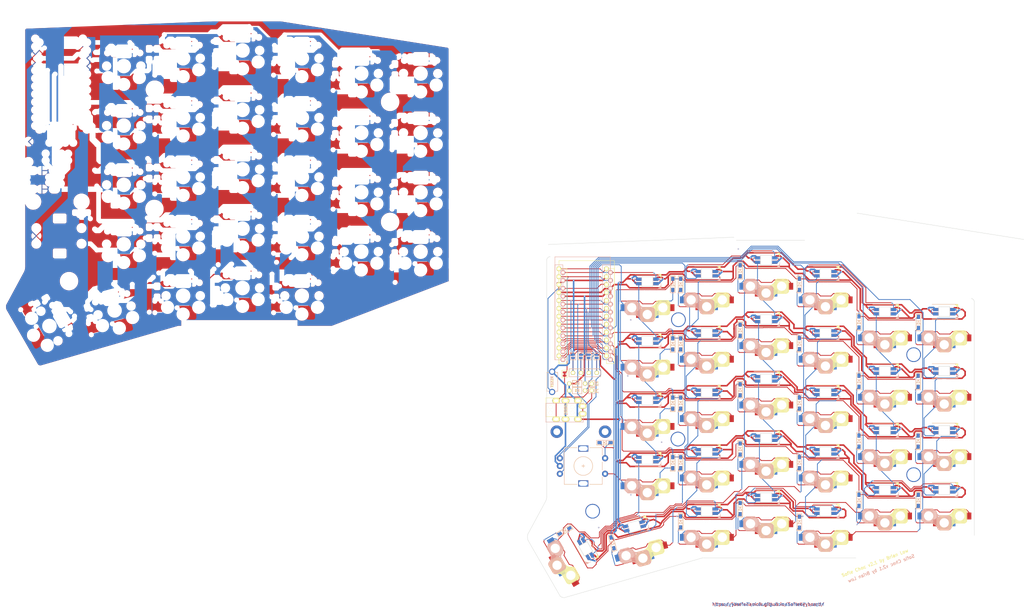
<source format=kicad_pcb>
(kicad_pcb (version 20221018) (generator pcbnew)
  (layers (0 "F.Cu" signal) (31 "B.Cu" signal) (34 "B.Paste" user) (35 "F.Paste" user) (36 "B.SilkS" user "B.Silkscreen") (37 "F.SilkS" user "F.Silkscreen") (38 "B.Mask" user) (39 "F.Mask" user) (44 "Edge.Cuts" user))
  (net 0 "")
  (net 1 "Net-(D1-Pad2)")
  (net 2 "row4")
  (net 3 "Net-(D2-Pad2)")
  (net 4 "Net-(D3-Pad2)")
  (net 5 "row0")
  (net 6 "Net-(D4-Pad2)")
  (net 7 "row1")
  (net 8 "Net-(D5-Pad2)")
  (net 9 "row2")
  (net 10 "Net-(D6-Pad2)")
  (net 11 "row3")
  (net 12 "Net-(D7-Pad2)")
  (net 13 "Net-(D8-Pad2)")
  (net 14 "Net-(D9-Pad2)")
  (net 15 "Net-(D10-Pad2)")
  (net 16 "Net-(D11-Pad2)")
  (net 17 "Net-(D12-Pad2)")
  (net 18 "Net-(D13-Pad2)")
  (net 19 "Net-(D14-Pad2)")
  (net 20 "Net-(D15-Pad2)")
  (net 21 "Net-(D16-Pad2)")
  (net 22 "Net-(D17-Pad2)")
  (net 23 "Net-(D18-Pad2)")
  (net 24 "Net-(D19-Pad2)")
  (net 25 "Net-(D20-Pad2)")
  (net 26 "Net-(D21-Pad2)")
  (net 27 "Net-(D22-Pad2)")
  (net 28 "Net-(D23-Pad2)")
  (net 29 "Net-(D24-Pad2)")
  (net 30 "Net-(D26-Pad2)")
  (net 31 "Net-(D27-Pad2)")
  (net 32 "Net-(D28-Pad2)")
  (net 33 "VCC")
  (net 34 "GND")
  (net 35 "col0")
  (net 36 "col1")
  (net 37 "col2")
  (net 38 "col3")
  (net 39 "col4")
  (net 40 "SDA")
  (net 41 "LED")
  (net 42 "SCL")
  (net 43 "RESET")
  (net 44 "Net-(D29-Pad2)")
  (net 45 "Net-(U1-Pad24)")
  (net 46 "Net-(U1-Pad7)")
  (net 47 "DATA")
  (net 48 "Net-(J3-Pad1)")
  (net 49 "Net-(J3-Pad2)")
  (net 50 "Net-(J3-Pad3)")
  (net 51 "Net-(J3-Pad4)")
  (net 52 "Net-(D30-Pad2)")
  (net 53 "SW25B")
  (net 54 "SW25A")
  (net 55 "ENCB")
  (net 56 "ENCA")
  (net 57 "/i2c_c")
  (net 58 "/i2c_d")
  (net 59 "Net-(SW1-Pad2)")
  (net 60 "Net-(SW2-Pad2)")
  (net 61 "Net-(SW3-Pad2)")
  (net 62 "Net-(SW12-Pad4)")
  (net 63 "Net-(SW13-Pad4)")
  (net 64 "Net-(SW10-Pad2)")
  (net 65 "Net-(SW10-Pad4)")
  (net 66 "Net-(SW11-Pad4)")
  (net 67 "Net-(SW13-Pad2)")
  (net 68 "Net-(SW14-Pad2)")
  (net 69 "Net-(SW15-Pad2)")
  (net 70 "Net-(SW17-Pad2)")
  (net 71 "Net-(SW19-Pad2)")
  (net 72 "Net-(SW26-Pad2)")
  (net 73 "Net-(SW29-Pad2)")
  (net 74 "Net-(SW14-Pad4)")
  (net 75 "Net-(SW15-Pad4)")
  (net 76 "Net-(SW11-Pad2)")
  (net 77 "Net-(SW12-Pad2)")
  (net 78 "Net-(SW21-Pad2)")
  (net 79 "Net-(SW23-Pad2)")
  (net 80 "Net-(SW2-Pad4)")
  (net 81 "Net-(SW20-Pad4)")
  (net 82 "Net-(SW27-Pad2)")
  (net 83 "Net-(SW4-Pad2)")
  (net 84 "Net-(SW6-Pad2)")
  (net 85 "Net-(SW16-Pad4)")
  (net 86 "Net-(SW18-Pad4)")
  (net 87 "Net-(SW22-Pad4)")
  (footprint "SofleKeyboard-footprint:RESISTOR_mini" (layer "F.Cu") (at 98.039272 80.311965)
    (fp_text reference "R1")
    (fp_text value "R" hide)
  )
  (footprint "SofleKeyboard-footprint:RESISTOR_mini" (layer "F.Cu") (at 98.039272 78.061965)
    (fp_text reference "R2")
    (fp_text value "R" hide)
  )
  (footprint "SofleKeyboard-footprint:MJ-4PP-9" (layer "F.Cu") (at 88 85.65 90)
    (fp_text reference "J2")
    (fp_text value "4PIN" hide)
  )
  (footprint "SofleKeyboard-footprint:1pin_conn" (layer "F.Cu") (at 102.7 80.3 -90)
    (fp_text reference "P1")
    (fp_text value "i2c_pin" hide)
  )
  (footprint "SofleKeyboard-footprint:1pin_conn" (layer "F.Cu") (at 102.7 78.1 -90)
    (fp_text reference "P2")
    (fp_text value "i2c_pin" hide)
  )
  (footprint "SofleKeyboard-footprint:HOLE_M2_TH" (layer "F.Cu") (at 103 119 90)
    (fp_text reference "TH7" hide)
    (fp_text value "HOLE" hide)
  )
  (footprint "SofleKeyboard-footprint:ProMicro" (layer "F.Cu") (at 101 56)
    (fp_text reference "U1" hide)
    (fp_text value "ProMicro" hide)
  )
  (footprint "SofleKeyboard-footprint:Jumper" (layer "F.Cu") (at 104.3 69.3 90)
    (fp_text reference "JP1" hide)
    (fp_text value "Jumper_NO_Small" hide)
  )
  (footprint "SofleKeyboard-footprint:Jumper" (layer "F.Cu") (at 101.7 69.3 90)
    (fp_text reference "JP2" hide)
    (fp_text value "Jumper_NO_Small" hide)
  )
  (footprint "SofleKeyboard-footprint:Jumper" (layer "F.Cu") (at 99.2 69.3 90)
    (fp_text reference "JP3" hide)
    (fp_text value "Jumper_NO_Small" hide)
  )
  (footprint "SofleKeyboard-footprint:TACT_SWITCH_TVBP06" (layer "F.Cu") (at 90 77.5 -90)
    (fp_text reference "RSW1" hide)
    (fp_text value "SW_RST" hide)
  )
  (footprint "SofleKeyboard-footprint:jumper_data" (layer "F.Cu") (at 94 75 -90)
    (fp_text reference "W1" hide)
    (fp_text value "jumper" hide)
  )
  (footprint "Diode_SMD:crkbd-diode" (layer "F.Cu") (at 128.705 46.227 -90)
    (fp_text reference "D1" hide)
    (fp_text value "D" hide)
  )
  (footprint "Diode_SMD:crkbd-diode" (layer "F.Cu") (at 131.245 46.23 -90)
    (fp_text reference "D2" hide)
    (fp_text value "D" hide)
  )
  (footprint "Diode_SMD:crkbd-diode" (layer "F.Cu") (at 150.345 41.8645 -90)
    (fp_text reference "D3" hide)
    (fp_text value "D" hide)
  )
  (footprint "Diode_SMD:crkbd-diode" (layer "F.Cu") (at 169.345 46.23 -90)
    (fp_text reference "D4" hide)
    (fp_text value "D" hide)
  )
  (footprint "Diode_SMD:crkbd-diode" (layer "F.Cu") (at 188.445 58.2925 -90)
    (fp_text reference "D5" hide)
    (fp_text value "D" hide)
  )
  (footprint "Diode_SMD:crkbd-diode" (layer "F.Cu") (at 207.545 58.4225 -90)
    (fp_text reference "D6" hide)
    (fp_text value "D" hide)
  )
  (footprint "Diode_SMD:crkbd-diode" (layer "F.Cu") (at 128.705 84.33 -90)
    (fp_text reference "D13" hide)
    (fp_text value "D" hide)
  )
  (footprint "Diode_SMD:crkbd-diode" (layer "F.Cu") (at 128.705 103.43 -90)
    (fp_text reference "D19" hide)
    (fp_text value "D" hide)
  )
  (footprint "Diode_SMD:crkbd-diode" (layer "F.Cu") (at 107 97)
    (fp_text reference "D25" hide)
    (fp_text value "D" hide)
  )
  (footprint "Diode_SMD:crkbd-diode" (layer "F.Cu") (at 94.007 125.351 -150)
    (fp_text reference "D26" hide)
    (fp_text value "D" hide)
  )
  (footprint "SofleChoc:Choc_Hotswap_SK6812MiniE" (layer "F.Cu") (at 120.55 50 180)
    (fp_text reference "SW1" hide)
    (fp_text value "SW_PUSH_LED" hide)
    (fp_line (start -1.8 3.149) (end -1.8 6.249) (stroke (width 0.12)) (layer "Edge.Cuts"))
    (fp_line (start -1.8 6.249) (end 1.8 6.249) (stroke (width 0.12)) (layer "Edge.Cuts"))
    (fp_line (start 1.8 3.149) (end -1.8 3.149) (stroke (width 0.12)) (layer "Edge.Cuts"))
    (fp_line (start 1.8 6.249) (end 1.8 3.149) (stroke (width 0.12)) (layer "Edge.Cuts"))
  )
  (footprint "SofleChoc:Choc_Hotswap_SK6812MiniE" (layer "F.Cu") (at 158.65 43.1345 180)
    (fp_text reference "SW3" hide)
    (fp_text value "SW_PUSH_LED" hide)
    (fp_line (start -1.8 3.149) (end -1.8 6.249) (stroke (width 0.12)) (layer "Edge.Cuts"))
    (fp_line (start -1.8 6.249) (end 1.8 6.249) (stroke (width 0.12)) (layer "Edge.Cuts"))
    (fp_line (start 1.8 3.149) (end -1.8 3.149) (stroke (width 0.12)) (layer "Edge.Cuts"))
    (fp_line (start 1.8 6.249) (end 1.8 3.149) (stroke (width 0.12)) (layer "Edge.Cuts"))
  )
  (footprint "SofleChoc:Choc_Hotswap_SK6812MiniE" (layer "F.Cu") (at 120.55 88.1 180)
    (fp_text reference "SW13" hide)
    (fp_text value "SW_PUSH_LED" hide)
    (fp_line (start -1.8 3.149) (end -1.8 6.249) (stroke (width 0.12)) (layer "Edge.Cuts"))
    (fp_line (start -1.8 6.249) (end 1.8 6.249) (stroke (width 0.12)) (layer "Edge.Cuts"))
    (fp_line (start 1.8 3.149) (end -1.8 3.149) (stroke (width 0.12)) (layer "Edge.Cuts"))
    (fp_line (start 1.8 6.249) (end 1.8 3.149) (stroke (width 0.12)) (layer "Edge.Cuts"))
  )
  (footprint "SofleChoc:Choc_Hotswap_SK6812MiniE" (layer "F.Cu") (at 139.6 85.6 180)
    (fp_text reference "SW14" hide)
    (fp_text value "SW_PUSH_LED" hide)
    (fp_line (start -1.8 3.149) (end -1.8 6.249) (stroke (width 0.12)) (layer "Edge.Cuts"))
    (fp_line (start -1.8 6.249) (end 1.8 6.249) (stroke (width 0.12)) (layer "Edge.Cuts"))
    (fp_line (start 1.8 3.149) (end -1.8 3.149) (stroke (width 0.12)) (layer "Edge.Cuts"))
    (fp_line (start 1.8 6.249) (end 1.8 3.149) (stroke (width 0.12)) (layer "Edge.Cuts"))
  )
  (footprint "SofleChoc:Choc_Hotswap_SK6812MiniE" (layer "F.Cu") (at 120.55 107.15 180)
    (fp_text reference "SW19" hide)
    (fp_text value "SW_PUSH_LED" hide)
    (fp_line (start -1.8 3.149) (end -1.8 6.249) (stroke (width 0.12)) (layer "Edge.Cuts"))
    (fp_line (start -1.8 6.249) (end 1.8 6.249) (stroke (width 0.12)) (layer "Edge.Cuts"))
    (fp_line (start 1.8 3.149) (end -1.8 3.149) (stroke (width 0.12)) (layer "Edge.Cuts"))
    (fp_line (start 1.8 6.249) (end 1.8 3.149) (stroke (width 0.12)) (layer "Edge.Cuts"))
  )
  (footprint "SofleChoc:Choc_Hotswap_SK6812MiniE" (layer "F.Cu") (at 158.65 100.2845 180)
    (fp_text reference "SW21" hide)
    (fp_text value "SW_PUSH_LED" hide)
    (fp_line (start -1.8 3.149) (end -1.8 6.249) (stroke (width 0.12)) (layer "Edge.Cuts"))
    (fp_line (start -1.8 6.249) (end 1.8 6.249) (stroke (width 0.12)) (layer "Edge.Cuts"))
    (fp_line (start 1.8 3.149) (end -1.8 3.149) (stroke (width 0.12)) (layer "Edge.Cuts"))
    (fp_line (start 1.8 6.249) (end 1.8 3.149) (stroke (width 0.12)) (layer "Edge.Cuts"))
  )
  (footprint "SofleChoc:Choc_Hotswap_SK6812MiniE" (layer "F.Cu") (at 196.75 116.8425 180)
    (fp_text reference "SW23" hide)
    (fp_text value "SW_PUSH_LED" hide)
    (fp_line (start -1.8 3.149) (end -1.8 6.249) (stroke (width 0.12)) (layer "Edge.Cuts"))
    (fp_line (start -1.8 6.249) (end 1.8 6.249) (stroke (width 0.12)) (layer "Edge.Cuts"))
    (fp_line (start 1.8 3.149) (end -1.8 3.149) (stroke (width 0.12)) (layer "Edge.Cuts"))
    (fp_line (start 1.8 6.249) (end 1.8 3.149) (stroke (width 0.12)) (layer "Edge.Cuts"))
  )
  (footprint "SofleChoc:Choc_Hotswap_SK6812MiniE" (layer "F.Cu") (at 96.71 133.4 120)
    (fp_text reference "SW26" hide)
    (fp_text value "SW_PUSH_LED" hide)
    (fp_line (start -1.8 3.149) (end -1.8 6.249) (stroke (width 0.12)) (layer "Edge.Cuts"))
    (fp_line (start -1.8 6.249) (end 1.8 6.249) (stroke (width 0.12)) (layer "Edge.Cuts"))
    (fp_line (start 1.8 3.149) (end -1.8 3.149) (stroke (width 0.12)) (layer "Edge.Cuts"))
    (fp_line (start 1.8 6.249) (end 1.8 3.149) (stroke (width 0.12)) (layer "Edge.Cuts"))
  )
  (footprint "SofleKeyboard-footprint:M2_HOLE_PCB" (layer "F.Cu") (at 91.5 93.5)
    (fp_text reference "TH1" hide)
    (fp_text value "HOLE")
  )
  (footprint "SofleKeyboard-footprint:Jumper" (layer "F.Cu") (at 96.7 69.3 90)
    (fp_text reference "JP4" hide)
    (fp_text value "Jumper_NO_Small" hide)
  )
  (footprint "SofleKeyboard-footprint:OLED_4Pin" (layer "F.Cu") (at 96.7 74.6)
    (fp_text reference "J3" hide)
    (fp_text value "OLED" hide)
  )
  (footprint "SofleKeyboard-footprint:M2_HOLE_PCB" (layer "F.Cu") (at 107 93.5)
    (fp_text reference "TH2" hide)
    (fp_text value "HOLE")
  )
  (footprint "SofleKeyboard-footprint:RotaryEncoder_Alps_EC11E-Switch_Vertical_H20mm-keebio_modified" (layer "F.Cu") (at 100 104.5)
    (fp_text reference "SW25" hide)
    (fp_text value "Rotary_Encoder_Switch")
  )
  (footprint "SofleChoc:Choc_Hotswap_SK6812MiniE" (layer "F.Cu") (at 117.6 128.4 -165)
    (fp_text reference "SW27" hide)
    (fp_text value "SW_PUSH_LED" hide)
    (fp_line (start -1.8 3.149) (end -1.8 6.249) (stroke (width 0.12)) (layer "Edge.Cuts"))
    (fp_line (start -1.8 6.249) (end 1.8 6.249) (stroke (width 0.12)) (layer "Edge.Cuts"))
    (fp_line (start 1.8 3.149) (end -1.8 3.149) (stroke (width 0.12)) (layer "Edge.Cuts"))
    (fp_line (start 1.8 6.249) (end 1.8 3.149) (stroke (width 0.12)) (layer "Edge.Cuts"))
  )
  (footprint "SofleChoc:Choc_Hotswap_SK6812MiniE" (layer "F.Cu") (at 215.8 78.7425 180)
    (fp_text reference "SW12" hide)
    (fp_text value "SW_PUSH_LED" hide)
    (fp_line (start -1.8 3.149) (end -1.8 6.249) (stroke (width 0.12)) (layer "Edge.Cuts"))
    (fp_line (start -1.8 6.249) (end 1.8 6.249) (stroke (width 0.12)) (layer "Edge.Cuts"))
    (fp_line (start 1.8 3.149) (end -1.8 3.149) (stroke (width 0.12)) (layer "Edge.Cuts"))
    (fp_line (start 1.8 6.249) (end 1.8 3.149) (stroke (width 0.12)) (layer "Edge.Cuts"))
  )
  (footprint "SofleChoc:Choc_Hotswap_SK6812MiniE" (layer "F.Cu") (at 215.8 97.7925 180)
    (fp_text reference "SW18" hide)
    (fp_text value "SW_PUSH_LED" hide)
    (fp_line (start -1.8 3.149) (end -1.8 6.249) (stroke (width 0.12)) (layer "Edge.Cuts"))
    (fp_line (start -1.8 6.249) (end 1.8 6.249) (stroke (width 0.12)) (layer "Edge.Cuts"))
    (fp_line (start 1.8 3.149) (end -1.8 3.149) (stroke (width 0.12)) (layer "Edge.Cuts"))
    (fp_line (start 1.8 6.249) (end 1.8 3.149) (stroke (width 0.12)) (layer "Edge.Cuts"))
  )
  (footprint "SofleChoc:Choc_Hotswap_SK6812MiniE" (layer "F.Cu") (at 215.8 116.8425 180)
    (fp_text reference "SW24" hide)
    (fp_text value "SW_PUSH_LED" hide)
    (fp_line (start -1.8 3.149) (end -1.8 6.249) (stroke (width 0.12)) (layer "Edge.Cuts"))
    (fp_line (start -1.8 6.249) (end 1.8 6.249) (stroke (width 0.12)) (layer "Edge.Cuts"))
    (fp_line (start 1.8 3.149) (end -1.8 3.149) (stroke (width 0.12)) (layer "Edge.Cuts"))
    (fp_line (start 1.8 6.249) (end 1.8 3.149) (stroke (width 0.12)) (layer "Edge.Cuts"))
  )
  (footprint "SofleChoc:Choc_Hotswap_SK6812MiniE" (layer "F.Cu") (at 177.7 47.5 180)
    (fp_text reference "SW4" hide)
    (fp_text value "SW_PUSH_LED" hide)
    (fp_line (start -1.8 3.149) (end -1.8 6.249) (stroke (width 0.12)) (layer "Edge.Cuts"))
    (fp_line (start -1.8 6.249) (end 1.8 6.249) (stroke (width 0.12)) (layer "Edge.Cuts"))
    (fp_line (start 1.8 3.149) (end -1.8 3.149) (stroke (width 0.12)) (layer "Edge.Cuts"))
    (fp_line (start 1.8 6.249) (end 1.8 3.149) (stroke (width 0.12)) (layer "Edge.Cuts"))
  )
  (footprint "SofleKeyboard-footprint:HOLE_M2_TH" (layer "F.Cu") (at 206.225 69.0675)
    (fp_text reference "TH4" hide)
    (fp_text value "HOLE" hide)
  )
  (footprint "Diode_SMD:crkbd-diode" (layer "F.Cu") (at 128.705 65.33 -90)
    (fp_text reference "D7" hide)
    (fp_text value "D" hide)
  )
  (footprint "Diode_SMD:crkbd-diode" (layer "F.Cu") (at 131.245 65.33 -90)
    (fp_text reference "D8" hide)
    (fp_text value "D" hide)
  )
  (footprint "Diode_SMD:crkbd-diode" (layer "F.Cu") (at 150.345 60.9545 -90)
    (fp_text reference "D9" hide)
    (fp_text value "D" hide)
  )
  (footprint "Diode_SMD:crkbd-diode" (layer "F.Cu") (at 169.345 65.23 -90)
    (fp_text reference "D10" hide)
    (fp_text value "D" hide)
  )
  (footprint "Diode_SMD:crkbd-diode" (layer "F.Cu") (at 188.445 77.3225 -90)
    (fp_text reference "D11" hide)
    (fp_text value "D" hide)
  )
  (footprint "Diode_SMD:crkbd-diode" (layer "F.Cu") (at 207.445 77.3225 -90)
    (fp_text reference "D12" hide)
    (fp_text value "D" hide)
  )
  (footprint "SofleChoc:Choc_Hotswap_SK6812MiniE" (layer "F.Cu") (at 196.75 59.6925 180)
    (fp_text reference "SW5" hide)
    (fp_text value "SW_PUSH_LED" hide)
    (fp_line (start -1.8 3.149) (end -1.8 6.249) (stroke (width 0.12)) (layer "Edge.Cuts"))
    (fp_line (start -1.8 6.249) (end 1.8 6.249) (stroke (width 0.12)) (layer "Edge.Cuts"))
    (fp_line (start 1.8 3.149) (end -1.8 3.149) (stroke (width 0.12)) (layer "Edge.Cuts"))
    (fp_line (start 1.8 6.249) (end 1.8 3.149) (stroke (width 0.12)) (layer "Edge.Cuts"))
  )
  (footprint "SofleChoc:Choc_Hotswap_SK6812MiniE" (layer "F.Cu") (at 139.6 66.55 180)
    (fp_text reference "SW8" hide)
    (fp_text value "SW_PUSH_LED" hide)
    (fp_line (start -1.8 3.149) (end -1.8 6.249) (stroke (width 0.12)) (layer "Edge.Cuts"))
    (fp_line (start -1.8 6.249) (end 1.8 6.249) (stroke (width 0.12)) (layer "Edge.Cuts"))
    (fp_line (start 1.8 3.149) (end -1.8 3.149) (stroke (width 0.12)) (layer "Edge.Cuts"))
    (fp_line (start 1.8 6.249) (end 1.8 3.149) (stroke (width 0.12)) (layer "Edge.Cuts"))
  )
  (footprint "SofleChoc:Choc_Hotswap_SK6812MiniE" (layer "F.Cu") (at 177.7 66.55 180)
    (fp_text reference "SW10" hide)
    (fp_text value "SW_PUSH_LED" hide)
    (fp_line (start -1.8 3.149) (end -1.8 6.249) (stroke (width 0.12)) (layer "Edge.Cuts"))
    (fp_line (start -1.8 6.249) (end 1.8 6.249) (stroke (width 0.12)) (layer "Edge.Cuts"))
    (fp_line (start 1.8 3.149) (end -1.8 3.149) (stroke (width 0.12)) (layer "Edge.Cuts"))
    (fp_line (start 1.8 6.249) (end 1.8 3.149) (stroke (width 0.12)) (layer "Edge.Cuts"))
  )
  (footprint "SofleChoc:Choc_Hotswap_SK6812MiniE" (layer "F.Cu") (at 158.65 62.1845 180)
    (fp_text reference "SW9" hide)
    (fp_text value "SW_PUSH_LED" hide)
    (fp_line (start -1.8 3.149) (end -1.8 6.249) (stroke (width 0.12)) (layer "Edge.Cuts"))
    (fp_line (start -1.8 6.249) (end 1.8 6.249) (stroke (width 0.12)) (layer "Edge.Cuts"))
    (fp_line (start 1.8 3.149) (end -1.8 3.149) (stroke (width 0.12)) (layer "Edge.Cuts"))
    (fp_line (start 1.8 6.249) (end 1.8 3.149) (stroke (width 0.12)) (layer "Edge.Cuts"))
  )
  (footprint "SofleChoc:Choc_Hotswap_SK6812MiniE" (layer "F.Cu") (at 177.7 85.6 180)
    (fp_text reference "SW16" hide)
    (fp_text value "SW_PUSH_LED" hide)
    (fp_line (start -1.8 3.149) (end -1.8 6.249) (stroke (width 0.12)) (layer "Edge.Cuts"))
    (fp_line (start -1.8 6.249) (end 1.8 6.249) (stroke (width 0.12)) (layer "Edge.Cuts"))
    (fp_line (start 1.8 3.149) (end -1.8 3.149) (stroke (width 0.12)) (layer "Edge.Cuts"))
    (fp_line (start 1.8 6.249) (end 1.8 3.149) (stroke (width 0.12)) (layer "Edge.Cuts"))
  )
  (footprint "SofleChoc:Choc_Hotswap_SK6812MiniE" (layer "F.Cu") (at 215.8 59.6925 180)
    (fp_text reference "SW6" hide)
    (fp_text value "SW_PUSH_LED" hide)
    (fp_line (start -1.8 3.149) (end -1.8 6.249) (stroke (width 0.12)) (layer "Edge.Cuts"))
    (fp_line (start -1.8 6.249) (end 1.8 6.249) (stroke (width 0.12)) (layer "Edge.Cuts"))
    (fp_line (start 1.8 3.149) (end -1.8 3.149) (stroke (width 0.12)) (layer "Edge.Cuts"))
    (fp_line (start 1.8 6.249) (end 1.8 3.149) (stroke (width 0.12)) (layer "Edge.Cuts"))
  )
  (footprint "SofleChoc:Choc_Hotswap_SK6812MiniE" (layer "F.Cu") (at 120.55 69.1 180)
    (fp_text reference "SW7" hide)
    (fp_text value "SW_PUSH_LED" hide)
    (fp_line (start -1.8 3.149) (end -1.8 6.249) (stroke (width 0.12)) (layer "Edge.Cuts"))
    (fp_line (start -1.8 6.249) (end 1.8 6.249) (stroke (width 0.12)) (layer "Edge.Cuts"))
    (fp_line (start 1.8 3.149) (end -1.8 3.149) (stroke (width 0.12)) (layer "Edge.Cuts"))
    (fp_line (start 1.8 6.249) (end 1.8 3.149) (stroke (width 0.12)) (layer "Edge.Cuts"))
  )
  (footprint "SofleChoc:Choc_Hotswap_SK6812MiniE" (layer "F.Cu") (at 177.7 123.7 180)
    (fp_text reference "SW30" hide)
    (fp_text value "SW_PUSH_LED" hide)
    (fp_line (start -1.8 3.149) (end -1.8 6.249) (stroke (width 0.12)) (layer "Edge.Cuts"))
    (fp_line (start -1.8 6.249) (end 1.8 6.249) (stroke (width 0.12)) (layer "Edge.Cuts"))
    (fp_line (start 1.8 3.149) (end -1.8 3.149) (stroke (width 0.12)) (layer "Edge.Cuts"))
    (fp_line (start 1.8 6.249) (end 1.8 3.149) (stroke (width 0.12)) (layer "Edge.Cuts"))
  )
  (footprint "SofleChoc:Choc_Hotswap_SK6812MiniE" (layer "F.Cu") (at 196.75 78.7425 180)
    (fp_text reference "SW11" hide)
    (fp_text value "SW_PUSH_LED" hide)
    (fp_line (start -1.8 3.149) (end -1.8 6.249) (stroke (width 0.12)) (layer "Edge.Cuts"))
    (fp_line (start -1.8 6.249) (end 1.8 6.249) (stroke (width 0.12)) (layer "Edge.Cuts"))
    (fp_line (start 1.8 3.149) (end -1.8 3.149) (stroke (width 0.12)) (layer "Edge.Cuts"))
    (fp_line (start 1.8 6.249) (end 1.8 3.149) (stroke (width 0.12)) (layer "Edge.Cuts"))
  )
  (footprint "SofleChoc:Choc_Hotswap_SK6812MiniE" (layer "F.Cu") (at 177.7 104.65 180)
    (fp_text reference "SW22" hide)
    (fp_text value "SW_PUSH_LED" hide)
    (fp_line (start -1.8 3.149) (end -1.8 6.249) (stroke (width 0.12)) (layer "Edge.Cuts"))
    (fp_line (start -1.8 6.249) (end 1.8 6.249) (stroke (width 0.12)) (layer "Edge.Cuts"))
    (fp_line (start 1.8 3.149) (end -1.8 3.149) (stroke (width 0.12)) (layer "Edge.Cuts"))
    (fp_line (start 1.8 6.249) (end 1.8 3.149) (stroke (width 0.12)) (layer "Edge.Cuts"))
  )
  (footprint "SofleChoc:Choc_Hotswap_SK6812MiniE" (layer "F.Cu") (at 196.75 97.7925 180)
    (fp_text reference "SW17" hide)
    (fp_text value "SW_PUSH_LED" hide)
    (fp_line (start -1.8 3.149) (end -1.8 6.249) (stroke (width 0.12)) (layer "Edge.Cuts"))
    (fp_line (start -1.8 6.249) (end 1.8 6.249) (stroke (width 0.12)) (layer "Edge.Cuts"))
    (fp_line (start 1.8 3.149) (end -1.8 3.149) (stroke (width 0.12)) (layer "Edge.Cuts"))
    (fp_line (start 1.8 6.249) (end 1.8 3.149) (stroke (width 0.12)) (layer "Edge.Cuts"))
  )
  (footprint "SofleChoc:Choc_Hotswap_SK6812MiniE" (layer "F.Cu") (at 158.65 119.3345 180)
    (fp_text reference "SW29" hide)
    (fp_text value "SW_PUSH_LED" hide)
    (fp_line (start -1.8 3.149) (end -1.8 6.249) (stroke (width 0.12)) (layer "Edge.Cuts"))
    (fp_line (start -1.8 6.249) (end 1.8 6.249) (stroke (width 0.12)) (layer "Edge.Cuts"))
    (fp_line (start 1.8 3.149) (end -1.8 3.149) (stroke (width 0.12)) (layer "Edge.Cuts"))
    (fp_line (start 1.8 6.249) (end 1.8 3.149) (stroke (width 0.12)) (layer "Edge.Cuts"))
  )
  (footprint "SofleChoc:Choc_Hotswap_SK6812MiniE" (layer "F.Cu") (at 158.65 81.2345 180)
    (fp_text reference "SW15" hide)
    (fp_text value "SW_PUSH_LED" hide)
    (fp_line (start -1.8 3.149) (end -1.8 6.249) (stroke (width 0.12)) (layer "Edge.Cuts"))
    (fp_line (start -1.8 6.249) (end 1.8 6.249) (stroke (width 0.12)) (layer "Edge.Cuts"))
    (fp_line (start 1.8 3.149) (end -1.8 3.149) (stroke (width 0.12)) (layer "Edge.Cuts"))
    (fp_line (start 1.8 6.249) (end 1.8 3.149) (stroke (width 0.12)) (layer "Edge.Cuts"))
  )
  (footprint "SofleChoc:Choc_Hotswap_SK6812MiniE" (layer "F.Cu") (at 139.6 47.5 180)
    (fp_text reference "SW2" hide)
    (fp_text value "SW_PUSH_LED" hide)
    (fp_line (start -1.8 3.149) (end -1.8 6.249) (stroke (width 0.12)) (layer "Edge.Cuts"))
    (fp_line (start -1.8 6.249) (end 1.8 6.249) (stroke (width 0.12)) (layer "Edge.Cuts"))
    (fp_line (start 1.8 3.149) (end -1.8 3.149) (stroke (width 0.12)) (layer "Edge.Cuts"))
    (fp_line (start 1.8 6.249) (end 1.8 3.149) (stroke (width 0.12)) (layer "Edge.Cuts"))
  )
  (footprint "Diode_SMD:crkbd-diode" (layer "F.Cu") (at 109.374 129.161 -75)
    (fp_text reference "D27" hide)
    (fp_text value "D" hide)
  )
  (footprint "SofleChoc:Choc_Hotswap_SK6812MiniE" (layer "F.Cu") (at 139.6 104.65 180)
    (fp_text reference "SW20" hide)
    (fp_text value "SW_PUSH_LED" hide)
    (fp_line (start -1.8 3.149) (end -1.8 6.249) (stroke (width 0.12)) (layer "Edge.Cuts"))
    (fp_line (start -1.8 6.249) (end 1.8 6.249) (stroke (width 0.12)) (layer "Edge.Cuts"))
    (fp_line (start 1.8 3.149) (end -1.8 3.149) (stroke (width 0.12)) (layer "Edge.Cuts"))
    (fp_line (start 1.8 6.249) (end 1.8 3.149) (stroke (width 0.12)) (layer "Edge.Cuts"))
  )
  (footprint "SofleKeyboard-footprint:HOLE_M2_TH" (layer "F.Cu") (at 206.175 107.3175)
    (fp_text reference "TH6" hide)
    (fp_text value "HOLE" hide)
  )
  (footprint "Diode_SMD:crkbd-diode" (layer "F.Cu") (at 150.345 80.0545 -90)
    (fp_text reference "D15" hide)
    (fp_text value "D" hide)
  )
  (footprint "Diode_SMD:crkbd-diode" (layer "F.Cu") (at 169.345 84.33 -90)
    (fp_text reference "D16" hide)
    (fp_text value "D" hide)
  )
  (footprint "Diode_SMD:crkbd-diode" (layer "F.Cu") (at 188.445 96.5225 -90)
    (fp_text reference "D17" hide)
    (fp_text value "D" hide)
  )
  (footprint "Diode_SMD:crkbd-diode" (layer "F.Cu") (at 207.445 96.5225 -90)
    (fp_text reference "D18" hide)
    (fp_text value "D" hide)
  )
  (footprint "Diode_SMD:crkbd-diode" (layer "F.Cu") (at 131.245 122.43 -90)
    (fp_text reference "D28" hide)
    (fp_text value "D" hide)
  )
  (footprint "Diode_SMD:crkbd-diode" (layer "F.Cu") (at 150.345 118.1545 -90)
    (fp_text reference "D29" hide)
    (fp_text value "D" hide)
  )
  (footprint "Diode_SMD:crkbd-diode" (layer "F.Cu") (at 207.495 115.5225 -90)
    (fp_text reference "D24" hide)
    (fp_text value "D" hide)
  )
  (footprint "Diode_SMD:crkbd-diode" (layer "F.Cu") (at 131.245 103.43 -90)
    (fp_text reference "D20" hide)
    (fp_text value "D" hide)
  )
  (footprint "Diode_SMD:crkbd-diode" (layer "F.Cu") (at 150.345 99.0545 -90)
    (fp_text reference "D21" hide)
    (fp_text value "D" hide)
  )
  (footprint "Diode_SMD:crkbd-diode" (layer "F.Cu") (at 169.345 103.43 -90)
    (fp_text reference "D22" hide)
    (fp_text value "D" hide)
  )
  (footprint "Diode_SMD:crkbd-diode" (layer "F.Cu") (at 188.445 115.5225 -90)
    (fp_text reference "D23" hide)
    (fp_text value "D" hide)
  )
  (footprint "Diode_SMD:crkbd-diode" (layer "F.Cu") (at 131.245 84.33 -90)
    (fp_text reference "D14" hide)
    (fp_text value "D" hide)
  )
  (footprint "Diode_SMD:crkbd-diode" (layer "F.Cu") (at 169.345 122.53 -90)
    (fp_text reference "D30" hide)
    (fp_text value "D" hide)
  )
  (footprint "SofleChoc:Choc_Hotswap_SK6812MiniE" (layer "F.Cu") (at 139.6 123.7 180)
    (fp_text reference "SW28" hide)
    (fp_text value "SW_PUSH_LED" hide)
    (fp_line (start -1.8 3.149) (end -1.8 6.249) (stroke (width 0.12)) (layer "Edge.Cuts"))
    (fp_line (start -1.8 6.249) (end 1.8 6.249) (stroke (width 0.12)) (layer "Edge.Cuts"))
    (fp_line (start 1.8 3.149) (end -1.8 3.149) (stroke (width 0.12)) (layer "Edge.Cuts"))
    (fp_line (start 1.8 6.249) (end 1.8 3.149) (stroke (width 0.12)) (layer "Edge.Cuts"))
  )
  (footprint "SofleKeyboard-footprint:HOLE_M2_TH" (layer "F.Cu") (at 130.50212 57.64864)
    (fp_text reference "TH3" hide)
    (fp_text value "HOLE" hide)
  )
  (footprint "SofleKeyboard-footprint:HOLE_M2_TH" (layer "F.Cu") (at 130.40012 95.92764)
    (fp_text reference "TH5" hide)
    (fp_text value "HOLE" hide)
  )
  (footprint "SofleKeyboard-footprint:Jumper" (layer "B.Cu") (at 101.7 69.3 90)
    (fp_text reference "JP6" hide)
    (fp_text value "Jumper_NO_Small" hide)
  )
  (footprint "SofleKeyboard-footprint:Jumper" (layer "B.Cu") (at 99.2 69.3 90)
    (fp_text reference "JP7" hide)
    (fp_text value "Jumper_NO_Small" hide)
  )
  (footprint "SofleKeyboard-footprint:Jumper" (layer "B.Cu") (at 96.7 69.3 90)
    (fp_text reference "JP8" hide)
    (fp_text value "Jumper_NO_Small" hide)
  )
  (footprint "SofleKeyboard-footprint:Jumper" (layer "B.Cu") (at 104.3 69.3 90)
    (fp_text reference "JP5" hide)
    (fp_text value "Jumper_NO_Small" hide)
  )
  (gr_line (start 225.283881 51.290307) (end 225.370281 51.471172) (stroke (width 0.1)) (layer "Edge.Cuts"))
  (gr_line (start 92.55 146.2) (end 82.3 128.4) (stroke (width 0.1)) (layer "Edge.Cuts"))
  (gr_line (start 187.826399 23.380067) (end 241.35184 31.825213) (stroke (width 0.1)) (layer "Edge.Cuts"))
  (gr_line (start 88.297257 38.245261) (end 88.364377 38.029014) (stroke (width 0.1)) (layer "Edge.Cuts"))
  (gr_line (start 88.611259 37.662831) (end 88.781752 37.52216) (stroke (width 0.1)) (layer "Edge.Cuts"))
  (gr_line (start 225.424381 51.667071) (end 225.443181 51.874402) (stroke (width 0.1)) (layer "Edge.Cuts"))
  (gr_line (start 88.781752 37.52216) (end 88.977436 37.415945) (stroke (width 0.1)) (layer "Edge.Cuts"))
  (gr_line (start 225.370281 51.471172) (end 225.424381 51.667071) (stroke (width 0.1)) (layer "Edge.Cuts"))
  (gr_line (start 82.2 126.4) (end 88 115.65) (stroke (width 0.1)) (layer "Edge.Cuts"))
  (gr_line (start 88.364377 38.029014) (end 88.47059 37.833327) (stroke (width 0.1)) (layer "Edge.Cuts"))
  (gr_line (start 88.273857 38.477435) (end 88.297257 38.245261) (stroke (width 0.1)) (layer "Edge.Cuts"))
  (gr_line (start 224.677111 50.789276) (end 224.861871 50.873966) (stroke (width 0.1)) (layer "Edge.Cuts"))
  (gr_line (start 224.475441 50.737646) (end 224.677111 50.789276) (stroke (width 0.1)) (layer "Edge.Cuts"))
  (gr_line (start 88.47059 37.833327) (end 88.611259 37.662831) (stroke (width 0.1)) (layer "Edge.Cuts"))
  (gr_line (start 92.55 146.2) (end 92.9 146.5) (stroke (width 0.1)) (layer "Edge.Cuts"))
  (gr_line (start 138.154128 134) (end 187.5 134) (stroke (width 0.1)) (layer "Edge.Cuts"))
  (gr_line (start 148.33912 31.10264) (end 88.764973 33.428045) (stroke (width 0.1)) (layer "Edge.Cuts"))
  (gr_line (start 88.275257 114.4) (end 88.2 115.05) (stroke (width 0.1)) (layer "Edge.Cuts"))
  (gr_line (start 82.3 128.4) (end 82.15 127.9) (stroke (width 0.1)) (layer "Edge.Cuts"))
  (gr_line (start 82.1 126.9) (end 82.2 126.4) (stroke (width 0.1)) (layer "Edge.Cuts"))
  (gr_line (start 82.1 127.3) (end 82.1 126.9) (stroke (width 0.1)) (layer "Edge.Cuts"))
  (gr_line (start 88.2 115.05) (end 88 115.65) (stroke (width 0.1)) (layer "Edge.Cuts"))
  (gr_line (start 93.35 146.65) (end 93.9 146.75) (stroke (width 0.1)) (layer "Edge.Cuts"))
  (gr_line (start 82.15 127.9) (end 82.1 127.3) (stroke (width 0.1)) (layer "Edge.Cuts"))
  (gr_line (start 92.9 146.5) (end 93.35 146.65) (stroke (width 0.1)) (layer "Edge.Cuts"))
  (gr_line (start 88.275257 114.4) (end 88.273857 38.477435) (stroke (width 0.1)) (layer "Edge.Cuts"))
  (gr_line (start 225.168321 51.128082) (end 225.283881 51.290307) (stroke (width 0.1)) (layer "Edge.Cuts"))
  (gr_line (start 224.861871 50.873966) (end 225.026621 50.9881) (stroke (width 0.1)) (layer "Edge.Cuts"))
  (gr_line (start 149.08912 32.10264) (end 171.03912 32.10264) (stroke (width 0.1)) (layer "Edge.Cuts"))
  (gr_line (start 88.977436 37.415945) (end 89.19368 37.348815) (stroke (width 0.1)) (layer "Edge.Cuts"))
  (gr_line (start 89.19368 37.348815) (end 89.425853 37.325405) (stroke (width 0.1)) (layer "Edge.Cuts"))
  (gr_line (start 225.026621 50.9881) (end 225.168321 51.128082) (stroke (width 0.1)) (layer "Edge.Cuts"))
  (gr_line (start 138.154128 134) (end 93.9 146.75) (stroke (width 0.1)) (layer "Edge.Cuts"))
  (gr_line (start 225.443181 51.874402) (end 225.470181 126.7925) (stroke (width 0.1)) (layer "Edge.Cuts"))
  (gr_text "https://josefadamcik.github.io/SofleKeyboard/" (at 159.33912 148.85264) (layer "F.Cu") (effects (font (size 1 1))))
  (gr_text "https://josefadamcik.github.io/SofleKeyboard/" (at 159.33912 148.85264) (layer "B.Cu") (effects (font (size 1 1)) (justify mirror)))
  (gr_text "Sofle Choc v2.1 by Brian Low" (at 195.58912 137.35264 21) (layer "B.SilkS") (effects (font (size 1 1) (thickness 0.2)) (justify mirror)))
  (gr_text "Sofle Choc v2.1 by Brian Low" (at 193.58912 135.60264 21) (layer "F.SilkS") (effects (font (size 1 1) (thickness 0.2))))
  (segment (start 117.7 55.9) (end 117.7 54.835) (width 0.25) (layer "F.Cu") (net 1))
  (segment (start 117.7 54.835) (end 118.674 53.861) (width 0.25) (layer "F.Cu") (net 1))
  (segment (start 128.705 48.002) (end 128.705 49.21036) (width 0.25) (layer "F.Cu") (net 1))
  (via (at 118.674 53.861) (size 0.4) (drill 0.3) (layers "F.Cu" "B.Cu") (net 1))
  (via (at 128.705 49.21036) (size 0.4) (drill 0.3) (layers "F.Cu" "B.Cu") (net 1))
  (segment (start 128.23096 51.564) (end 128.705 51.08996) (width 0.25) (layer "B.Cu") (net 1))
  (segment (start 128.705 51.08996) (end 128.705 49.21036) (width 0.25) (layer "B.Cu") (net 1))
  (segment (start 128.705 49.21036) (end 128.705 48.002) (width 0.25) (layer "B.Cu") (net 1))
  (segment (start 123.3 52.905) (end 123.3 54.733) (width 0.25) (layer "B.Cu") (net 1))
  (segment (start 124.641 51.564) (end 123.3 52.905) (width 0.25) (layer "B.Cu") (net 1))
  (segment (start 119.126 53.861) (end 118.674 53.861) (width 0.25) (layer "B.Cu") (net 1))
  (segment (start 124.641 51.564) (end 128.23096 51.564) (width 0.25) (layer "B.Cu") (net 1))
  (segment (start 123.3 55.85) (end 123.35 55.9) (width 0.25) (layer "B.Cu") (net 1))
  (segment (start 123.3 54.733) (end 122.428 53.861) (width 0.25) (layer "B.Cu") (net 1))
  (segment (start 123.3 54.733) (end 123.3 55.85) (width 0.25) (layer "B.Cu") (net 1))
  (segment (start 122.428 53.861) (end 119.126 53.861) (width 0.25) (layer "B.Cu") (net 1))
  (segment (start 105.300001 67.100001) (end 105.300001 67.100001) (width 0.25) (layer "F.Cu") (net 2))
  (segment (start 131.242 120.652) (end 131.245 120.655) (width 0.25) (layer "F.Cu") (net 2))
  (segment (start 130.00086 120.652) (end 130.00294 120.65408) (width 0.25) (layer "F.Cu") (net 2))
  (segment (start 130.00086 120.652) (end 131.242 120.652) (width 0.25) (layer "F.Cu") (net 2))
  (segment (start 124.90424 124.263654) (end 110.513556 128.119626) (width 0.25) (layer "F.Cu") (net 2))
  (segment (start 102.986657 137.209503) (end 101.361057 137.209503) (width 0.25) (layer "F.Cu") (net 2))
  (segment (start 95.98533 65.95564) (end 104.211304 65.95564) (width 0.25) (layer "F.Cu") (net 2))
  (segment (start 132.812834 121.63602) (end 131.831814 120.655) (width 0.25) (layer "F.Cu") (net 2))
  (segment (start 107.917008 130.236992) (end 107.917008 131.761712) (width 0.25) (layer "F.Cu") (net 2))
  (segment (start 94.8 67.14097) (end 95.98533 65.95564) (width 0.25) (layer "F.Cu") (net 2))
  (segment (start 106.77812 98.59464) (end 109.44512 98.59464) (width 0.25) (layer "F.Cu") (net 2))
  (segment (start 164.74598 117.2595) (end 168.14148 120.655) (width 0.25) (layer "F.Cu") (net 2))
  (segment (start 151.412407 116.526093) (end 152.145814 117.2595) (width 0.25) (layer "F.Cu") (net 2))
  (segment (start 125.780569 122.660431) (end 125.780569 123.387309) (width 0.25) (layer "F.Cu") (net 2))
  (segment (start 151.175814 116.2895) (end 149.363 116.2895) (width 0.25) (layer "F.Cu") (net 2))
  (segment (start 131.831814 120.655) (end 131.245 120.655) (width 0.25) (layer "F.Cu") (net 2))
  (segment (start 110.034374 128.119626) (end 107.917008 130.236992) (width 0.25) (layer "F.Cu") (net 2))
  (segment (start 148.96501 116.68749) (end 148.96501 120.382176) (width 0.25) (layer "F.Cu") (net 2))
  (segment (start 106.14312 97.95964) (end 106.77812 98.59464) (width 0.25) (layer "F.Cu") (net 2))
  (segment (start 152.145814 117.2595) (end 164.74598 117.2595) (width 0.25) (layer "F.Cu") (net 2))
  (segment (start 124.90424 124.263638) (end 124.90424 124.263654) (width 0.25) (layer "F.Cu") (net 2))
  (segment (start 105.127834 66.87217) (end 105.327833 67.072169) (width 0.25) (layer "F.Cu") (net 2))
  (segment (start 105.225 97.04152) (end 106.14312 97.95964) (width 0.25) (layer "F.Cu") (net 2))
  (segment (start 148.96501 120.382176) (end 147.711166 121.63602) (width 0.25) (layer "F.Cu") (net 2))
  (segment (start 147.711166 121.63602) (end 132.812834 121.63602) (width 0.25) (layer "F.Cu") (net 2))
  (segment (start 110.034374 128.119626) (end 109.58774 128.119626) (width 0.25) (layer "F.Cu") (net 2))
  (segment (start 168.14148 120.655) (end 170.485 120.655) (width 0.25) (layer "F.Cu") (net 2))
  (segment (start 95.141015 125.740985) (end 95.141015 124.86668) (width 0.25) (layer "F.Cu") (net 2))
  (segment (start 110.513556 128.119626) (end 110.034374 128.119626) (width 0.25) (layer "F.Cu") (net 2))
  (segment (start 149.363 116.2895) (end 148.96501 116.68749) (width 0.25) (layer "F.Cu") (net 2))
  (segment (start 127.78692 120.65408) (end 130.00294 120.65408) (width 0.25) (layer "F.Cu") (net 2))
  (segment (start 92.18 69.17) (end 93.83 69.17) (width 0.25) (layer "F.Cu") (net 2))
  (segment (start 95.141015 126.436076) (end 95.141015 125.740985) (width 0.25) (layer "F.Cu") (net 2))
  (segment (start 125.780569 122.660431) (end 127.78692 120.65408) (width 0.25) (layer "F.Cu") (net 2))
  (segment (start 104.16192 135.5168) (end 104.16192 136.03424) (width 0.25) (layer "F.Cu") (net 2))
  (segment (start 105.225 97) (end 105.225 97.04152) (width 0.25) (layer "F.Cu") (net 2))
  (segment (start 125.780569 123.387309) (end 124.90424 124.263638) (width 0.25) (layer "F.Cu") (net 2))
  (segment (start 93.83 69.17) (end 94.8 68.2) (width 0.25) (layer "F.Cu") (net 2))
  (segment (start 109.58774 128.119626) (end 108.914596 127.446482) (width 0.25) (layer "F.Cu") (net 2))
  (segment (start 151.412407 116.526093) (end 151.175814 116.2895) (width 0.25) (layer "F.Cu") (net 2))
  (segment (start 109.44512 98.59464) (end 109.82612 98.97564) (width 0.25) (layer "F.Cu") (net 2))
  (segment (start 101.361057 137.209503) (end 95.141015 126.436076) (width 0.25) (layer "F.Cu") (net 2))
  (segment (start 94.8 68.2) (end 94.8 67.14097) (width 0.25) (layer "F.Cu") (net 2))
  (segment (start 104.211304 65.95564) (end 105.127834 66.87217) (width 0.25) (layer "F.Cu") (net 2))
  (segment (start 95.141015 124.86668) (end 95.544195 124.4635) (width 0.25) (layer "F.Cu") (net 2))
  (segment (start 107.917008 131.761712) (end 104.16192 135.5168) (width 0.25) (layer "F.Cu") (net 2))
  (segment (start 104.16192 136.03424) (end 102.986657 137.209503) (width 0.25) (layer "F.Cu") (net 2))
  (via (at 170.485 120.655) (size 0.4) (drill 0.3) (layers "F.Cu" "B.Cu") (net 2))
  (via (at 151.412407 116.526093) (size 0.4) (drill 0.3) (layers "F.Cu" "B.Cu") (net 2))
  (via (at 130.00294 120.65408) (size 0.4) (drill 0.3) (layers "F.Cu" "B.Cu") (net 2))
  (via (at 109.82612 98.97564) (size 0.4) (drill 0.3) (layers "F.Cu" "B.Cu") (net 2))
  (via (at 110.034374 128.119626) (size 0.4) (drill 0.3) (layers "F.Cu" "B.Cu") (net 2))
  (via (at 106.14312 97.95964) (size 0.4) (drill 0.3) (layers "F.Cu" "B.Cu") (net 2))
  (via (at 105.327833 67.072169) (size 0.4) (drill 0.3) (layers "F.Cu" "B.Cu") (net 2))
  (via (at 95.141015 125.740985) (size 0.4) (drill 0.3) (layers "F.Cu" "B.Cu") (net 2))
  (segment (start 169.345 120.655) (end 170.485 120.655) (width 0.25) (layer "B.Cu") (net 2))
  (segment (start 151.175814 116.2895) (end 151.412407 116.526093) (width 0.25) (layer "B.Cu") (net 2))
  (segment (start 150.345 116.2895) (end 151.175814 116.2895) (width 0.25) (layer "B.Cu") (net 2))
  (segment (start 109.36123 127.446482) (end 110.034374 128.119626) (width 0.25) (layer "B.Cu") (net 2))
  (segment (start 130.00386 120.655) (end 130.00294 120.65408) (width 0.25) (layer "B.Cu") (net 2))
  (segment (start 108.914596 127.446482) (end 109.36123 127.446482) (width 0.25) (layer "B.Cu") (net 2))
  (segment (start 108.914596 125.541164) (end 108.914596 127.446482) (width 0.25) (layer "B.Cu") (net 2))
  (segment (start 106.2 69.8) (end 106.2 67.944336) (width 0.25) (layer "B.Cu") (net 2))
  (segment (start 108.902225 70.365745) (end 108.718815 70.365745) (width 0.25) (layer "B.Cu") (net 2))
  (segment (start 109.82612 124.62964) (end 108.914596 125.541164) (width 0.25) (layer "B.Cu") (net 2))
  (segment (start 109.82612 98.97564) (end 109.82612 71.28964) (width 0.25) (layer "B.Cu") (net 2))
  (segment (start 131.245 120.655) (end 130.00386 120.655) (width 0.25) (layer "B.Cu") (net 2))
  (segment (start 105.225 97.04152) (end 106.14312 97.95964) (width 0.25) (layer "B.Cu") (net 2))
  (segment (start 109.82612 71.28964) (end 108.902225 70.365745) (width 0.25) (layer "B.Cu") (net 2))
  (segment (start 95.544195 124.4635) (end 95.544195 125.337805) (width 0.25) (layer "B.Cu") (net 2))
  (segment (start 95.544195 125.337805) (end 95.141015 125.740985) (width 0.25) (layer "B.Cu") (net 2))
  (segment (start 106.2 67.944336) (end 105.527832 67.272168) (width 0.25) (layer "B.Cu") (net 2))
  (segment (start 106.77 70.37) (end 106.2 69.8) (width 0.25) (layer "B.Cu") (net 2))
  (segment (start 105.527832 67.272168) (end 105.327833 67.072169) (width 0.25) (layer "B.Cu") (net 2))
  (segment (start 109.82612 98.97564) (end 109.82612 124.62964) (width 0.25) (layer "B.Cu") (net 2))
  (segment (start 108.77 70.37) (end 106.77 70.37) (width 0.25) (layer "B.Cu") (net 2))
  (segment (start 105.225 97) (end 105.225 97.04152) (width 0.25) (layer "B.Cu") (net 2))
  (segment (start 130.506 48.614) (end 131.245 47.875) (width 0.25) (layer "F.Cu") (net 3))
  (segment (start 130.506 49.252) (end 130.506 48.614) (width 0.25) (layer "F.Cu") (net 3))
  (segment (start 136.7 53.4) (end 136.7 52.787) (width 0.25) (layer "F.Cu") (net 3))
  (segment (start 130.987 53.4) (end 130.506 52.919) (width 0.25) (layer "F.Cu") (net 3))
  (segment (start 136.7 53.4) (end 130.987 53.4) (width 0.25) (layer "F.Cu") (net 3))
  (segment (start 136.7 53.4) (end 136.7 52.335) (width 0.25) (layer "F.Cu") (net 3))
  (segment (start 136.7 52.335) (end 137.674 51.361) (width 0.25) (layer "F.Cu") (net 3))
  (via (at 137.674 51.361) (size 0.4) (drill 0.3) (layers "F.Cu" "B.Cu") (net 3))
  (via (at 130.506 52.919) (size 0.4) (drill 0.3) (layers "F.Cu" "B.Cu") (net 3))
  (via (at 130.506 49.252) (size 0.4) (drill 0.3) (layers "F.Cu" "B.Cu") (net 3))
  (segment (start 130.506 48.614) (end 131.245 47.875) (width 0.25) (layer "B.Cu") (net 3))
  (segment (start 130.506 49.252) (end 130.506 48.614) (width 0.25) (layer "B.Cu") (net 3))
  (segment (start 138.126 51.361) (end 141.428 51.361) (width 0.25) (layer "B.Cu") (net 3))
  (segment (start 142.3 52.233) (end 142.3 53.4) (width 0.25) (layer "B.Cu") (net 3))
  (segment (start 141.428 51.361) (end 142.3 52.233) (width 0.25) (layer "B.Cu") (net 3))
  (segment (start 130.506 52.919) (end 130.506 49.252) (width 0.25) (layer "B.Cu") (net 3))
  (segment (start 138.126 51.361) (end 137.674 51.361) (width 0.25) (layer "B.Cu") (net 3))
  (segment (start 155.8 49.0345) (end 155.8 47.9695) (width 0.25) (layer "F.Cu") (net 4))
  (segment (start 155.8 49.0345) (end 155.8 48.4215) (width 0.25) (layer "F.Cu") (net 4))
  (segment (start 149.606 44.2485) (end 150.345 43.5095) (width 0.25) (layer "F.Cu") (net 4))
  (segment (start 150.087 49.0345) (end 149.606 48.5535) (width 0.25) (layer "F.Cu") (net 4))
  (segment (start 149.606 44.8865) (end 149.606 44.2485) (width 0.25) (layer "F.Cu") (net 4))
  (segment (start 155.8 49.0345) (end 150.087 49.0345) (width 0.25) (layer "F.Cu") (net 4))
  (segment (start 155.8 47.9695) (end 156.774 46.9955) (width 0.25) (layer "F.Cu") (net 4))
  (via (at 156.774 46.9955) (size 0.4) (drill 0.3) (layers "F.Cu" "B.Cu") (net 4))
  (via (at 149.606 48.5535) (size 0.4) (drill 0.3) (layers "F.Cu" "B.Cu") (net 4))
  (via (at 149.606 44.8865) (size 0.4) (drill 0.3) (layers "F.Cu" "B.Cu") (net 4))
  (segment (start 157.226 46.9955) (end 160.528 46.9955) (width 0.25) (layer "B.Cu") (net 4))
  (segment (start 157.226 46.9955) (end 156.774 46.9955) (width 0.25) (layer "B.Cu") (net 4))
  (segment (start 149.606 48.5535) (end 149.606 44.8865) (width 0.25) (layer "B.Cu") (net 4))
  (segment (start 161.4 47.8675) (end 161.4 49.0345) (width 0.25) (layer "B.Cu") (net 4))
  (segment (start 149.606 44.8865) (end 149.606 44.2485) (width 0.25) (layer "B.Cu") (net 4))
  (segment (start 160.528 46.9955) (end 161.4 47.8675) (width 0.25) (layer "B.Cu") (net 4))
  (segment (start 149.606 44.2485) (end 150.345 43.5095) (width 0.25) (layer "B.Cu") (net 4))
  (segment (start 189.612 56.5175) (end 190.247 56.5175) (width 0.25) (layer "F.Cu") (net 5))
  (segment (start 150.345 40.0895) (end 149.363 40.0895) (width 0.25) (layer "F.Cu") (net 5))
  (segment (start 105.69 59.01) (end 105.7 59) (width 0.25) (layer "F.Cu") (net 5))
  (segment (start 131.242 44.452) (end 131.245 44.455) (width 0.25) (layer "F.Cu") (net 5))
  (segment (start 126.359166 47.93602) (end 123.36432 47.93602) (width 0.25) (layer "F.Cu") (net 5))
  (segment (start 190.247 56.5175) (end 191.344999 57.615499) (width 0.25) (layer "F.Cu") (net 5))
  (segment (start 188.445 55.09302) (end 188.445 54.7675) (width 0.25) (layer "F.Cu") (net 5))
  (segment (start 187.83912 47.665812) (end 187.83912 54.48714) (width 0.25) (layer "F.Cu") (net 5))
  (segment (start 172.296832 45.43602) (end 185.609327 45.43602) (width 0.25) (layer "F.Cu") (net 5))
  (segment (start 148.96501 44.182176) (end 148.96501 40.48749) (width 0.25) (layer "F.Cu") (net 5))
  (segment (start 92.18 59.01) (end 105.69 59.01) (width 0.25) (layer "F.Cu") (net 5))
  (segment (start 110.81622 47.93602) (end 110.602 48.15024) (width 0.25) (layer "F.Cu") (net 5))
  (segment (start 131.831814 44.455) (end 132.812834 45.43602) (width 0.25) (layer "F.Cu") (net 5))
  (segment (start 191.344999 57.667499) (end 205.99724 57.667499) (width 0.25) (layer "F.Cu") (net 5))
  (segment (start 164.83912 41.109499) (end 164.935327 41.109499) (width 0.25) (layer "F.Cu") (net 5))
  (segment (start 168.280828 44.455) (end 169.345 44.455) (width 0.25) (layer "F.Cu") (net 5))
  (segment (start 185.609327 45.43602) (end 187.83912 47.665812) (width 0.25) (layer "F.Cu") (net 5))
  (segment (start 149.363 40.0895) (end 149.21724 40.23526) (width 0.25) (layer "F.Cu") (net 5))
  (segment (start 171.315812 44.455) (end 172.296832 45.43602) (width 0.25) (layer "F.Cu") (net 5))
  (segment (start 206.348001 57.667499) (end 206.556 57.4595) (width 0.25) (layer "F.Cu") (net 5))
  (segment (start 191.344999 57.615499) (end 191.344999 57.667499) (width 0.25) (layer "F.Cu") (net 5))
  (segment (start 148.96501 40.48749) (end 149.21724 40.23526) (width 0.25) (layer "F.Cu") (net 5))
  (segment (start 132.812834 45.43602) (end 147.711166 45.43602) (width 0.25) (layer "F.Cu") (net 5))
  (segment (start 150.345 40.0895) (end 151.175814 40.0895) (width 0.25) (layer "F.Cu") (net 5))
  (segment (start 130.00086 44.452) (end 130.00294 44.45408) (width 0.25) (layer "F.Cu") (net 5))
  (segment (start 128.705 44.452) (end 128.705 45.590186) (width 0.25) (layer "F.Cu") (net 5))
  (segment (start 169.345 44.455) (end 171.315812 44.455) (width 0.25) (layer "F.Cu") (net 5))
  (segment (start 207.545 56.6475) (end 207.368 56.6475) (width 0.25) (layer "F.Cu") (net 5))
  (segment (start 131.245 44.455) (end 131.831814 44.455) (width 0.25) (layer "F.Cu") (net 5))
  (segment (start 188.445 56.5175) (end 188.445 55.09302) (width 0.25) (layer "F.Cu") (net 5))
  (segment (start 128.705 45.590186) (end 126.359166 47.93602) (width 0.25) (layer "F.Cu") (net 5))
  (segment (start 207.368 56.6475) (end 206.556 57.4595) (width 0.25) (layer "F.Cu") (net 5))
  (segment (start 164.935327 41.109499) (end 168.280828 44.455) (width 0.25) (layer "F.Cu") (net 5))
  (segment (start 123.36432 47.93602) (end 110.81622 47.93602) (width 0.25) (layer "F.Cu") (net 5))
  (segment (start 147.711166 45.43602) (end 148.96501 44.182176) (width 0.25) (layer "F.Cu") (net 5))
  (segment (start 187.83912 54.48714) (end 188.445 55.09302) (width 0.25) (layer "F.Cu") (net 5))
  (segment (start 151.175814 40.0895) (end 152.195813 41.109499) (width 0.25) (layer "F.Cu") (net 5))
  (segment (start 152.195813 41.109499) (end 164.83912 41.109499) (width 0.25) (layer "F.Cu") (net 5))
  (segment (start 130.00086 44.452) (end 131.242 44.452) (width 0.25) (layer "F.Cu") (net 5))
  (segment (start 128.705 44.452) (end 130.00086 44.452) (width 0.25) (layer "F.Cu") (net 5))
  (segment (start 189.612 56.5175) (end 188.445 56.5175) (width 0.25) (layer "F.Cu") (net 5))
  (segment (start 205.99724 57.667499) (end 206.348001 57.667499) (width 0.25) (layer "F.Cu") (net 5))
  (via (at 149.21724 40.23526) (size 0.4) (drill 0.3) (layers "F.Cu" "B.Cu") (net 5))
  (via (at 206.556 57.4595) (size 0.4) (drill 0.3) (layers "F.Cu" "B.Cu") (net 5))
  (via (at 168.907 43.38199) (size 0.4) (drill 0.3) (layers "F.Cu" "B.Cu") (net 5))
  (via (at 105.7 59) (size 0.4) (drill 0.3) (layers "F.Cu" "B.Cu") (net 5))
  (via (at 130.00294 44.45408) (size 0.4) (drill 0.3) (layers "F.Cu" "B.Cu") (net 5))
  (via (at 110.602 48.15024) (size 0.4) (drill 0.3) (layers "F.Cu" "B.Cu") (net 5))
  (via (at 188.445 55.09302) (size 0.4) (drill 0.3) (layers "F.Cu" "B.Cu") (net 5))
  (segment (start 110.602 59.54096) (end 109.937215 60.205745) (width 0.25) (layer "B.Cu") (net 5))
  (segment (start 149.363 40.0895) (end 149.21724 40.23526) (width 0.25) (layer "B.Cu") (net 5))
  (segment (start 105.899999 59.199999) (end 105.7 59) (width 0.25) (layer "B.Cu") (net 5))
  (segment (start 131.245 44.455) (end 128.708 44.455) (width 0.25) (layer "B.Cu") (net 5))
  (segment (start 188.445 56.5175) (end 188.445 55.09302) (width 0.25) (layer "B.Cu") (net 5))
  (segment (start 150.345 40.0895) (end 149.363 40.0895) (width 0.25) (layer "B.Cu") (net 5))
  (segment (start 207.368 56.6475) (end 206.556 57.4595) (width 0.25) (layer "B.Cu") (net 5))
  (segment (start 109.937215 60.205745) (end 108.718815 60.205745) (width 0.25) (layer "B.Cu") (net 5))
  (segment (start 169.345 44.455) (end 169.345 43.81999) (width 0.25) (layer "B.Cu") (net 5))
  (segment (start 106.91 60.21) (end 105.899999 59.199999) (width 0.25) (layer "B.Cu") (net 5))
  (segment (start 207.545 56.6475) (end 207.368 56.6475) (width 0.25) (layer "B.Cu") (net 5))
  (segment (start 169.345 43.81999) (end 168.907 43.38199) (width 0.25) (layer "B.Cu") (net 5))
  (segment (start 110.602 48.15024) (end 110.602 59.54096) (width 0.25) (layer "B.Cu") (net 5))
  (segment (start 128.708 44.455) (end 128.705 44.452) (width 0.25) (layer "B.Cu") (net 5))
  (segment (start 108.77 60.21) (end 106.91 60.21) (width 0.25) (layer "B.Cu") (net 5))
  (segment (start 168.606 49.252) (end 168.606 48.614) (width 0.25) (layer "F.Cu") (net 6))
  (segment (start 174.8 53.4) (end 174.8 52.787) (width 0.25) (layer "F.Cu") (net 6))
  (segment (start 169.087 53.4) (end 168.606 52.919) (width 0.25) (layer "F.Cu") (net 6))
  (segment (start 174.8 53.4) (end 174.8 52.335) (width 0.25) (layer "F.Cu") (net 6))
  (segment (start 174.8 53.4) (end 169.087 53.4) (width 0.25) (layer "F.Cu") (net 6))
  (segment (start 168.606 48.614) (end 169.345 47.875) (width 0.25) (layer "F.Cu") (net 6))
  (segment (start 174.8 52.335) (end 175.774 51.361) (width 0.25) (layer "F.Cu") (net 6))
  (via (at 168.606 49.252) (size 0.4) (drill 0.3) (layers "F.Cu" "B.Cu") (net 6))
  (via (at 168.606 52.919) (size 0.4) (drill 0.3) (layers "F.Cu" "B.Cu") (net 6))
  (via (at 175.774 51.361) (size 0.4) (drill 0.3) (layers "F.Cu" "B.Cu") (net 6))
  (segment (start 168.606 52.919) (end 168.606 49.252) (width 0.25) (layer "B.Cu") (net 6))
  (segment (start 176.226 51.361) (end 179.528 51.361) (width 0.25) (layer "B.Cu") (net 6))
  (segment (start 168.606 48.614) (end 169.345 47.875) (width 0.25) (layer "B.Cu") (net 6))
  (segment (start 180.4 52.233) (end 180.4 53.4) (width 0.25) (layer "B.Cu") (net 6))
  (segment (start 168.606 49.252) (end 168.606 48.614) (width 0.25) (layer "B.Cu") (net 6))
  (segment (start 176.226 51.361) (end 175.774 51.361) (width 0.25) (layer "B.Cu") (net 6))
  (segment (start 179.528 51.361) (end 180.4 52.233) (width 0.25) (layer "B.Cu") (net 6))
  (segment (start 189.612 75.554) (end 188.445 75.554) (width 0.25) (layer "F.Cu") (net 7))
  (segment (start 189.612 75.554) (end 190.247 75.554) (width 0.25) (layer "F.Cu") (net 7))
  (segment (start 190.247 75.554) (end 191.344999 76.651999) (width 0.25) (layer "F.Cu") (net 7))
  (segment (start 191.344999 76.651999) (end 191.344999 76.703999) (width 0.25) (layer "F.Cu") (net 7))
  (segment (start 191.344999 76.703999) (end 205.99724 76.703999) (width 0.25) (layer "F.Cu") (net 7))
  (segment (start 206.348001 76.703999) (end 206.556 76.496) (width 0.25) (layer "F.Cu") (net 7))
  (segment (start 205.99724 76.703999) (end 206.348001 76.703999) (width 0.25) (layer "F.Cu") (net 7))
  (segment (start 207.368 75.684) (end 206.556 76.496) (width 0.25) (layer "F.Cu") (net 7))
  (segment (start 207.545 75.684) (end 207.368 75.684) (width 0.25) (layer "F.Cu") (net 7))
  (segment (start 130.00086 63.4885) (end 130.00294 63.49058) (width 0.25) (layer "F.Cu") (net 7))
  (segment (start 128.705 63.4885) (end 130.00086 63.4885) (width 0.25) (layer "F.Cu") (net 7))
  (segment (start 152.195813 60.145999) (end 157.754008 60.145999) (width 0.25) (layer "F.Cu") (net 7))
  (segment (start 109.82107 61.64349) (end 108.718815 62.745745) (width 0.25) (layer "F.Cu") (net 7))
  (segment (start 131.242 63.4885) (end 130.00086 63.4885) (width 0.25) (layer "F.Cu") (net 7))
  (segment (start 92.23 61.45) (end 105.25 61.45) (width 0.25) (layer "F.Cu") (net 7))
  (segment (start 169.345 63.455) (end 169.345 62.88237) (width 0.25) (layer "F.Cu") (net 7))
  (segment (start 169.345 63.4915) (end 171.315812 63.4915) (width 0.25) (layer "F.Cu") (net 7))
  (segment (start 131.831814 63.4915) (end 131.245 63.4915) (width 0.25) (layer "F.Cu") (net 7))
  (segment (start 147.711166 64.47252) (end 132.812834 64.47252) (width 0.25) (layer "F.Cu") (net 7))
  (segment (start 131.245 63.4915) (end 131.242 63.4885) (width 0.25) (layer "F.Cu") (net 7))
  (segment (start 166.82998 62.3435) (end 168.907 62.3435) (width 0.25) (layer "F.Cu") (net 7))
  (segment (start 151.405313 59.362593) (end 151.412407 59.362593) (width 0.25) (layer "F.Cu") (net 7))
  (segment (start 151.412407 59.362593) (end 152.195813 60.145999) (width 0.25) (layer "F.Cu") (net 7))
  (segment (start 157.754008 60.145999) (end 157.790507 60.1095) (width 0.25) (layer "F.Cu") (net 7))
  (segment (start 151.22222 59.1795) (end 151.405313 59.362593) (width 0.25) (layer "F.Cu") (net 7))
  (segment (start 132.812834 64.47252) (end 131.831814 63.4915) (width 0.25) (layer "F.Cu") (net 7))
  (segment (start 105.500001 61.700001) (end 105.7 61.9) (width 0.25) (layer "F.Cu") (net 7))
  (segment (start 126.404859 61.64349) (end 109.82107 61.64349) (width 0.25) (layer "F.Cu") (net 7))
  (segment (start 105.25 61.45) (end 105.500001 61.700001) (width 0.25) (layer "F.Cu") (net 7))
  (segment (start 149.3095 59.1795) (end 148.96501 59.52399) (width 0.25) (layer "F.Cu") (net 7))
  (segment (start 157.790507 60.1095) (end 164.59598 60.1095) (width 0.25) (layer "F.Cu") (net 7))
  (segment (start 171.315812 63.4915) (end 172.296832 64.47252) (width 0.25) (layer "F.Cu") (net 7))
  (segment (start 183.373814 64.47252) (end 188.445 69.543706) (width 0.25) (layer "F.Cu") (net 7))
  (segment (start 169.345 62.88237) (end 168.88112 62.41849) (width 0.25) (layer "F.Cu") (net 7))
  (segment (start 127.46186 60.586489) (end 126.404859 61.64349) (width 0.25) (layer "F.Cu") (net 7))
  (segment (start 150.345 59.1795) (end 151.22222 59.1795) (width 0.25) (layer "F.Cu") (net 7))
  (segment (start 188.445 69.543706) (end 188.445 74.2989) (width 0.25) (layer "F.Cu") (net 7))
  (segment (start 148.96501 63.218676) (end 147.711166 64.47252) (width 0.25) (layer "F.Cu") (net 7))
  (segment (start 148.96501 59.52399) (end 148.96501 63.218676) (width 0.25) (layer "F.Cu") (net 7))
  (segment (start 150.345 59.1795) (end 149.3095 59.1795) (width 0.25) (layer "F.Cu") (net 7))
  (segment (start 188.445 75.554) (end 188.445 74.2989) (width 0.25) (layer "F.Cu") (net 7))
  (segment (start 128.24112 60.586489) (end 127.46186 60.586489) (width 0.25) (layer "F.Cu") (net 7))
  (segment (start 172.296832 64.47252) (end 183.373814 64.47252) (width 0.25) (layer "F.Cu") (net 7))
  (segment (start 164.59598 60.1095) (end 166.82998 62.3435) (width 0.25) (layer "F.Cu") (net 7))
  (via (at 206.556 76.496) (size 0.4) (drill 0.3) (layers "F.Cu" "B.Cu") (net 7))
  (via (at 130.00294 63.49058) (size 0.4) (drill 0.3) (layers "F.Cu" "B.Cu") (net 7))
  (via (at 105.7 61.9) (size 0.4) (drill 0.3) (layers "F.Cu" "B.Cu") (net 7))
  (via (at 128.24112 60.586489) (size 0.4) (drill 0.3) (layers "F.Cu" "B.Cu") (net 7))
  (via (at 168.88112 62.41849) (size 0.4) (drill 0.3) (layers "F.Cu" "B.Cu") (net 7))
  (via (at 149.3095 59.1795) (size 0.4) (drill 0.3) (layers "F.Cu" "B.Cu") (net 7))
  (via (at 188.445 74.2989) (size 0.4) (drill 0.3) (layers "F.Cu" "B.Cu") (net 7))
  (segment (start 207.368 75.684) (end 206.556 76.496) (width 0.25) (layer "B.Cu") (net 7))
  (segment (start 207.545 75.684) (end 207.368 75.684) (width 0.25) (layer "B.Cu") (net 7))
  (segment (start 128.708 63.4915) (end 128.705 63.4885) (width 0.25) (layer "B.Cu") (net 7))
  (segment (start 131.245 63.4915) (end 128.708 63.4915) (width 0.25) (layer "B.Cu") (net 7))
  (segment (start 106.55 62.75) (end 105.899999 62.099999) (width 0.25) (layer "B.Cu") (net 7))
  (segment (start 128.705 61.050369) (end 128.24112 60.586489) (width 0.25) (layer "B.Cu") (net 7))
  (segment (start 169.345 62.88237) (end 168.88112 62.41849) (width 0.25) (layer "B.Cu") (net 7))
  (segment (start 169.345 63.455) (end 169.345 62.88237) (width 0.25) (layer "B.Cu") (net 7))
  (segment (start 128.705 63.555) (end 128.705 61.050369) (width 0.25) (layer "B.Cu") (net 7))
  (segment (start 105.899999 62.099999) (end 105.7 61.9) (width 0.25) (layer "B.Cu") (net 7))
  (segment (start 108.77 62.75) (end 106.55 62.75) (width 0.25) (layer "B.Cu") (net 7))
  (segment (start 150.345 59.1795) (end 149.3095 59.1795) (width 0.25) (layer "B.Cu") (net 7))
  (segment (start 188.445 75.5475) (end 188.445 74.2989) (width 0.25) (layer "B.Cu") (net 7))
  (segment (start 193.9 65.5925) (end 188.187 65.5925) (width 0.25) (layer "F.Cu") (net 8))
  (segment (start 188.187 65.5925) (end 187.706 65.1115) (width 0.25) (layer "F.Cu") (net 8))
  (segment (start 193.9 65.5925) (end 193.9 64.5275) (width 0.25) (layer "F.Cu") (net 8))
  (segment (start 187.706 61.4445) (end 187.706 60.8065) (width 0.25) (layer "F.Cu") (net 8))
  (segment (start 193.9 65.5925) (end 193.9 64.9795) (width 0.25) (layer "F.Cu") (net 8))
  (segment (start 193.9 64.5275) (end 194.874 63.5535) (width 0.25) (layer "F.Cu") (net 8))
  (segment (start 187.706 60.8065) (end 188.445 60.0675) (width 0.25) (layer "F.Cu") (net 8))
  (via (at 187.706 61.4445) (size 0.4) (drill 0.3) (layers "F.Cu" "B.Cu") (net 8))
  (via (at 187.706 65.1115) (size 0.4) (drill 0.3) (layers "F.Cu" "B.Cu") (net 8))
  (via (at 194.874 63.5535) (size 0.4) (drill 0.3) (layers "F.Cu" "B.Cu") (net 8))
  (segment (start 187.706 65.1115) (end 187.706 61.4445) (width 0.25) (layer "B.Cu") (net 8))
  (segment (start 195.326 63.5535) (end 198.628 63.5535) (width 0.25) (layer "B.Cu") (net 8))
  (segment (start 187.706 61.4445) (end 187.706 60.8065) (width 0.25) (layer "B.Cu") (net 8))
  (segment (start 199.5 64.4255) (end 199.5 65.5925) (width 0.25) (layer "B.Cu") (net 8))
  (segment (start 195.326 63.5535) (end 194.874 63.5535) (width 0.25) (layer "B.Cu") (net 8))
  (segment (start 198.628 63.5535) (end 199.5 64.4255) (width 0.25) (layer "B.Cu") (net 8))
  (segment (start 187.706 60.8065) (end 188.445 60.0675) (width 0.25) (layer "B.Cu") (net 8))
  (segment (start 112.95697 80.70699) (end 126.404859 80.70699) (width 0.25) (layer "F.Cu") (net 9))
  (segment (start 112.49312 74.989958) (end 112.49312 80.24314) (width 0.25) (layer "F.Cu") (net 9))
  (segment (start 169.345 82.555) (end 169.345 81.91999) (width 0.25) (layer "F.Cu") (net 9))
  (segment (start 150.345 78.2795) (end 151.26206 78.2795) (width 0.25) (layer "F.Cu") (net 9))
  (segment (start 148.96501 78.58589) (end 148.96501 82.282176) (width 0.25) (layer "F.Cu") (net 9))
  (segment (start 151.408653 78.426093) (end 151.412407 78.426093) (width 0.25) (layer "F.Cu") (net 9))
  (segment (start 111.93432 74.46464) (end 111.967802 74.46464) (width 0.25) (layer "F.Cu") (net 9))
  (segment (start 109.922735 68.389055) (end 110.76592 69.23224) (width 0.25) (layer "F.Cu") (net 9))
  (segment (start 205.99724 95.767499) (end 206.348001 95.767499) (width 0.25) (layer "F.Cu") (net 9))
  (segment (start 169.345 81.91999) (end 168.907 81.48199) (width 0.25) (layer "F.Cu") (net 9))
  (segment (start 206.348001 95.767499) (end 206.556 95.5595) (width 0.25) (layer "F.Cu") (net 9))
  (segment (start 92.18 64.09) (end 93.905755 64.09) (width 0.25) (layer "F.Cu") (net 9))
  (segment (start 169.345 82.555) (end 171.315812 82.555) (width 0.25) (layer "F.Cu") (net 9))
  (segment (start 151.412407 78.426093) (end 152.195813 79.209499) (width 0.25) (layer "F.Cu") (net 9))
  (segment (start 152.195813 79.209499) (end 165.403456 79.209499) (width 0.25) (layer "F.Cu") (net 9))
  (segment (start 188.445 88.607206) (end 188.445 93.53084) (width 0.25) (layer "F.Cu") (net 9))
  (segment (start 149.2714 78.2795) (end 148.96501 78.58589) (width 0.25) (layer "F.Cu") (net 9))
  (segment (start 132.812834 83.53602) (end 131.831814 82.555) (width 0.25) (layer "F.Cu") (net 9))
  (segment (start 109.922735 66.316225) (end 109.922735 68.389055) (width 0.25) (layer "F.Cu") (net 9))
  (segment (start 127.45372 79.64624) (end 128.24112 79.64624) (width 0.25) (layer "F.Cu") (net 9))
  (segment (start 167.600957 81.407) (end 168.907 81.407) (width 0.25) (layer "F.Cu") (net 9))
  (segment (start 127.45372 79.658129) (end 127.45372 79.64624) (width 0.25) (layer "F.Cu") (net 9))
  (segment (start 151.26206 78.2795) (end 151.408653 78.426093) (width 0.25) (layer "F.Cu") (net 9))
  (segment (start 131.242 82.552) (end 131.245 82.555) (width 0.25) (layer "F.Cu") (net 9))
  (segment (start 128.705 82.552) (end 130.00086 82.552) (width 0.25) (layer "F.Cu") (net 9))
  (segment (start 108.892255 65.285745) (end 109.922735 66.316225) (width 0.25) (layer "F.Cu") (net 9))
  (segment (start 148.96501 82.282176) (end 147.711166 83.53602) (width 0.25) (layer "F.Cu") (net 9))
  (segment (start 126.404859 80.70699) (end 127.45372 79.658129) (width 0.25) (layer "F.Cu") (net 9))
  (segment (start 131.831814 82.555) (end 131.245 82.555) (width 0.25) (layer "F.Cu") (net 9))
  (segment (start 207.368 94.7475) (end 206.556 95.5595) (width 0.25) (layer "F.Cu") (net 9))
  (segment (start 189.612 94.6175) (end 188.445 94.6175) (width 0.25) (layer "F.Cu") (net 9))
  (segment (start 150.345 78.2795) (end 149.2714 78.2795) (width 0.25) (layer "F.Cu") (net 9))
  (segment (start 172.296832 83.53602) (end 183.373814 83.53602) (width 0.25) (layer "F.Cu") (net 9))
  (segment (start 165.403456 79.209499) (end 167.600957 81.407) (width 0.25) (layer "F.Cu") (net 9))
  (segment (start 93.905755 64.09) (end 94.326115 63.66964) (width 0.25) (layer "F.Cu") (net 9))
  (segment (start 130.00086 82.552) (end 131.242 82.552) (width 0.25) (layer "F.Cu") (net 9))
  (segment (start 110.76592 73.29624) (end 111.93432 74.46464) (width 0.25) (layer "F.Cu") (net 9))
  (segment (start 108.718815 65.285745) (end 108.892255 65.285745) (width 0.25) (layer "F.Cu") (net 9))
  (segment (start 110.76592 69.23224) (end 110.76592 73.29624) (width 0.25) (layer "F.Cu") (net 9))
  (segment (start 191.344999 95.715499) (end 191.344999 95.767499) (width 0.25) (layer "F.Cu") (net 9))
  (segment (start 94.326115 63.66964) (end 105.44507 63.66964) (width 0.25) (layer "F.Cu") (net 9))
  (segment (start 147.711166 83.53602) (end 132.812834 83.53602) (width 0.25) (layer "F.Cu") (net 9))
  (segment (start 191.344999 95.767499) (end 205.99724 95.767499) (width 0.25) (layer "F.Cu") (net 9))
  (segment (start 105.44507 63.66964) (end 105.732756 63.957326) (width 0.25) (layer "F.Cu") (net 9))
  (segment (start 130.00086 82.552) (end 130.00294 82.55408) (width 0.25) (layer "F.Cu") (net 9))
  (segment (start 188.445 94.6175) (end 188.445 93.53084) (width 0.25) (layer "F.Cu") (net 9))
  (segment (start 190.247 94.6175) (end 191.344999 95.715499) (width 0.25) (layer "F.Cu") (net 9))
  (segment (start 183.373814 83.53602) (end 188.445 88.607206) (width 0.25) (layer "F.Cu") (net 9))
  (segment (start 207.545 94.7475) (end 207.368 94.7475) (width 0.25) (layer "F.Cu") (net 9))
  (segment (start 111.967802 74.46464) (end 112.49312 74.989958) (width 0.25) (layer "F.Cu") (net 9))
  (segment (start 189.612 94.6175) (end 190.247 94.6175) (width 0.25) (layer "F.Cu") (net 9))
  (segment (start 112.49312 80.24314) (end 112.95697 80.70699) (width 0.25) (layer "F.Cu") (net 9))
  (segment (start 171.315812 82.555) (end 172.296832 83.53602) (width 0.25) (layer "F.Cu") (net 9))
  (via (at 149.26632 78.2795) (size 0.4) (drill 0.3) (layers "F.Cu" "B.Cu") (net 9))
  (via (at 130.00294 82.55408) (size 0.4) (drill 0.3) (layers "F.Cu" "B.Cu") (net 9))
  (via (at 168.907 81.48199) (size 0.4) (drill 0.3) (layers "F.Cu" "B.Cu") (net 9))
  (via (at 105.732756 63.957326) (size 0.4) (drill 0.3) (layers "F.Cu" "B.Cu") (net 9))
  (via (at 128.24112 79.64624) (size 0.4) (drill 0.3) (layers "F.Cu" "B.Cu") (net 9))
  (via (at 206.556 95.5595) (size 0.4) (drill 0.3) (layers "F.Cu" "B.Cu") (net 9))
  (via (at 188.445 93.53084) (size 0.4) (drill 0.3) (layers "F.Cu" "B.Cu") (net 9))
  (segment (start 207.545 94.7475) (end 207.368 94.7475) (width 0.25) (layer "B.Cu") (net 9))
  (segment (start 131.245 82.555) (end 128.708 82.555) (width 0.25) (layer "B.Cu") (net 9))
  (segment (start 169.345 82.555) (end 169.345 81.91999) (width 0.25) (layer "B.Cu") (net 9))
  (segment (start 108.718815 65.285745) (end 107.061175 65.285745) (width 0.25) (layer "B.Cu") (net 9))
  (segment (start 128.705 82.555) (end 128.705 80.11012) (width 0.25) (layer "B.Cu") (net 9))
  (segment (start 128.708 82.555) (end 128.705 82.552) (width 0.25) (layer "B.Cu") (net 9))
  (segment (start 169.345 81.91999) (end 168.907 81.48199) (width 0.25) (layer "B.Cu") (net 9))
  (segment (start 150.345 78.2795) (end 149.26632 78.2795) (width 0.25) (layer "B.Cu") (net 9))
  (segment (start 107.061175 65.285745) (end 105.732756 63.957326) (width 0.25) (layer "B.Cu") (net 9))
  (segment (start 128.705 80.11012) (end 128.24112 79.64624) (width 0.25) (layer "B.Cu") (net 9))
  (segment (start 207.368 94.7475) (end 206.556 95.5595) (width 0.25) (layer "B.Cu") (net 9))
  (segment (start 188.445 94.7475) (end 188.445 93.53084) (width 0.25) (layer "B.Cu") (net 9))
  (segment (start 206.6155 61.4445) (end 206.6155 61.127) (width 0.25) (layer "F.Cu") (net 10))
  (segment (start 213 65.5925) (end 213 64.9795) (width 0.25) (layer "F.Cu") (net 10))
  (segment (start 207.0965 65.5925) (end 206.6155 65.1115) (width 0.25) (layer "F.Cu") (net 10))
  (segment (start 213 65.5925) (end 213 64.5275) (width 0.25) (layer "F.Cu") (net 10))
  (segment (start 213 65.5925) (end 207.0965 65.5925) (width 0.25) (layer "F.Cu") (net 10))
  (segment (start 213 64.5275) (end 213.974 63.5535) (width 0.25) (layer "F.Cu") (net 10))
  (segment (start 206.6155 61.127) (end 207.545 60.1975) (width 0.25) (layer "F.Cu") (net 10))
  (via (at 206.6155 65.1115) (size 0.4) (drill 0.3) (layers "F.Cu" "B.Cu") (net 10))
  (via (at 213.974 63.5535) (size 0.4) (drill 0.3) (layers "F.Cu" "B.Cu") (net 10))
  (via (at 206.6155 61.4445) (size 0.4) (drill 0.3) (layers "F.Cu" "B.Cu") (net 10))
  (segment (start 218.6 64.4255) (end 218.6 65.5925) (width 0.25) (layer "B.Cu") (net 10))
  (segment (start 206.6155 65.1115) (end 206.6155 61.4445) (width 0.25) (layer "B.Cu") (net 10))
  (segment (start 206.6155 61.127) (end 207.545 60.1975) (width 0.25) (layer "B.Cu") (net 10))
  (segment (start 214.426 63.5535) (end 213.974 63.5535) (width 0.25) (layer "B.Cu") (net 10))
  (segment (start 206.6155 61.4445) (end 206.6155 61.127) (width 0.25) (layer "B.Cu") (net 10))
  (segment (start 214.426 63.5535) (end 217.728 63.5535) (width 0.25) (layer "B.Cu") (net 10))
  (segment (start 217.728 63.5535) (end 218.6 64.4255) (width 0.25) (layer "B.Cu") (net 10))
  (segment (start 112.476118 89.072256) (end 112.476118 99.339638) (width 0.25) (layer "F.Cu") (net 11))
  (segment (start 131.831814 101.605) (end 131.245 101.605) (width 0.25) (layer "F.Cu") (net 11))
  (segment (start 165.021999 98.259499) (end 167.29449 100.53199) (width 0.25) (layer "F.Cu") (net 11))
  (segment (start 95.855509 64.81264) (end 105.21264 64.81264) (width 0.25) (layer "F.Cu") (net 11))
  (segment (start 110.31591 69.42284) (end 108.718815 67.825745) (width 0.25) (layer "F.Cu") (net 11))
  (segment (start 169.345 101.605) (end 171.315812 101.605) (width 0.25) (layer "F.Cu") (net 11))
  (segment (start 167.29449 100.53199) (end 168.907 100.53199) (width 0.25) (layer "F.Cu") (net 11))
  (segment (start 149.1385 97.464) (end 148.96501 97.63749) (width 0.25) (layer "F.Cu") (net 11))
  (segment (start 149.363 97.2395) (end 151.175814 97.2395) (width 0.25) (layer "F.Cu") (net 11))
  (segment (start 112.89347 99.75699) (end 126.404859 99.75699) (width 0.25) (layer "F.Cu") (net 11))
  (segment (start 189.612 113.6675) (end 188.445 113.6675) (width 0.25) (layer "F.Cu") (net 11))
  (segment (start 110.31591 73.58975) (end 110.31591 69.42284) (width 0.25) (layer "F.Cu") (net 11))
  (segment (start 148.96501 101.332176) (end 147.711166 102.58602) (width 0.25) (layer "F.Cu") (net 11))
  (segment (start 105.21264 64.81264) (end 105.6 65.2) (width 0.25) (layer "F.Cu") (net 11))
  (segment (start 207.545 113.7975) (end 207.368 113.7975) (width 0.25) (layer "F.Cu") (net 11))
  (segment (start 190.247 113.6675) (end 191.344999 114.765499) (width 0.25) (layer "F.Cu") (net 11))
  (segment (start 111.902 75.17584) (end 110.31591 73.58975) (width 0.25) (layer "F.Cu") (net 11))
  (segment (start 147.711166 102.58602) (end 132.812834 102.58602) (width 0.25) (layer "F.Cu") (net 11))
  (segment (start 132.812834 102.58602) (end 131.831814 101.605) (width 0.25) (layer "F.Cu") (net 11))
  (segment (start 188.445 113.6675) (end 188.445 112.54782) (width 0.25) (layer "F.Cu") (net 11))
  (segment (start 169.345 100.96999) (end 168.907 100.53199) (width 0.25) (layer "F.Cu") (net 11))
  (segment (start 205.99724 114.817499) (end 206.348001 114.817499) (width 0.25) (layer "F.Cu") (net 11))
  (segment (start 191.344999 114.817499) (end 205.99724 114.817499) (width 0.25) (layer "F.Cu") (net 11))
  (segment (start 92.18 66.63) (end 94.038149 66.63) (width 0.25) (layer "F.Cu") (net 11))
  (segment (start 112.476118 99.339638) (end 112.89347 99.75699) (width 0.25) (layer "F.Cu") (net 11))
  (segment (start 172.296832 102.58602) (end 183.373814 102.58602) (width 0.25) (layer "F.Cu") (net 11))
  (segment (start 131.242 101.602) (end 130.00086 101.602) (width 0.25) (layer "F.Cu") (net 11))
  (segment (start 206.348001 114.817499) (end 206.556 114.6095) (width 0.25) (layer "F.Cu") (net 11))
  (segment (start 151.175814 97.2395) (end 152.195813 98.259499) (width 0.25) (layer "F.Cu") (net 11))
  (segment (start 148.96501 97.63749) (end 148.96501 101.332176) (width 0.25) (layer "F.Cu") (net 11))
  (segment (start 128.705 101.602) (end 130.00086 101.602) (width 0.25) (layer "F.Cu") (net 11))
  (segment (start 131.245 101.605) (end 131.242 101.602) (width 0.25) (layer "F.Cu") (net 11))
  (segment (start 149.1385 97.464) (end 149.363 97.2395) (width 0.25) (layer "F.Cu") (net 11))
  (segment (start 171.315812 101.605) (end 172.296832 102.58602) (width 0.25) (layer "F.Cu") (net 11))
  (segment (start 94.038149 66.63) (end 95.855509 64.81264) (width 0.25) (layer "F.Cu") (net 11))
  (segment (start 127.46186 98.699989) (end 128.13952 98.699989) (width 0.25) (layer "F.Cu") (net 11))
  (segment (start 191.344999 114.765499) (end 191.344999 114.817499) (width 0.25) (layer "F.Cu") (net 11))
  (segment (start 152.195813 98.259499) (end 165.021999 98.259499) (width 0.25) (layer "F.Cu") (net 11))
  (segment (start 188.445 107.657206) (end 188.445 112.54782) (width 0.25) (layer "F.Cu") (net 11))
  (segment (start 111.902 88.498138) (end 112.476118 89.072256) (width 0.25) (layer "F.Cu") (net 11))
  (segment (start 126.404859 99.75699) (end 127.46186 98.699989) (width 0.25) (layer "F.Cu") (net 11))
  (segment (start 130.00086 101.602) (end 130.00294 101.60408) (width 0.25) (layer "F.Cu") (net 11))
  (segment (start 207.368 113.7975) (end 206.556 114.6095) (width 0.25) (layer "F.Cu") (net 11))
  (segment (start 183.373814 102.58602) (end 188.445 107.657206) (width 0.25) (layer "F.Cu") (net 11))
  (segment (start 169.345 101.655) (end 169.345 100.96999) (width 0.25) (layer "F.Cu") (net 11))
  (segment (start 189.612 113.6675) (end 190.247 113.6675) (width 0.25) (layer "F.Cu") (net 11))
  (via (at 188.445 112.54782) (size 0.4) (drill 0.3) (layers "F.Cu" "B.Cu") (net 11))
  (via (at 206.556 114.6095) (size 0.4) (drill 0.3) (layers "F.Cu" "B.Cu") (net 11))
  (via (at 149.1385 97.464) (size 0.4) (drill 0.3) (layers "F.Cu" "B.Cu") (net 11))
  (via (at 130.00294 101.60408) (size 0.4) (drill 0.3) (layers "F.Cu" "B.Cu") (net 11))
  (via (at 111.902 75.17584) (size 0.4) (drill 0.3) (layers "F.Cu" "B.Cu") (net 11))
  (via (at 105.6 65.2) (size 0.4) (drill 0.3) (layers "F.Cu" "B.Cu") (net 11))
  (via (at 128.13952 98.699989) (size 0.4) (drill 0.3) (layers "F.Cu" "B.Cu") (net 11))
  (via (at 168.907 100.53199) (size 0.4) (drill 0.3) (layers "F.Cu" "B.Cu") (net 11))
  (via (at 111.902 88.498138) (size 0.4) (drill 0.3) (layers "F.Cu" "B.Cu") (net 11))
  (segment (start 169.345 100.96999) (end 168.907 100.53199) (width 0.25) (layer "B.Cu") (net 11))
  (segment (start 128.705 99.265469) (end 128.13952 98.699989) (width 0.25) (layer "B.Cu") (net 11))
  (segment (start 106.2 65.8) (end 105.799999 65.399999) (width 0.25) (layer "B.Cu") (net 11))
  (segment (start 131.245 101.605) (end 128.708 101.605) (width 0.25) (layer "B.Cu") (net 11))
  (segment (start 106.887507 67.83) (end 106.2 67.142493) (width 0.25) (layer "B.Cu") (net 11))
  (segment (start 149.1385 97.464) (end 149.36536 97.23714) (width 0.25) (layer "B.Cu") (net 11))
  (segment (start 207.368 113.7975) (end 206.556 114.6095) (width 0.25) (layer "B.Cu") (net 11))
  (segment (start 128.705 101.655) (end 128.705 99.265469) (width 0.25) (layer "B.Cu") (net 11))
  (segment (start 150.30264 97.23714) (end 150.345 97.2795) (width 0.25) (layer "B.Cu") (net 11))
  (segment (start 106.2 67.142493) (end 106.2 65.8) (width 0.25) (layer "B.Cu") (net 11))
  (segment (start 188.445 113.7475) (end 188.445 112.54782) (width 0.25) (layer "B.Cu") (net 11))
  (segment (start 207.545 113.7975) (end 207.368 113.7975) (width 0.25) (layer "B.Cu") (net 11))
  (segment (start 105.799999 65.399999) (end 105.6 65.2) (width 0.25) (layer "B.Cu") (net 11))
  (segment (start 149.36536 97.23714) (end 150.30264 97.23714) (width 0.25) (layer "B.Cu") (net 11))
  (segment (start 111.902 75.20003) (end 111.902 88.498138) (width 0.25) (layer "B.Cu") (net 11))
  (segment (start 128.708 101.605) (end 128.705 101.602) (width 0.25) (layer "B.Cu") (net 11))
  (segment (start 108.77 67.83) (end 106.887507 67.83) (width 0.25) (layer "B.Cu") (net 11))
  (segment (start 111.82701 75.12504) (end 111.902 75.20003) (width 0.25) (layer "B.Cu") (net 11))
  (segment (start 169.345 101.655) (end 169.345 100.96999) (width 0.25) (layer "B.Cu") (net 11))
  (segment (start 117.7 74.9365) (end 117.7 73.8715) (width 0.25) (layer "F.Cu") (net 12))
  (segment (start 117.7 73.8715) (end 118.674 72.8975) (width 0.25) (layer "F.Cu") (net 12))
  (segment (start 127.47102 67.0385) (end 127.46294 67.04658) (width 0.25) (layer "F.Cu") (net 12))
  (segment (start 128.705 67.0385) (end 127.47102 67.0385) (width 0.25) (layer "F.Cu") (net 12))
  (via (at 118.674 72.8975) (size 0.4) (drill 0.3) (layers "F.Cu" "B.Cu") (net 12))
  (via (at 127.46294 67.04658) (size 0.4) (drill 0.3) (layers "F.Cu" "B.Cu") (net 12))
  (segment (start 119.126 72.8975) (end 122.428 72.8975) (width 0.25) (layer "B.Cu") (net 12))
  (segment (start 119.126 72.8975) (end 118.674 72.8975) (width 0.25) (layer "B.Cu") (net 12))
  (segment (start 122.428 72.8975) (end 123.3 73.7695) (width 0.25) (layer "B.Cu") (net 12))
  (segment (start 123.3 73.7695) (end 123.3 74.9365) (width 0.25) (layer "B.Cu") (net 12))
  (segment (start 123.3 74.9365) (end 123.3 71.9415) (width 0.25) (layer "B.Cu") (net 12))
  (segment (start 123.3 71.9415) (end 124.641 70.6005) (width 0.25) (layer "B.Cu") (net 12))
  (segment (start 124.641 70.6005) (end 124.641 68.5685) (width 0.25) (layer "B.Cu") (net 12))
  (segment (start 126.16292 67.04658) (end 124.641 68.5685) (width 0.25) (layer "B.Cu") (net 12))
  (segment (start 127.46294 67.04658) (end 126.16292 67.04658) (width 0.25) (layer "B.Cu") (net 12))
  (segment (start 127.47102 67.0385) (end 127.46294 67.04658) (width 0.25) (layer "B.Cu") (net 12))
  (segment (start 128.705 67.0385) (end 127.47102 67.0385) (width 0.25) (layer "B.Cu") (net 12))
  (segment (start 130.506 67.6505) (end 131.245 66.9115) (width 0.25) (layer "F.Cu") (net 13))
  (segment (start 130.506 68.2885) (end 130.506 67.6505) (width 0.25) (layer "F.Cu") (net 13))
  (segment (start 136.7 72.4365) (end 136.7 71.8235) (width 0.25) (layer "F.Cu") (net 13))
  (segment (start 130.987 72.4365) (end 130.506 71.9555) (width 0.25) (layer "F.Cu") (net 13))
  (segment (start 136.7 72.4365) (end 130.987 72.4365) (width 0.25) (layer "F.Cu") (net 13))
  (segment (start 136.7 72.4365) (end 136.7 71.3715) (width 0.25) (layer "F.Cu") (net 13))
  (segment (start 136.7 71.3715) (end 137.674 70.3975) (width 0.25) (layer "F.Cu") (net 13))
  (via (at 137.674 70.3975) (size 0.4) (drill 0.3) (layers "F.Cu" "B.Cu") (net 13))
  (via (at 130.506 71.9555) (size 0.4) (drill 0.3) (layers "F.Cu" "B.Cu") (net 13))
  (via (at 130.506 68.2885) (size 0.4) (drill 0.3) (layers "F.Cu" "B.Cu") (net 13))
  (segment (start 130.506 67.6505) (end 131.245 66.9115) (width 0.25) (layer "B.Cu") (net 13))
  (segment (start 130.506 68.2885) (end 130.506 67.6505) (width 0.25) (layer "B.Cu") (net 13))
  (segment (start 138.126 70.3975) (end 141.428 70.3975) (width 0.25) (layer "B.Cu") (net 13))
  (segment (start 142.3 71.2695) (end 142.3 72.4365) (width 0.25) (layer "B.Cu") (net 13))
  (segment (start 141.428 70.3975) (end 142.3 71.2695) (width 0.25) (layer "B.Cu") (net 13))
  (segment (start 130.506 71.9555) (end 130.506 68.2885) (width 0.25) (layer "B.Cu") (net 13))
  (segment (start 138.126 70.3975) (end 137.674 70.3975) (width 0.25) (layer "B.Cu") (net 13))
  (segment (start 149.606 63.285) (end 150.345 62.546) (width 0.25) (layer "F.Cu") (net 14))
  (segment (start 149.606 63.923) (end 149.606 63.285) (width 0.25) (layer "F.Cu") (net 14))
  (segment (start 155.8 68.071) (end 155.8 67.458) (width 0.25) (layer "F.Cu") (net 14))
  (segment (start 150.087 68.071) (end 149.606 67.59) (width 0.25) (layer "F.Cu") (net 14))
  (segment (start 155.8 68.071) (end 150.087 68.071) (width 0.25) (layer "F.Cu") (net 14))
  (segment (start 155.8 68.071) (end 155.8 67.006) (width 0.25) (layer "F.Cu") (net 14))
  (segment (start 155.8 67.006) (end 156.774 66.032) (width 0.25) (layer "F.Cu") (net 14))
  (via (at 156.774 66.032) (size 0.4) (drill 0.3) (layers "F.Cu" "B.Cu") (net 14))
  (via (at 149.606 67.59) (size 0.4) (drill 0.3) (layers "F.Cu" "B.Cu") (net 14))
  (via (at 149.606 63.923) (size 0.4) (drill 0.3) (layers "F.Cu" "B.Cu") (net 14))
  (segment (start 149.606 63.285) (end 150.345 62.546) (width 0.25) (layer "B.Cu") (net 14))
  (segment (start 149.606 63.923) (end 149.606 63.285) (width 0.25) (layer "B.Cu") (net 14))
  (segment (start 157.226 66.032) (end 160.528 66.032) (width 0.25) (layer "B.Cu") (net 14))
  (segment (start 161.4 66.904) (end 161.4 68.071) (width 0.25) (layer "B.Cu") (net 14))
  (segment (start 160.528 66.032) (end 161.4 66.904) (width 0.25) (layer "B.Cu") (net 14))
  (segment (start 149.606 67.59) (end 149.606 63.923) (width 0.25) (layer "B.Cu") (net 14))
  (segment (start 157.226 66.032) (end 156.774 66.032) (width 0.25) (layer "B.Cu") (net 14))
  (segment (start 168.606 67.6505) (end 169.345 66.9115) (width 0.25) (layer "F.Cu") (net 15))
  (segment (start 168.606 68.2885) (end 168.606 67.6505) (width 0.25) (layer "F.Cu") (net 15))
  (segment (start 174.8 72.4365) (end 174.8 71.8235) (width 0.25) (layer "F.Cu") (net 15))
  (segment (start 169.087 72.4365) (end 168.606 71.9555) (width 0.25) (layer "F.Cu") (net 15))
  (segment (start 174.8 72.4365) (end 169.087 72.4365) (width 0.25) (layer "F.Cu") (net 15))
  (segment (start 174.8 72.4365) (end 174.8 71.3715) (width 0.25) (layer "F.Cu") (net 15))
  (segment (start 174.8 71.3715) (end 175.774 70.3975) (width 0.25) (layer "F.Cu") (net 15))
  (via (at 175.774 70.3975) (size 0.4) (drill 0.3) (layers "F.Cu" "B.Cu") (net 15))
  (via (at 168.606 71.9555) (size 0.4) (drill 0.3) (layers "F.Cu" "B.Cu") (net 15))
  (via (at 168.606 68.2885) (size 0.4) (drill 0.3) (layers "F.Cu" "B.Cu") (net 15))
  (segment (start 168.606 67.6505) (end 169.345 66.9115) (width 0.25) (layer "B.Cu") (net 15))
  (segment (start 168.606 68.2885) (end 168.606 67.6505) (width 0.25) (layer "B.Cu") (net 15))
  (segment (start 176.226 70.3975) (end 179.528 70.3975) (width 0.25) (layer "B.Cu") (net 15))
  (segment (start 180.4 71.2695) (end 180.4 72.4365) (width 0.25) (layer "B.Cu") (net 15))
  (segment (start 179.528 70.3975) (end 180.4 71.2695) (width 0.25) (layer "B.Cu") (net 15))
  (segment (start 168.606 71.9555) (end 168.606 68.2885) (width 0.25) (layer "B.Cu") (net 15))
  (segment (start 176.226 70.3975) (end 175.774 70.3975) (width 0.25) (layer "B.Cu") (net 15))
  (segment (start 193.9 84.629) (end 188.187 84.629) (width 0.25) (layer "F.Cu") (net 16))
  (segment (start 188.187 84.629) (end 187.706 84.148) (width 0.25) (layer "F.Cu") (net 16))
  (segment (start 193.9 84.629) (end 193.9 84.016) (width 0.25) (layer "F.Cu") (net 16))
  (segment (start 187.706 79.843) (end 188.445 79.104) (width 0.25) (layer "F.Cu") (net 16))
  (segment (start 187.706 80.481) (end 187.706 79.843) (width 0.25) (layer "F.Cu") (net 16))
  (segment (start 193.9 83.564) (end 194.874 82.59) (width 0.25) (layer "F.Cu") (net 16))
  (segment (start 193.9 84.629) (end 193.9 83.564) (width 0.25) (layer "F.Cu") (net 16))
  (via (at 187.706 80.481) (size 0.4) (drill 0.3) (layers "F.Cu" "B.Cu") (net 16))
  (via (at 187.706 84.148) (size 0.4) (drill 0.3) (layers "F.Cu" "B.Cu") (net 16))
  (via (at 194.874 82.59) (size 0.4) (drill 0.3) (layers "F.Cu" "B.Cu") (net 16))
  (segment (start 187.706 84.148) (end 187.706 80.481) (width 0.25) (layer "B.Cu") (net 16))
  (segment (start 195.326 82.59) (end 198.628 82.59) (width 0.25) (layer "B.Cu") (net 16))
  (segment (start 199.5 83.462) (end 199.5 84.629) (width 0.25) (layer "B.Cu") (net 16))
  (segment (start 198.628 82.59) (end 199.5 83.462) (width 0.25) (layer "B.Cu") (net 16))
  (segment (start 187.706 79.843) (end 188.445 79.104) (width 0.25) (layer "B.Cu") (net 16))
  (segment (start 187.706 80.481) (end 187.706 79.843) (width 0.25) (layer "B.Cu") (net 16))
  (segment (start 195.326 82.59) (end 194.874 82.59) (width 0.25) (layer "B.Cu") (net 16))
  (segment (start 213 84.629) (end 213 84.016) (width 0.25) (layer "F.Cu") (net 17))
  (segment (start 213 84.629) (end 213 83.564) (width 0.25) (layer "F.Cu") (net 17))
  (segment (start 213 83.564) (end 213.974 82.59) (width 0.25) (layer "F.Cu") (net 17))
  (segment (start 207.0965 84.629) (end 206.6155 84.148) (width 0.25) (layer "F.Cu") (net 17))
  (segment (start 206.6155 79.927) (end 207.445 79.0975) (width 0.25) (layer "F.Cu") (net 17))
  (segment (start 213 84.629) (end 207.0965 84.629) (width 0.25) (layer "F.Cu") (net 17))
  (segment (start 206.6155 80.481) (end 206.6155 79.927) (width 0.25) (layer "F.Cu") (net 17))
  (via (at 213.974 82.59) (size 0.4) (drill 0.3) (layers "F.Cu" "B.Cu") (net 17))
  (via (at 206.6155 84.148) (size 0.4) (drill 0.3) (layers "F.Cu" "B.Cu") (net 17))
  (via (at 206.6155 80.481) (size 0.4) (drill 0.3) (layers "F.Cu" "B.Cu") (net 17))
  (segment (start 214.426 82.59) (end 217.728 82.59) (width 0.25) (layer "B.Cu") (net 17))
  (segment (start 218.6 83.462) (end 218.6 84.629) (width 0.25) (layer "B.Cu") (net 17))
  (segment (start 217.728 82.59) (end 218.6 83.462) (width 0.25) (layer "B.Cu") (net 17))
  (segment (start 206.6155 84.148) (end 206.6155 80.481) (width 0.25) (layer "B.Cu") (net 17))
  (segment (start 214.426 82.59) (end 213.974 82.59) (width 0.25) (layer "B.Cu") (net 17))
  (segment (start 206.6155 79.927) (end 207.445 79.0975) (width 0.25) (layer "B.Cu") (net 17))
  (segment (start 206.6155 80.481) (end 206.6155 79.927) (width 0.25) (layer "B.Cu") (net 17))
  (segment (start 128.705 86.102) (end 127.47102 86.102) (width 0.25) (layer "F.Cu") (net 18))
  (segment (start 117.7 94) (end 117.7 92.935) (width 0.25) (layer "F.Cu") (net 18))
  (segment (start 127.47102 86.102) (end 127.46294 86.11008) (width 0.25) (layer "F.Cu") (net 18))
  (segment (start 117.7 92.935) (end 118.674 91.961) (width 0.25) (layer "F.Cu") (net 18))
  (via (at 118.674 91.961) (size 0.4) (drill 0.3) (layers "F.Cu" "B.Cu") (net 18))
  (via (at 127.46294 86.11008) (size 0.4) (drill 0.3) (layers "F.Cu" "B.Cu") (net 18))
  (segment (start 127.46294 86.11008) (end 126.16292 86.11008) (width 0.25) (layer "B.Cu") (net 18))
  (segment (start 127.47102 86.102) (end 127.46294 86.11008) (width 0.25) (layer "B.Cu") (net 18))
  (segment (start 128.705 86.102) (end 127.47102 86.102) (width 0.25) (layer "B.Cu") (net 18))
  (segment (start 122.428 91.961) (end 123.3 92.833) (width 0.25) (layer "B.Cu") (net 18))
  (segment (start 123.3 91.005) (end 124.641 89.664) (width 0.25) (layer "B.Cu") (net 18))
  (segment (start 126.16292 86.11008) (end 124.641 87.632) (width 0.25) (layer "B.Cu") (net 18))
  (segment (start 123.3 94) (end 123.3 91.005) (width 0.25) (layer "B.Cu") (net 18))
  (segment (start 119.126 91.961) (end 118.674 91.961) (width 0.25) (layer "B.Cu") (net 18))
  (segment (start 123.3 92.833) (end 123.3 94) (width 0.25) (layer "B.Cu") (net 18))
  (segment (start 124.641 89.664) (end 124.641 87.632) (width 0.25) (layer "B.Cu") (net 18))
  (segment (start 119.126 91.961) (end 122.428 91.961) (width 0.25) (layer "B.Cu") (net 18))
  (segment (start 136.7 91.5) (end 136.7 90.435) (width 0.25) (layer "F.Cu") (net 19))
  (segment (start 130.506 87.352) (end 130.506 86.714) (width 0.25) (layer "F.Cu") (net 19))
  (segment (start 136.7 91.5) (end 136.7 90.887) (width 0.25) (layer "F.Cu") (net 19))
  (segment (start 136.7 90.435) (end 137.674 89.461) (width 0.25) (layer "F.Cu") (net 19))
  (segment (start 136.7 91.5) (end 130.987 91.5) (width 0.25) (layer "F.Cu") (net 19))
  (segment (start 130.987 91.5) (end 130.506 91.019) (width 0.25) (layer "F.Cu") (net 19))
  (segment (start 130.506 86.714) (end 131.245 85.975) (width 0.25) (layer "F.Cu") (net 19))
  (via (at 130.506 91.019) (size 0.4) (drill 0.3) (layers "F.Cu" "B.Cu") (net 19))
  (via (at 137.674 89.461) (size 0.4) (drill 0.3) (layers "F.Cu" "B.Cu") (net 19))
  (via (at 130.506 87.352) (size 0.4) (drill 0.3) (layers "F.Cu" "B.Cu") (net 19))
  (segment (start 141.428 89.461) (end 142.3 90.333) (width 0.25) (layer "B.Cu") (net 19))
  (segment (start 138.126 89.461) (end 137.674 89.461) (width 0.25) (layer "B.Cu") (net 19))
  (segment (start 142.3 90.333) (end 142.3 91.5) (width 0.25) (layer "B.Cu") (net 19))
  (segment (start 130.506 86.714) (end 131.245 85.975) (width 0.25) (layer "B.Cu") (net 19))
  (segment (start 138.126 89.461) (end 141.428 89.461) (width 0.25) (layer "B.Cu") (net 19))
  (segment (start 130.506 87.352) (end 130.506 86.714) (width 0.25) (layer "B.Cu") (net 19))
  (segment (start 130.506 91.019) (end 130.506 87.352) (width 0.25) (layer "B.Cu") (net 19))
  (segment (start 155.8 87.1345) (end 155.8 86.0695) (width 0.25) (layer "F.Cu") (net 20))
  (segment (start 149.606 82.3485) (end 150.345 81.6095) (width 0.25) (layer "F.Cu") (net 20))
  (segment (start 150.087 87.1345) (end 149.606 86.6535) (width 0.25) (layer "F.Cu") (net 20))
  (segment (start 155.8 87.1345) (end 155.8 86.5215) (width 0.25) (layer "F.Cu") (net 20))
  (segment (start 155.8 87.1345) (end 150.087 87.1345) (width 0.25) (layer "F.Cu") (net 20))
  (segment (start 149.606 82.9865) (end 149.606 82.3485) (width 0.25) (layer "F.Cu") (net 20))
  (segment (start 155.8 86.0695) (end 156.774 85.0955) (width 0.25) (layer "F.Cu") (net 20))
  (via (at 156.774 85.0955) (size 0.4) (drill 0.3) (layers "F.Cu" "B.Cu") (net 20))
  (via (at 149.606 86.6535) (size 0.4) (drill 0.3) (layers "F.Cu" "B.Cu") (net 20))
  (via (at 149.606 82.9865) (size 0.4) (drill 0.3) (layers "F.Cu" "B.Cu") (net 20))
  (segment (start 157.226 85.0955) (end 160.528 85.0955) (width 0.25) (layer "B.Cu") (net 20))
  (segment (start 161.4 85.9675) (end 161.4 87.1345) (width 0.25) (layer "B.Cu") (net 20))
  (segment (start 160.528 85.0955) (end 161.4 85.9675) (width 0.25) (layer "B.Cu") (net 20))
  (segment (start 149.606 82.9865) (end 149.606 82.3485) (width 0.25) (layer "B.Cu") (net 20))
  (segment (start 157.226 85.0955) (end 156.774 85.0955) (width 0.25) (layer "B.Cu") (net 20))
  (segment (start 149.606 86.6535) (end 149.606 82.9865) (width 0.25) (layer "B.Cu") (net 20))
  (segment (start 149.606 82.3485) (end 150.345 81.6095) (width 0.25) (layer "B.Cu") (net 20))
  (segment (start 174.8 91.5) (end 174.8 90.435) (width 0.25) (layer "F.Cu") (net 21))
  (segment (start 174.8 91.5) (end 169.087 91.5) (width 0.25) (layer "F.Cu") (net 21))
  (segment (start 168.606 87.352) (end 168.606 86.714) (width 0.25) (layer "F.Cu") (net 21))
  (segment (start 168.606 86.714) (end 169.345 85.975) (width 0.25) (layer "F.Cu") (net 21))
  (segment (start 174.8 91.5) (end 174.8 90.887) (width 0.25) (layer "F.Cu") (net 21))
  (segment (start 174.8 90.435) (end 175.774 89.461) (width 0.25) (layer "F.Cu") (net 21))
  (segment (start 169.087 91.5) (end 168.606 91.019) (width 0.25) (layer "F.Cu") (net 21))
  (via (at 168.606 87.352) (size 0.4) (drill 0.3) (layers "F.Cu" "B.Cu") (net 21))
  (via (at 168.606 91.019) (size 0.4) (drill 0.3) (layers "F.Cu" "B.Cu") (net 21))
  (via (at 175.774 89.461) (size 0.4) (drill 0.3) (layers "F.Cu" "B.Cu") (net 21))
  (segment (start 168.606 86.714) (end 169.345 85.975) (width 0.25) (layer "B.Cu") (net 21))
  (segment (start 180.4 90.333) (end 180.4 91.5) (width 0.25) (layer "B.Cu") (net 21))
  (segment (start 176.226 89.461) (end 179.528 89.461) (width 0.25) (layer "B.Cu") (net 21))
  (segment (start 176.226 89.461) (end 175.774 89.461) (width 0.25) (layer "B.Cu") (net 21))
  (segment (start 179.528 89.461) (end 180.4 90.333) (width 0.25) (layer "B.Cu") (net 21))
  (segment (start 168.606 91.019) (end 168.606 87.352) (width 0.25) (layer "B.Cu") (net 21))
  (segment (start 168.606 87.352) (end 168.606 86.714) (width 0.25) (layer "B.Cu") (net 21))
  (segment (start 187.706 99.5445) (end 187.706 98.9065) (width 0.25) (layer "F.Cu") (net 22))
  (segment (start 193.9 103.6925) (end 188.187 103.6925) (width 0.25) (layer "F.Cu") (net 22))
  (segment (start 193.9 103.6925) (end 193.9 103.0795) (width 0.25) (layer "F.Cu") (net 22))
  (segment (start 187.706 98.9065) (end 188.445 98.1675) (width 0.25) (layer "F.Cu") (net 22))
  (segment (start 193.9 102.6275) (end 194.874 101.6535) (width 0.25) (layer "F.Cu") (net 22))
  (segment (start 188.187 103.6925) (end 187.706 103.2115) (width 0.25) (layer "F.Cu") (net 22))
  (segment (start 193.9 103.6925) (end 193.9 102.6275) (width 0.25) (layer "F.Cu") (net 22))
  (via (at 187.706 103.2115) (size 0.4) (drill 0.3) (layers "F.Cu" "B.Cu") (net 22))
  (via (at 187.706 99.5445) (size 0.4) (drill 0.3) (layers "F.Cu" "B.Cu") (net 22))
  (via (at 194.874 101.6535) (size 0.4) (drill 0.3) (layers "F.Cu" "B.Cu") (net 22))
  (segment (start 187.706 99.5445) (end 187.706 98.9065) (width 0.25) (layer "B.Cu") (net 22))
  (segment (start 198.628 101.6535) (end 199.5 102.5255) (width 0.25) (layer "B.Cu") (net 22))
  (segment (start 187.706 98.9065) (end 188.445 98.1675) (width 0.25) (layer "B.Cu") (net 22))
  (segment (start 199.5 102.5255) (end 199.5 103.6925) (width 0.25) (layer "B.Cu") (net 22))
  (segment (start 195.326 101.6535) (end 194.874 101.6535) (width 0.25) (layer "B.Cu") (net 22))
  (segment (start 187.706 103.2115) (end 187.706 99.5445) (width 0.25) (layer "B.Cu") (net 22))
  (segment (start 195.326 101.6535) (end 198.628 101.6535) (width 0.25) (layer "B.Cu") (net 22))
  (segment (start 206.6155 99.127) (end 207.445 98.2975) (width 0.25) (layer "F.Cu") (net 23))
  (segment (start 213 103.6925) (end 207.0965 103.6925) (width 0.25) (layer "F.Cu") (net 23))
  (segment (start 206.6155 99.5445) (end 206.6155 99.127) (width 0.25) (layer "F.Cu") (net 23))
  (segment (start 213 102.6275) (end 213.974 101.6535) (width 0.25) (layer "F.Cu") (net 23))
  (segment (start 207.0965 103.6925) (end 206.6155 103.2115) (width 0.25) (layer "F.Cu") (net 23))
  (segment (start 213 103.6925) (end 213 103.0795) (width 0.25) (layer "F.Cu") (net 23))
  (segment (start 213 103.6925) (end 213 102.6275) (width 0.25) (layer "F.Cu") (net 23))
  (via (at 213.974 101.6535) (size 0.4) (drill 0.3) (layers "F.Cu" "B.Cu") (net 23))
  (via (at 206.6155 103.2115) (size 0.4) (drill 0.3) (layers "F.Cu" "B.Cu") (net 23))
  (via (at 206.6155 99.5445) (size 0.4) (drill 0.3) (layers "F.Cu" "B.Cu") (net 23))
  (segment (start 206.6155 99.127) (end 207.445 98.2975) (width 0.25) (layer "B.Cu") (net 23))
  (segment (start 214.426 101.6535) (end 213.974 101.6535) (width 0.25) (layer "B.Cu") (net 23))
  (segment (start 218.6 102.5255) (end 218.6 103.6925) (width 0.25) (layer "B.Cu") (net 23))
  (segment (start 206.6155 99.5445) (end 206.6155 99.127) (width 0.25) (layer "B.Cu") (net 23))
  (segment (start 217.728 101.6535) (end 218.6 102.5255) (width 0.25) (layer "B.Cu") (net 23))
  (segment (start 206.6155 103.2115) (end 206.6155 99.5445) (width 0.25) (layer "B.Cu") (net 23))
  (segment (start 214.426 101.6535) (end 217.728 101.6535) (width 0.25) (layer "B.Cu") (net 23))
  (segment (start 128.705 105.152) (end 127.47102 105.152) (width 0.25) (layer "F.Cu") (net 24))
  (segment (start 127.47102 105.152) (end 127.46294 105.16008) (width 0.25) (layer "F.Cu") (net 24))
  (segment (start 117.7 111.985) (end 118.674 111.011) (width 0.25) (layer "F.Cu") (net 24))
  (segment (start 117.7 113.05) (end 117.7 111.985) (width 0.25) (layer "F.Cu") (net 24))
  (via (at 118.674 111.011) (size 0.4) (drill 0.3) (layers "F.Cu" "B.Cu") (net 24))
  (via (at 127.46294 105.16008) (size 0.4) (drill 0.3) (layers "F.Cu" "B.Cu") (net 24))
  (segment (start 127.46294 105.16008) (end 126.16292 105.16008) (width 0.25) (layer "B.Cu") (net 24))
  (segment (start 123.3 111.883) (end 123.3 113.05) (width 0.25) (layer "B.Cu") (net 24))
  (segment (start 119.126 111.011) (end 122.428 111.011) (width 0.25) (layer "B.Cu") (net 24))
  (segment (start 124.641 108.714) (end 124.641 106.682) (width 0.25) (layer "B.Cu") (net 24))
  (segment (start 123.3 113.05) (end 123.3 110.055) (width 0.25) (layer "B.Cu") (net 24))
  (segment (start 122.428 111.011) (end 123.3 111.883) (width 0.25) (layer "B.Cu") (net 24))
  (segment (start 127.47102 105.152) (end 127.46294 105.16008) (width 0.25) (layer "B.Cu") (net 24))
  (segment (start 126.16292 105.16008) (end 124.641 106.682) (width 0.25) (layer "B.Cu") (net 24))
  (segment (start 123.3 110.055) (end 124.641 108.714) (width 0.25) (layer "B.Cu") (net 24))
  (segment (start 119.126 111.011) (end 118.674 111.011) (width 0.25) (layer "B.Cu") (net 24))
  (segment (start 128.705 105.152) (end 127.47102 105.152) (width 0.25) (layer "B.Cu") (net 24))
  (segment (start 136.7 110.55) (end 130.987 110.55) (width 0.25) (layer "F.Cu") (net 25))
  (segment (start 130.506 106.402) (end 130.506 105.764) (width 0.25) (layer "F.Cu") (net 25))
  (segment (start 130.506 105.764) (end 131.245 105.025) (width 0.25) (layer "F.Cu") (net 25))
  (segment (start 136.7 110.55) (end 136.7 109.485) (width 0.25) (layer "F.Cu") (net 25))
  (segment (start 130.987 110.55) (end 130.506 110.069) (width 0.25) (layer "F.Cu") (net 25))
  (segment (start 136.7 109.485) (end 137.674 108.511) (width 0.25) (layer "F.Cu") (net 25))
  (segment (start 136.7 110.55) (end 136.7 109.937) (width 0.25) (layer "F.Cu") (net 25))
  (via (at 130.506 110.069) (size 0.4) (drill 0.3) (layers "F.Cu" "B.Cu") (net 25))
  (via (at 137.674 108.511) (size 0.4) (drill 0.3) (layers "F.Cu" "B.Cu") (net 25))
  (via (at 130.506 106.402) (size 0.4) (drill 0.3) (layers "F.Cu" "B.Cu") (net 25))
  (segment (start 130.506 110.069) (end 130.506 106.402) (width 0.25) (layer "B.Cu") (net 25))
  (segment (start 138.126 108.511) (end 141.428 108.511) (width 0.25) (layer "B.Cu") (net 25))
  (segment (start 141.428 108.511) (end 142.3 109.383) (width 0.25) (layer "B.Cu") (net 25))
  (segment (start 130.506 106.402) (end 130.506 105.764) (width 0.25) (layer "B.Cu") (net 25))
  (segment (start 138.126 108.511) (end 137.674 108.511) (width 0.25) (layer "B.Cu") (net 25))
  (segment (start 130.506 105.764) (end 131.245 105.025) (width 0.25) (layer "B.Cu") (net 25))
  (segment (start 142.3 109.383) (end 142.3 110.55) (width 0.25) (layer "B.Cu") (net 25))
  (segment (start 155.8 106.1845) (end 155.8 105.36913) (width 0.25) (layer "F.Cu") (net 26))
  (segment (start 155.8 105.36913) (end 157.02363 104.1455) (width 0.25) (layer "F.Cu") (net 26))
  (segment (start 149.606 101.3985) (end 150.345 100.6595) (width 0.25) (layer "F.Cu") (net 26))
  (segment (start 150.087 106.1845) (end 149.606 105.7035) (width 0.25) (layer "F.Cu") (net 26))
  (segment (start 149.606 102.0365) (end 149.606 101.3985) (width 0.25) (layer "F.Cu") (net 26))
  (segment (start 155.8 106.1845) (end 155.8 105.5715) (width 0.25) (layer "F.Cu") (net 26))
  (segment (start 155.8 106.1845) (end 150.087 106.1845) (width 0.25) (layer "F.Cu") (net 26))
  (via (at 157.02363 104.1455) (size 0.4) (drill 0.3) (layers "F.Cu" "B.Cu") (net 26))
  (via (at 149.606 105.7035) (size 0.4) (drill 0.3) (layers "F.Cu" "B.Cu") (net 26))
  (via (at 149.606 102.0365) (size 0.4) (drill 0.3) (layers "F.Cu" "B.Cu") (net 26))
  (segment (start 149.606 101.3985) (end 150.345 100.6595) (width 0.25) (layer "B.Cu") (net 26))
  (segment (start 159.361 104.1455) (end 157.02363 104.1455) (width 0.25) (layer "B.Cu") (net 26))
  (segment (start 149.606 105.7035) (end 149.606 102.0365) (width 0.25) (layer "B.Cu") (net 26))
  (segment (start 161.4 106.1845) (end 159.361 104.1455) (width 0.25) (layer "B.Cu") (net 26))
  (segment (start 149.606 102.0365) (end 149.606 101.3985) (width 0.25) (layer "B.Cu") (net 26))
  (segment (start 174.8 110.55) (end 174.8 109.937) (width 0.25) (layer "F.Cu") (net 27))
  (segment (start 174.8 110.55) (end 169.087 110.55) (width 0.25) (layer "F.Cu") (net 27))
  (segment (start 174.8 110.55) (end 174.8 109.485) (width 0.25) (layer "F.Cu") (net 27))
  (segment (start 174.8 109.485) (end 175.774 108.511) (width 0.25) (layer "F.Cu") (net 27))
  (segment (start 168.606 105.764) (end 169.345 105.025) (width 0.25) (layer "F.Cu") (net 27))
  (segment (start 168.606 106.402) (end 168.606 105.764) (width 0.25) (layer "F.Cu") (net 27))
  (segment (start 169.087 110.55) (end 168.606 110.069) (width 0.25) (layer "F.Cu") (net 27))
  (via (at 175.774 108.511) (size 0.4) (drill 0.3) (layers "F.Cu" "B.Cu") (net 27))
  (via (at 168.606 110.069) (size 0.4) (drill 0.3) (layers "F.Cu" "B.Cu") (net 27))
  (via (at 168.606 106.402) (size 0.4) (drill 0.3) (layers "F.Cu" "B.Cu") (net 27))
  (segment (start 176.226 108.511) (end 179.528 108.511) (width 0.25) (layer "B.Cu") (net 27))
  (segment (start 168.606 110.069) (end 168.606 106.402) (width 0.25) (layer "B.Cu") (net 27))
  (segment (start 176.226 108.511) (end 175.774 108.511) (width 0.25) (layer "B.Cu") (net 27))
  (segment (start 179.528 108.511) (end 180.4 109.383) (width 0.25) (layer "B.Cu") (net 27))
  (segment (start 168.606 106.402) (end 168.606 105.764) (width 0.25) (layer "B.Cu") (net 27))
  (segment (start 180.4 109.383) (end 180.4 110.55) (width 0.25) (layer "B.Cu") (net 27))
  (segment (start 168.606 105.764) (end 169.345 105.025) (width 0.25) (layer "B.Cu") (net 27))
  (segment (start 193.9 122.7425) (end 188.187 122.7425) (width 0.25) (layer "F.Cu") (net 28))
  (segment (start 193.9 122.7425) (end 193.9 121.6775) (width 0.25) (layer "F.Cu") (net 28))
  (segment (start 187.706 117.9565) (end 188.445 117.2175) (width 0.25) (layer "F.Cu") (net 28))
  (segment (start 193.9 121.6775) (end 194.874 120.7035) (width 0.25) (layer "F.Cu") (net 28))
  (segment (start 188.187 122.7425) (end 187.706 122.2615) (width 0.25) (layer "F.Cu") (net 28))
  (segment (start 187.706 118.5945) (end 187.706 117.9565) (width 0.25) (layer "F.Cu") (net 28))
  (segment (start 193.9 122.7425) (end 193.9 122.1295) (width 0.25) (layer "F.Cu") (net 28))
  (via (at 187.706 118.5945) (size 0.4) (drill 0.3) (layers "F.Cu" "B.Cu") (net 28))
  (via (at 187.706 122.2615) (size 0.4) (drill 0.3) (layers "F.Cu" "B.Cu") (net 28))
  (via (at 194.874 120.7035) (size 0.4) (drill 0.3) (layers "F.Cu" "B.Cu") (net 28))
  (segment (start 187.706 117.9565) (end 188.445 117.2175) (width 0.25) (layer "B.Cu") (net 28))
  (segment (start 187.706 122.2615) (end 187.706 118.5945) (width 0.25) (layer "B.Cu") (net 28))
  (segment (start 198.628 120.7035) (end 199.5 121.5755) (width 0.25) (layer "B.Cu") (net 28))
  (segment (start 199.5 121.5755) (end 199.5 122.7425) (width 0.25) (layer "B.Cu") (net 28))
  (segment (start 195.326 120.7035) (end 198.628 120.7035) (width 0.25) (layer "B.Cu") (net 28))
  (segment (start 195.326 120.7035) (end 194.874 120.7035) (width 0.25) (layer "B.Cu") (net 28))
  (segment (start 187.706 118.5945) (end 187.706 117.9565) (width 0.25) (layer "B.Cu") (net 28))
  (segment (start 213 122.7425) (end 207.0965 122.7425) (width 0.25) (layer "F.Cu") (net 29))
  (segment (start 213 121.6775) (end 213.974 120.7035) (width 0.25) (layer "F.Cu") (net 29))
  (segment (start 207.0965 122.7425) (end 206.6155 122.2615) (width 0.25) (layer "F.Cu") (net 29))
  (segment (start 206.6155 118.5945) (end 206.6155 118.177) (width 0.25) (layer "F.Cu") (net 29))
  (segment (start 213 122.7425) (end 213 122.1295) (width 0.25) (layer "F.Cu") (net 29))
  (segment (start 206.6155 118.177) (end 207.495 117.2975) (width 0.25) (layer "F.Cu") (net 29))
  (segment (start 213 122.7425) (end 213 121.6775) (width 0.25) (layer "F.Cu") (net 29))
  (via (at 213.974 120.7035) (size 0.4) (drill 0.3) (layers "F.Cu" "B.Cu") (net 29))
  (via (at 206.6155 122.2615) (size 0.4) (drill 0.3) (layers "F.Cu" "B.Cu") (net 29))
  (via (at 206.6155 118.5945) (size 0.4) (drill 0.3) (layers "F.Cu" "B.Cu") (net 29))
  (segment (start 217.728 120.7035) (end 218.6 121.5755) (width 0.25) (layer "B.Cu") (net 29))
  (segment (start 206.6155 118.177) (end 207.495 117.2975) (width 0.25) (layer "B.Cu") (net 29))
  (segment (start 206.6155 122.2615) (end 206.6155 118.5945) (width 0.25) (layer "B.Cu") (net 29))
  (segment (start 218.6 121.5755) (end 218.6 122.7425) (width 0.25) (layer "B.Cu") (net 29))
  (segment (start 214.426 120.7035) (end 213.974 120.7035) (width 0.25) (layer "B.Cu") (net 29))
  (segment (start 206.6155 118.5945) (end 206.6155 118.177) (width 0.25) (layer "B.Cu") (net 29))
  (segment (start 214.426 120.7035) (end 217.728 120.7035) (width 0.25) (layer "B.Cu") (net 29))
  (segment (start 91.229731 125.99956) (end 92.239224 126.270053) (width 0.25) (layer "F.Cu") (net 30))
  (segment (start 90.677207 126.31856) (end 91.229731 125.99956) (width 0.25) (layer "F.Cu") (net 30))
  (segment (start 90.181934 133.756722) (end 90.712807 133.450222) (width 0.25) (layer "F.Cu") (net 30))
  (segment (start 87.325434 128.809119) (end 87.501492 128.15206) (width 0.25) (layer "F.Cu") (net 30))
  (segment (start 90.181934 133.756722) (end 87.325434 128.809119) (width 0.25) (layer "F.Cu") (net 30))
  (segment (start 90.181934 133.756722) (end 91.104251 133.224222) (width 0.25) (layer "F.Cu") (net 30))
  (segment (start 91.104251 133.224222) (end 92.434759 133.58073) (width 0.25) (layer "F.Cu") (net 30))
  (via (at 92.434759 133.58073) (size 0.4) (drill 0.3) (layers "F.Cu" "B.Cu") (net 30))
  (via (at 87.501492 128.15206) (size 0.4) (drill 0.3) (layers "F.Cu" "B.Cu") (net 30))
  (via (at 90.677207 126.31856) (size 0.4) (drill 0.3) (layers "F.Cu" "B.Cu") (net 30))
  (segment (start 91.229731 125.99956) (end 92.239224 126.270053) (width 0.25) (layer "B.Cu") (net 30))
  (segment (start 90.677207 126.31856) (end 91.229731 125.99956) (width 0.25) (layer "B.Cu") (net 30))
  (segment (start 92.66076 133.972174) (end 94.31176 136.831789) (width 0.25) (layer "B.Cu") (net 30))
  (segment (start 93.992585 138.022964) (end 92.981934 138.606464) (width 0.25) (layer "B.Cu") (net 30))
  (segment (start 94.31176 136.831789) (end 93.992585 138.022964) (width 0.25) (layer "B.Cu") (net 30))
  (segment (start 87.501492 128.15206) (end 90.677207 126.31856) (width 0.25) (layer "B.Cu") (net 30))
  (segment (start 92.66076 133.972174) (end 92.434759 133.58073) (width 0.25) (layer "B.Cu") (net 30))
  (segment (start 116.49759 134.926402) (end 116.338934 134.334288) (width 0.25) (layer "F.Cu") (net 31))
  (segment (start 116.49759 134.926402) (end 110.979255 136.405034) (width 0.25) (layer "F.Cu") (net 31))
  (segment (start 116.49759 134.926402) (end 116.221948 133.897691) (width 0.25) (layer "F.Cu") (net 31))
  (segment (start 116.221948 133.897691) (end 116.910669 132.704788) (width 0.25) (layer "F.Cu") (net 31))
  (segment (start 110.979255 136.405034) (end 110.362014 136.405034) (width 0.25) (layer "F.Cu") (net 31))
  (segment (start 110.362014 136.405034) (end 110.14362 136.18664) (width 0.25) (layer "F.Cu") (net 31))
  (segment (start 109.19112 131.517802) (end 109.833404 130.875518) (width 0.25) (layer "F.Cu") (net 31))
  (segment (start 109.19112 132.63064) (end 109.19112 131.517802) (width 0.25) (layer "F.Cu") (net 31))
  (via (at 116.910669 132.704788) (size 0.4) (drill 0.3) (layers "F.Cu" "B.Cu") (net 31))
  (via (at 109.19112 132.63064) (size 0.4) (drill 0.3) (layers "F.Cu" "B.Cu") (net 31))
  (via (at 110.14362 136.18664) (size 0.4) (drill 0.3) (layers "F.Cu" "B.Cu") (net 31))
  (segment (start 117.347267 132.587802) (end 120.536754 131.733182) (width 0.25) (layer "B.Cu") (net 31))
  (segment (start 121.604733 132.34978) (end 121.906774 133.477014) (width 0.25) (layer "B.Cu") (net 31))
  (segment (start 120.536754 131.733182) (end 121.604733 132.34978) (width 0.25) (layer "B.Cu") (net 31))
  (segment (start 110.140209 136.18664) (end 109.19112 132.64459) (width 0.25) (layer "B.Cu") (net 31))
  (segment (start 117.347267 132.587802) (end 116.910669 132.704788) (width 0.25) (layer "B.Cu") (net 31))
  (segment (start 109.19112 132.63064) (end 109.19112 131.517802) (width 0.25) (layer "B.Cu") (net 31))
  (segment (start 109.19112 131.517802) (end 109.833404 130.875518) (width 0.25) (layer "B.Cu") (net 31))
  (segment (start 130.987 129.6) (end 130.506 129.119) (width 0.25) (layer "F.Cu") (net 32))
  (segment (start 136.7 129.6) (end 136.7 128.987) (width 0.25) (layer "F.Cu") (net 32))
  (segment (start 136.7 129.6) (end 136.7 128.535) (width 0.25) (layer "F.Cu") (net 32))
  (segment (start 130.506 125.452) (end 130.506 124.814) (width 0.25) (layer "F.Cu") (net 32))
  (segment (start 130.506 124.814) (end 131.245 124.075) (width 0.25) (layer "F.Cu") (net 32))
  (segment (start 136.7 129.6) (end 130.987 129.6) (width 0.25) (layer "F.Cu") (net 32))
  (segment (start 136.7 128.535) (end 137.674 127.561) (width 0.25) (layer "F.Cu") (net 32))
  (via (at 130.506 125.452) (size 0.4) (drill 0.3) (layers "F.Cu" "B.Cu") (net 32))
  (via (at 137.674 127.561) (size 0.4) (drill 0.3) (layers "F.Cu" "B.Cu") (net 32))
  (via (at 130.506 129.119) (size 0.4) (drill 0.3) (layers "F.Cu" "B.Cu") (net 32))
  (segment (start 130.506 125.452) (end 130.506 124.814) (width 0.25) (layer "B.Cu") (net 32))
  (segment (start 130.506 129.119) (end 130.506 125.452) (width 0.25) (layer "B.Cu") (net 32))
  (segment (start 142.3 128.433) (end 142.3 129.6) (width 0.25) (layer "B.Cu") (net 32))
  (segment (start 141.428 127.561) (end 142.3 128.433) (width 0.25) (layer "B.Cu") (net 32))
  (segment (start 130.506 124.814) (end 131.245 124.075) (width 0.25) (layer "B.Cu") (net 32))
  (segment (start 138.126 127.561) (end 141.428 127.561) (width 0.25) (layer "B.Cu") (net 32))
  (segment (start 138.126 127.561) (end 137.674 127.561) (width 0.25) (layer "B.Cu") (net 32))
  (segment (start 134.52 80.139) (end 133.531 80.139) (width 0.5) (layer "F.Cu") (net 33))
  (segment (start 133.531 80.139) (end 132.896 79.504) (width 0.5) (layer "F.Cu") (net 33))
  (segment (start 117.019 103.151) (end 115.47 101.602) (width 0.5) (layer "F.Cu") (net 33))
  (segment (start 117.8 103.151) (end 117.019 103.151) (width 0.5) (layer "F.Cu") (net 33))
  (segment (start 136.75 100.651) (end 135.982 100.651) (width 0.5) (layer "F.Cu") (net 33))
  (segment (start 135.982 100.651) (end 134.774 99.443) (width 0.5) (layer "F.Cu") (net 33))
  (segment (start 134.774 99.443) (end 134.52 99.189) (width 0.5) (layer "F.Cu") (net 33))
  (segment (start 154.987002 96.2855) (end 153.610002 94.9085) (width 0.5) (layer "F.Cu") (net 33))
  (segment (start 155.85 96.2855) (end 154.987002 96.2855) (width 0.5) (layer "F.Cu") (net 33))
  (segment (start 174.089998 100.651) (end 172.498998 99.06) (width 0.5) (layer "F.Cu") (net 33))
  (segment (start 174.85 100.651) (end 174.089998 100.651) (width 0.5) (layer "F.Cu") (net 33))
  (segment (start 193.95 112.8435) (end 193.189998 112.8435) (width 0.5) (layer "F.Cu") (net 33))
  (segment (start 212.187002 112.8435) (end 210.566 111.222498) (width 0.5) (layer "F.Cu") (net 33))
  (segment (start 213.05 112.8435) (end 212.187002 112.8435) (width 0.5) (layer "F.Cu") (net 33))
  (segment (start 193.189998 112.8435) (end 191.548499 111.202001) (width 0.5) (layer "F.Cu") (net 33))
  (segment (start 171.504 98.065002) (end 171.504 98.046) (width 0.5) (layer "F.Cu") (net 33))
  (segment (start 148.989047 75.79549) (end 151.12201 75.79549) (width 0.5) (layer "F.Cu") (net 33))
  (segment (start 126.643035 81.282) (end 127.625046 80.299989) (width 0.5) (layer "F.Cu") (net 33))
  (segment (start 127.625046 80.299989) (end 132.100011 80.299989) (width 0.5) (layer "F.Cu") (net 33))
  (segment (start 115.243 81.282) (end 126.643035 81.282) (width 0.5) (layer "F.Cu") (net 33))
  (segment (start 115.116 81.282) (end 115.243 81.282) (width 0.5) (layer "F.Cu") (net 33))
  (segment (start 114.5445 81.8535) (end 115.116 81.282) (width 0.5) (layer "F.Cu") (net 33))
  (segment (start 152.96 94.9085) (end 152.0095 93.958) (width 0.5) (layer "F.Cu") (net 33))
  (segment (start 153.610002 94.9085) (end 152.96 94.9085) (width 0.5) (layer "F.Cu") (net 33))
  (segment (start 151.12201 75.79549) (end 152.0095 74.908) (width 0.5) (layer "F.Cu") (net 33))
  (segment (start 132.100011 80.299989) (end 132.896 79.504) (width 0.5) (layer "F.Cu") (net 33))
  (segment (start 114.2905 82.1075) (end 114.5445 81.8535) (width 0.5) (layer "F.Cu") (net 33))
  (segment (start 171.883 99.06) (end 171.1865 98.3635) (width 0.5) (layer "F.Cu") (net 33))
  (segment (start 172.498998 99.06) (end 171.883 99.06) (width 0.5) (layer "F.Cu") (net 33))
  (segment (start 171.1865 98.3635) (end 171.504 98.046) (width 0.5) (layer "F.Cu") (net 33))
  (segment (start 208.927002 111.222498) (end 210.566 111.222498) (width 0.5) (layer "F.Cu") (net 33))
  (segment (start 208.52601 111.62349) (end 208.927002 111.222498) (width 0.5) (layer "F.Cu") (net 33))
  (segment (start 206.393047 111.62349) (end 208.52601 111.62349) (width 0.5) (layer "F.Cu") (net 33))
  (segment (start 205.47499 112.541547) (end 206.393047 111.62349) (width 0.5) (layer "F.Cu") (net 33))
  (segment (start 204.742047 112.541547) (end 205.47499 112.541547) (width 0.5) (layer "F.Cu") (net 33))
  (segment (start 202.111 109.9105) (end 204.742047 112.541547) (width 0.5) (layer "F.Cu") (net 33))
  (segment (start 117.8 103.151) (end 117.039998 103.151) (width 0.5) (layer "F.Cu") (net 33))
  (segment (start 113.846 101.602) (end 113.8325 101.6155) (width 0.5) (layer "F.Cu") (net 33))
  (segment (start 115.47 101.602) (end 113.846 101.602) (width 0.5) (layer "F.Cu") (net 33))
  (segment (start 112.703 102.745) (end 113.8325 101.6155) (width 0.5) (layer "F.Cu") (net 33))
  (segment (start 113.8325 82.5655) (end 114.2905 82.1075) (width 0.5) (layer "F.Cu") (net 33))
  (segment (start 154.987002 115.3355) (end 153.610002 113.9585) (width 0.5) (layer "F.Cu") (net 33))
  (segment (start 155.85 115.3355) (end 154.987002 115.3355) (width 0.5) (layer "F.Cu") (net 33))
  (segment (start 174.089998 119.701) (end 172.498998 118.11) (width 0.5) (layer "F.Cu") (net 33))
  (segment (start 174.85 119.701) (end 174.089998 119.701) (width 0.5) (layer "F.Cu") (net 33))
  (segment (start 152.96 113.9585) (end 152.0095 113.008) (width 0.5) (layer "F.Cu") (net 33))
  (segment (start 153.610002 113.9585) (end 152.96 113.9585) (width 0.5) (layer "F.Cu") (net 33))
  (segment (start 132.100011 118.399989) (end 132.896 117.604) (width 0.5) (layer "F.Cu") (net 33))
  (segment (start 134.52 118.239) (end 133.531 118.239) (width 0.5) (layer "F.Cu") (net 33))
  (segment (start 133.531 118.239) (end 132.896 117.604) (width 0.5) (layer "F.Cu") (net 33))
  (segment (start 136.75 119.701) (end 135.982 119.701) (width 0.5) (layer "F.Cu") (net 33))
  (segment (start 135.982 119.701) (end 134.774 118.493) (width 0.5) (layer "F.Cu") (net 33))
  (segment (start 134.774 118.493) (end 134.52 118.239) (width 0.5) (layer "F.Cu") (net 33))
  (segment (start 113.784497 125.200277) (end 113.042666 125.39905) (width 0.5) (layer "F.Cu") (net 33))
  (segment (start 113.042666 125.39905) (end 111.563174 124.544865) (width 0.5) (layer "F.Cu") (net 33))
  (segment (start 111.563174 124.544865) (end 111.252089 124.36526) (width 0.5) (layer "F.Cu") (net 33))
  (segment (start 98.847875 128.878251) (end 98.463875 128.213144) (width 0.5) (layer "F.Cu") (net 33))
  (segment (start 98.463875 128.213144) (end 98.906033 126.562985) (width 0.5) (layer "F.Cu") (net 33))
  (segment (start 98.906033 126.562985) (end 98.999004 126.216015) (width 0.5) (layer "F.Cu") (net 33))
  (segment (start 208.927002 73.108998) (end 210.566 73.108998) (width 0.5) (layer "F.Cu") (net 33))
  (segment (start 204.742047 93.491547) (end 205.47499 93.491547) (width 0.5) (layer "F.Cu") (net 33))
  (segment (start 151.122009 113.895491) (end 148.989046 113.895491) (width 0.5) (layer "F.Cu") (net 33))
  (segment (start 142.305518 116.872242) (end 142.275276 116.842) (width 0.5) (layer "F.Cu") (net 33))
  (segment (start 112.703 83.695) (end 113.8325 82.5655) (width 0.5) (layer "F.Cu") (net 33))
  (segment (start 133.658 78.742) (end 146.042537 78.742) (width 0.5) (layer "F.Cu") (net 33))
  (segment (start 202.111 71.797) (end 204.742047 74.428047) (width 0.5) (layer "F.Cu") (net 33))
  (segment (start 133.658 40.642) (end 132.896 41.404) (width 0.5) (layer "F.Cu") (net 33))
  (segment (start 128.193749 118.399989) (end 125.904002 120.689736) (width 0.5) (layer "F.Cu") (net 33))
  (segment (start 152.0095 113.008) (end 154.787774 113.008) (width 0.5) (layer "F.Cu") (net 33))
  (segment (start 113.846 44.452) (end 113.8325 44.4655) (width 0.5) (layer "F.Cu") (net 33))
  (segment (start 152.0095 55.8445) (end 152.708 55.146) (width 0.5) (layer "F.Cu") (net 33))
  (segment (start 112.703 64.6315) (end 111.4935 64.6315) (width 0.5) (layer "F.Cu") (net 33))
  (segment (start 133.658 59.6785) (end 146.042537 59.6785) (width 0.5) (layer "F.Cu") (net 33))
  (segment (start 100.400008 68.8) (end 100.5 68.899992) (width 0.5) (layer "F.Cu") (net 33))
  (segment (start 208.927002 54.072498) (end 210.566 54.072498) (width 0.5) (layer "F.Cu") (net 33))
  (segment (start 132.896 60.4405) (end 133.658 59.6785) (width 0.5) (layer "F.Cu") (net 33))
  (segment (start 132.100011 42.199989) (end 132.896 41.404) (width 0.5) (layer "F.Cu") (net 33))
  (segment (start 132.100011 61.236489) (end 132.896 60.4405) (width 0.5) (layer "F.Cu") (net 33))
  (segment (start 106.224255 50.045745) (end 100.4 50.045745) (width 0.5) (layer "F.Cu") (net 33))
  (segment (start 100.400008 68.8) (end 100.400008 75.139774) (width 0.5) (layer "F.Cu") (net 33))
  (segment (start 174.089998 62.5375) (end 172.498998 60.9465) (width 0.5) (layer "F.Cu") (net 33))
  (segment (start 190.808 72.32152) (end 190.808 71.797) (width 0.5) (layer "F.Cu") (net 33))
  (segment (start 114.2905 63.044) (end 114.5445 62.79) (width 0.5) (layer "F.Cu") (net 33))
  (segment (start 152.96 75.8585) (end 152.0095 74.908) (width 0.5) (layer "F.Cu") (net 33))
  (segment (start 117.8 84.101) (end 117.019 84.101) (width 0.5) (layer "F.Cu") (net 33))
  (segment (start 191.548499 73.062019) (end 190.808 72.32152) (width 0.5) (layer "F.Cu") (net 33))
  (segment (start 142.275276 116.842) (end 133.658 116.842) (width 0.5) (layer "F.Cu") (net 33))
  (segment (start 115.243 43.182) (end 126.643035 43.182) (width 0.5) (layer "F.Cu") (net 33))
  (segment (start 136.75 81.601) (end 135.982 81.601) (width 0.5) (layer "F.Cu") (net 33))
  (segment (start 114.5445 62.79) (end 115.116 62.2185) (width 0.5) (layer "F.Cu") (net 33))
  (segment (start 101.7 68.79962) (end 100.42262 68.79962) (width 0.5) (layer "F.Cu") (net 33))
  (segment (start 97.477817 78.061965) (end 96.4871 78.061965) (width 0.5) (layer "F.Cu") (net 33))
  (segment (start 111.56 45.595) (end 112.703 45.595) (width 0.5) (layer "F.Cu") (net 33))
  (segment (start 168.58912 80.13198) (end 168.58912 79.16862) (width 0.5) (layer "F.Cu") (net 33))
  (segment (start 193.95 93.7935) (end 193.189998 93.7935) (width 0.5) (layer "F.Cu") (net 33))
  (segment (start 186.58912 81.82516) (end 186.58912 84.60264) (width 0.5) (layer "F.Cu") (net 33))
  (segment (start 171.504 59.951502) (end 171.504 59.9325) (width 0.5) (layer "F.Cu") (net 33))
  (segment (start 134.774 61.3295) (end 134.52 61.0755) (width 0.5) (layer "F.Cu") (net 33))
  (segment (start 168.58912 80.13198) (end 170.36802 80.13198) (width 0.5) (layer "F.Cu") (net 33))
  (segment (start 205.47499 93.491547) (end 206.393047 92.57349) (width 0.5) (layer "F.Cu") (net 33))
  (segment (start 152.0095 113.008) (end 151.122009 113.895491) (width 0.5) (layer "F.Cu") (net 33))
  (segment (start 168.87314 41.35264) (end 171.04736 41.35264) (width 0.5) (layer "F.Cu") (net 33))
  (segment (start 171.883 80.01) (end 171.1865 79.3135) (width 0.5) (layer "F.Cu") (net 33))
  (segment (start 127.625046 42.199989) (end 132.100011 42.199989) (width 0.5) (layer "F.Cu") (net 33))
  (segment (start 167.33912 117.91017) (end 167.53895 118.11) (width 0.5) (layer "F.Cu") (net 33))
  (segment (start 113.8325 63.502) (end 114.2905 63.044) (width 0.5) (layer "F.Cu") (net 33))
  (segment (start 190.24698 52.7605) (end 190.808 52.7605) (width 0.5) (layer "F.Cu") (net 33))
  (segment (start 98.3 89.5) (end 111.8262 89.5) (width 0.5) (layer "F.Cu") (net 33))
  (segment (start 171.1865 60.35001) (end 171.1865 60.25) (width 0.5) (layer "F.Cu") (net 33))
  (segment (start 152.96 37.7585) (end 152.0095 36.808) (width 0.5) (layer "F.Cu") (net 33))
  (segment (start 171.758 97.792) (end 183.50596 97.792) (width 0.5) (layer "F.Cu") (net 33))
  (segment (start 193.95 74.73) (end 193.189998 74.73) (width 0.5) (layer "F.Cu") (net 33))
  (segment (start 148.989047 56.73199) (end 151.12201 56.73199) (width 0.5) (layer "F.Cu") (net 33))
  (segment (start 112.703 64.6315) (end 113.8325 63.502) (width 0.5) (layer "F.Cu") (net 33))
  (segment (start 113.8325 101.6155) (end 115.116 100.332) (width 0.5) (layer "F.Cu") (net 33))
  (segment (start 205.47499 74.428047) (end 206.393047 73.50999) (width 0.5) (layer "F.Cu") (net 33))
  (segment (start 109.65701 125.28599) (end 110.57774 124.36526) (width 0.5) (layer "F.Cu") (net 33))
  (segment (start 174.85 43.501) (end 174.089998 43.501) (width 0.5) (layer "F.Cu") (net 33))
  (segment (start 96.4871 78.061965) (end 95.499272 78.061965) (width 0.5) (layer "F.Cu") (net 33))
  (segment (start 172.498998 80.01) (end 171.883 80.01) (width 0.5) (layer "F.Cu") (net 33))
  (segment (start 189.56998 52.0835) (end 190.24698 52.7605) (width 0.5) (layer "F.Cu") (net 33))
  (segment (start 114.2905 44.0075) (end 114.5445 43.7535) (width 0.5) (layer "F.Cu") (net 33))
  (segment (start 106.133932 131.74164) (end 106.64199 131.233582) (width 0.5) (layer "F.Cu") (net 33))
  (segment (start 111.959443 122.729443) (end 119.571736 120.689736) (width 0.5) (layer "F.Cu") (net 33))
  (segment (start 134.774 80.393) (end 134.52 80.139) (width 0.5) (layer "F.Cu") (net 33))
  (segment (start 183.50596 97.792) (end 186.83912 101.12516) (width 0.5) (layer "F.Cu") (net 33))
  (segment (start 191.548499 92.152001) (end 190.572758 91.17626) (width 0.5) (layer "F.Cu") (net 33))
  (segment (start 115.47 44.452) (end 113.846 44.452) (width 0.5) (layer "F.Cu") (net 33))
  (segment (start 193.95 55.6935) (end 193.189998 55.6935) (width 0.5) (layer "F.Cu") (net 33))
  (segment (start 171.70384 41.91) (end 171.2506 41.45676) (width 0.5) (layer "F.Cu") (net 33))
  (segment (start 146.042537 97.792) (end 148.989047 94.84549) (width 0.5) (layer "F.Cu") (net 33))
  (segment (start 153.610002 75.8585) (end 152.96 75.8585) (width 0.5) (layer "F.Cu") (net 33))
  (segment (start 134.52 42.039) (end 133.531 42.039) (width 0.5) (layer "F.Cu") (net 33))
  (segment (start 117.8 46.001) (end 117.039998 46.001) (width 0.5) (layer "F.Cu") (net 33))
  (segment (start 193.189998 55.6935) (end 191.548499 54.052001) (width 0.5) (layer "F.Cu") (net 33))
  (segment (start 171.504 78.996) (end 171.758 78.742) (width 0.5) (layer "F.Cu") (net 33))
  (segment (start 171.08386 60.35264) (end 171.1865 60.25) (width 0.5) (layer "F.Cu") (net 33))
  (segment (start 151.12201 56.73199) (end 152.0095 55.8445) (width 0.5) (layer "F.Cu") (net 33))
  (segment (start 206.393047 92.57349) (end 208.52601 92.57349) (width 0.5) (layer "F.Cu") (net 33))
  (segment (start 152.708 93.2595) (end 163.63 93.2595) (width 0.5) (layer "F.Cu") (net 33))
  (segment (start 208.52601 54.47349) (end 208.927002 54.072498) (width 0.5) (layer "F.Cu") (net 33))
  (segment (start 106.64199 126.331047) (end 107.687047 125.28599) (width 0.5) (layer "F.Cu") (net 33))
  (segment (start 152.0095 93.958) (end 152.708 93.2595) (width 0.5) (layer "F.Cu") (net 33))
  (segment (start 191.548499 111.202001) (end 190.58912 110.242622) (width 0.5) (layer "F.Cu") (net 33))
  (segment (start 152.708 36.1095) (end 163.63 36.1095) (width 0.5) (layer "F.Cu") (net 33))
  (segment (start 191.08912 109.9105) (end 202.111 109.9105) (width 0.5) (layer "F.Cu") (net 33))
  (segment (start 186.83912 101.12516) (end 186.83912 103.60264) (width 0.5) (layer "F.Cu") (net 33))
  (segment (start 171.1865 60.25) (end 171.504 59.9325) (width 0.5) (layer "F.Cu") (net 33))
  (segment (start 111.252089 124.36526) (end 111.252089 123.436797) (width 0.5) (layer "F.Cu") (net 33))
  (segment (start 169.58912 98.35264) (end 169.59998 98.3635) (width 0.5) (layer "F.Cu") (net 33))
  (segment (start 135.982 62.5375) (end 134.774 61.3295) (width 0.5) (layer "F.Cu") (net 33))
  (segment (start 167.33912 116.01862) (end 167.33912 117.91017) (width 0.5) (layer "F.Cu") (net 33))
  (segment (start 212.187002 55.6935) (end 210.566 54.072498) (width 0.5) (layer "F.Cu") (net 33))
  (segment (start 213.05 55.6935) (end 212.187002 55.6935) (width 0.5) (layer "F.Cu") (net 33))
  (segment (start 183.12848 40.642) (end 189.56998 47.0835) (width 0.5) (layer "F.Cu") (net 33))
  (segment (start 163.63 36.1095) (end 168.87314 41.35264) (width 0.5) (layer "F.Cu") (net 33))
  (segment (start 168.58912 79.16862) (end 163.63 74.2095) (width 0.5) (layer "F.Cu") (net 33))
  (segment (start 163.63 93.2595) (end 168.72314 98.35264) (width 0.5) (layer "F.Cu") (net 33))
  (segment (start 189.56998 47.0835) (end 189.56998 52.0835) (width 0.5) (layer "F.Cu") (net 33))
  (segment (start 190.808 88.82152) (end 190.808 90.8605) (width 0.5) (layer "F.Cu") (net 33))
  (segment (start 115.47 63.4885) (end 113.846 63.4885) (width 0.5) (layer "F.Cu") (net 33))
  (segment (start 170.36802 80.13198) (end 171.1865 79.3135) (width 0.5) (layer "F.Cu") (net 33))
  (segment (start 190.58912 110.242622) (end 190.58912 109.85264) (width 0.5) (layer "F.Cu") (net 33))
  (segment (start 208.927002 92.172498) (end 210.566 92.172498) (width 0.5) (layer "F.Cu") (net 33))
  (segment (start 152.96 56.795) (end 152.0095 55.8445) (width 0.5) (layer "F.Cu") (net 33))
  (segment (start 171.504 98.046) (end 171.758 97.792) (width 0.5) (layer "F.Cu") (net 33))
  (segment (start 190.808 52.7605) (end 202.111 52.7605) (width 0.5) (layer "F.Cu") (net 33))
  (segment (start 174.85 62.5375) (end 174.089998 62.5375) (width 0.5) (layer "F.Cu") (net 33))
  (segment (start 154.987002 39.1355) (end 153.610002 37.7585) (width 0.5) (layer "F.Cu") (net 33))
  (segment (start 172.498998 41.91) (end 171.70384 41.91) (width 0.5) (layer "F.Cu") (net 33))
  (segment (start 191.548499 73.088501) (end 191.548499 73.062019) (width 0.5) (layer "F.Cu") (net 33))
  (segment (start 171.758 59.6785) (end 183.50596 59.6785) (width 0.5) (layer "F.Cu") (net 33))
  (segment (start 117.019 46.001) (end 115.47 44.452) (width 0.5) (layer "F.Cu") (net 33))
  (segment (start 133.531 99.189) (end 133.16063 98.81863) (width 0.5) (layer "F.Cu") (net 33))
  (segment (start 190.808 69.82152) (end 190.808 71.797) (width 0.5) (layer "F.Cu") (net 33))
  (segment (start 154.787774 113.008) (end 155.486274 112.3095) (width 0.5) (layer "F.Cu") (net 33))
  (segment (start 115.116 43.182) (end 115.243 43.182) (width 0.5) (layer "F.Cu") (net 33))
  (segment (start 152.708 74.2095) (end 152.0095 74.908) (width 0.5) (layer "F.Cu") (net 33))
  (segment (start 113.846 63.4885) (end 113.8325 63.502) (width 0.5) (layer "F.Cu") (net 33))
  (segment (start 117.8 65.0375) (end 117.019 65.0375) (width 0.5) (layer "F.Cu") (net 33))
  (segment (start 145.29976 40.642) (end 133.658 40.642) (width 0.5) (layer "F.Cu") (net 33))
  (segment (start 190.64698 109.9105) (end 191.08912 109.9105) (width 0.5) (layer "F.Cu") (net 33))
  (segment (start 98.999004 126.216015) (end 100.236495 126.216015) (width 0.5) (layer "F.Cu") (net 33))
  (segment (start 204.742047 55.391547) (end 205.47499 55.391547) (width 0.5) (layer "F.Cu") (net 33))
  (segment (start 93.42456 50.1) (end 93.478815 50.045745) (width 0.5) (layer "F.Cu") (net 33))
  (segment (start 212.187002 74.73) (end 210.566 73.108998) (width 0.5) (layer "F.Cu") (net 33))
  (segment (start 205.47499 55.391547) (end 206.393047 54.47349) (width 0.5) (layer "F.Cu") (net 33))
  (segment (start 111.252089 123.436797) (end 111.959443 122.729443) (width 0.5) (layer "F.Cu") (net 33))
  (segment (start 136.75 43.501) (end 135.982 43.501) (width 0.5) (layer "F.Cu") (net 33))
  (segment (start 183.50596 78.742) (end 186.58912 81.82516) (width 0.5) (layer "F.Cu") (net 33))
  (segment (start 127.625046 99.349989) (end 132.629271 99.349989) (width 0.5) (layer "F.Cu") (net 33))
  (segment (start 213.05 93.7935) (end 212.187002 93.7935) (width 0.5) (layer "F.Cu") (net 33))
  (segment (start 183.50596 59.6785) (end 186.83912 63.01166) (width 0.5) (layer "F.Cu") (net 33))
  (segment (start 167.58912 59.10512) (end 167.58912 60.35264) (width 0.5) (layer "F.Cu") (net 33))
  (segment (start 132.100011 118.399989) (end 128.193749 118.399989) (width 0.5) (layer "F.Cu") (net 33))
  (segment (start 148.989046 113.895491) (end 148.989046 114.202714) (width 0.5) (layer "F.Cu") (net 33))
  (segment (start 115.116 62.2185) (end 115.243 62.2185) (width 0.5) (layer "F.Cu") (net 33))
  (segment (start 168.72314 98.35264) (end 169.58912 98.35264) (width 0.5) (layer "F.Cu") (net 33))
  (segment (start 98.09999 89.29999) (end 98.3 89.5) (width 0.5) (layer "F.Cu") (net 33))
  (segment (start 151.12201 94.84549) (end 152.0095 93.958) (width 0.5) (layer "F.Cu") (net 33))
  (segment (start 202.111 52.7605) (end 204.742047 55.391547) (width 0.5) (layer "F.Cu") (net 33))
  (segment (start 111.8262 89.5) (end 111.82764 89.50144) (width 0.5) (layer "F.Cu") (net 33))
  (segment (start 202.111 90.8605) (end 204.742047 93.491547) (width 0.5) (layer "F.Cu") (net 33))
  (segment (start 117.8 84.101) (end 117.039998 84.101) (width 0.5) (layer "F.Cu") (net 33))
  (segment (start 174.85 81.601) (end 174.089998 81.601) (width 0.5) (layer "F.Cu") (net 33))
  (segment (start 117.8 46.001) (end 117.019 46.001) (width 0.5) (layer "F.Cu") (net 33))
  (segment (start 100.400388 68.79962) (end 100.400008 68.8) (width 0.5) (layer "F.Cu") (net 33))
  (segment (start 171.504 79.015002) (end 171.504 78.996) (width 0.5) (layer "F.Cu") (net 33))
  (segment (start 208.52601 92.57349) (end 208.927002 92.172498) (width 0.5) (layer "F.Cu") (net 33))
  (segment (start 117.8 65.0375) (end 117.039998 65.0375) (width 0.5) (layer "F.Cu") (net 33))
  (segment (start 113.8325 44.4655) (end 114.2905 44.0075) (width 0.5) (layer "F.Cu") (net 33))
  (segment (start 100.4 50.045745) (end 93.478815 50.045745) (width 0.5) (layer "F.Cu") (net 33))
  (segment (start 163.63 74.2095) (end 152.708 74.2095) (width 0.5) (layer "F.Cu") (net 33))
  (segment (start 117.019 65.0375) (end 115.47 63.4885) (width 0.5) (layer "F.Cu") (net 33))
  (segment (start 126.643035 62.2185) (end 127.625046 61.236489) (width 0.5) (layer "F.Cu") (net 33))
  (segment (start 114.5445 43.7535) (end 115.116 43.182) (width 0.5) (layer "F.Cu") (net 33))
  (segment (start 102.84112 130.09064) (end 104.49212 131.74164) (width 0.5) (layer "F.Cu") (net 33))
  (segment (start 190.58912 109.85264) (end 191.03126 109.85264) (width 0.5) (layer "F.Cu") (net 33))
  (segment (start 171.758 40.642) (end 183.12848 40.642) (width 0.5) (layer "F.Cu") (net 33))
  (segment (start 171.1865 79.3135) (end 171.504 78.996) (width 0.5) (layer "F.Cu") (net 33))
  (segment (start 136.75 62.5375) (end 135.982 62.5375) (width 0.5) (layer "F.Cu") (net 33))
  (segment (start 167.58912 60.35264) (end 171.08386 60.35264) (width 0.5) (layer "F.Cu") (net 33))
  (segment (start 190.572758 91.17626) (end 190.49224 91.17626) (width 0.5) (layer "F.Cu") (net 33))
  (segment (start 155.85 58.172) (end 154.987002 58.172) (width 0.5) (layer "F.Cu") (net 33))
  (segment (start 100.236495 126.216015) (end 102.84112 128.82064) (width 0.5) (layer "F.Cu") (net 33))
  (segment (start 104.49212 131.74164) (end 106.133932 131.74164) (width 0.5) (layer "F.Cu") (net 33))
  (segment (start 190.58912 109.85264) (end 190.64698 109.9105) (width 0.5) (layer "F.Cu") (net 33))
  (segment (start 190.808 52.7605) (end 190.808 53.311502) (width 0.5) (layer "F.Cu") (net 33))
  (segment (start 102.84112 128.82064) (end 102.84112 130.09064) (width 0.5) (layer "F.Cu") (net 33))
  (segment (start 171.504 59.9325) (end 171.758 59.6785) (width 0.5) (layer "F.Cu") (net 33))
  (segment (start 146.042537 78.742) (end 148.989047 75.79549) (width 0.5) (layer "F.Cu") (net 33))
  (segment (start 134.774 42.293) (end 134.52 42.039) (width 0.5) (layer "F.Cu") (net 33))
  (segment (start 206.393047 54.47349) (end 208.52601 54.47349) (width 0.5) (layer "F.Cu") (net 33))
  (segment (start 155.486274 112.3095) (end 163.63 112.3095) (width 0.5) (layer "F.Cu") (net 33))
  (segment (start 154.987002 58.172) (end 153.610002 56.795) (width 0.5) (layer "F.Cu") (net 33))
  (segment (start 117.019 84.101) (end 115.47 82.552) (width 0.5) (layer "F.Cu") (net 33))
  (segment (start 204.742047 74.428047) (end 205.47499 74.428047) (width 0.5) (layer "F.Cu") (net 33))
  (segment (start 212.187002 93.7935) (end 210.566 92.172498) (width 0.5) (layer "F.Cu") (net 33))
  (segment (start 100.400008 75.139774) (end 97.477817 78.061965) (width 0.5) (layer "F.Cu") (net 33))
  (segment (start 169.59998 98.3635) (end 171.1865 98.3635) (width 0.5) (layer "F.Cu") (net 33))
  (segment (start 134.18726 97.792) (end 146.042537 97.792) (width 0.5) (layer "F.Cu") (net 33))
  (segment (start 190.49224 91.17626) (end 190.808 90.8605) (width 0.5) (layer "F.Cu") (net 33))
  (segment (start 190.808 71.797) (end 202.111 71.797) (width 0.5) (layer "F.Cu") (net 33))
  (segment (start 135.982 43.501) (end 134.774 42.293) (width 0.5) (layer "F.Cu") (net 33))
  (segment (start 163.63 112.3095) (end 167.33912 116.01862) (width 0.5) (layer "F.Cu") (net 33))
  (segment (start 206.393047 73.50999) (end 208.52601 73.50999) (width 0.5) (layer "F.Cu") (net 33))
  (segment (start 155.85 39.1355) (end 154.987002 39.1355) (width 0.5) (layer "F.Cu") (net 33))
  (segment (start 154.987002 77.2355) (end 153.610002 75.8585) (width 0.5) (layer "F.Cu") (net 33))
  (segment (start 186.58912 84.60264) (end 190.808 88.82152) (width 0.5) (layer "F.Cu") (net 33))
  (segment (start 111.54 83.695) (end 111.252 83.407) (width 0.5) (layer "F.Cu") (net 33))
  (segment (start 148.989046 114.202714) (end 146.319518 116.872242) (width 0.5) (layer "F.Cu") (net 33))
  (segment (start 133.531 61.0755) (end 132.896 60.4405) (width 0.5) (layer "F.Cu") (net 33))
  (segment (start 193.189998 93.7935) (end 191.548499 92.152001) (width 0.5) (layer "F.Cu") (net 33))
  (segment (start 115.47 82.552) (end 113.846 82.552) (width 0.5) (layer "F.Cu") (net 33))
  (segment (start 190.808 53.311502) (end 191.548499 54.052001) (width 0.5) (layer "F.Cu") (net 33))
  (segment (start 133.658 116.842) (end 132.896 117.604) (width 0.5) (layer "F.Cu") (net 33))
  (segment (start 148.989047 94.84549) (end 151.12201 94.84549) (width 0.5) (layer "F.Cu") (net 33))
  (segment (start 171.04736 41.35264) (end 171.758 40.642) (width 0.5) (layer "F.Cu") (net 33))
  (segment (start 190.808 90.8605) (end 202.111 90.8605) (width 0.5) (layer "F.Cu") (net 33))
  (segment (start 133.531 42.039) (end 132.896 41.404) (width 0.5) (layer "F.Cu") (net 33))
  (segment (start 193.189998 74.73) (end 191.548499 73.088501) (width 0.5) (layer "F.Cu") (net 33))
  (segment (start 174.089998 81.601) (end 172.498998 80.01) (width 0.5) (layer "F.Cu") (net 33))
  (segment (start 100.42262 68.79962) (end 100.400388 68.79962) (width 0.5) (layer "F.Cu") (net 33))
  (segment (start 167.53895 118.11) (end 172.498998 118.11) (width 0.5) (layer "F.Cu") (net 33))
  (segment (start 186.83912 65.85264) (end 190.808 69.82152) (width 0.5) (layer "F.Cu") (net 33))
  (segment (start 111.667 102.745) (end 111.252 102.33) (width 0.5) (layer "F.Cu") (net 33))
  (segment (start 132.629271 99.349989) (end 133.16063 98.81863) (width 0.5) (layer "F.Cu") (net 33))
  (segment (start 146.319518 116.872242) (end 142.305518 116.872242) (width 0.5) (layer "F.Cu") (net 33))
  (segment (start 107.687047 125.28599) (end 109.65701 125.28599) (width 0.5) (layer "F.Cu") (net 33))
  (segment (start 111.4935 64.6315) (end 111.252 64.873) (width 0.5) (layer "F.Cu") (net 33))
  (segment (start 126.643035 43.182) (end 127.625046 42.199989) (width 0.5) (layer "F.Cu") (net 33))
  (segment (start 133.16063 98.81863) (end 134.18726 97.792) (width 0.5) (layer "F.Cu") (net 33))
  (segment (start 112.703 102.745) (end 111.667 102.745) (width 0.5) (layer "F.Cu") (net 33))
  (segment (start 152.0095 36.808) (end 151.12201 37.69549) (width 0.5) (layer "F.Cu") (net 33))
  (segment (start 186.83912 63.01166) (end 186.83912 65.85264) (width 0.5) (layer "F.Cu") (net 33))
  (segment (start 132.896 79.504) (end 133.658 78.742) (width 0.5) (layer "F.Cu") (net 33))
  (segment (start 115.243 62.2185) (end 126.643035 62.2185) (width 0.5) (layer "F.Cu") (net 33))
  (segment (start 186.83912 103.60264) (end 190.58912 107.35264) (width 0.5) (layer "F.Cu") (net 33))
  (segment (start 146.042537 59.6785) (end 148.989047 56.73199) (width 0.5) (layer "F.Cu") (net 33))
  (segment (start 172.498998 60.9465) (end 171.78299 60.9465) (width 0.5) (layer "F.Cu") (net 33))
  (segment (start 213.05 74.73) (end 212.187002 74.73) (width 0.5) (layer "F.Cu") (net 33))
  (segment (start 113.846 82.552) (end 113.8325 82.5655) (width 0.5) (layer "F.Cu") (net 33))
  (segment (start 125.904002 120.689736) (end 119.571736 120.689736) (width 0.5) (layer "F.Cu") (net 33))
  (segment (start 152.0095 36.808) (end 152.708 36.1095) (width 0.5) (layer "F.Cu") (net 33))
  (segment (start 171.758 78.742) (end 183.50596 78.742) (width 0.5) (layer "F.Cu") (net 33))
  (segment (start 134.52 61.0755) (end 133.531 61.0755) (width 0.5) (layer "F.Cu") (net 33))
  (segment (start 155.85 77.2355) (end 154.987002 77.2355) (width 0.5) (layer "F.Cu") (net 33))
  (segment (start 153.610002 37.7585) (end 152.96 37.7585) (width 0.5) (layer "F.Cu") (net 33))
  (segment (start 115.116 100.332) (end 126.643035 100.332) (width 0.5) (layer "F.Cu") (net 33))
  (segment (start 110.57774 124.36526) (end 111.252089 124.36526) (width 0.5) (layer "F.Cu") (net 33))
  (segment (start 151.12201 37.69549) (end 148.24627 37.69549) (width 0.5) (layer "F.Cu") (net 33))
  (segment (start 148.24627 37.69549) (end 145.29976 40.642) (width 0.5) (layer "F.Cu") (net 33))
  (segment (start 106.64199 131.233582) (end 106.64199 126.331047) (width 0.5) (layer "F.Cu") (net 33))
  (segment (start 171.78299 60.9465) (end 171.1865 60.35001) (width 0.5) (layer "F.Cu") (net 33))
  (segment (start 152.708 55.146) (end 163.63 55.146) (width 0.5) (layer "F.Cu") (net 33))
  (segment (start 163.63 55.146) (end 167.58912 59.10512) (width 0.5) (layer "F.Cu") (net 33))
  (segment (start 107.42 48.85) (end 106.224255 50.045745) (width 0.5) (layer "F.Cu") (net 33))
  (segment (start 112.703 83.695) (end 111.54 83.695) (width 0.5) (layer "F.Cu") (net 33))
  (segment (start 190.58912 107.35264) (end 190.58912 109.85264) (width 0.5) (layer "F.Cu") (net 33))
  (segment (start 208.52601 73.50999) (end 208.927002 73.108998) (width 0.5) (layer "F.Cu") (net 33))
  (segment (start 100.42262 68.79962) (end 100.42262 68.822612) (width 0.25) (layer "F.Cu") (net 33))
  (segment (start 135.982 81.601) (end 134.774 80.393) (width 0.5) (layer "F.Cu") (net 33))
  (segment (start 126.643035 100.332) (end 127.625046 99.349989) (width 0.5) (layer "F.Cu") (net 33))
  (segment (start 174.089998 43.501) (end 172.498998 41.91) (width 0.5) (layer "F.Cu") (net 33))
  (segment (start 134.52 99.189) (end 133.531 99.189) (width 0.5) (layer "F.Cu") (net 33))
  (segment (start 127.625046 61.236489) (end 132.100011 61.236489) (width 0.5) (layer "F.Cu") (net 33))
  (segment (start 112.703 45.595) (end 113.8325 44.4655) (width 0.5) (layer "F.Cu") (net 33))
  (segment (start 153.610002 56.795) (end 152.96 56.795) (width 0.5) (layer "F.Cu") (net 33))
  (via (at 134.52 99.189) (size 0.4) (drill 0.3) (layers "F.Cu" "B.Cu") (net 33))
  (via (at 153.610002 94.9085) (size 0.4) (drill 0.3) (layers "F.Cu" "B.Cu") (net 33))
  (via (at 210.566 111.222498) (size 0.4) (drill 0.3) (layers "F.Cu" "B.Cu") (net 33))
  (via (at 172.498998 99.06) (size 0.4) (drill 0.3) (layers "F.Cu" "B.Cu") (net 33))
  (via (at 191.548499 111.202001) (size 0.4) (drill 0.3) (layers "F.Cu" "B.Cu") (net 33))
  (via (at 115.47 101.602) (size 0.4) (drill 0.3) (layers "F.Cu" "B.Cu") (net 33))
  (via (at 153.610002 113.9585) (size 0.4) (drill 0.3) (layers "F.Cu" "B.Cu") (net 33))
  (via (at 172.498998 118.11) (size 0.4) (drill 0.3) (layers "F.Cu" "B.Cu") (net 33))
  (via (at 134.52 118.239) (size 0.4) (drill 0.3) (layers "F.Cu" "B.Cu") (net 33))
  (via (at 111.252089 124.36526) (size 0.4) (drill 0.3) (layers "F.Cu" "B.Cu") (net 33))
  (via (at 98.999004 126.216015) (size 0.4) (drill 0.3) (layers "F.Cu" "B.Cu") (net 33))
  (via (at 134.52 61.0755) (size 0.4) (drill 0.3) (layers "F.Cu" "B.Cu") (net 33))
  (via (at 191.548499 73.088501) (size 0.4) (drill 0.3) (layers "F.Cu" "B.Cu") (net 33))
  (via (at 100.400008 68.8) (size 0.4) (drill 0.3) (layers "F.Cu" "B.Cu") (net 33))
  (via (at 153.610002 37.7585) (size 0.4) (drill 0.3) (layers "F.Cu" "B.Cu") (net 33))
  (via (at 134.52 42.039) (size 0.4) (drill 0.3) (layers "F.Cu" "B.Cu") (net 33))
  (via (at 111.82764 89.50144) (size 0.4) (drill 0.3) (layers "F.Cu" "B.Cu") (net 33))
  (via (at 210.566 54.072498) (size 0.4) (drill 0.3) (layers "F.Cu" "B.Cu") (net 33))
  (via (at 210.566 73.108998) (size 0.4) (drill 0.3) (layers "F.Cu" "B.Cu") (net 33))
  (via (at 153.610002 56.795) (size 0.4) (drill 0.3) (layers "F.Cu" "B.Cu") (net 33))
  (via (at 134.52 80.139) (size 0.4) (drill 0.3) (layers "F.Cu" "B.Cu") (net 33))
  (via (at 100.4 50.045745) (size 0.4) (drill 0.3) (layers "F.Cu" "B.Cu") (net 33))
  (via (at 111.252 64.873) (size 0.4) (drill 0.3) (layers "F.Cu" "B.Cu") (net 33))
  (via (at 111.252 83.407) (size 0.4) (drill 0.3) (layers "F.Cu" "B.Cu") (net 33))
  (via (at 172.498998 60.9465) (size 0.4) (drill 0.3) (layers "F.Cu" "B.Cu") (net 33))
  (via (at 115.47 63.4885) (size 0.4) (drill 0.3) (layers "F.Cu" "B.Cu") (net 33))
  (via (at 191.548499 54.052001) (size 0.4) (drill 0.3) (layers "F.Cu" "B.Cu") (net 33))
  (via (at 153.610002 75.8585) (size 0.4) (drill 0.3) (layers "F.Cu" "B.Cu") (net 33))
  (via (at 191.548499 92.152001) (size 0.4) (drill 0.3) (layers "F.Cu" "B.Cu") (net 33))
  (via (at 172.498998 41.91) (size 0.4) (drill 0.3) (layers "F.Cu" "B.Cu") (net 33))
  (via (at 210.566 92.172498) (size 0.4) (drill 0.3) (layers "F.Cu" "B.Cu") (net 33))
  (via (at 172.498998 80.01) (size 0.4) (drill 0.3) (layers "F.Cu" "B.Cu") (net 33))
  (via (at 111.252 102.33) (size 0.4) (drill 0.3) (layers "F.Cu" "B.Cu") (net 33))
  (via (at 111.959443 122.729443) (size 0.4) (drill 0.3) (layers "F.Cu" "B.Cu") (net 33))
  (via (at 115.47 44.452) (size 0.4) (drill 0.3) (layers "F.Cu" "B.Cu") (net 33))
  (via (at 111.56 45.595) (size 0.4) (drill 0.3) (layers "F.Cu" "B.Cu") (net 33))
  (via (at 115.47 82.552) (size 0.4) (drill 0.3) (layers "F.Cu" "B.Cu") (net 33))
  (segment (start 100.400008 68.8) (end 100.400008 50.045753) (width 0.5) (layer "B.Cu") (net 33))
  (segment (start 136.071871 98.572871) (end 135.136129 98.572871) (width 0.5) (layer "B.Cu") (net 33))
  (segment (start 135.136129 98.572871) (end 134.52 99.189) (width 0.5) (layer "B.Cu") (net 33))
  (segment (start 136.75 99.251) (end 136.071871 98.572871) (width 0.5) (layer "B.Cu") (net 33))
  (segment (start 117.75 101.751) (end 116.837 100.838) (width 0.5) (layer "B.Cu") (net 33))
  (segment (start 153.610002 94.859164) (end 153.610002 94.9085) (width 0.5) (layer "B.Cu") (net 33))
  (segment (start 154.213954 94.255212) (end 153.610002 94.859164) (width 0.5) (layer "B.Cu") (net 33))
  (segment (start 155.219712 94.255212) (end 154.213954 94.255212) (width 0.5) (layer "B.Cu") (net 33))
  (segment (start 155.85 94.8855) (end 155.219712 94.255212) (width 0.5) (layer "B.Cu") (net 33))
  (segment (start 116.837 100.838) (end 116.27459 100.838) (width 0.5) (layer "B.Cu") (net 33))
  (segment (start 210.979597 110.808901) (end 210.566 111.222498) (width 0.5) (layer "B.Cu") (net 33))
  (segment (start 212.415401 110.808901) (end 210.979597 110.808901) (width 0.5) (layer "B.Cu") (net 33))
  (segment (start 213.05 111.4435) (end 212.415401 110.808901) (width 0.5) (layer "B.Cu") (net 33))
  (segment (start 172.990118 98.56888) (end 172.498998 99.06) (width 0.5) (layer "B.Cu") (net 33))
  (segment (start 174.16788 98.56888) (end 172.990118 98.56888) (width 0.5) (layer "B.Cu") (net 33))
  (segment (start 174.85 99.251) (end 174.16788 98.56888) (width 0.5) (layer "B.Cu") (net 33))
  (segment (start 193.213428 110.706928) (end 192.043572 110.706928) (width 0.5) (layer "B.Cu") (net 33))
  (segment (start 192.043572 110.706928) (end 191.548499 111.202001) (width 0.5) (layer "B.Cu") (net 33))
  (segment (start 193.95 111.4435) (end 193.213428 110.706928) (width 0.5) (layer "B.Cu") (net 33))
  (segment (start 116.234 100.838) (end 115.47 101.602) (width 0.5) (layer "B.Cu") (net 33))
  (segment (start 116.27459 100.838) (end 116.234 100.838) (width 0.5) (layer "B.Cu") (net 33))
  (segment (start 153.610002 113.909164) (end 153.610002 113.9585) (width 0.5) (layer "B.Cu") (net 33))
  (segment (start 154.213954 113.305212) (end 153.610002 113.909164) (width 0.5) (layer "B.Cu") (net 33))
  (segment (start 155.219712 113.305212) (end 154.213954 113.305212) (width 0.5) (layer "B.Cu") (net 33))
  (segment (start 155.85 113.9355) (end 155.219712 113.305212) (width 0.5) (layer "B.Cu") (net 33))
  (segment (start 172.990118 117.61888) (end 172.498998 118.11) (width 0.5) (layer "B.Cu") (net 33))
  (segment (start 174.16788 117.61888) (end 172.990118 117.61888) (width 0.5) (layer "B.Cu") (net 33))
  (segment (start 174.85 118.301) (end 174.16788 117.61888) (width 0.5) (layer "B.Cu") (net 33))
  (segment (start 136.071871 117.622871) (end 135.136129 117.622871) (width 0.5) (layer "B.Cu") (net 33))
  (segment (start 135.136129 117.622871) (end 134.52 118.239) (width 0.5) (layer "B.Cu") (net 33))
  (segment (start 136.75 118.301) (end 136.071871 117.622871) (width 0.5) (layer "B.Cu") (net 33))
  (segment (start 112.591615 123.368471) (end 111.687758 123.610659) (width 0.5) (layer "B.Cu") (net 33))
  (segment (start 113.42215 123.84798) (end 112.591615 123.368471) (width 0.5) (layer "B.Cu") (net 33))
  (segment (start 111.687758 123.610659) (end 111.252089 124.36526) (width 0.5) (layer "B.Cu") (net 33))
  (segment (start 100.308523 127.25191) (end 99.840652 126.441534) (width 0.5) (layer "B.Cu") (net 33))
  (segment (start 100.06031 128.178251) (end 100.308523 127.25191) (width 0.5) (layer "B.Cu") (net 33))
  (segment (start 99.840652 126.441534) (end 98.999004 126.216015) (width 0.5) (layer "B.Cu") (net 33))
  (segment (start 116.234 62.7245) (end 115.47 63.4885) (width 0.5) (layer "B.Cu") (net 33))
  (segment (start 111.82764 89.50144) (end 111.252 88.9258) (width 0.5) (layer "B.Cu") (net 33))
  (segment (start 154.213954 75.205212) (end 153.610002 75.809164) (width 0.5) (layer "B.Cu") (net 33))
  (segment (start 155.219712 37.105212) (end 154.213954 37.105212) (width 0.5) (layer "B.Cu") (net 33))
  (segment (start 193.95 92.3935) (end 193.213428 91.656928) (width 0.5) (layer "B.Cu") (net 33))
  (segment (start 193.213428 91.656928) (end 192.043572 91.656928) (width 0.5) (layer "B.Cu") (net 33))
  (segment (start 100.399628 68.79962) (end 100.400008 68.8) (width 0.5) (layer "B.Cu") (net 33))
  (segment (start 135.136129 79.522871) (end 134.52 80.139) (width 0.5) (layer "B.Cu") (net 33))
  (segment (start 111.252 90.15262) (end 111.252 96.012) (width 0.5) (layer "B.Cu") (net 33))
  (segment (start 136.071871 79.522871) (end 135.136129 79.522871) (width 0.5) (layer "B.Cu") (net 33))
  (segment (start 193.95 54.2935) (end 193.213428 53.556928) (width 0.5) (layer "B.Cu") (net 33))
  (segment (start 111.252 102.33) (end 111.252 122.022) (width 0.5) (layer "B.Cu") (net 33))
  (segment (start 155.85 75.8355) (end 155.219712 75.205212) (width 0.5) (layer "B.Cu") (net 33))
  (segment (start 192.043572 72.593428) (end 191.548499 73.088501) (width 0.5) (layer "B.Cu") (net 33))
  (segment (start 111.82764 89.50144) (end 111.252 90.07708) (width 0.5) (layer "B.Cu") (net 33))
  (segment (start 97.9 83.55) (end 98.3 83.55) (width 0.5) (layer "B.Cu") (net 33))
  (segment (start 155.85 37.7355) (end 155.219712 37.105212) (width 0.5) (layer "B.Cu") (net 33))
  (segment (start 116.27459 43.688) (end 116.234 43.688) (width 0.5) (layer "B.Cu") (net 33))
  (segment (start 154.213954 37.105212) (end 153.610002 37.709164) (width 0.5) (layer "B.Cu") (net 33))
  (segment (start 135.136129 60.459371) (end 134.52 61.0755) (width 0.5) (layer "B.Cu") (net 33))
  (segment (start 210.979597 72.695401) (end 210.566 73.108998) (width 0.5) (layer "B.Cu") (net 33))
  (segment (start 174.16788 41.41888) (end 172.990118 41.41888) (width 0.5) (layer "B.Cu") (net 33))
  (segment (start 155.85 56.772) (end 155.219712 56.141712) (width 0.5) (layer "B.Cu") (net 33))
  (segment (start 108.202798 48.768) (end 108.120798 48.85) (width 0.5) (layer "B.Cu") (net 33))
  (segment (start 111.252 83.407) (end 111.252 88.88582) (width 0.5) (layer "B.Cu") (net 33))
  (segment (start 135.136129 41.422871) (end 134.52 42.039) (width 0.5) (layer "B.Cu") (net 33))
  (segment (start 99.2 68.79962) (end 100.399628 68.79962) (width 0.5) (layer "B.Cu") (net 33))
  (segment (start 111.252 90.07708) (end 111.252 90.15262) (width 0.5) (layer "B.Cu") (net 33))
  (segment (start 136.75 80.201) (end 136.071871 79.522871) (width 0.5) (layer "B.Cu") (net 33))
  (segment (start 213.05 92.3935) (end 212.415401 91.758901) (width 0.5) (layer "B.Cu") (net 33))
  (segment (start 111.252 122.022) (end 111.959443 122.729443) (width 0.5) (layer "B.Cu") (net 33))
  (segment (start 111.252 60.706) (end 111.252 64.47502) (width 0.5) (layer "B.Cu") (net 33))
  (segment (start 154.213954 56.141712) (end 153.610002 56.745664) (width 0.5) (layer "B.Cu") (net 33))
  (segment (start 155.219712 75.205212) (end 154.213954 75.205212) (width 0.5) (layer "B.Cu") (net 33))
  (segment (start 116.234 43.688) (end 115.47 44.452) (width 0.5) (layer "B.Cu") (net 33))
  (segment (start 136.071871 60.459371) (end 135.136129 60.459371) (width 0.5) (layer "B.Cu") (net 33))
  (segment (start 111.252 60.706) (end 111.252 45.903) (width 0.5) (layer "B.Cu") (net 33))
  (segment (start 98.3 83.55) (end 98.3 84.561509) (width 0.5) (layer "B.Cu") (net 33))
  (segment (start 153.610002 56.745664) (end 153.610002 56.795) (width 0.5) (layer "B.Cu") (net 33))
  (segment (start 116.27459 81.788) (end 116.234 81.788) (width 0.5) (layer "B.Cu") (net 33))
  (segment (start 174.85 61.1375) (end 174.16788 60.45538) (width 0.5) (layer "B.Cu") (net 33))
  (segment (start 117.75 82.701) (end 116.837 81.788) (width 0.5) (layer "B.Cu") (net 33))
  (segment (start 111.252 96.012) (end 111.252 102.33) (width 0.5) (layer "B.Cu") (net 33))
  (segment (start 174.16788 60.45538) (end 172.990118 60.45538) (width 0.5) (layer "B.Cu") (net 33))
  (segment (start 210.979597 91.758901) (end 210.566 92.172498) (width 0.5) (layer "B.Cu") (net 33))
  (segment (start 213.05 73.33) (end 212.415401 72.695401) (width 0.5) (layer "B.Cu") (net 33))
  (segment (start 107.42 48.85) (end 107.502 48.768) (width 0.5) (layer "B.Cu") (net 33))
  (segment (start 95.499272 81.149272) (end 97.9 83.55) (width 0.5) (layer "B.Cu") (net 33))
  (segment (start 212.415401 72.695401) (end 210.979597 72.695401) (width 0.5) (layer "B.Cu") (net 33))
  (segment (start 212.415401 53.658901) (end 210.979597 53.658901) (width 0.5) (layer "B.Cu") (net 33))
  (segment (start 172.990118 41.41888) (end 172.498998 41.91) (width 0.5) (layer "B.Cu") (net 33))
  (segment (start 98.09999 89.29999) (end 98.3 89.5) (width 0.5) (layer "B.Cu") (net 33))
  (segment (start 116.837 43.688) (end 116.27459 43.688) (width 0.5) (layer "B.Cu") (net 33))
  (segment (start 192.043572 53.556928) (end 191.548499 54.052001) (width 0.5) (layer "B.Cu") (net 33))
  (segment (start 172.990118 60.45538) (end 172.498998 60.9465) (width 0.5) (layer "B.Cu") (net 33))
  (segment (start 153.610002 37.709164) (end 153.610002 37.7585) (width 0.5) (layer "B.Cu") (net 33))
  (segment (start 136.75 61.1375) (end 136.071871 60.459371) (width 0.5) (layer "B.Cu") (net 33))
  (segment (start 174.85 42.101) (end 174.16788 41.41888) (width 0.5) (layer "B.Cu") (net 33))
  (segment (start 98.09999 84.761519) (end 98.09999 89.29999) (width 0.5) (layer "B.Cu") (net 33))
  (segment (start 111.252 64.873) (end 111.252 83.407) (width 0.5) (layer "B.Cu") (net 33))
  (segment (start 100.400008 50.045753) (end 100.4 50.045745) (width 0.5) (layer "B.Cu") (net 33))
  (segment (start 116.234 81.788) (end 115.47 82.552) (width 0.5) (layer "B.Cu") (net 33))
  (segment (start 111.252 60.706) (end 111.252 60.452) (width 0.5) (layer "B.Cu") (net 33))
  (segment (start 153.610002 75.809164) (end 153.610002 75.8585) (width 0.5) (layer "B.Cu") (net 33))
  (segment (start 193.213428 72.593428) (end 192.043572 72.593428) (width 0.5) (layer "B.Cu") (net 33))
  (segment (start 192.043572 91.656928) (end 191.548499 92.152001) (width 0.5) (layer "B.Cu") (net 33))
  (segment (start 213.05 54.2935) (end 212.415401 53.658901) (width 0.5) (layer "B.Cu") (net 33))
  (segment (start 174.85 80.201) (end 174.16788 79.51888) (width 0.5) (layer "B.Cu") (net 33))
  (segment (start 117.75 44.601) (end 116.837 43.688) (width 0.5) (layer "B.Cu") (net 33))
  (segment (start 116.837 81.788) (end 116.27459 81.788) (width 0.5) (layer "B.Cu") (net 33))
  (segment (start 212.415401 91.758901) (end 210.979597 91.758901) (width 0.5) (layer "B.Cu") (net 33))
  (segment (start 155.219712 56.141712) (end 154.213954 56.141712) (width 0.5) (layer "B.Cu") (net 33))
  (segment (start 111.252 64.47502) (end 111.252 64.873) (width 0.5) (layer "B.Cu") (net 33))
  (segment (start 193.213428 53.556928) (end 192.043572 53.556928) (width 0.5) (layer "B.Cu") (net 33))
  (segment (start 116.27459 62.7245) (end 116.234 62.7245) (width 0.5) (layer "B.Cu") (net 33))
  (segment (start 116.837 62.7245) (end 116.27459 62.7245) (width 0.5) (layer "B.Cu") (net 33))
  (segment (start 98.3 84.561509) (end 98.09999 84.761519) (width 0.5) (layer "B.Cu") (net 33))
  (segment (start 193.95 73.33) (end 193.213428 72.593428) (width 0.5) (layer "B.Cu") (net 33))
  (segment (start 136.071871 41.422871) (end 135.136129 41.422871) (width 0.5) (layer "B.Cu") (net 33))
  (segment (start 172.990118 79.51888) (end 172.498998 80.01) (width 0.5) (layer "B.Cu") (net 33))
  (segment (start 111.252 88.9258) (end 111.252 88.88582) (width 0.5) (layer "B.Cu") (net 33))
  (segment (start 210.979597 53.658901) (end 210.566 54.072498) (width 0.5) (layer "B.Cu") (net 33))
  (segment (start 174.16788 79.51888) (end 172.990118 79.51888) (width 0.5) (layer "B.Cu") (net 33))
  (segment (start 117.75 63.6375) (end 116.837 62.7245) (width 0.5) (layer "B.Cu") (net 33))
  (segment (start 108.120798 48.85) (end 107.42 48.85) (width 0.5) (layer "B.Cu") (net 33))
  (segment (start 107.42 48.85) (end 107.436256 48.833744) (width 0.5) (layer "B.Cu") (net 33))
  (segment (start 136.75 42.101) (end 136.071871 41.422871) (width 0.5) (layer "B.Cu") (net 33))
  (segment (start 95.499272 78.061965) (end 95.499272 81.149272) (width 0.5) (layer "B.Cu") (net 33))
  (segment (start 111.252 45.903) (end 111.56 45.595) (width 0.5) (layer "B.Cu") (net 33))
  (segment (start 182.181998 98.713998) (end 182.782 99.314) (width 0.5) (layer "F.Cu") (net 34))
  (segment (start 180.35 99.251) (end 180.887002 98.713998) (width 0.5) (layer "F.Cu") (net 34))
  (segment (start 180.887002 98.713998) (end 182.181998 98.713998) (width 0.5) (layer "F.Cu") (net 34))
  (segment (start 125.156376 101.092378) (end 125.663998 101.6) (width 0.5) (layer "F.Cu") (net 34))
  (segment (start 123.908622 101.092378) (end 125.156376 101.092378) (width 0.5) (layer "F.Cu") (net 34))
  (segment (start 123.25 101.751) (end 123.908622 101.092378) (width 0.5) (layer "F.Cu") (net 34))
  (segment (start 220.271376 110.879878) (end 220.823998 111.4325) (width 0.5) (layer "F.Cu") (net 34))
  (segment (start 219.113622 110.879878) (end 220.271376 110.879878) (width 0.5) (layer "F.Cu") (net 34))
  (segment (start 218.55 111.4435) (end 219.113622 110.879878) (width 0.5) (layer "F.Cu") (net 34))
  (segment (start 126.364998 101.6) (end 127.254 100.710998) (width 0.5) (layer "F.Cu") (net 34))
  (segment (start 125.663998 101.6) (end 126.364998 101.6) (width 0.5) (layer "F.Cu") (net 34))
  (segment (start 221.488 114.4805) (end 222.504 113.4645) (width 0.5) (layer "F.Cu") (net 34))
  (segment (start 208.842 114.1015) (end 209.221 114.4805) (width 0.5) (layer "F.Cu") (net 34))
  (segment (start 208.461 112.3235) (end 208.842 112.7045) (width 0.5) (layer "F.Cu") (net 34))
  (segment (start 206.683 112.3235) (end 208.461 112.3235) (width 0.5) (layer "F.Cu") (net 34))
  (segment (start 206.175 113.7205) (end 206.175 112.8315) (width 0.5) (layer "F.Cu") (net 34))
  (segment (start 205.69199 114.20351) (end 206.175 113.7205) (width 0.5) (layer "F.Cu") (net 34))
  (segment (start 209.221 114.4805) (end 221.488 114.4805) (width 0.5) (layer "F.Cu") (net 34))
  (segment (start 208.842 112.7045) (end 208.842 114.1015) (width 0.5) (layer "F.Cu") (net 34))
  (segment (start 206.175 112.8315) (end 206.683 112.3235) (width 0.5) (layer "F.Cu") (net 34))
  (segment (start 205.51501 114.20351) (end 205.69199 114.20351) (width 0.5) (layer "F.Cu") (net 34))
  (segment (start 220.823998 111.4325) (end 221.667 111.4325) (width 0.5) (layer "F.Cu") (net 34))
  (segment (start 222.504 112.2695) (end 222.504 113.4645) (width 0.5) (layer "F.Cu") (net 34))
  (segment (start 221.667 111.4325) (end 222.504 112.2695) (width 0.5) (layer "F.Cu") (net 34))
  (segment (start 125.984 104.648) (end 115.0051 104.648) (width 0.5) (layer "F.Cu") (net 34))
  (segment (start 115.0051 104.648) (end 113.80211 103.44501) (width 0.5) (layer "F.Cu") (net 34))
  (segment (start 127.254 103.378) (end 125.984 104.648) (width 0.5) (layer "F.Cu") (net 34))
  (segment (start 127.254 100.710998) (end 127.254 103.378) (width 0.5) (layer "F.Cu") (net 34))
  (segment (start 163.186987 94.264477) (end 163.845008 94.922498) (width 0.5) (layer "F.Cu") (net 34))
  (segment (start 161.971023 94.264477) (end 163.186987 94.264477) (width 0.5) (layer "F.Cu") (net 34))
  (segment (start 161.35 94.8855) (end 161.971023 94.264477) (width 0.5) (layer "F.Cu") (net 34))
  (segment (start 204.881856 114.20351) (end 202.158844 111.480498) (width 0.5) (layer "F.Cu") (net 34))
  (segment (start 202.158844 111.480498) (end 201.876002 111.480498) (width 0.5) (layer "F.Cu") (net 34))
  (segment (start 205.51501 114.20351) (end 204.881856 114.20351) (width 0.5) (layer "F.Cu") (net 34))
  (segment (start 200.109001 110.784499) (end 201.180003 110.784499) (width 0.5) (layer "F.Cu") (net 34))
  (segment (start 199.45 111.4435) (end 200.109001 110.784499) (width 0.5) (layer "F.Cu") (net 34))
  (segment (start 201.180003 110.784499) (end 201.876002 111.480498) (width 0.5) (layer "F.Cu") (net 34))
  (segment (start 142.853657 98.647343) (end 143.935345 98.647343) (width 0.5) (layer "F.Cu") (net 34))
  (segment (start 143.935345 98.647343) (end 144.526 99.237998) (width 0.5) (layer "F.Cu") (net 34))
  (segment (start 142.25 99.251) (end 142.853657 98.647343) (width 0.5) (layer "F.Cu") (net 34))
  (segment (start 146.160999 118.549999) (end 148.0725 120.4615) (width 0.5) (layer "F.Cu") (net 34))
  (segment (start 144.788001 118.549999) (end 146.160999 118.549999) (width 0.5) (layer "F.Cu") (net 34))
  (segment (start 144.526 118.287998) (end 144.788001 118.549999) (width 0.5) (layer "F.Cu") (net 34))
  (segment (start 148.0725 120.4615) (end 147.47299 121.06101) (width 0.5) (layer "F.Cu") (net 34))
  (segment (start 163.186987 113.314477) (end 163.845008 113.972498) (width 0.5) (layer "F.Cu") (net 34))
  (segment (start 161.971023 113.314477) (end 163.186987 113.314477) (width 0.5) (layer "F.Cu") (net 34))
  (segment (start 161.35 113.9355) (end 161.971023 113.314477) (width 0.5) (layer "F.Cu") (net 34))
  (segment (start 182.181998 117.763998) (end 182.782 118.364) (width 0.5) (layer "F.Cu") (net 34))
  (segment (start 180.35 118.301) (end 180.887002 117.763998) (width 0.5) (layer "F.Cu") (net 34))
  (segment (start 180.887002 117.763998) (end 182.181998 117.763998) (width 0.5) (layer "F.Cu") (net 34))
  (segment (start 132.642 120.652) (end 132.642 119.763) (width 0.5) (layer "F.Cu") (net 34))
  (segment (start 133.05101 121.06101) (end 132.642 120.652) (width 0.5) (layer "F.Cu") (net 34))
  (segment (start 142.853657 117.697343) (end 143.935345 117.697343) (width 0.5) (layer "F.Cu") (net 34))
  (segment (start 143.935345 117.697343) (end 144.526 118.287998) (width 0.5) (layer "F.Cu") (net 34))
  (segment (start 142.25 118.301) (end 142.853657 117.697343) (width 0.5) (layer "F.Cu") (net 34))
  (segment (start 147.47299 121.06101) (end 133.05101 121.06101) (width 0.5) (layer "F.Cu") (net 34))
  (segment (start 132.642 119.763) (end 131.978999 119.099999) (width 0.5) (layer "F.Cu") (net 34))
  (segment (start 118.734742 122.424476) (end 119.161592 121.68515) (width 0.5) (layer "F.Cu") (net 34))
  (segment (start 119.161592 121.68515) (end 120.206423 121.405188) (width 0.5) (layer "F.Cu") (net 34))
  (segment (start 120.206423 121.405188) (end 120.929824 121.822845) (width 0.5) (layer "F.Cu") (net 34))
  (segment (start 121.250709 122.008107) (end 122.576923 121.652749) (width 0.5) (layer "F.Cu") (net 34))
  (segment (start 122.576923 121.652749) (end 124.918024 123.004385) (width 0.5) (layer "F.Cu") (net 34))
  (segment (start 120.929824 121.822845) (end 121.250709 122.008107) (width 0.5) (layer "F.Cu") (net 34))
  (segment (start 124.918024 123.004385) (end 124.494106 123.738631) (width 0.5) (layer "F.Cu") (net 34))
  (segment (start 102.81031 132.941391) (end 103.634921 133.162345) (width 0.5) (layer "F.Cu") (net 34))
  (segment (start 204.881856 76.09001) (end 202.158844 73.366998) (width 0.5) (layer "F.Cu") (net 34))
  (segment (start 183.40048 42.164) (end 188.86998 47.6335) (width 0.5) (layer "F.Cu") (net 34))
  (segment (start 152.98199 40.49551) (end 166.08912 40.49551) (width 0.5) (layer "F.Cu") (net 34))
  (segment (start 164.276998 56.808998) (end 166.08912 58.62112) (width 0.5) (layer "F.Cu") (net 34))
  (segment (start 132.642 43.563) (end 132.642 44.452) (width 0.5) (layer "F.Cu") (net 34))
  (segment (start 183.58912 82.96101) (end 172.535008 82.96101) (width 0.5) (layer "F.Cu") (net 34))
  (segment (start 132.642 63.4885) (end 132.642 62.5995) (width 0.5) (layer "F.Cu") (net 34))
  (segment (start 142.25 42.101) (end 142.853657 41.497343) (width 0.5) (layer "F.Cu") (net 34))
  (segment (start 147.47299 63.89751) (end 133.05101 63.89751) (width 0.5) (layer "F.Cu") (net 34))
  (segment (start 168.36847 99.88199) (end 166.64813 98.16165) (width 0.5) (layer "F.Cu") (net 34))
  (segment (start 164.87 76.620286) (end 164.122212 75.872498) (width 0.5) (layer "F.Cu") (net 34))
  (segment (start 189.33912 69.35264) (end 189.33912 73.794122) (width 0.5) (layer "F.Cu") (net 34))
  (segment (start 133.05101 82.96101) (end 132.642 82.552) (width 0.5) (layer "F.Cu") (net 34))
  (segment (start 166.33912 117.90012) (end 166.33912 116.10264) (width 0.5) (layer "F.Cu") (net 34))
  (segment (start 105.157767 133.707767) (end 107.342 131.523534) (width 0.5) (layer "F.Cu") (net 34))
  (segment (start 111.80949 65.33151) (end 110.497745 66.643255) (width 0.5) (layer "F.Cu") (net 34))
  (segment (start 184.037998 61.2005) (end 186.08912 63.251622) (width 0.5) (layer "F.Cu") (net 34))
  (segment (start 148.39 116.449328) (end 149.736688 115.10264) (width 0.5) (layer "F.Cu") (net 34))
  (segment (start 143.935345 41.497343) (end 144.526 42.087998) (width 0.5) (layer "F.Cu") (net 34))
  (segment (start 125.984 85.598) (end 115.0051 85.598) (width 0.5) (layer "F.Cu") (net 34))
  (segment (start 152.39501 78.59551) (end 166.83199 78.59551) (width 0.5) (layer "F.Cu") (net 34))
  (segment (start 110.497745 66.643255) (end 110.497745 66.794255) (width 0.5) (layer "F.Cu") (net 34))
  (segment (start 191.635008 95.15351) (end 189.02 92.538502) (width 0.5) (layer "F.Cu") (net 34))
  (segment (start 149.279 57.432) (end 149.279 58.16276) (width 0.5) (layer "F.Cu") (net 34))
  (segment (start 185.24749 102.01101) (end 183.92 100.68352) (width 0.5) (layer "F.Cu") (net 34))
  (segment (start 152.073 96.4345) (end 152.073 97.3235) (width 0.5) (layer "F.Cu") (net 34))
  (segment (start 184.177 120.496) (end 183.61199 121.06101) (width 0.5) (layer "F.Cu") (net 34))
  (segment (start 151.33912 38.85264) (end 152.98199 40.49551) (width 0.5) (layer "F.Cu") (net 34))
  (segment (start 127.254 84.328) (end 125.984 85.598) (width 0.5) (layer "F.Cu") (net 34))
  (segment (start 144.526 42.087998) (end 144.540642 42.10264) (width 0.5) (layer "F.Cu") (net 34))
  (segment (start 222.504 74.156) (end 222.504 75.351) (width 0.5) (layer "F.Cu") (net 34))
  (segment (start 132.642 81.663) (end 131.978999 80.999999) (width 0.5) (layer "F.Cu") (net 34))
  (segment (start 131.978999 100.049999) (end 132.642 100.713) (width 0.5) (layer "F.Cu") (net 34))
  (segment (start 172.535008 121.06101) (end 170.405988 118.93199) (width 0.5) (layer "F.Cu") (net 34))
  (segment (start 166.83199 78.59551) (end 166.83912 78.60264) (width 0.5) (layer "F.Cu") (net 34))
  (segment (start 206.683 74.21) (end 208.461 74.21) (width 0.5) (layer "F.Cu") (net 34))
  (segment (start 200.109001 53.634499) (end 201.180003 53.634499) (width 0.5) (layer "F.Cu") (net 34))
  (segment (start 206.175 55.6815) (end 206.683 55.1735) (width 0.5) (layer "F.Cu") (net 34))
  (segment (start 113.80211 84.39501) (end 111.09701 84.39501) (width 0.5) (layer "F.Cu") (net 34))
  (segment (start 166.83912 78.60264) (end 164.87 76.63352) (width 0.5) (layer "F.Cu") (net 34))
  (segment (start 91.67 45.8) (end 92.18 46.31) (width 0.5) (layer "F.Cu") (net 34))
  (segment (start 166.08912 58.62112) (end 166.08912 60.10264) (width 0.5) (layer "F.Cu") (net 34))
  (segment (start 133.05101 63.89751) (end 132.642 63.4885) (width 0.5) (layer "F.Cu") (net 34))
  (segment (start 111.377047 103.44501) (end 110.523782 102.591745) (width 0.5) (layer "F.Cu") (net 34))
  (segment (start 105.464 69.265378) (end 105.464 72.265) (width 0.5) (layer "F.Cu") (net 34))
  (segment (start 170.405988 42.73199) (end 172.535008 44.86101) (width 0.5) (layer "F.Cu") (net 34))
  (segment (start 148.39 82.044) (end 148.39 77.3845) (width 0.5) (layer "F.Cu") (net 34))
  (segment (start 149.279 76.4955) (end 151.184 76.4955) (width 0.5) (layer "F.Cu") (net 34))
  (segment (start 166.64813 97.29363) (end 164.276998 94.922498) (width 0.5) (layer "F.Cu") (net 34))
  (segment (start 183.58912 82.96101) (end 185.79749 82.96101) (width 0.5) (layer "F.Cu") (net 34))
  (segment (start 147.47299 82.96101) (end 133.05101 82.96101) (width 0.5) (layer "F.Cu") (net 34))
  (segment (start 206.175 56.5705) (end 206.175 55.6815) (width 0.5) (layer "F.Cu") (net 34))
  (segment (start 166.08912 59.53201) (end 152.39501 59.53201) (width 0.5) (layer "F.Cu") (net 34))
  (segment (start 189.02 88.02347) (end 185.88912 84.89259) (width 0.5) (layer "F.Cu") (net 34))
  (segment (start 151.184 57.432) (end 149.279 57.432) (width 0.5) (layer "F.Cu") (net 34))
  (segment (start 220.271376 91.829878) (end 220.823998 92.3825) (width 0.5) (layer "F.Cu") (net 34))
  (segment (start 205.51501 95.15351) (end 191.635008 95.15351) (width 0.5) (layer "F.Cu") (net 34))
  (segment (start 127.254 65.2645) (end 125.984 66.5345) (width 0.5) (layer "F.Cu") (net 34))
  (segment (start 182.782 118.364) (end 183.667 118.364) (width 0.5) (layer "F.Cu") (net 34))
  (segment (start 201.180003 53.634499) (end 201.876002 54.330498) (width 0.5) (layer "F.Cu") (net 34))
  (segment (start 152.073 77.3845) (end 152.073 78.2735) (width 0.5) (layer "F.Cu") (net 34))
  (segment (start 206.175 93.7815) (end 206.683 93.2735) (width 0.5) (layer "F.Cu") (net 34))
  (segment (start 185.24749 102.01101) (end 185.24749 103.26101) (width 0.5) (layer "F.Cu") (net 34))
  (segment (start 218.55 54.2935) (end 219.113622 53.729878) (width 0.5) (layer "F.Cu") (net 34))
  (segment (start 189.33912 111.907622) (end 191.635008 114.20351) (width 0.5) (layer "F.Cu") (net 34))
  (segment (start 127.254 100.710998) (end 127.914999 100.049999) (width 0.5) (layer "F.Cu") (net 34))
  (segment (start 183.92 100.68352) (end 183.92 100.035786) (width 0.5) (layer "F.Cu") (net 34))
  (segment (start 127.914999 80.999999) (end 127.254 81.660998) (width 0.5) (layer "F.Cu") (net 34))
  (segment (start 144.788001 61.386499) (end 146.160999 61.386499) (width 0.5) (layer "F.Cu") (net 34))
  (segment (start 170.405988 99.88199) (end 168.36847 99.88199) (width 0.5) (layer "F.Cu") (net 34))
  (segment (start 147.83912 96.98538) (end 149.279 95.5455) (width 0.5) (layer "F.Cu") (net 34))
  (segment (start 148.39 62.9805) (end 148.0725 63.298) (width 0.5) (layer "F.Cu") (net 34))
  (segment (start 104.998242 68.79962) (end 105.464 69.265378) (width 0.5) (layer "F.Cu") (net 34))
  (segment (start 152.39501 59.53201) (end 152.073 59.21) (width 0.5) (layer "F.Cu") (net 34))
  (segment (start 92.23 48.8) (end 96.9 48.8) (width 0.5) (layer "F.Cu") (net 34))
  (segment (start 149.279 58.16276) (end 148.39 59.05176) (width 0.5) (layer "F.Cu") (net 34))
  (segment (start 191.635008 57.05351) (end 205.51501 57.05351) (width 0.5) (layer "F.Cu") (net 34))
  (segment (start 131.978999 42.899999) (end 132.642 43.563) (width 0.5) (layer "F.Cu") (net 34))
  (segment (start 152.073 59.21) (end 152.073 58.321) (width 0.5) (layer "F.Cu") (net 34))
  (segment (start 132.642 44.452) (end 133.05101 44.86101) (width 0.5) (layer "F.Cu") (net 34))
  (segment (start 218.55 73.33) (end 219.113622 72.766378) (width 0.5) (layer "F.Cu") (net 34))
  (segment (start 146.160999 80.449999) (end 148.0725 82.3615) (width 0.5) (layer "F.Cu") (net 34))
  (segment (start 111.09701 84.39501) (end 110.497745 83.795745) (width 0.5) (layer "F.Cu") (net 34))
  (segment (start 144.526 80.187998) (end 144.788001 80.449999) (width 0.5) (layer "F.Cu") (net 34))
  (segment (start 201.180003 91.734499) (end 201.876002 92.430498) (width 0.5) (layer "F.Cu") (net 34))
  (segment (start 161.35 56.772) (end 161.971023 56.150977) (width 0.5) (layer "F.Cu") (net 34))
  (segment (start 144.526 99.237998) (end 147.810499 99.237998) (width 0.5) (layer "F.Cu") (net 34))
  (segment (start 220.823998 73.319) (end 221.667 73.319) (width 0.5) (layer "F.Cu") (net 34))
  (segment (start 132.642 82.552) (end 132.642 81.663) (width 0.5) (layer "F.Cu") (net 34))
  (segment (start 164.208978 113.972498) (end 163.845008 113.972498) (width 0.5) (layer "F.Cu") (net 34))
  (segment (start 182.181998 60.600498) (end 182.782 61.2005) (width 0.5) (layer "F.Cu") (net 34))
  (segment (start 209.221 57.3305) (end 221.488 57.3305) (width 0.5) (layer "F.Cu") (net 34))
  (segment (start 132.642 100.713) (end 132.642 101.602) (width 0.5) (layer "F.Cu") (net 34))
  (segment (start 221.667 73.319) (end 222.504 74.156) (width 0.5) (layer "F.Cu") (net 34))
  (segment (start 209.221 76.367) (end 221.488 76.367) (width 0.5) (layer "F.Cu") (net 34))
  (segment (start 206.175 75.607) (end 206.175 74.718) (width 0.5) (layer "F.Cu") (net 34))
  (segment (start 208.842 75.988) (end 209.221 76.367) (width 0.5) (layer "F.Cu") (net 34))
  (segment (start 222.504 93.2195) (end 222.504 94.4145) (width 0.5) (layer "F.Cu") (net 34))
  (segment (start 106.224255 44.965745) (end 107.42 43.77) (width 0.5) (layer "F.Cu") (net 34))
  (segment (start 186.08912 63.251622) (end 186.08912 63.60264) (width 0.5) (layer "F.Cu") (net 34))
  (segment (start 148.0725 82.3615) (end 148.39 82.044) (width 0.5) (layer "F.Cu") (net 34))
  (segment (start 131.978999 61.936499) (end 127.914999 61.936499) (width 0.5) (layer "F.Cu") (net 34))
  (segment (start 114.84454 47.33744) (end 118.515177 47.33744) (width 0.5) (layer "F.Cu") (net 34))
  (segment (start 123.908622 62.978878) (end 125.156376 62.978878) (width 0.5) (layer "F.Cu") (net 34))
  (segment (start 127.254 43.560998) (end 127.914999 42.899999) (width 0.5) (layer "F.Cu") (net 34))
  (segment (start 164.122212 75.872498) (end 163.845008 75.872498) (width 0.5) (layer "F.Cu") (net 34))
  (segment (start 123.25 63.6375) (end 123.908622 62.978878) (width 0.5) (layer "F.Cu") (net 34))
  (segment (start 205.51501 95.15351) (end 204.881856 95.15351) (width 0.5) (layer "F.Cu") (net 34))
  (segment (start 126.12099 47.36101) (end 127.254 46.228) (width 0.5) (layer "F.Cu") (net 34))
  (segment (start 111.111374 127.342374) (end 111.192626 127.342374) (width 0.5) (layer "F.Cu") (net 34))
  (segment (start 161.35 75.8355) (end 161.971023 75.214477) (width 0.5) (layer "F.Cu") (net 34))
  (segment (start 204.881856 95.15351) (end 202.158844 92.430498) (width 0.5) (layer "F.Cu") (net 34))
  (segment (start 185.24749 102.01101) (end 172.535008 102.01101) (width 0.5) (layer "F.Cu") (net 34))
  (segment (start 206.683 55.1735) (end 208.461 55.1735) (width 0.5) (layer "F.Cu") (net 34))
  (segment (start 148.0725 63.298) (end 147.47299 63.89751) (width 0.5) (layer "F.Cu") (net 34))
  (segment (start 143.935345 79.597343) (end 144.526 80.187998) (width 0.5) (layer "F.Cu") (net 34))
  (segment (start 202.158844 73.366998) (end 201.876002 73.366998) (width 0.5) (layer "F.Cu") (net 34))
  (segment (start 147.47299 44.86101) (end 148.091761 44.242239) (width 0.5) (layer "F.Cu") (net 34))
  (segment (start 191.635008 76.09001) (end 205.51501 76.09001) (width 0.5) (layer "F.Cu") (net 34))
  (segment (start 205.51501 57.05351) (end 204.881856 57.05351) (width 0.5) (layer "F.Cu") (net 34))
  (segment (start 208.461 93.2735) (end 208.842 93.6545) (width 0.5) (layer "F.Cu") (net 34))
  (segment (start 166.33912 116.10264) (end 164.208978 113.972498) (width 0.5) (layer "F.Cu") (net 34))
  (segment (start 110.497745 76.605745) (end 109.804745 76.605745) (width 0.5) (layer "F.Cu") (net 34))
  (segment (start 205.69199 95.15351) (end 206.175 94.6705) (width 0.5) (layer "F.Cu") (net 34))
  (segment (start 107.342 126.621) (end 107.977 125.986) (width 0.5) (layer "F.Cu") (net 34))
  (segment (start 115.0051 85.598) (end 113.80211 84.39501) (width 0.5) (layer "F.Cu") (net 34))
  (segment (start 183.92 100.035786) (end 183.198214 99.314) (width 0.5) (layer "F.Cu") (net 34))
  (segment (start 128.483702 119.099999) (end 131.978999 119.099999) (width 0.5) (layer "F.Cu") (net 34))
  (segment (start 103.95957 134.905964) (end 105.157767 133.707767) (width 0.5) (layer "F.Cu") (net 34))
  (segment (start 104.3 68.100002) (end 104.3 68.79962) (width 0.5) (layer "F.Cu") (net 34))
  (segment (start 92.18 46.26456) (end 93.478815 44.965745) (width 0.5) (layer "F.Cu") (net 34))
  (segment (start 126.364998 44.45) (end 127.254 43.560998) (width 0.5) (layer "F.Cu") (net 34))
  (segment (start 208.842 56.9515) (end 209.221 57.3305) (width 0.5) (layer "F.Cu") (net 34))
  (segment (start 188.86998 47.6335) (end 188.86998 54.288482) (width 0.5) (layer "F.Cu") (net 34))
  (segment (start 189.33912 73.794122) (end 191.635008 76.09001) (width 0.5) (layer "F.Cu") (net 34))
  (segment (start 146.160999 61.386499) (end 148.0725 63.298) (width 0.5) (layer "F.Cu") (net 34))
  (segment (start 170.405988 80.83199) (end 167.83912 80.83199) (width 0.5) (layer "F.Cu") (net 34))
  (segment (start 142.25 61.1375) (end 142.853657 60.533843) (width 0.5) (layer "F.Cu") (net 34))
  (segment (start 107.977 125.986) (end 109.755 125.986) (width 0.5) (layer "F.Cu") (net 34))
  (segment (start 206.683 93.2735) (end 208.461 93.2735) (width 0.5) (layer "F.Cu") (net 34))
  (segment (start 125.156376 43.942378) (end 125.663998 44.45) (width 0.5) (layer "F.Cu") (net 34))
  (segment (start 205.69199 76.09001) (end 206.175 75.607) (width 0.5) (layer "F.Cu") (net 34))
  (segment (start 127.914999 61.936499) (end 127.254 62.597498) (width 0.5) (layer "F.Cu") (net 34))
  (segment (start 127.914999 42.899999) (end 131.978999 42.899999) (width 0.5) (layer "F.Cu") (net 34))
  (segment (start 182.782 61.2005) (end 184.037998 61.2005) (width 0.5) (layer "F.Cu") (net 34))
  (segment (start 127.254 46.228) (end 127.254 43.560998) (width 0.5) (layer "F.Cu") (net 34))
  (segment (start 170.405988 61.76849) (end 167.37099 61.76849) (width 0.5) (layer "F.Cu") (net 34))
  (segment (start 143.935345 60.533843) (end 144.526 61.124498) (width 0.5) (layer "F.Cu") (net 34))
  (segment (start 127.254 62.597498) (end 127.254 65.2645) (width 0.5) (layer "F.Cu") (net 34))
  (segment (start 149.279 95.5455) (end 151.184 95.5455) (width 0.5) (layer "F.Cu") (net 34))
  (segment (start 148.39 60.60264) (end 148.39 62.9805) (width 0.5) (layer "F.Cu") (net 34))
  (segment (start 133.05101 102.01101) (end 146.43075 102.01101) (width 0.5) (layer "F.Cu") (net 34))
  (segment (start 132.642 101.602) (end 133.05101 102.01101) (width 0.5) (layer "F.Cu") (net 34))
  (segment (start 161.35 37.7355) (end 161.971023 37.114477) (width 0.5) (layer "F.Cu") (net 34))
  (segment (start 182.782 42.164) (end 183.40048 42.164) (width 0.5) (layer "F.Cu") (net 34))
  (segment (start 118.538747 47.36101) (end 126.12099 47.36101) (width 0.5) (layer "F.Cu") (net 34))
  (segment (start 110.523782 102.591745) (end 110.497745 102.591745) (width 0.5) (layer "F.Cu") (net 34))
  (segment (start 163.186987 37.114477) (end 163.845008 37.772498) (width 0.5) (layer "F.Cu") (net 34))
  (segment (start 208.461 55.1735) (end 208.842 55.5545) (width 0.5) (layer "F.Cu") (net 34))
  (segment (start 144.540642 42.10264) (end 148.091761 42.10264) (width 0.5) (layer "F.Cu") (net 34))
  (segment (start 148.39 120.144) (end 148.39 116.449328) (width 0.5) (layer "F.Cu") (net 34))
  (segment (start 183.667 118.364) (end 184.177 118.874) (width 0.5) (layer "F.Cu") (net 34))
  (segment (start 208.842 55.5545) (end 208.842 56.9515) (width 0.5) (layer "F.Cu") (net 34))
  (segment (start 167.83912 80.83199) (end 167.83912 79.60264) (width 0.5) (layer "F.Cu") (net 34))
  (segment (start 164.156013 37.772498) (end 166.08912 39.705605) (width 0.5) (layer "F.Cu") (net 34))
  (segment (start 167.37099 118.93199) (end 166.33912 117.90012) (width 0.5) (layer "F.Cu") (net 34))
  (segment (start 109.755 125.986) (end 111.111374 127.342374) (width 0.5) (layer "F.Cu") (net 34))
  (segment (start 151.184 95.5455) (end 152.073 96.4345) (width 0.5) (layer "F.Cu") (net 34))
  (segment (start 166.08912 40.85264) (end 167.96847 42.73199) (width 0.5) (layer "F.Cu") (net 34))
  (segment (start 123.908622 43.942378) (end 125.156376 43.942378) (width 0.5) (layer "F.Cu") (net 34))
  (segment (start 200.109001 72.670999) (end 201.180003 72.670999) (width 0.5) (layer "F.Cu") (net 34))
  (segment (start 164.276998 94.922498) (end 163.845008 94.922498) (width 0.5) (layer "F.Cu") (net 34))
  (segment (start 205.51501 76.09001) (end 205.69199 76.09001) (width 0.5) (layer "F.Cu") (net 34))
  (segment (start 188.86998 54.288482) (end 191.635008 57.05351) (width 0.5) (layer "F.Cu") (net 34))
  (segment (start 125.156376 62.978878) (end 125.663998 63.4865) (width 0.5) (layer "F.Cu") (net 34))
  (segment (start 104.3 68.79962) (end 104.998242 68.79962) (width 0.5) (layer "F.Cu") (net 34))
  (segment (start 204.881856 57.05351) (end 202.158844 54.330498) (width 0.5) (layer "F.Cu") (net 34))
  (segment (start 166.08912 39.705605) (end 166.08912 40.85264) (width 0.5) (layer "F.Cu") (net 34))
  (segment (start 115.0051 66.5345) (end 113.80211 65.33151) (width 0.5) (layer "F.Cu") (net 34))
  (segment (start 109.92955 46.29501) (end 113.80211 46.29501) (width 0.5) (layer "F.Cu") (net 34))
  (segment (start 125.984 66.5345) (end 115.0051 66.5345) (width 0.5) (layer "F.Cu") (net 34))
  (segment (start 126.364998 63.4865) (end 127.254 62.597498) (width 0.5) (layer "F.Cu") (net 34))
  (segment (start 220.271376 72.766378) (end 220.823998 73.319) (width 0.5) (layer "F.Cu") (net 34))
  (segment (start 221.488 57.3305) (end 222.504 56.3145) (width 0.5) (layer "F.Cu") (net 34))
  (segment (start 113.80211 46.29501) (end 114.84454 47.33744) (width 0.5) (layer "F.Cu") (net 34))
  (segment (start 180.887002 60.600498) (end 182.181998 60.600498) (width 0.5) (layer "F.Cu") (net 34))
  (segment (start 205.51501 76.09001) (end 204.881856 76.09001) (width 0.5) (layer "F.Cu") (net 34))
  (segment (start 132.642 62.5995) (end 131.978999 61.936499) (width 0.5) (layer "F.Cu") (net 34))
  (segment (start 127.914999 100.049999) (end 131.978999 100.049999) (width 0.5) (layer "F.Cu") (net 34))
  (segment (start 219.113622 91.829878) (end 220.271376 91.829878) (width 0.5) (layer "F.Cu") (net 34))
  (segment (start 131.978999 80.999999) (end 127.914999 80.999999) (width 0.5) (layer "F.Cu") (net 34))
  (segment (start 125.156376 82.042378) (end 125.663998 82.55) (width 0.5) (layer "F.Cu") (net 34))
  (segment (start 105.464 72.265) (end 109.26558 76.06658) (width 0.5) (layer "F.Cu") (net 34))
  (segment (start 189.02 92.538502) (end 189.02 88.02347) (width 0.5) (layer "F.Cu") (net 34))
  (segment (start 97.474956 67.025044) (end 103.225042 67.025044) (width 0.5) (layer "F.Cu") (net 34))
  (segment (start 205.69199 57.05351) (end 206.175 56.5705) (width 0.5) (layer "F.Cu") (net 34))
  (segment (start 126.364998 82.55) (end 127.254 81.660998) (width 0.5) (layer "F.Cu") (net 34))
  (segment (start 152.073 97.3235) (end 152.39501 97.64551) (width 0.5) (layer "F.Cu") (net 34))
  (segment (start 92.18 48.85) (end 92.23 48.8) (width 0.5) (layer "F.Cu") (net 34))
  (segment (start 208.842 95.0515) (end 209.221 95.4305) (width 0.5) (layer "F.Cu") (net 34))
  (segment (start 125.380707 122.202994) (end 128.483702 119.099999) (width 0.5) (layer "F.Cu") (net 34))
  (segment (start 92.18 48.85) (end 92.18 46.31) (width 0.5) (layer "F.Cu") (net 34))
  (segment (start 220.271376 53.729878) (end 220.823998 54.2825) (width 0.5) (layer "F.Cu") (net 34))
  (segment (start 166.64813 98.16165) (end 166.64813 97.29363) (width 0.5) (layer "F.Cu") (net 34))
  (segment (start 186.08912 44.86101) (end 186.093305 44.856825) (width 0.5) (layer "F.Cu") (net 34))
  (segment (start 222.504 55.1195) (end 222.504 56.3145) (width 0.5) (layer "F.Cu") (net 34))
  (segment (start 148.0725 120.4615) (end 148.39 120.144) (width 0.5) (layer "F.Cu") (net 34))
  (segment (start 186.08912 66.10264) (end 189.33912 69.35264) (width 0.5) (layer "F.Cu") (net 34))
  (segment (start 208.461 74.21) (end 208.842 74.591) (width 0.5) (layer "F.Cu") (net 34))
  (segment (start 92.18 46.31) (end 92.18 46.26456) (width 0.5) (layer "F.Cu") (net 34))
  (segment (start 180.887002 41.563998) (end 182.181998 41.563998) (width 0.5) (layer "F.Cu") (net 34))
  (segment (start 220.823998 54.2825) (end 221.667 54.2825) (width 0.5) (layer "F.Cu") (net 34))
  (segment (start 148.091761 44.242239) (end 148.091761 40.317739) (width 0.5) (layer "F.Cu") (net 34))
  (segment (start 96.7 67.8) (end 97.474956 67.025044) (width 0.5) (layer "F.Cu") (net 34))
  (segment (start 148.39 77.3845) (end 149.279 76.4955) (width 0.5) (layer "F.Cu") (net 34))
  (segment (start 152.073 78.2735) (end 152.39501 78.59551) (width 0.5) (layer "F.Cu") (net 34))
  (segment (start 185.24749 103.26101) (end 189.33912 107.35264) (width 0.5) (layer "F.Cu") (net 34))
  (segment (start 182.181998 79.663998) (end 182.782 80.264) (width 0.5) (layer "F.Cu") (net 34))
  (segment (start 96.9 44.965745) (end 106.224255 44.965745) (width 0.5) (layer "F.Cu") (net 34))
  (segment (start 123.25 44.601) (end 123.908622 43.942378) (width 0.5) (layer "F.Cu") (net 34))
  (segment (start 148.0725 82.3615) (end 147.47299 82.96101) (width 0.5) (layer "F.Cu") (net 34))
  (segment (start 105.676238 48.8) (end 96.9 48.8) (width 0.5) (layer "F.Cu") (net 34))
  (segment (start 180.35 42.101) (end 180.887002 41.563998) (width 0.5) (layer "F.Cu") (net 34))
  (segment (start 189.33912 107.35264) (end 189.33912 111.907622) (width 0.5) (layer "F.Cu") (net 34))
  (segment (start 172.535008 102.01101) (end 170.405988 99.88199) (width 0.5) (layer "F.Cu") (net 34))
  (segment (start 108.718815 47.505745) (end 109.92955 46.29501) (width 0.5) (layer "F.Cu") (net 34))
  (segment (start 208.842 74.591) (end 208.842 75.988) (width 0.5) (layer "F.Cu") (net 34))
  (segment (start 183.198214 99.314) (end 182.782 99.314) (width 0.5) (layer "F.Cu") (net 34))
  (segment (start 105.676238 48.8) (end 106.876238 47.6) (width 0.5) (layer "F.Cu") (net 34))
  (segment (start 202.158844 54.330498) (end 201.876002 54.330498) (width 0.5) (layer "F.Cu") (net 34))
  (segment (start 108.718815 47.505745) (end 108.718815 50.045745) (width 0.5) (layer "F.Cu") (net 34))
  (segment (start 208.842 93.6545) (end 208.842 95.0515) (width 0.5) (layer "F.Cu") (net 34))
  (segment (start 125.663998 44.45) (end 126.364998 44.45) (width 0.5) (layer "F.Cu") (net 34))
  (segment (start 148.39 60.1865) (end 148.39 60.60264) (width 0.5) (layer "F.Cu") (net 34))
  (segment (start 202.158844 92.430498) (end 201.876002 92.430498) (width 0.5) (layer "F.Cu") (net 34))
  (segment (start 206.175 74.718) (end 206.683 74.21) (width 0.5) (layer "F.Cu") (net 34))
  (segment (start 180.887002 79.663998) (end 182.181998 79.663998) (width 0.5) (layer "F.Cu") (net 34))
  (segment (start 113.80211 103.44501) (end 111.377047 103.44501) (width 0.5) (layer "F.Cu") (net 34))
  (segment (start 172.535008 82.96101) (end 170.405988 80.83199) (width 0.5) (layer "F.Cu") (net 34))
  (segment (start 152.99698 116.5105) (end 166.18126 116.5105) (width 0.5) (layer "F.Cu") (net 34))
  (segment (start 219.113622 72.766378) (end 220.271376 72.766378) (width 0.5) (layer "F.Cu") (net 34))
  (segment (start 191.635008 114.20351) (end 205.51501 114.20351) (width 0.5) (layer "F.Cu") (net 34))
  (segment (start 182.181998 41.563998) (end 182.782 42.164) (width 0.5) (layer "F.Cu") (net 34))
  (segment (start 209.221 95.4305) (end 221.488 95.4305) (width 0.5) (layer "F.Cu") (net 34))
  (segment (start 221.667 54.2825) (end 222.504 55.1195) (width 0.5) (layer "F.Cu") (net 34))
  (segment (start 107.342 131.523534) (end 107.342 126.621) (width 0.5) (layer "F.Cu") (net 34))
  (segment (start 185.88912 82.11511) (end 184.03801 80.264) (width 0.5) (layer "F.Cu") (net 34))
  (segment (start 180.35 80.201) (end 180.887002 79.663998) (width 0.5) (layer "F.Cu") (net 34))
  (segment (start 123.25 82.701) (end 123.908622 82.042378) (width 0.5) (layer "F.Cu") (net 34))
  (segment (start 220.823998 92.3825) (end 221.667 92.3825) (width 0.5) (layer "F.Cu") (net 34))
  (segment (start 142.25 80.201) (end 142.853657 79.597343) (width 0.5) (layer "F.Cu") (net 34))
  (segment (start 104.180343 133.707767) (end 103.634921 133.162345) (width 0.5) (layer "F.Cu") (net 34))
  (segment (start 184.03801 80.264) (end 182.782 80.264) (width 0.5) (layer "F.Cu") (net 34))
  (segment (start 151.58912 115.10264) (end 152.99698 116.5105) (width 0.5) (layer "F.Cu") (net 34))
  (segment (start 218.55 92.3935) (end 219.113622 91.829878) (width 0.5) (layer "F.Cu") (net 34))
  (segment (start 123.908622 82.042378) (end 125.156376 82.042378) (width 0.5) (layer "F.Cu") (net 34))
  (segment (start 103.225042 67.025044) (end 104.3 68.100002) (width 0.5) (layer "F.Cu") (net 34))
  (segment (start 125.663998 63.4865) (end 126.364998 63.4865) (width 0.5) (layer "F.Cu") (net 34))
  (segment (start 205.51501 57.05351) (end 205.69199 57.05351) (width 0.5) (layer "F.Cu") (net 34))
  (segment (start 167.96847 42.73199) (end 170.405988 42.73199) (width 0.5) (layer "F.Cu") (net 34))
  (segment (start 183.611976 82.96101) (end 183.58912 82.96101) (width 0.5) (layer "F.Cu") (net 34))
  (segment (start 105.157767 133.707767) (end 104.180343 133.707767) (width 0.5) (layer "F.Cu") (net 34))
  (segment (start 170.405988 118.93199) (end 167.37099 118.93199) (width 0.5) (layer "F.Cu") (net 34))
  (segment (start 200.109001 91.734499) (end 201.180003 91.734499) (width 0.5) (layer "F.Cu") (net 34))
  (segment (start 201.180003 72.670999) (end 201.876002 73.366998) (width 0.5) (layer "F.Cu") (net 34))
  (segment (start 221.488 95.4305) (end 222.504 94.4145) (width 0.5) (layer "F.Cu") (net 34))
  (segment (start 142.853657 60.533843) (end 143.935345 60.533843) (width 0.5) (layer "F.Cu") (net 34))
  (segment (start 125.663998 82.55) (end 126.364998 82.55) (width 0.5) (layer "F.Cu") (net 34))
  (segment (start 149.736688 115.10264) (end 151.58912 115.10264) (width 0.5) (layer "F.Cu") (net 34))
  (segment (start 127.254 81.660998) (end 127.254 84.328) (width 0.5) (layer "F.Cu") (net 34))
  (segment (start 186.04425 63.89751) (end 172.535008 63.89751) (width 0.5) (layer "F.Cu") (net 34))
  (segment (start 205.51501 95.15351) (end 205.69199 95.15351) (width 0.5) (layer "F.Cu") (net 34))
  (segment (start 124.918024 123.004385) (end 125.380707 122.202994) (width 0.5) (layer "F.Cu") (net 34))
  (segment (start 133.05101 44.86101) (end 147.47299 44.86101) (width 0.5) (layer "F.Cu") (net 34))
  (segment (start 164.87 76.63352) (end 164.87 76.620286) (width 0.5) (layer "F.Cu") (net 34))
  (segment (start 163.845008 56.808998) (end 164.276998 56.808998) (width 0.5) (layer "F.Cu") (net 34))
  (segment (start 144.526 61.124498) (end 144.788001 61.386499) (width 0.5) (layer "F.Cu") (net 34))
  (segment (start 146.43075 102.01101) (end 147.83912 100.60264) (width 0.5) (layer "F.Cu") (net 34))
  (segment (start 167.37099 61.76849) (end 166.08912 60.48662) (width 0.5) (layer "F.Cu") (net 34))
  (segment (start 167.83912 79.60264) (end 166.83912 78.60264) (width 0.5) (layer "F.Cu") (net 34))
  (segment (start 172.535008 63.89751) (end 170.405988 61.76849) (width 0.5) (layer "F.Cu") (net 34))
  (segment (start 163.186987 75.214477) (end 163.845008 75.872498) (width 0.5) (layer "F.Cu") (net 34))
  (segment (start 148.091761 40.317739) (end 149.55686 38.85264) (width 0.5) (layer "F.Cu") (net 34))
  (segment (start 142.853657 79.597343) (end 143.935345 79.597343) (width 0.5) (layer "F.Cu") (net 34))
  (segment (start 184.177 118.874) (end 184.177 120.496) (width 0.5) (layer "F.Cu") (net 34))
  (segment (start 113.80211 65.33151) (end 111.80949 65.33151) (width 0.5) (layer "F.Cu") (net 34))
  (segment (start 161.971023 56.150977) (end 163.186987 56.150977) (width 0.5) (layer "F.Cu") (net 34))
  (segment (start 161.971023 75.214477) (end 163.186987 75.214477) (width 0.5) (layer "F.Cu") (net 34))
  (segment (start 186.08912 63.85264) (end 186.04425 63.89751) (width 0.5) (layer "F.Cu") (net 34))
  (segment (start 183.61199 121.06101) (end 172.535008 121.06101) (width 0.5) (layer "F.Cu") (net 34))
  (segment (start 221.488 76.367) (end 222.504 75.351) (width 0.5) (layer "F.Cu") (net 34))
  (segment (start 118.515177 47.33744) (end 118.538747 47.36101) (width 0.5) (layer "F.Cu") (net 34))
  (segment (start 166.08912 60.48662) (end 166.08912 60.10264) (width 0.5) (layer "F.Cu") (net 34))
  (segment (start 152.073 58.321) (end 151.184 57.432) (width 0.5) (layer "F.Cu") (net 34))
  (segment (start 185.88912 83.05264) (end 185.88912 82.11511) (width 0.5) (layer "F.Cu") (net 34))
  (segment (start 148.39 59.05176) (end 148.39 60.60264) (width 0.5) (layer "F.Cu") (net 34))
  (segment (start 172.535008 44.86101) (end 186.08912 44.86101) (width 0.5) (layer "F.Cu") (net 34))
  (segment (start 206.175 94.6705) (end 206.175 93.7815) (width 0.5) (layer "F.Cu") (net 34))
  (segment (start 199.45 73.33) (end 200.109001 72.670999) (width 0.5) (layer "F.Cu") (net 34))
  (segment (start 186.08912 63.60264) (end 186.08912 66.10264) (width 0.5) (layer "F.Cu") (net 34))
  (segment (start 163.186987 56.150977) (end 163.845008 56.808998) (width 0.5) (layer "F.Cu") (net 34))
  (segment (start 93.478815 44.965745) (end 96.9 44.965745) (width 0.5) (layer "F.Cu") (net 34))
  (segment (start 199.45 92.3935) (end 200.109001 91.734499) (width 0.5) (layer "F.Cu") (net 34))
  (segment (start 109.804745 76.605745) (end 109.26558 76.06658) (width 0.5) (layer "F.Cu") (net 34))
  (segment (start 199.45 54.2935) (end 200.109001 53.634499) (width 0.5) (layer "F.Cu") (net 34))
  (segment (start 149.55686 38.85264) (end 151.33912 38.85264) (width 0.5) (layer "F.Cu") (net 34))
  (segment (start 124.525356 123.769881) (end 111.192626 127.342374) (width 0.5) (layer "F.Cu") (net 34))
  (segment (start 163.845008 37.772498) (end 164.156013 37.772498) (width 0.5) (layer "F.Cu") (net 34))
  (segment (start 106.876238 47.6) (end 108.7 47.6) (width 0.5) (layer "F.Cu") (net 34))
  (segment (start 142.853657 41.497343) (end 143.935345 41.497343) (width 0.5) (layer "F.Cu") (net 34))
  (segment (start 180.35 61.1375) (end 180.887002 60.600498) (width 0.5) (layer "F.Cu") (net 34))
  (segment (start 144.788001 80.449999) (end 146.160999 80.449999) (width 0.5) (layer "F.Cu") (net 34))
  (segment (start 147.83912 100.60264) (end 147.83912 96.98538) (width 0.5) (layer "F.Cu") (net 34))
  (segment (start 219.113622 53.729878) (end 220.271376 53.729878) (width 0.5) (layer "F.Cu") (net 34))
  (segment (start 151.184 76.4955) (end 152.073 77.3845) (width 0.5) (layer "F.Cu") (net 34))
  (segment (start 152.39501 97.64551) (end 166.64813 97.64551) (width 0.5) (layer "F.Cu") (net 34))
  (segment (start 221.667 92.3825) (end 222.504 93.2195) (width 0.5) (layer "F.Cu") (net 34))
  (segment (start 161.971023 37.114477) (end 163.186987 37.114477) (width 0.5) (layer "F.Cu") (net 34))
  (segment (start 185.88912 84.89259) (end 185.88912 83.05264) (width 0.5) (layer "F.Cu") (net 34))
  (via (at 182.782 99.314) (size 0.4) (drill 0.3) (layers "F.Cu" "B.Cu") (net 34))
  (via (at 125.663998 101.6) (size 0.4) (drill 0.3) (layers "F.Cu" "B.Cu") (net 34))
  (via (at 144.526 99.237998) (size 0.4) (drill 0.3) (layers "F.Cu" "B.Cu") (net 34))
  (via (at 220.823998 111.4325) (size 0.4) (drill 0.3) (layers "F.Cu" "B.Cu") (net 34))
  (via (at 163.845008 94.922498) (size 0.4) (drill 0.3) (layers "F.Cu" "B.Cu") (net 34))
  (via (at 201.876002 111.480498) (size 0.4) (drill 0.3) (layers "F.Cu" "B.Cu") (net 34))
  (via (at 163.845008 113.972498) (size 0.4) (drill 0.3) (layers "F.Cu" "B.Cu") (net 34))
  (via (at 182.782 118.364) (size 0.4) (drill 0.3) (layers "F.Cu" "B.Cu") (net 34))
  (via (at 144.526 118.287998) (size 0.4) (drill 0.3) (layers "F.Cu" "B.Cu") (net 34))
  (via (at 120.929824 121.822845) (size 0.4) (drill 0.3) (layers "F.Cu" "B.Cu") (net 34))
  (via (at 103.95957 134.905964) (size 0.4) (drill 0.3) (layers "F.Cu" "B.Cu") (net 34))
  (via (at 201.876002 92.430498) (size 0.4) (drill 0.3) (layers "F.Cu" "B.Cu") (net 34))
  (via (at 182.782 61.2005) (size 0.4) (drill 0.3) (layers "F.Cu" "B.Cu") (net 34))
  (via (at 115.28712 113.77114) (size 0.4) (drill 0.3) (layers "F.Cu" "B.Cu") (net 34))
  (via (at 144.526 61.124498) (size 0.4) (drill 0.3) (layers "F.Cu" "B.Cu") (net 34))
  (via (at 110.497745 66.794255) (size 0.4) (drill 0.3) (layers "F.Cu" "B.Cu") (net 34))
  (via (at 163.845008 37.772498) (size 0.4) (drill 0.3) (layers "F.Cu" "B.Cu") (net 34))
  (via (at 163.845008 75.872498) (size 0.4) (drill 0.3) (layers "F.Cu" "B.Cu") (net 34))
  (via (at 144.526 80.187998) (size 0.4) (drill 0.3) (layers "F.Cu" "B.Cu") (net 34))
  (via (at 182.782 80.264) (size 0.4) (drill 0.3) (layers "F.Cu" "B.Cu") (net 34))
  (via (at 96.7 67.8) (size 0.4) (drill 0.3) (layers "F.Cu" "B.Cu") (net 34))
  (via (at 109.755 125.986) (size 0.4) (drill 0.3) (layers "F.Cu" "B.Cu") (net 34))
  (via (at 182.782 42.164) (size 0.4) (drill 0.3) (layers "F.Cu" "B.Cu") (net 34))
  (via (at 115.22362 57.63714) (size 0.4) (drill 0.3) (layers "F.Cu" "B.Cu") (net 34))
  (via (at 96.9 48.8) (size 0.4) (drill 0.3) (layers "F.Cu" "B.Cu") (net 34))
  (via (at 104.93662 124.24864) (size 0.4) (drill 0.3) (layers "F.Cu" "B.Cu") (net 34))
  (via (at 220.823998 73.319) (size 0.4) (drill 0.3) (layers "F.Cu" "B.Cu") (net 34))
  (via (at 110.497745 83.795745) (size 0.4) (drill 0.3) (layers "F.Cu" "B.Cu") (net 34))
  (via (at 163.845008 56.808998) (size 0.4) (drill 0.3) (layers "F.Cu" "B.Cu") (net 34))
  (via (at 201.876002 73.366998) (size 0.4) (drill 0.3) (layers "F.Cu" "B.Cu") (net 34))
  (via (at 110.497745 102.591745) (size 0.4) (drill 0.3) (layers "F.Cu" "B.Cu") (net 34))
  (via (at 125.663998 44.45) (size 0.4) (drill 0.3) (layers "F.Cu" "B.Cu") (net 34))
  (via (at 220.823998 92.3825) (size 0.4) (drill 0.3) (layers "F.Cu" "B.Cu") (net 34))
  (via (at 114.27112 75.60764) (size 0.4) (drill 0.3) (layers "F.Cu" "B.Cu") (net 34))
  (via (at 125.11692 96.86744) (size 0.4) (drill 0.3) (layers "F.Cu" "B.Cu") (net 34))
  (via (at 96.9 44.965745) (size 0.4) (drill 0.3) (layers "F.Cu" "B.Cu") (net 34))
  (via (at 149.76762 34.88014) (size 0.4) (drill 0.3) (layers "F.Cu" "B.Cu") (net 34))
  (via (at 110.497745 76.605745) (size 0.4) (drill 0.3) (layers "F.Cu" "B.Cu") (net 34))
  (via (at 220.823998 54.2825) (size 0.4) (drill 0.3) (layers "F.Cu" "B.Cu") (net 34))
  (via (at 144.526 42.087998) (size 0.4) (drill 0.3) (layers "F.Cu" "B.Cu") (net 34))
  (via (at 125.663998 63.4865) (size 0.4) (drill 0.3) (layers "F.Cu" "B.Cu") (net 34))
  (via (at 201.876002 54.330498) (size 0.4) (drill 0.3) (layers "F.Cu" "B.Cu") (net 34))
  (via (at 125.663998 82.55) (size 0.4) (drill 0.3) (layers "F.Cu" "B.Cu") (net 34))
  (segment (start 93.176999 99.176999) (end 91.049999 101.303999) (width 0.5) (layer "B.Cu") (net 34))
  (segment (start 181.375015 100.651) (end 182.712015 99.314) (width 0.5) (layer "B.Cu") (net 34))
  (segment (start 180.35 100.651) (end 181.375015 100.651) (width 0.5) (layer "B.Cu") (net 34))
  (segment (start 182.712015 99.314) (end 182.782 99.314) (width 0.5) (layer "B.Cu") (net 34))
  (segment (start 124.112998 103.151) (end 125.663998 101.6) (width 0.5) (layer "B.Cu") (net 34))
  (segment (start 123.25 103.151) (end 124.112998 103.151) (width 0.5) (layer "B.Cu") (net 34))
  (segment (start 219.412998 112.8435) (end 220.823998 111.4325) (width 0.5) (layer "B.Cu") (net 34))
  (segment (start 218.55 112.8435) (end 219.412998 112.8435) (width 0.5) (layer "B.Cu") (net 34))
  (segment (start 163.562166 94.922498) (end 163.845008 94.922498) (width 0.5) (layer "B.Cu") (net 34))
  (segment (start 161.35 96.2855) (end 162.199164 96.2855) (width 0.5) (layer "B.Cu") (net 34))
  (segment (start 162.199164 96.2855) (end 163.562166 94.922498) (width 0.5) (layer "B.Cu") (net 34))
  (segment (start 199.45 112.8435) (end 200.392158 112.8435) (width 0.5) (layer "B.Cu") (net 34))
  (segment (start 200.392158 112.8435) (end 201.75516 111.480498) (width 0.5) (layer "B.Cu") (net 34))
  (segment (start 201.75516 111.480498) (end 201.876002 111.480498) (width 0.5) (layer "B.Cu") (net 34))
  (segment (start 143.212998 100.651) (end 144.526 99.337998) (width 0.5) (layer "B.Cu") (net 34))
  (segment (start 142.25 100.651) (end 143.212998 100.651) (width 0.5) (layer "B.Cu") (net 34))
  (segment (start 144.526 99.337998) (end 144.526 99.237998) (width 0.5) (layer "B.Cu") (net 34))
  (segment (start 163.562166 113.972498) (end 163.845008 113.972498) (width 0.5) (layer "B.Cu") (net 34))
  (segment (start 161.35 115.3355) (end 162.199164 115.3355) (width 0.5) (layer "B.Cu") (net 34))
  (segment (start 162.199164 115.3355) (end 163.562166 113.972498) (width 0.5) (layer "B.Cu") (net 34))
  (segment (start 181.375015 119.701) (end 182.712015 118.364) (width 0.5) (layer "B.Cu") (net 34))
  (segment (start 180.35 119.701) (end 181.375015 119.701) (width 0.5) (layer "B.Cu") (net 34))
  (segment (start 182.712015 118.364) (end 182.782 118.364) (width 0.5) (layer "B.Cu") (net 34))
  (segment (start 120.955706 121.919437) (end 120.929824 121.822845) (width 0.5) (layer "B.Cu") (net 34))
  (segment (start 119.097089 123.776772) (end 120.027273 123.52753) (width 0.5) (layer "B.Cu") (net 34))
  (segment (start 120.027273 123.52753) (end 120.955706 121.919437) (width 0.5) (layer "B.Cu") (net 34))
  (segment (start 103.872968 134.955964) (end 103.95957 134.905964) (width 0.5) (layer "B.Cu") (net 34))
  (segment (start 101.597875 133.641391) (end 102.079374 134.475372) (width 0.5) (layer "B.Cu") (net 34))
  (segment (start 102.079374 134.475372) (end 103.872968 134.955964) (width 0.5) (layer "B.Cu") (net 34))
  (segment (start 94.3 84.9) (end 94.3 89.5) (width 0.5) (layer "B.Cu") (net 34))
  (segment (start 110.497745 84.811745) (end 110.497745 102.591745) (width 0.5) (layer "B.Cu") (net 34))
  (segment (start 110.497745 66.794255) (end 110.497745 76.407255) (width 0.5) (layer "B.Cu") (net 34))
  (segment (start 163.562166 75.872498) (end 163.845008 75.872498) (width 0.5) (layer "B.Cu") (net 34))
  (segment (start 110.497745 102.591745) (end 110.497745 125.243255) (width 0.5) (layer "B.Cu") (net 34))
  (segment (start 94.3 89.5) (end 93.538491 89.5) (width 0.5) (layer "B.Cu") (net 34))
  (segment (start 144.526 80.287998) (end 144.526 80.187998) (width 0.5) (layer "B.Cu") (net 34))
  (segment (start 182.712015 42.164) (end 182.782 42.164) (width 0.5) (layer "B.Cu") (net 34))
  (segment (start 95.5 71.438176) (end 95.5 69.05311) (width 0.5) (layer "B.Cu") (net 34))
  (segment (start 110.497745 125.243255) (end 109.755 125.986) (width 0.5) (layer "B.Cu") (net 34))
  (segment (start 143.212998 62.5375) (end 144.526 61.224498) (width 0.5) (layer "B.Cu") (net 34))
  (segment (start 124.112998 46.001) (end 125.663998 44.45) (width 0.5) (layer "B.Cu") (net 34))
  (segment (start 218.55 74.73) (end 219.412998 74.73) (width 0.5) (layer "B.Cu") (net 34))
  (segment (start 218.55 93.7935) (end 219.412998 93.7935) (width 0.5) (layer "B.Cu") (net 34))
  (segment (start 96.57501 68.92461) (end 96.7 68.79962) (width 0.5) (layer "B.Cu") (net 34))
  (segment (start 92.050001 72.199999) (end 94.738177 72.199999) (width 0.5) (layer "B.Cu") (net 34))
  (segment (start 123.25 65.0375) (end 124.112998 65.0375) (width 0.5) (layer "B.Cu") (net 34))
  (segment (start 96.9 51.552002) (end 96.9 48.8) (width 0.5) (layer "B.Cu") (net 34))
  (segment (start 199.45 93.7935) (end 200.392158 93.7935) (width 0.5) (layer "B.Cu") (net 34))
  (segment (start 144.526 118.43069) (end 144.526 118.287998) (width 0.5) (layer "B.Cu") (net 34))
  (segment (start 219.412998 93.7935) (end 220.823998 92.3825) (width 0.5) (layer "B.Cu") (net 34))
  (segment (start 219.412998 55.6935) (end 220.823998 54.2825) (width 0.5) (layer "B.Cu") (net 34))
  (segment (start 182.712015 80.264) (end 182.782 80.264) (width 0.5) (layer "B.Cu") (net 34))
  (segment (start 91.049999 101.303999) (end 91.049999 103.049999) (width 0.5) (layer "B.Cu") (net 34))
  (segment (start 180.35 62.5375) (end 181.375015 62.5375) (width 0.5) (layer "B.Cu") (net 34))
  (segment (start 90 74.25) (end 94.3 78.55) (width 0.5) (layer "B.Cu") (net 34))
  (segment (start 95.6285 68.92461) (end 96.57501 68.92461) (width 0.5) (layer "B.Cu") (net 34))
  (segment (start 94.738177 72.199999) (end 95.5 71.438176) (width 0.5) (layer "B.Cu") (net 34))
  (segment (start 181.375015 62.5375) (end 182.712015 61.2005) (width 0.5) (layer "B.Cu") (net 34))
  (segment (start 144.526 42.187998) (end 144.526 42.087998) (width 0.5) (layer "B.Cu") (net 34))
  (segment (start 95.5 69.05311) (end 95.6285 68.92461) (width 0.5) (layer "B.Cu") (net 34))
  (segment (start 123.25 46.001) (end 124.112998 46.001) (width 0.5) (layer "B.Cu") (net 34))
  (segment (start 94.3 83.55) (end 94.3 84.9) (width 0.5) (layer "B.Cu") (net 34))
  (segment (start 96.9 67.6) (end 96.9 51.552002) (width 0.5) (layer "B.Cu") (net 34))
  (segment (start 143.25569 119.701) (end 144.526 118.43069) (width 0.5) (layer "B.Cu") (net 34))
  (segment (start 110.497745 76.407255) (end 110.497745 83.795745) (width 0.5) (layer "B.Cu") (net 34))
  (segment (start 200.392158 55.6935) (end 201.75516 54.330498) (width 0.5) (layer "B.Cu") (net 34))
  (segment (start 142.25 81.601) (end 143.212998 81.601) (width 0.5) (layer "B.Cu") (net 34))
  (segment (start 219.412998 74.73) (end 220.823998 73.319) (width 0.5) (layer "B.Cu") (net 34))
  (segment (start 162.199164 58.172) (end 163.562166 56.808998) (width 0.5) (layer "B.Cu") (net 34))
  (segment (start 180.35 43.501) (end 181.375015 43.501) (width 0.5) (layer "B.Cu") (net 34))
  (segment (start 218.55 55.6935) (end 219.412998 55.6935) (width 0.5) (layer "B.Cu") (net 34))
  (segment (start 144.526 61.224498) (end 144.526 61.124498) (width 0.5) (layer "B.Cu") (net 34))
  (segment (start 94.3 98.053998) (end 93.176999 99.176999) (width 0.5) (layer "B.Cu") (net 34))
  (segment (start 91.049999 103.049999) (end 91.500001 103.500001) (width 0.5) (layer "B.Cu") (net 34))
  (segment (start 182.712015 61.2005) (end 182.782 61.2005) (width 0.5) (layer "B.Cu") (net 34))
  (segment (start 162.199164 77.2355) (end 163.562166 75.872498) (width 0.5) (layer "B.Cu") (net 34))
  (segment (start 162.199164 39.1355) (end 163.562166 37.772498) (width 0.5) (layer "B.Cu") (net 34))
  (segment (start 142.25 62.5375) (end 143.212998 62.5375) (width 0.5) (layer "B.Cu") (net 34))
  (segment (start 91.500001 103.500001) (end 92.5 104.5) (width 0.5) (layer "B.Cu") (net 34))
  (segment (start 200.392158 93.7935) (end 201.75516 92.430498) (width 0.5) (layer "B.Cu") (net 34))
  (segment (start 124.112998 84.101) (end 125.663998 82.55) (width 0.5) (layer "B.Cu") (net 34))
  (segment (start 201.75516 73.366998) (end 201.876002 73.366998) (width 0.5) (layer "B.Cu") (net 34))
  (segment (start 94.3 89.5) (end 94.3 98.053998) (width 0.5) (layer "B.Cu") (net 34))
  (segment (start 199.45 74.73) (end 200.392158 74.73) (width 0.5) (layer "B.Cu") (net 34))
  (segment (start 96.9 48.8) (end 96.9 44.965745) (width 0.5) (layer "B.Cu") (net 34))
  (segment (start 143.212998 43.501) (end 144.526 42.187998) (width 0.5) (layer "B.Cu") (net 34))
  (segment (start 124.112998 65.0375) (end 125.663998 63.4865) (width 0.5) (layer "B.Cu") (net 34))
  (segment (start 181.375015 43.501) (end 182.712015 42.164) (width 0.5) (layer "B.Cu") (net 34))
  (segment (start 94.3 78.55) (end 94.3 83.55) (width 0.5) (layer "B.Cu") (net 34))
  (segment (start 110.497745 83.795745) (end 110.497745 84.811745) (width 0.5) (layer "B.Cu") (net 34))
  (segment (start 201.75516 92.430498) (end 201.876002 92.430498) (width 0.5) (layer "B.Cu") (net 34))
  (segment (start 163.562166 56.808998) (end 163.845008 56.808998) (width 0.5) (layer "B.Cu") (net 34))
  (segment (start 199.45 55.6935) (end 200.392158 55.6935) (width 0.5) (layer "B.Cu") (net 34))
  (segment (start 110.497745 76.407255) (end 110.497745 76.605745) (width 0.5) (layer "B.Cu") (net 34))
  (segment (start 161.35 39.1355) (end 162.199164 39.1355) (width 0.5) (layer "B.Cu") (net 34))
  (segment (start 90 74.25) (end 92.050001 72.199999) (width 0.5) (layer "B.Cu") (net 34))
  (segment (start 161.35 77.2355) (end 162.199164 77.2355) (width 0.5) (layer "B.Cu") (net 34))
  (segment (start 161.35 58.172) (end 162.199164 58.172) (width 0.5) (layer "B.Cu") (net 34))
  (segment (start 123.25 84.101) (end 124.112998 84.101) (width 0.5) (layer "B.Cu") (net 34))
  (segment (start 96.7 68.79962) (end 96.7 67.8) (width 0.5) (layer "B.Cu") (net 34))
  (segment (start 96.7 67.8) (end 96.9 67.6) (width 0.5) (layer "B.Cu") (net 34))
  (segment (start 143.212998 81.601) (end 144.526 80.287998) (width 0.5) (layer "B.Cu") (net 34))
  (segment (start 200.392158 74.73) (end 201.75516 73.366998) (width 0.5) (layer "B.Cu") (net 34))
  (segment (start 142.35 119.701) (end 143.25569 119.701) (width 0.5) (layer "B.Cu") (net 34))
  (segment (start 181.375015 81.601) (end 182.712015 80.264) (width 0.5) (layer "B.Cu") (net 34))
  (segment (start 163.562166 37.772498) (end 163.845008 37.772498) (width 0.5) (layer "B.Cu") (net 34))
  (segment (start 142.25 43.501) (end 143.212998 43.501) (width 0.5) (layer "B.Cu") (net 34))
  (segment (start 201.75516 54.330498) (end 201.876002 54.330498) (width 0.5) (layer "B.Cu") (net 34))
  (segment (start 180.35 81.601) (end 181.375015 81.601) (width 0.5) (layer "B.Cu") (net 34))
  (segment (start 106.17 57.67) (end 107.47 56.37) (width 0.25) (layer "F.Cu") (net 35))
  (segment (start 223.7 119.3095) (end 223.7 120.5425) (width 0.25) (layer "F.Cu") (net 35))
  (segment (start 218.4545 118.509) (end 222.8995 118.509) (width 0.25) (layer "F.Cu") (net 35))
  (segment (start 222.8995 118.509) (end 223.7 119.3095) (width 0.25) (layer "F.Cu") (net 35))
  (segment (start 214.299 119.3065) (end 217.657 119.3065) (width 0.25) (layer "F.Cu") (net 35))
  (segment (start 217.657 119.3065) (end 218.4545 118.509) (width 0.25) (layer "F.Cu") (net 35))
  (segment (start 208.894 118.5445) (end 213.537 118.5445) (width 0.25) (layer "F.Cu") (net 35))
  (segment (start 208.892 118.5465) (end 208.894 118.5445) (width 0.25) (layer "F.Cu") (net 35))
  (segment (start 213.537 118.5445) (end 214.299 119.3065) (width 0.25) (layer "F.Cu") (net 35))
  (segment (start 223.7 62.1595) (end 223.7 63.3925) (width 0.25) (layer "F.Cu") (net 35))
  (segment (start 218.4545 61.359) (end 222.8995 61.359) (width 0.25) (layer "F.Cu") (net 35))
  (segment (start 222.8995 61.359) (end 223.7 62.1595) (width 0.25) (layer "F.Cu") (net 35))
  (segment (start 214.299 62.1565) (end 217.657 62.1565) (width 0.25) (layer "F.Cu") (net 35))
  (segment (start 217.657 62.1565) (end 218.4545 61.359) (width 0.25) (layer "F.Cu") (net 35))
  (segment (start 208.894 61.3945) (end 213.537 61.3945) (width 0.25) (layer "F.Cu") (net 35))
  (segment (start 208.892 61.3965) (end 208.894 61.3945) (width 0.25) (layer "F.Cu") (net 35))
  (segment (start 213.537 61.3945) (end 214.299 62.1565) (width 0.25) (layer "F.Cu") (net 35))
  (segment (start 185.5 126.167) (end 185.5 127.4) (width 0.25) (layer "F.Cu") (net 35))
  (segment (start 180.2545 125.3665) (end 184.6995 125.3665) (width 0.25) (layer "F.Cu") (net 35))
  (segment (start 184.6995 125.3665) (end 185.5 126.167) (width 0.25) (layer "F.Cu") (net 35))
  (segment (start 176.099 126.164) (end 179.457 126.164) (width 0.25) (layer "F.Cu") (net 35))
  (segment (start 179.457 126.164) (end 180.2545 125.3665) (width 0.25) (layer "F.Cu") (net 35))
  (segment (start 170.694 125.402) (end 175.337 125.402) (width 0.25) (layer "F.Cu") (net 35))
  (segment (start 170.692 125.404) (end 170.694 125.402) (width 0.25) (layer "F.Cu") (net 35))
  (segment (start 175.337 125.402) (end 176.099 126.164) (width 0.25) (layer "F.Cu") (net 35))
  (segment (start 207.33912 125.35264) (end 207.11488 125.57688) (width 0.25) (layer "F.Cu") (net 35))
  (segment (start 102.241015 57.665745) (end 102.152246 57.665745) (width 0.25) (layer "F.Cu") (net 35))
  (segment (start 102.241015 57.665745) (end 93.478815 57.665745) (width 0.25) (layer "F.Cu") (net 35))
  (segment (start 208.894 99.4945) (end 213.537 99.4945) (width 0.25) (layer "F.Cu") (net 35))
  (segment (start 218.4545 99.459) (end 222.8995 99.459) (width 0.25) (layer "F.Cu") (net 35))
  (segment (start 223.7 100.2595) (end 223.7 101.4925) (width 0.25) (layer "F.Cu") (net 35))
  (segment (start 214.299 81.193) (end 217.657 81.193) (width 0.25) (layer "F.Cu") (net 35))
  (segment (start 217.657 81.193) (end 218.4545 80.3955) (width 0.25) (layer "F.Cu") (net 35))
  (segment (start 213.537 80.431) (end 214.299 81.193) (width 0.25) (layer "F.Cu") (net 35))
  (segment (start 222.8995 99.459) (end 223.7 100.2595) (width 0.25) (layer "F.Cu") (net 35))
  (segment (start 208.892 80.433) (end 208.894 80.431) (width 0.25) (layer "F.Cu") (net 35))
  (segment (start 222.8995 80.3955) (end 223.7 81.196) (width 0.25) (layer "F.Cu") (net 35))
  (segment (start 223.7 81.196) (end 223.7 82.429) (width 0.25) (layer "F.Cu") (net 35))
  (segment (start 208.892 99.4965) (end 208.894 99.4945) (width 0.25) (layer "F.Cu") (net 35))
  (segment (start 187.42312 125.57688) (end 185.6 127.4) (width 0.25) (layer "F.Cu") (net 35))
  (segment (start 106.165745 57.665745) (end 102.675 57.665745) (width 0.25) (layer "F.Cu") (net 35))
  (segment (start 207.11488 125.57688) (end 187.42312 125.57688) (width 0.25) (layer "F.Cu") (net 35))
  (segment (start 218.4545 80.3955) (end 222.8995 80.3955) (width 0.25) (layer "F.Cu") (net 35))
  (segment (start 208.894 80.431) (end 213.537 80.431) (width 0.25) (layer "F.Cu") (net 35))
  (segment (start 217.657 100.2565) (end 218.4545 99.459) (width 0.25) (layer "F.Cu") (net 35))
  (segment (start 106.165745 57.665745) (end 106.17 57.67) (width 0.25) (layer "F.Cu") (net 35))
  (segment (start 102.675 57.665745) (end 102.241015 57.665745) (width 0.25) (layer "F.Cu") (net 35))
  (segment (start 102.152246 57.665745) (end 102.117351 57.70064) (width 0.25) (layer "F.Cu") (net 35))
  (segment (start 214.299 100.2565) (end 217.657 100.2565) (width 0.25) (layer "F.Cu") (net 35))
  (segment (start 213.537 99.4945) (end 214.299 100.2565) (width 0.25) (layer "F.Cu") (net 35))
  (via (at 208.892 118.5465) (size 0.4) (drill 0.3) (layers "F.Cu" "B.Cu") (net 35))
  (via (at 208.892 61.3965) (size 0.4) (drill 0.3) (layers "F.Cu" "B.Cu") (net 35))
  (via (at 170.692 125.404) (size 0.4) (drill 0.3) (layers "F.Cu" "B.Cu") (net 35))
  (via (at 208.892 80.433) (size 0.4) (drill 0.3) (layers "F.Cu" "B.Cu") (net 35))
  (via (at 208.892 99.4965) (size 0.4) (drill 0.3) (layers "F.Cu" "B.Cu") (net 35))
  (via (at 102.117351 57.70064) (size 0.4) (drill 0.3) (layers "F.Cu" "B.Cu") (net 35))
  (via (at 207.33912 125.35264) (size 0.4) (drill 0.3) (layers "F.Cu" "B.Cu") (net 35))
  (segment (start 208 120.5425) (end 208 119.4385) (width 0.25) (layer "B.Cu") (net 35))
  (segment (start 208 119.4385) (end 208.892 118.5465) (width 0.25) (layer "B.Cu") (net 35))
  (segment (start 208 63.3925) (end 208 62.2885) (width 0.25) (layer "B.Cu") (net 35))
  (segment (start 169.8 127.4) (end 169.8 126.296) (width 0.25) (layer "B.Cu") (net 35))
  (segment (start 169.8 126.296) (end 170.692 125.404) (width 0.25) (layer "B.Cu") (net 35))
  (segment (start 102.117351 40.386179) (end 102.117351 57.70064) (width 0.25) (layer "B.Cu") (net 35))
  (segment (start 153.86385 33.980118) (end 150.231368 37.6126) (width 0.25) (layer "B.Cu") (net 35))
  (segment (start 209.025 55.28852) (end 204.83912 51.10264) (width 0.25) (layer "B.Cu") (net 35))
  (segment (start 150.231368 37.6126) (end 104.89093 37.6126) (width 0.25) (layer "B.Cu") (net 35))
  (segment (start 209.025 61.2635) (end 209.025 55.28852) (width 0.25) (layer "B.Cu") (net 35))
  (segment (start 208 81.325) (end 208.892 80.433) (width 0.25) (layer "B.Cu") (net 35))
  (segment (start 208.892 83.3345) (end 208 82.4425) (width 0.25) (layer "B.Cu") (net 35))
  (segment (start 208.63749 61.65101) (end 208.892 61.3965) (width 0.25) (layer "B.Cu") (net 35))
  (segment (start 208 124.69176) (end 208 120.5425) (width 0.25) (layer "B.Cu") (net 35))
  (segment (start 208 100.3885) (end 208.892 99.4965) (width 0.25) (layer "B.Cu") (net 35))
  (segment (start 208 62.2885) (end 208.63749 61.65101) (width 0.25) (layer "B.Cu") (net 35))
  (segment (start 208.63749 61.65101) (end 209.025 61.2635) (width 0.25) (layer "B.Cu") (net 35))
  (segment (start 208.892 102.3845) (end 208 101.4925) (width 0.25) (layer "B.Cu") (net 35))
  (segment (start 207.33912 125.35264) (end 208 124.69176) (width 0.25) (layer "B.Cu") (net 35))
  (segment (start 162.48939 33.980118) (end 153.86385 33.980118) (width 0.25) (layer "B.Cu") (net 35))
  (segment (start 167.477412 38.96814) (end 162.48939 33.980118) (width 0.25) (layer "B.Cu") (net 35))
  (segment (start 208 101.4925) (end 208 100.3885) (width 0.25) (layer "B.Cu") (net 35))
  (segment (start 208.892 118.5465) (end 208.892 102.3845) (width 0.25) (layer "B.Cu") (net 35))
  (segment (start 194.83912 51.10264) (end 182.70462 38.96814) (width 0.25) (layer "B.Cu") (net 35))
  (segment (start 104.89093 37.6126) (end 102.117351 40.386179) (width 0.25) (layer "B.Cu") (net 35))
  (segment (start 182.70462 38.96814) (end 167.477412 38.96814) (width 0.25) (layer "B.Cu") (net 35))
  (segment (start 208.892 80.433) (end 208.892 64.2845) (width 0.25) (layer "B.Cu") (net 35))
  (segment (start 208 82.429) (end 208 81.325) (width 0.25) (layer "B.Cu") (net 35))
  (segment (start 208.892 99.4965) (end 208.892 83.3345) (width 0.25) (layer "B.Cu") (net 35))
  (segment (start 208.892 64.2845) (end 208 63.3925) (width 0.25) (layer "B.Cu") (net 35))
  (segment (start 204.83912 51.10264) (end 194.83912 51.10264) (width 0.25) (layer "B.Cu") (net 35))
  (segment (start 204.6 119.3095) (end 204.6 120.5425) (width 0.25) (layer "F.Cu") (net 36))
  (segment (start 199.3545 118.509) (end 203.7995 118.509) (width 0.25) (layer "F.Cu") (net 36))
  (segment (start 198.557 119.3065) (end 199.3545 118.509) (width 0.25) (layer "F.Cu") (net 36))
  (segment (start 189.794 118.5445) (end 194.437 118.5445) (width 0.25) (layer "F.Cu") (net 36))
  (segment (start 194.437 118.5445) (end 195.199 119.3065) (width 0.25) (layer "F.Cu") (net 36))
  (segment (start 189.792 118.5465) (end 189.794 118.5445) (width 0.25) (layer "F.Cu") (net 36))
  (segment (start 203.7995 118.509) (end 204.6 119.3095) (width 0.25) (layer "F.Cu") (net 36))
  (segment (start 195.199 119.3065) (end 198.557 119.3065) (width 0.25) (layer "F.Cu") (net 36))
  (segment (start 166.5 121.8015) (end 166.5 123.0345) (width 0.25) (layer "F.Cu") (net 36))
  (segment (start 161.2545 121.001) (end 165.6995 121.001) (width 0.25) (layer "F.Cu") (net 36))
  (segment (start 165.6995 121.001) (end 166.5 121.8015) (width 0.25) (layer "F.Cu") (net 36))
  (segment (start 157.099 121.7985) (end 160.457 121.7985) (width 0.25) (layer "F.Cu") (net 36))
  (segment (start 160.457 121.7985) (end 161.2545 121.001) (width 0.25) (layer "F.Cu") (net 36))
  (segment (start 151.694 121.0365) (end 156.337 121.0365) (width 0.25) (layer "F.Cu") (net 36))
  (segment (start 151.692 121.0385) (end 151.694 121.0365) (width 0.25) (layer "F.Cu") (net 36))
  (segment (start 156.337 121.0365) (end 157.099 121.7985) (width 0.25) (layer "F.Cu") (net 36))
  (segment (start 189.792 99.4965) (end 189.794 99.4945) (width 0.25) (layer "F.Cu") (net 36))
  (segment (start 93.478815 60.205745) (end 102.749015 60.205745) (width 0.25) (layer "F.Cu") (net 36))
  (segment (start 195.199 100.2565) (end 198.557 100.2565) (width 0.25) (layer "F.Cu") (net 36))
  (segment (start 194.437 61.3945) (end 195.199 62.1565) (width 0.25) (layer "F.Cu") (net 36))
  (segment (start 189.792 61.3965) (end 189.794 61.3945) (width 0.25) (layer "F.Cu") (net 36))
  (segment (start 204.6 81.196) (end 204.6 82.429) (width 0.25) (layer "F.Cu") (net 36))
  (segment (start 103.175 60.205745) (end 106.224255 60.205745) (width 0.25) (layer "F.Cu") (net 36))
  (segment (start 198.557 81.193) (end 199.3545 80.3955) (width 0.25) (layer "F.Cu") (net 36))
  (segment (start 194.437 99.4945) (end 195.199 100.2565) (width 0.25) (layer "F.Cu") (net 36))
  (segment (start 189.794 80.431) (end 194.437 80.431) (width 0.25) (layer "F.Cu") (net 36))
  (segment (start 189.794 99.4945) (end 194.437 99.4945) (width 0.25) (layer "F.Cu") (net 36))
  (segment (start 106.224255 60.205745) (end 107.42 59.01) (width 0.25) (layer "F.Cu") (net 36))
  (segment (start 189.792 80.433) (end 189.794 80.431) (width 0.25) (layer "F.Cu") (net 36))
  (segment (start 195.199 62.1565) (end 198.557 62.1565) (width 0.25) (layer "F.Cu") (net 36))
  (segment (start 198.557 100.2565) (end 199.3545 99.459) (width 0.25) (layer "F.Cu") (net 36))
  (segment (start 166.55 123.0345) (end 167.34076 123.0345) (width 0.25) (layer "F.Cu") (net 36))
  (segment (start 194.437 80.431) (end 195.199 81.193) (width 0.25) (layer "F.Cu") (net 36))
  (segment (start 189.794 61.3945) (end 194.437 61.3945) (width 0.25) (layer "F.Cu") (net 36))
  (segment (start 203.7995 99.459) (end 204.6 100.2595) (width 0.25) (layer "F.Cu") (net 36))
  (segment (start 167.34076 123.0345) (end 168.11912 122.25614) (width 0.25) (layer "F.Cu") (net 36))
  (segment (start 199.3545 61.359) (end 203.7995 61.359) (width 0.25) (layer "F.Cu") (net 36))
  (segment (start 203.7995 61.359) (end 204.6 62.1595) (width 0.25) (layer "F.Cu") (net 36))
  (segment (start 102.749015 60.205745) (end 102.677246 60.205745) (width 0.25) (layer "F.Cu") (net 36))
  (segment (start 199.3545 80.3955) (end 203.7995 80.3955) (width 0.25) (layer "F.Cu") (net 36))
  (segment (start 199.3545 99.459) (end 203.7995 99.459) (width 0.25) (layer "F.Cu") (net 36))
  (segment (start 187.33912 119.35264) (end 188.98586 119.35264) (width 0.25) (layer "F.Cu") (net 36))
  (segment (start 187.80412 123.28614) (end 187.77872 123.31154) (width 0.25) (layer "F.Cu") (net 36))
  (segment (start 188.98586 119.35264) (end 189.792 118.5465) (width 0.25) (layer "F.Cu") (net 36))
  (segment (start 102.749015 60.205745) (end 103.175 60.205745) (width 0.25) (layer "F.Cu") (net 36))
  (segment (start 204.6 100.2595) (end 204.6 101.4925) (width 0.25) (layer "F.Cu") (net 36))
  (segment (start 184.17767 116.19119) (end 187.33912 119.35264) (width 0.25) (layer "F.Cu") (net 36))
  (segment (start 102.677246 60.205745) (end 102.642351 60.24064) (width 0.25) (layer "F.Cu") (net 36))
  (segment (start 169.43293 116.19119) (end 184.17767 116.19119) (width 0.25) (layer "F.Cu") (net 36))
  (segment (start 195.199 81.193) (end 198.557 81.193) (width 0.25) (layer "F.Cu") (net 36))
  (segment (start 204.6 62.1595) (end 204.6 63.3925) (width 0.25) (layer "F.Cu") (net 36))
  (segment (start 168.61362 117.0105) (end 169.43293 116.19119) (width 0.25) (layer "F.Cu") (net 36))
  (segment (start 198.557 62.1565) (end 199.3545 61.359) (width 0.25) (layer "F.Cu") (net 36))
  (segment (start 203.7995 80.3955) (end 204.6 81.196) (width 0.25) (layer "F.Cu") (net 36))
  (via (at 189.792 118.5465) (size 0.4) (drill 0.3) (layers "F.Cu" "B.Cu") (net 36))
  (via (at 151.692 121.0385) (size 0.4) (drill 0.3) (layers "F.Cu" "B.Cu") (net 36))
  (via (at 102.642351 60.24064) (size 0.4) (drill 0.3) (layers "F.Cu" "B.Cu") (net 36))
  (via (at 189.792 99.4965) (size 0.4) (drill 0.3) (layers "F.Cu" "B.Cu") (net 36))
  (via (at 187.80412 123.28614) (size 0.4) (drill 0.3) (layers "F.Cu" "B.Cu") (net 36))
  (via (at 189.792 80.433) (size 0.4) (drill 0.3) (layers "F.Cu" "B.Cu") (net 36))
  (via (at 168.61362 117.0105) (size 0.4) (drill 0.3) (layers "F.Cu" "B.Cu") (net 36))
  (via (at 168.11912 122.25614) (size 0.4) (drill 0.3) (layers "F.Cu" "B.Cu") (net 36))
  (via (at 189.792 61.3965) (size 0.4) (drill 0.3) (layers "F.Cu" "B.Cu") (net 36))
  (segment (start 188.9 119.4385) (end 189.792 118.5465) (width 0.25) (layer "B.Cu") (net 36))
  (segment (start 188.9 120.5425) (end 188.9 119.4385) (width 0.25) (layer "B.Cu") (net 36))
  (segment (start 150.8 123.0345) (end 150.8 121.9305) (width 0.25) (layer "B.Cu") (net 36))
  (segment (start 150.8 121.9305) (end 151.692 121.0385) (width 0.25) (layer "B.Cu") (net 36))
  (segment (start 150.8 123.0345) (end 150.8 122.6705) (width 0.25) (layer "B.Cu") (net 36))
  (segment (start 189.792 52.89976) (end 189.792 52.88402) (width 0.25) (layer "B.Cu") (net 36))
  (segment (start 189.792 61.3965) (end 189.792 52.89976) (width 0.25) (layer "B.Cu") (net 36))
  (segment (start 154.050235 34.430129) (end 150.681354 37.79901) (width 0.25) (layer "B.Cu") (net 36))
  (segment (start 189.792 102.3345) (end 188.95 101.4925) (width 0.25) (layer "B.Cu") (net 36))
  (segment (start 188.9 63.3925) (end 188.9 62.2885) (width 0.25) (layer "B.Cu") (net 36))
  (segment (start 188.9 62.2885) (end 189.792 61.3965) (width 0.25) (layer "B.Cu") (net 36))
  (segment (start 150.681354 37.79901) (end 150.68134 37.79901) (width 0.25) (layer "B.Cu") (net 36))
  (segment (start 189.792 99.4965) (end 189.792 83.2845) (width 0.25) (layer "B.Cu") (net 36))
  (segment (start 189.792 47.30552) (end 181.904631 39.418151) (width 0.25) (layer "B.Cu") (net 36))
  (segment (start 188.95 120.5425) (end 188.95 122.14026) (width 0.25) (layer "B.Cu") (net 36))
  (segment (start 188.95 122.14026) (end 187.80412 123.28614) (width 0.25) (layer "B.Cu") (net 36))
  (segment (start 168.11912 117.505) (end 168.11912 122.25614) (width 0.25) (layer "B.Cu") (net 36))
  (segment (start 189.792 64.2345) (end 188.95 63.3925) (width 0.25) (layer "B.Cu") (net 36))
  (segment (start 162.303005 34.430129) (end 154.050235 34.430129) (width 0.25) (layer "B.Cu") (net 36))
  (segment (start 150.68134 37.79901) (end 150.41774 38.06261) (width 0.25) (layer "B.Cu") (net 36))
  (segment (start 188.9 101.4925) (end 188.9 100.3885) (width 0.25) (layer "B.Cu") (net 36))
  (segment (start 167.291027 39.418151) (end 162.303005 34.430129) (width 0.25) (layer "B.Cu") (net 36))
  (segment (start 102.642351 40.497589) (end 102.642351 60.24064) (width 0.25) (layer "B.Cu") (net 36))
  (segment (start 189.792 83.2845) (end 188.95 82.4425) (width 0.25) (layer "B.Cu") (net 36))
  (segment (start 189.792 80.433) (end 189.792 64.2345) (width 0.25) (layer "B.Cu") (net 36))
  (segment (start 188.9 100.3885) (end 189.792 99.4965) (width 0.25) (layer "B.Cu") (net 36))
  (segment (start 150.41774 38.06261) (end 105.07733 38.06261) (width 0.25) (layer "B.Cu") (net 36))
  (segment (start 105.07733 38.06261) (end 102.642351 40.497589) (width 0.25) (layer "B.Cu") (net 36))
  (segment (start 181.904631 39.418151) (end 167.291027 39.418151) (width 0.25) (layer "B.Cu") (net 36))
  (segment (start 188.9 82.429) (end 188.9 81.325) (width 0.25) (layer "B.Cu") (net 36))
  (segment (start 168.61362 117.0105) (end 168.11912 117.505) (width 0.25) (layer "B.Cu") (net 36))
  (segment (start 189.792 118.5465) (end 189.792 102.3345) (width 0.25) (layer "B.Cu") (net 36))
  (segment (start 189.792 52.89976) (end 189.792 47.30552) (width 0.25) (layer "B.Cu") (net 36))
  (segment (start 188.9 81.325) (end 189.792 80.433) (width 0.25) (layer "B.Cu") (net 36))
  (segment (start 185.5 107.117) (end 185.5 108.35) (width 0.25) (layer "F.Cu") (net 37))
  (segment (start 180.2545 106.3165) (end 184.6995 106.3165) (width 0.25) (layer "F.Cu") (net 37))
  (segment (start 184.6995 106.3165) (end 185.5 107.117) (width 0.25) (layer "F.Cu") (net 37))
  (segment (start 176.099 107.114) (end 179.457 107.114) (width 0.25) (layer "F.Cu") (net 37))
  (segment (start 179.457 107.114) (end 180.2545 106.3165) (width 0.25) (layer "F.Cu") (net 37))
  (segment (start 170.694 106.352) (end 175.337 106.352) (width 0.25) (layer "F.Cu") (net 37))
  (segment (start 170.692 106.354) (end 170.694 106.352) (width 0.25) (layer "F.Cu") (net 37))
  (segment (start 175.337 106.352) (end 176.099 107.114) (width 0.25) (layer "F.Cu") (net 37))
  (segment (start 147.4 126.167) (end 147.4 127.4) (width 0.25) (layer "F.Cu") (net 37))
  (segment (start 142.1545 125.3665) (end 146.5995 125.3665) (width 0.25) (layer "F.Cu") (net 37))
  (segment (start 146.5995 125.3665) (end 147.4 126.167) (width 0.25) (layer "F.Cu") (net 37))
  (segment (start 137.999 126.164) (end 141.357 126.164) (width 0.25) (layer "F.Cu") (net 37))
  (segment (start 141.357 126.164) (end 142.1545 125.3665) (width 0.25) (layer "F.Cu") (net 37))
  (segment (start 132.594 125.402) (end 137.237 125.402) (width 0.25) (layer "F.Cu") (net 37))
  (segment (start 132.592 125.404) (end 132.594 125.402) (width 0.25) (layer "F.Cu") (net 37))
  (segment (start 137.237 125.402) (end 137.999 126.164) (width 0.25) (layer "F.Cu") (net 37))
  (segment (start 176.099 88.064) (end 179.457 88.064) (width 0.25) (layer "F.Cu") (net 37))
  (segment (start 107.42 61.55) (end 106.224255 62.745745) (width 0.25) (layer "F.Cu") (net 37))
  (segment (start 170.694 87.302) (end 175.337 87.302) (width 0.25) (layer "F.Cu") (net 37))
  (segment (start 149.007881 126.666503) (end 149.007881 124.801003) (width 0.25) (layer "F.Cu") (net 37))
  (segment (start 106.224255 62.745745) (end 103.7 62.745745) (width 0.25) (layer "F.Cu") (net 37))
  (segment (start 170.694 68.2385) (end 175.337 68.2385) (width 0.25) (layer "F.Cu") (net 37))
  (segment (start 175.337 49.202) (end 176.099 49.964) (width 0.25) (layer "F.Cu") (net 37))
  (segment (start 185.5 69.0035) (end 185.5 70.2365) (width 0.25) (layer "F.Cu") (net 37))
  (segment (start 170.692 87.304) (end 170.694 87.302) (width 0.25) (layer "F.Cu") (net 37))
  (segment (start 185.5 88.067) (end 185.5 89.3) (width 0.25) (layer "F.Cu") (net 37))
  (segment (start 169.57962 112.94564) (end 167.71412 111.08014) (width 0.25) (layer "F.Cu") (net 37))
  (segment (start 170.692 49.204) (end 170.694 49.202) (width 0.25) (layer "F.Cu") (net 37))
  (segment (start 184.6995 87.2665) (end 185.5 88.067) (width 0.25) (layer "F.Cu") (net 37))
  (segment (start 147.5 127.4) (end 148.274384 127.4) (width 0.25) (layer "F.Cu") (net 37))
  (segment (start 176.099 49.964) (end 179.457 49.964) (width 0.25) (layer "F.Cu") (net 37))
  (segment (start 180.2545 87.2665) (end 184.6995 87.2665) (width 0.25) (layer "F.Cu") (net 37))
  (segment (start 180.2545 68.203) (end 184.6995 68.203) (width 0.25) (layer "F.Cu") (net 37))
  (segment (start 184.6995 49.1665) (end 185.5 49.967) (width 0.25) (layer "F.Cu") (net 37))
  (segment (start 175.337 68.2385) (end 176.099 69.0005) (width 0.25) (layer "F.Cu") (net 37))
  (segment (start 150.91062 113.23914) (end 149.51362 113.23914) (width 0.25) (layer "F.Cu") (net 37))
  (segment (start 176.099 69.0005) (end 179.457 69.0005) (width 0.25) (layer "F.Cu") (net 37))
  (segment (start 170.694 49.202) (end 175.337 49.202) (width 0.25) (layer "F.Cu") (net 37))
  (segment (start 153.06962 111.08014) (end 150.91062 113.23914) (width 0.25) (layer "F.Cu") (net 37))
  (segment (start 184.6995 68.203) (end 185.5 69.0035) (width 0.25) (layer "F.Cu") (net 37))
  (segment (start 103.7 62.745745) (end 103.314225 62.745745) (width 0.25) (layer "F.Cu") (net 37))
  (segment (start 175.337 87.302) (end 176.099 88.064) (width 0.25) (layer "F.Cu") (net 37))
  (segment (start 103.314225 62.745745) (end 93.478815 62.745745) (width 0.25) (layer "F.Cu") (net 37))
  (segment (start 103.202246 62.745745) (end 103.167351 62.78064) (width 0.25) (layer "F.Cu") (net 37))
  (segment (start 179.457 49.964) (end 180.2545 49.1665) (width 0.25) (layer "F.Cu") (net 37))
  (segment (start 185.5 49.967) (end 185.5 51.2) (width 0.25) (layer "F.Cu") (net 37))
  (segment (start 179.457 69.0005) (end 180.2545 68.203) (width 0.25) (layer "F.Cu") (net 37))
  (segment (start 179.457 88.064) (end 180.2545 87.2665) (width 0.25) (layer "F.Cu") (net 37))
  (segment (start 148.274384 127.4) (end 149.007881 126.666503) (width 0.25) (layer "F.Cu") (net 37))
  (segment (start 170.692 68.2405) (end 170.694 68.2385) (width 0.25) (layer "F.Cu") (net 37))
  (segment (start 180.2545 49.1665) (end 184.6995 49.1665) (width 0.25) (layer "F.Cu") (net 37))
  (segment (start 103.314225 62.745745) (end 103.202246 62.745745) (width 0.25) (layer "F.Cu") (net 37))
  (segment (start 167.71412 111.08014) (end 153.06962 111.08014) (width 0.25) (layer "F.Cu") (net 37))
  (via (at 170.692 106.354) (size 0.4) (drill 0.3) (layers "F.Cu" "B.Cu") (net 37))
  (via (at 132.592 125.404) (size 0.4) (drill 0.3) (layers "F.Cu" "B.Cu") (net 37))
  (via (at 149.51362 113.23914) (size 0.4) (drill 0.3) (layers "F.Cu" "B.Cu") (net 37))
  (via (at 170.692 49.204) (size 0.4) (drill 0.3) (layers "F.Cu" "B.Cu") (net 37))
  (via (at 170.692 68.2405) (size 0.4) (drill 0.3) (layers "F.Cu" "B.Cu") (net 37))
  (via (at 103.167351 62.78064) (size 0.4) (drill 0.3) (layers "F.Cu" "B.Cu") (net 37))
  (via (at 169.57962 112.94564) (size 0.4) (drill 0.3) (layers "F.Cu" "B.Cu") (net 37))
  (via (at 170.692 87.304) (size 0.4) (drill 0.3) (layers "F.Cu" "B.Cu") (net 37))
  (via (at 149.007881 124.801003) (size 0.4) (drill 0.3) (layers "F.Cu" "B.Cu") (net 37))
  (segment (start 169.8 108.35) (end 169.8 107.246) (width 0.25) (layer "B.Cu") (net 37))
  (segment (start 169.8 107.246) (end 170.692 106.354) (width 0.25) (layer "B.Cu") (net 37))
  (segment (start 131.7 127.4) (end 131.7 126.296) (width 0.25) (layer "B.Cu") (net 37))
  (segment (start 131.7 126.296) (end 132.592 125.404) (width 0.25) (layer "B.Cu") (net 37))
  (segment (start 169.8 51.2) (end 169.8 50.096) (width 0.25) (layer "B.Cu") (net 37))
  (segment (start 103.167351 62.78064) (end 103.167351 40.608999) (width 0.25) (layer "B.Cu") (net 37))
  (segment (start 170.692 40.96952) (end 170.692 49.204) (width 0.25) (layer "B.Cu") (net 37))
  (segment (start 170.692 90.092) (end 169.9 89.3) (width 0.25) (layer "B.Cu") (net 37))
  (segment (start 170.692 87.304) (end 170.692 71.042) (width 0.25) (layer "B.Cu") (net 37))
  (segment (start 105.26373 38.51262) (end 150.60414 38.51262) (width 0.25) (layer "B.Cu") (net 37))
  (segment (start 150.60414 38.51262) (end 154.23662 34.88014) (width 0.25) (layer "B.Cu") (net 37))
  (segment (start 103.167351 40.608999) (end 105.26373 38.51262) (width 0.25) (layer "B.Cu") (net 37))
  (segment (start 169.8 70.2365) (end 169.8 69.1325) (width 0.25) (layer "B.Cu") (net 37))
  (segment (start 169.77012 40.04764) (end 170.692 40.96952) (width 0.25) (layer "B.Cu") (net 37))
  (segment (start 169.8 89.3) (end 169.8 88.196) (width 0.25) (layer "B.Cu") (net 37))
  (segment (start 169.8 69.1325) (end 170.692 68.2405) (width 0.25) (layer "B.Cu") (net 37))
  (segment (start 169.9 108.35) (end 169.9 112.62526) (width 0.25) (layer "B.Cu") (net 37))
  (segment (start 169.8 50.096) (end 170.692 49.204) (width 0.25) (layer "B.Cu") (net 37))
  (segment (start 162.11662 34.88014) (end 167.28412 40.04764) (width 0.25) (layer "B.Cu") (net 37))
  (segment (start 170.692 71.042) (end 169.9 70.25) (width 0.25) (layer "B.Cu") (net 37))
  (segment (start 170.692 68.2405) (end 170.692 51.992) (width 0.25) (layer "B.Cu") (net 37))
  (segment (start 169.8 88.196) (end 170.692 87.304) (width 0.25) (layer "B.Cu") (net 37))
  (segment (start 149.007881 113.744879) (end 149.51362 113.23914) (width 0.25) (layer "B.Cu") (net 37))
  (segment (start 167.28412 40.04764) (end 169.77012 40.04764) (width 0.25) (layer "B.Cu") (net 37))
  (segment (start 154.23662 34.88014) (end 162.11662 34.88014) (width 0.25) (layer "B.Cu") (net 37))
  (segment (start 149.007881 124.801003) (end 149.007881 113.744879) (width 0.25) (layer "B.Cu") (net 37))
  (segment (start 170.692 51.992) (end 169.9 51.2) (width 0.25) (layer "B.Cu") (net 37))
  (segment (start 169.9 112.62526) (end 169.57962 112.94564) (width 0.25) (layer "B.Cu") (net 37))
  (segment (start 170.692 106.354) (end 170.692 90.092) (width 0.25) (layer "B.Cu") (net 37))
  (segment (start 166.5 102.7515) (end 166.5 103.9845) (width 0.25) (layer "F.Cu") (net 38))
  (segment (start 161.2545 101.951) (end 165.6995 101.951) (width 0.25) (layer "F.Cu") (net 38))
  (segment (start 165.6995 101.951) (end 166.5 102.7515) (width 0.25) (layer "F.Cu") (net 38))
  (segment (start 157.099 102.7485) (end 160.457 102.7485) (width 0.25) (layer "F.Cu") (net 38))
  (segment (start 160.457 102.7485) (end 161.2545 101.951) (width 0.25) (layer "F.Cu") (net 38))
  (segment (start 151.694 101.9865) (end 156.337 101.9865) (width 0.25) (layer "F.Cu") (net 38))
  (segment (start 151.692 101.9885) (end 151.694 101.9865) (width 0.25) (layer "F.Cu") (net 38))
  (segment (start 156.337 101.9865) (end 157.099 102.7485) (width 0.25) (layer "F.Cu") (net 38))
  (segment (start 125.944471 128.841015) (end 126.263593 130.032) (width 0.25) (layer "F.Cu") (net 38))
  (segment (start 120.670522 129.425425) (end 124.964061 128.274976) (width 0.25) (layer "F.Cu") (net 38))
  (segment (start 124.964061 128.274976) (end 125.944471 128.841015) (width 0.25) (layer "F.Cu") (net 38))
  (segment (start 116.863024 131.271275) (end 120.106603 130.40216) (width 0.25) (layer "F.Cu") (net 38))
  (segment (start 120.106603 130.40216) (end 120.670522 129.425425) (width 0.25) (layer "F.Cu") (net 38))
  (segment (start 111.444975 131.934155) (end 115.92977 130.732458) (width 0.25) (layer "F.Cu") (net 38))
  (segment (start 111.443561 131.936606) (end 111.444975 131.934155) (width 0.25) (layer "F.Cu") (net 38))
  (segment (start 115.92977 130.732458) (end 116.863024 131.271275) (width 0.25) (layer "F.Cu") (net 38))
  (segment (start 105.292046 64.293618) (end 105.361059 64.362631) (width 0.25) (layer "F.Cu") (net 38))
  (segment (start 150.015742 112.66764) (end 150.844181 111.839201) (width 0.25) (layer "F.Cu") (net 38))
  (segment (start 156.337 63.873) (end 157.099 64.635) (width 0.25) (layer "F.Cu") (net 38))
  (segment (start 166.5 45.6015) (end 166.5 46.8345) (width 0.25) (layer "F.Cu") (net 38))
  (segment (start 105.711409 64.674999) (end 106.835001 64.674999) (width 0.25) (layer "F.Cu") (net 38))
  (segment (start 104.61912 64.293619) (end 104.74612 64.293619) (width 0.25) (layer "F.Cu") (net 38))
  (segment (start 126.188444 129.929255) (end 127.767505 129.929255) (width 0.25) (layer "F.Cu") (net 38))
  (segment (start 104.56644 64.293618) (end 103.592098 64.293618) (width 0.25) (layer "F.Cu") (net 38))
  (segment (start 157.099 83.6985) (end 160.457 83.6985) (width 0.25) (layer "F.Cu") (net 38))
  (segment (start 161.2545 63.8375) (end 165.6995 63.8375) (width 0.25) (layer "F.Cu") (net 38))
  (segment (start 160.457 64.635) (end 161.2545 63.8375) (width 0.25) (layer "F.Cu") (net 38))
  (segment (start 165.6995 82.901) (end 166.5 83.7015) (width 0.25) (layer "F.Cu") (net 38))
  (segment (start 148.52412 112.66764) (end 150.015742 112.66764) (width 0.25) (layer "F.Cu") (net 38))
  (segment (start 161.2545 82.901) (end 165.6995 82.901) (width 0.25) (layer "F.Cu") (net 38))
  (segment (start 156.337 44.8365) (end 157.099 45.5985) (width 0.25) (layer "F.Cu") (net 38))
  (segment (start 107.42 64.09) (end 106.962382 64.547618) (width 0.25) (layer "F.Cu") (net 38))
  (segment (start 151.692 82.9385) (end 151.694 82.9365) (width 0.25) (layer "F.Cu") (net 38))
  (segment (start 105.361059 64.362631) (end 105.399041 64.362631) (width 0.25) (layer "F.Cu") (net 38))
  (segment (start 166.5 64.638) (end 166.5 65.871) (width 0.25) (layer "F.Cu") (net 38))
  (segment (start 133.419822 116.266992) (end 144.924768 116.266992) (width 0.25) (layer "F.Cu") (net 38))
  (segment (start 160.457 45.5985) (end 161.2545 44.801) (width 0.25) (layer "F.Cu") (net 38))
  (segment (start 160.457 83.6985) (end 161.2545 82.901) (width 0.25) (layer "F.Cu") (net 38))
  (segment (start 157.099 64.635) (end 160.457 64.635) (width 0.25) (layer "F.Cu") (net 38))
  (segment (start 166.5 83.7015) (end 166.5 84.9345) (width 0.25) (layer "F.Cu") (net 38))
  (segment (start 156.337 82.9365) (end 157.099 83.6985) (width 0.25) (layer "F.Cu") (net 38))
  (segment (start 151.692 63.875) (end 151.694 63.873) (width 0.25) (layer "F.Cu") (net 38))
  (segment (start 161.2545 44.801) (end 165.6995 44.801) (width 0.25) (layer "F.Cu") (net 38))
  (segment (start 165.6995 44.801) (end 166.5 45.6015) (width 0.25) (layer "F.Cu") (net 38))
  (segment (start 165.6995 63.8375) (end 166.5 64.638) (width 0.25) (layer "F.Cu") (net 38))
  (segment (start 151.694 44.8365) (end 156.337 44.8365) (width 0.25) (layer "F.Cu") (net 38))
  (segment (start 157.099 45.5985) (end 160.457 45.5985) (width 0.25) (layer "F.Cu") (net 38))
  (segment (start 151.694 82.9365) (end 156.337 82.9365) (width 0.25) (layer "F.Cu") (net 38))
  (segment (start 103.686373 64.293618) (end 103.692351 64.28764) (width 0.25) (layer "F.Cu") (net 38))
  (segment (start 130.01912 117.749989) (end 131.936825 117.749989) (width 0.25) (layer "F.Cu") (net 38))
  (segment (start 127.767505 129.929255) (end 128.74912 128.94764) (width 0.25) (layer "F.Cu") (net 38))
  (segment (start 131.936825 117.749989) (end 133.419822 116.266992) (width 0.25) (layer "F.Cu") (net 38))
  (segment (start 144.924768 116.266992) (end 148.52412 112.66764) (width 0.25) (layer "F.Cu") (net 38))
  (segment (start 103.592098 64.293618) (end 103.686373 64.293618) (width 0.25) (layer "F.Cu") (net 38))
  (segment (start 103.592098 64.293618) (end 94.470942 64.293618) (width 0.25) (layer "F.Cu") (net 38))
  (segment (start 105.399041 64.362631) (end 105.711409 64.674999) (width 0.25) (layer "F.Cu") (net 38))
  (segment (start 106.835001 64.674999) (end 107.42 64.09) (width 0.25) (layer "F.Cu") (net 38))
  (segment (start 104.56644 64.293618) (end 104.61912 64.293619) (width 0.25) (layer "F.Cu") (net 38))
  (segment (start 104.56644 64.293618) (end 105.292046 64.293618) (width 0.25) (layer "F.Cu") (net 38))
  (segment (start 94.470942 64.293618) (end 93.478815 65.285745) (width 0.25) (layer "F.Cu") (net 38))
  (segment (start 151.694 63.873) (end 156.337 63.873) (width 0.25) (layer "F.Cu") (net 38))
  (segment (start 151.692 44.8385) (end 151.694 44.8365) (width 0.25) (layer "F.Cu") (net 38))
  (via (at 151.692 101.9885) (size 0.4) (drill 0.3) (layers "F.Cu" "B.Cu") (net 38))
  (via (at 111.443561 131.936606) (size 0.4) (drill 0.3) (layers "F.Cu" "B.Cu") (net 38))
  (via (at 128.74912 128.94764) (size 0.4) (drill 0.3) (layers "F.Cu" "B.Cu") (net 38))
  (via (at 151.692 63.875) (size 0.4) (drill 0.3) (layers "F.Cu" "B.Cu") (net 38))
  (via (at 103.692351 64.28764) (size 0.4) (drill 0.3) (layers "F.Cu" "B.Cu") (net 38))
  (via (at 151.692 44.8385) (size 0.4) (drill 0.3) (layers "F.Cu" "B.Cu") (net 38))
  (via (at 150.844181 111.839201) (size 0.4) (drill 0.3) (layers "F.Cu" "B.Cu") (net 38))
  (via (at 151.692 82.9385) (size 0.4) (drill 0.3) (layers "F.Cu" "B.Cu") (net 38))
  (via (at 130.01912 117.749989) (size 0.4) (drill 0.3) (layers "F.Cu" "B.Cu") (net 38))
  (segment (start 150.8 103.9845) (end 150.8 102.8805) (width 0.25) (layer "B.Cu") (net 38))
  (segment (start 150.8 102.8805) (end 151.692 101.9885) (width 0.25) (layer "B.Cu") (net 38))
  (segment (start 150.8 103.9845) (end 150.8 103.6205) (width 0.25) (layer "B.Cu") (net 38))
  (segment (start 111.098559 134.095459) (end 110.812822 133.029077) (width 0.25) (layer "B.Cu") (net 38))
  (segment (start 110.812822 133.029077) (end 111.443561 131.936606) (width 0.25) (layer "B.Cu") (net 38))
  (segment (start 150.99313 38.96263) (end 151.692 39.6615) (width 0.25) (layer "B.Cu") (net 38))
  (segment (start 150.85 103.9845) (end 150.85 111.96626) (width 0.25) (layer "B.Cu") (net 38))
  (segment (start 150.8 65.871) (end 150.8 65.507) (width 0.25) (layer "B.Cu") (net 38))
  (segment (start 151.692 47.6765) (end 150.85 46.8345) (width 0.25) (layer "B.Cu") (net 38))
  (segment (start 150.8 46.8345) (end 150.8 46.4705) (width 0.25) (layer "B.Cu") (net 38))
  (segment (start 150.8 65.871) (end 150.8 64.767) (width 0.25) (layer "B.Cu") (net 38))
  (segment (start 103.692351 64.28764) (end 103.692351 40.720409) (width 0.25) (layer "B.Cu") (net 38))
  (segment (start 151.692 82.9385) (end 151.692 66.7265) (width 0.25) (layer "B.Cu") (net 38))
  (segment (start 150.8 84.9345) (end 150.8 84.5705) (width 0.25) (layer "B.Cu") (net 38))
  (segment (start 130.01912 117.749989) (end 128.74912 119.019989) (width 0.25) (layer "B.Cu") (net 38))
  (segment (start 150.85 111.96626) (end 150.84712 111.96914) (width 0.25) (layer "B.Cu") (net 38))
  (segment (start 151.692 39.6615) (end 151.692 44.8385) (width 0.25) (layer "B.Cu") (net 38))
  (segment (start 150.8 84.9345) (end 150.8 83.8305) (width 0.25) (layer "B.Cu") (net 38))
  (segment (start 103.692351 40.720409) (end 105.45013 38.96263) (width 0.25) (layer "B.Cu") (net 38))
  (segment (start 151.692 101.9885) (end 151.692 85.7765) (width 0.25) (layer "B.Cu") (net 38))
  (segment (start 151.692 66.7265) (end 150.85 65.8845) (width 0.25) (layer "B.Cu") (net 38))
  (segment (start 128.74912 119.019989) (end 128.74912 128.94764) (width 0.25) (layer "B.Cu") (net 38))
  (segment (start 151.692 85.7765) (end 150.85 84.9345) (width 0.25) (layer "B.Cu") (net 38))
  (segment (start 105.45013 38.96263) (end 150.99313 38.96263) (width 0.25) (layer "B.Cu") (net 38))
  (segment (start 150.8 83.8305) (end 151.692 82.9385) (width 0.25) (layer "B.Cu") (net 38))
  (segment (start 150.8 45.7305) (end 151.692 44.8385) (width 0.25) (layer "B.Cu") (net 38))
  (segment (start 150.8 46.8345) (end 150.8 45.7305) (width 0.25) (layer "B.Cu") (net 38))
  (segment (start 151.692 63.875) (end 151.692 47.6765) (width 0.25) (layer "B.Cu") (net 38))
  (segment (start 150.8 64.767) (end 151.692 63.875) (width 0.25) (layer "B.Cu") (net 38))
  (segment (start 147.4 107.117) (end 147.4 108.35) (width 0.25) (layer "F.Cu") (net 39))
  (segment (start 142.1545 106.3165) (end 146.5995 106.3165) (width 0.25) (layer "F.Cu") (net 39))
  (segment (start 146.5995 106.3165) (end 147.4 107.117) (width 0.25) (layer "F.Cu") (net 39))
  (segment (start 137.999 107.114) (end 141.357 107.114) (width 0.25) (layer "F.Cu") (net 39))
  (segment (start 141.357 107.114) (end 142.1545 106.3165) (width 0.25) (layer "F.Cu") (net 39))
  (segment (start 132.594 106.352) (end 137.237 106.352) (width 0.25) (layer "F.Cu") (net 39))
  (segment (start 132.592 106.354) (end 132.594 106.352) (width 0.25) (layer "F.Cu") (net 39))
  (segment (start 137.237 106.352) (end 137.999 107.114) (width 0.25) (layer "F.Cu") (net 39))
  (segment (start 141.357 69.0005) (end 142.1545 68.203) (width 0.25) (layer "F.Cu") (net 39))
  (segment (start 142.1545 87.2665) (end 146.5995 87.2665) (width 0.25) (layer "F.Cu") (net 39))
  (segment (start 93.595232 126.459488) (end 93.595232 124.401328) (width 0.25) (layer "F.Cu") (net 39))
  (segment (start 104.164325 65.32064) (end 104.217351 65.373666) (width 0.25) (layer "F.Cu") (net 39))
  (segment (start 105.16696 127.2568) (end 105.166961 125.72007) (width 0.25) (layer "F.Cu") (net 39))
  (segment (start 137.237 87.302) (end 137.999 88.064) (width 0.25) (layer "F.Cu") (net 39))
  (segment (start 112.963526 120.933338) (end 111.827242 121.237802) (width 0.25) (layer "F.Cu") (net 39))
  (segment (start 110.923946 121.572921) (end 110.987523 121.462803) (width 0.25) (layer "F.Cu") (net 39))
  (segment (start 103.73012 65.32064) (end 104.164325 65.32064) (width 0.25) (layer "F.Cu") (net 39))
  (segment (start 116.955121 119.405639) (end 125.718121 119.405639) (width 0.25) (layer "F.Cu") (net 39))
  (segment (start 137.999 88.064) (end 141.357 88.064) (width 0.25) (layer "F.Cu") (net 39))
  (segment (start 132.594 49.202) (end 137.237 49.202) (width 0.25) (layer "F.Cu") (net 39))
  (segment (start 93.478815 67.825745) (end 95.98392 65.32064) (width 0.25) (layer "F.Cu") (net 39))
  (segment (start 95.98392 65.32064) (end 103.73012 65.32064) (width 0.25) (layer "F.Cu") (net 39))
  (segment (start 147.4 49.967) (end 147.4 51.2) (width 0.25) (layer "F.Cu") (net 39))
  (segment (start 107.076071 123.810962) (end 108.685905 123.810962) (width 0.25) (layer "F.Cu") (net 39))
  (segment (start 96.575502 136.363707) (end 98.798002 140.21319) (width 0.25) (layer "F.Cu") (net 39))
  (segment (start 91.764508 128.101821) (end 94.086008 132.122777) (width 0.25) (layer "F.Cu") (net 39))
  (segment (start 105.63 66.63) (end 107.42 66.63) (width 0.25) (layer "F.Cu") (net 39))
  (segment (start 132.592 68.2405) (end 132.594 68.2385) (width 0.25) (layer "F.Cu") (net 39))
  (segment (start 100.517213 125.683547) (end 102.384306 127.55064) (width 0.25) (layer "F.Cu") (net 39))
  (segment (start 116.329268 120.031492) (end 116.955121 119.405639) (width 0.25) (layer "F.Cu") (net 39))
  (segment (start 137.999 49.964) (end 141.357 49.964) (width 0.25) (layer "F.Cu") (net 39))
  (segment (start 137.237 68.2385) (end 137.999 69.0005) (width 0.25) (layer "F.Cu") (net 39))
  (segment (start 102.384306 127.55064) (end 104.87312 127.55064) (width 0.25) (layer "F.Cu") (net 39))
  (segment (start 91.953631 128.101089) (end 93.595232 126.459488) (width 0.25) (layer "F.Cu") (net 39))
  (segment (start 100.474671 125.641005) (end 100.517213 125.683547) (width 0.25) (layer "F.Cu") (net 39))
  (segment (start 125.718121 119.405639) (end 127.86012 117.26364) (width 0.25) (layer "F.Cu") (net 39))
  (segment (start 131.48513 116.68663) (end 131.79712 116.37464) (width 0.25) (layer "F.Cu") (net 39))
  (segment (start 142.1545 68.203) (end 146.5995 68.203) (width 0.25) (layer "F.Cu") (net 39))
  (segment (start 93.595232 124.401328) (end 94.91632 123.08024) (width 0.25) (layer "F.Cu") (net 39))
  (segment (start 147.4 88.067) (end 147.4 89.3) (width 0.25) (layer "F.Cu") (net 39))
  (segment (start 111.827242 121.237802) (end 111.315171 121.375011) (width 0.25) (layer "F.Cu") (net 39))
  (segment (start 142.1545 49.1665) (end 146.5995 49.1665) (width 0.25) (layer "F.Cu") (net 39))
  (segment (start 147.4 69.0035) (end 147.4 70.2365) (width 0.25) (layer "F.Cu") (net 39))
  (segment (start 137.999 69.0005) (end 141.357 69.0005) (width 0.25) (layer "F.Cu") (net 39))
  (segment (start 96.08472 123.08024) (end 98.645485 125.641005) (width 0.25) (layer "F.Cu") (net 39))
  (segment (start 141.357 88.064) (end 142.1545 87.2665) (width 0.25) (layer "F.Cu") (net 39))
  (segment (start 129.00171 117.26364) (end 129.57872 116.68663) (width 0.25) (layer "F.Cu") (net 39))
  (segment (start 108.685905 123.810962) (end 110.923946 121.572921) (width 0.25) (layer "F.Cu") (net 39))
  (segment (start 146.5995 49.1665) (end 147.4 49.967) (width 0.25) (layer "F.Cu") (net 39))
  (segment (start 112.963526 120.933338) (end 116.329268 120.031492) (width 0.25) (layer "F.Cu") (net 39))
  (segment (start 129.57872 116.68663) (end 131.48513 116.68663) (width 0.25) (layer "F.Cu") (net 39))
  (segment (start 98.798002 140.21319) (end 98.504999 141.306694) (width 0.25) (layer "F.Cu") (net 39))
  (segment (start 146.5995 68.203) (end 147.4 69.0035) (width 0.25) (layer "F.Cu") (net 39))
  (segment (start 104.32064 65.32064) (end 105.63 66.63) (width 0.25) (layer "F.Cu") (net 39))
  (segment (start 104.87312 127.55064) (end 105.16696 127.2568) (width 0.25) (layer "F.Cu") (net 39))
  (segment (start 132.594 68.2385) (end 137.237 68.2385) (width 0.25) (layer "F.Cu") (net 39))
  (segment (start 105.166961 125.72007) (end 107.076071 123.810962) (width 0.25) (layer "F.Cu") (net 39))
  (segment (start 132.594 87.302) (end 137.237 87.302) (width 0.25) (layer "F.Cu") (net 39))
  (segment (start 94.91632 123.08024) (end 96.08472 123.08024) (width 0.25) (layer "F.Cu") (net 39))
  (segment (start 94.086008 132.122777) (end 93.807097 133.163689) (width 0.25) (layer "F.Cu") (net 39))
  (segment (start 132.592 49.204) (end 132.594 49.202) (width 0.25) (layer "F.Cu") (net 39))
  (segment (start 91.761776 128.101089) (end 91.764508 128.101821) (width 0.25) (layer "F.Cu") (net 39))
  (segment (start 137.237 49.202) (end 137.999 49.964) (width 0.25) (layer "F.Cu") (net 39))
  (segment (start 98.504999 141.306694) (end 97.437191 141.923193) (width 0.25) (layer "F.Cu") (net 39))
  (segment (start 103.73012 65.32064) (end 104.32064 65.32064) (width 0.25) (layer "F.Cu") (net 39))
  (segment (start 93.807097 133.163689) (end 95.486097 136.071802) (width 0.25) (layer "F.Cu") (net 39))
  (segment (start 95.486097 136.071802) (end 96.575502 136.363707) (width 0.25) (layer "F.Cu") (net 39))
  (segment (start 146.5995 87.2665) (end 147.4 88.067) (width 0.25) (layer "F.Cu") (net 39))
  (segment (start 110.987523 121.462803) (end 111.31517 121.375011) (width 0.25) (layer "F.Cu") (net 39))
  (segment (start 98.645485 125.641005) (end 100.474671 125.641005) (width 0.25) (layer "F.Cu") (net 39))
  (segment (start 141.357 49.964) (end 142.1545 49.1665) (width 0.25) (layer "F.Cu") (net 39))
  (segment (start 132.592 87.304) (end 132.594 87.302) (width 0.25) (layer "F.Cu") (net 39))
  (segment (start 127.86012 117.26364) (end 129.00171 117.26364) (width 0.25) (layer "F.Cu") (net 39))
  (segment (start 91.761776 128.101089) (end 91.953631 128.101089) (width 0.25) (layer "F.Cu") (net 39))
  (via (at 132.592 106.354) (size 0.4) (drill 0.3) (layers "F.Cu" "B.Cu") (net 39))
  (via (at 132.592 68.2405) (size 0.4) (drill 0.3) (layers "F.Cu" "B.Cu") (net 39))
  (via (at 104.217351 65.373666) (size 0.4) (drill 0.3) (layers "F.Cu" "B.Cu") (net 39))
  (via (at 132.592 49.204) (size 0.4) (drill 0.3) (layers "F.Cu" "B.Cu") (net 39))
  (via (at 131.79712 116.37464) (size 0.4) (drill 0.3) (layers "F.Cu" "B.Cu") (net 39))
  (via (at 91.761776 128.101089) (size 0.4) (drill 0.3) (layers "F.Cu" "B.Cu") (net 39))
  (via (at 132.592 87.304) (size 0.4) (drill 0.3) (layers "F.Cu" "B.Cu") (net 39))
  (segment (start 131.7 108.35) (end 131.7 107.246) (width 0.25) (layer "B.Cu") (net 39))
  (segment (start 131.7 107.246) (end 132.592 106.354) (width 0.25) (layer "B.Cu") (net 39))
  (segment (start 132.592 40.20752) (end 132.592 49.204) (width 0.25) (layer "B.Cu") (net 39))
  (segment (start 104.217351 40.831819) (end 105.636529 39.412641) (width 0.25) (layer "B.Cu") (net 39))
  (segment (start 131.7 69.1325) (end 132.43275 68.39975) (width 0.25) (layer "B.Cu") (net 39))
  (segment (start 134.118001 59.442348) (end 132.43275 61.127599) (width 0.25) (layer "B.Cu") (net 39))
  (segment (start 131.8 70.25) (end 132.592 71.042) (width 0.25) (layer "B.Cu") (net 39))
  (segment (start 131.8 51.2) (end 134.118001 53.518001) (width 0.25) (layer "B.Cu") (net 39))
  (segment (start 131.8 115.99076) (end 131.79712 115.99364) (width 0.25) (layer "B.Cu") (net 39))
  (segment (start 133.560001 91.060001) (end 133.560001 97.354999) (width 0.25) (layer "B.Cu") (net 39))
  (segment (start 131.7 51.2) (end 131.7 50.096) (width 0.25) (layer "B.Cu") (net 39))
  (segment (start 105.636529 39.412641) (end 131.797121 39.412641) (width 0.25) (layer "B.Cu") (net 39))
  (segment (start 104.217351 65.373666) (end 104.217351 40.831819) (width 0.25) (layer "B.Cu") (net 39))
  (segment (start 90.543282 127.774595) (end 91.761776 128.101089) (width 0.25) (layer "B.Cu") (net 39))
  (segment (start 131.7 50.096) (end 132.592 49.204) (width 0.25) (layer "B.Cu") (net 39))
  (segment (start 131.7 88.196) (end 132.592 87.304) (width 0.25) (layer "B.Cu") (net 39))
  (segment (start 134.118001 53.518001) (end 134.118001 59.442348) (width 0.25) (layer "B.Cu") (net 39))
  (segment (start 131.8 115.99076) (end 131.8 116.37176) (width 0.25) (layer "B.Cu") (net 39))
  (segment (start 131.8 116.37176) (end 131.79712 116.37464) (width 0.25) (layer "B.Cu") (net 39))
  (segment (start 131.8 111.963) (end 131.8 115.10176) (width 0.25) (layer "B.Cu") (net 39))
  (segment (start 89.587191 128.326594) (end 90.543282 127.774595) (width 0.25) (layer "B.Cu") (net 39))
  (segment (start 131.8 115.10176) (end 131.8 115.99076) (width 0.25) (layer "B.Cu") (net 39))
  (segment (start 132.43275 68.39975) (end 132.592 68.2405) (width 0.25) (layer "B.Cu") (net 39))
  (segment (start 131.7 89.3) (end 131.7 88.196) (width 0.25) (layer "B.Cu") (net 39))
  (segment (start 131.8 108.35) (end 131.8 111.963) (width 0.25) (layer "B.Cu") (net 39))
  (segment (start 131.8 89.3) (end 133.560001 91.060001) (width 0.25) (layer "B.Cu") (net 39))
  (segment (start 131.7 70.2365) (end 131.7 69.1325) (width 0.25) (layer "B.Cu") (net 39))
  (segment (start 133.560001 97.354999) (end 132.592 98.323) (width 0.25) (layer "B.Cu") (net 39))
  (segment (start 131.797121 39.412641) (end 132.592 40.20752) (width 0.25) (layer "B.Cu") (net 39))
  (segment (start 132.592 98.323) (end 132.592 106.354) (width 0.25) (layer "B.Cu") (net 39))
  (segment (start 132.592 71.042) (end 132.592 87.304) (width 0.25) (layer "B.Cu") (net 39))
  (segment (start 132.43275 61.127599) (end 132.43275 68.39975) (width 0.25) (layer "B.Cu") (net 39))
  (segment (start 102.900001 67.700001) (end 103.1 67.9) (width 0.25) (layer "F.Cu") (net 40))
  (segment (start 91.877307 51.39) (end 92.18 51.39) (width 0.25) (layer "F.Cu") (net 40))
  (segment (start 96.1 51.39) (end 105.59 51.39) (width 0.25) (layer "F.Cu") (net 40))
  (segment (start 102.800055 67.600055) (end 102.900001 67.700001) (width 0.25) (layer "F.Cu") (net 40))
  (segment (start 96.05 68.364) (end 96.05 67.805847) (width 0.25) (layer "F.Cu") (net 40))
  (segment (start 105.59 51.39) (end 105.6 51.4) (width 0.25) (layer "F.Cu") (net 40))
  (segment (start 96.48562 68.79962) (end 96.05 68.364) (width 0.25) (layer "F.Cu") (net 40))
  (segment (start 96.7 68.79962) (end 96.48562 68.79962) (width 0.25) (layer "F.Cu") (net 40))
  (segment (start 96.7 68.79962) (end 96.954 68.79962) (width 0.25) (layer "F.Cu") (net 40))
  (segment (start 96.954 68.79962) (end 98.153565 67.600055) (width 0.25) (layer "F.Cu") (net 40))
  (segment (start 92.18 51.39) (end 96.1 51.39) (width 0.25) (layer "F.Cu") (net 40))
  (segment (start 98.153565 67.600055) (end 102.800055 67.600055) (width 0.25) (layer "F.Cu") (net 40))
  (via (at 96.05 67.805847) (size 0.4) (drill 0.3) (layers "F.Cu" "B.Cu") (net 40))
  (via (at 105.6 51.4) (size 0.4) (drill 0.3) (layers "F.Cu" "B.Cu") (net 40))
  (via (at 96.1 51.39) (size 0.4) (drill 0.3) (layers "F.Cu" "B.Cu") (net 40))
  (via (at 103.1 67.9) (size 0.4) (drill 0.3) (layers "F.Cu" "B.Cu") (net 40))
  (segment (start 102.803501 76.481717) (end 101.602773 77.682445) (width 0.25) (layer "B.Cu") (net 40))
  (segment (start 104.3 68.79962) (end 103.59762 68.79962) (width 0.25) (layer "B.Cu") (net 40))
  (segment (start 101.602773 77.682445) (end 101.602773 79.288464) (width 0.25) (layer "B.Cu") (net 40))
  (segment (start 96.05 67.805847) (end 96.05 51.44) (width 0.25) (layer "B.Cu") (net 40))
  (segment (start 104.3 68.79962) (end 103.53938 68.79962) (width 0.25) (layer "B.Cu") (net 40))
  (segment (start 103.1 68.302) (end 103.1 67.9) (width 0.25) (layer "B.Cu") (net 40))
  (segment (start 96.05 51.44) (end 96.1 51.39) (width 0.25) (layer "B.Cu") (net 40))
  (segment (start 101.602773 79.288464) (end 101.277771 79.613466) (width 0.25) (layer "B.Cu") (net 40))
  (segment (start 103.59762 68.79962) (end 103.1 68.302) (width 0.25) (layer "B.Cu") (net 40))
  (segment (start 101.277771 79.613466) (end 100.579272 80.311965) (width 0.25) (layer "B.Cu") (net 40))
  (segment (start 105.6 51.4) (end 106.785745 52.585745) (width 0.25) (layer "B.Cu") (net 40))
  (segment (start 102.803501 69.535499) (end 102.803501 76.481717) (width 0.25) (layer "B.Cu") (net 40))
  (segment (start 103.53938 68.79962) (end 102.803501 69.535499) (width 0.25) (layer "B.Cu") (net 40))
  (segment (start 106.785745 52.585745) (end 108.718815 52.585745) (width 0.25) (layer "B.Cu") (net 40))
  (segment (start 124.35 46.001) (end 123.25 46.001) (width 0.25) (layer "F.Cu") (net 41))
  (segment (start 124.602379 44.592379) (end 124.602379 45.748621) (width 0.25) (layer "F.Cu") (net 41))
  (segment (start 92.18 41.23) (end 105.330006 41.23) (width 0.25) (layer "F.Cu") (net 41))
  (segment (start 108.718815 42.425745) (end 122.491225 42.425745) (width 0.25) (layer "F.Cu") (net 41))
  (segment (start 105.500007 41.400001) (end 105.700006 41.6) (width 0.25) (layer "F.Cu") (net 41))
  (segment (start 105.330006 41.23) (end 105.500007 41.400001) (width 0.25) (layer "F.Cu") (net 41))
  (segment (start 122.491225 42.425745) (end 122.52612 42.46064) (width 0.25) (layer "F.Cu") (net 41))
  (segment (start 124.602379 45.748621) (end 124.35 46.001) (width 0.25) (layer "F.Cu") (net 41))
  (via (at 124.602379 44.592379) (size 0.4) (drill 0.3) (layers "F.Cu" "B.Cu") (net 41))
  (via (at 122.52612 42.46064) (size 0.4) (drill 0.3) (layers "F.Cu" "B.Cu") (net 41))
  (via (at 105.700006 41.6) (size 0.4) (drill 0.3) (layers "F.Cu" "B.Cu") (net 41))
  (segment (start 123.3 43.23452) (end 123.3 44.601) (width 0.25) (layer "B.Cu") (net 41))
  (segment (start 108.718815 42.425745) (end 106.525751 42.425745) (width 0.25) (layer "B.Cu") (net 41))
  (segment (start 124.593758 44.601) (end 124.602379 44.592379) (width 0.25) (layer "B.Cu") (net 41))
  (segment (start 105.900005 41.799999) (end 105.700006 41.6) (width 0.25) (layer "B.Cu") (net 41))
  (segment (start 122.52612 42.46064) (end 123.3 43.23452) (width 0.25) (layer "B.Cu") (net 41))
  (segment (start 106.525751 42.425745) (end 105.900005 41.799999) (width 0.25) (layer "B.Cu") (net 41))
  (segment (start 123.25 44.601) (end 124.593758 44.601) (width 0.25) (layer "B.Cu") (net 41))
  (segment (start 102.438364 68.1) (end 102.826022 68.487658) (width 0.25) (layer "F.Cu") (net 42))
  (segment (start 99.413 68.1) (end 102.438364 68.1) (width 0.25) (layer "F.Cu") (net 42))
  (segment (start 91.587307 53.93) (end 92.18 53.93) (width 0.25) (layer "F.Cu") (net 42))
  (segment (start 102.826022 68.487658) (end 102.826022 68.7705) (width 0.25) (layer "F.Cu") (net 42))
  (segment (start 92.18 53.93) (end 101.7 53.93) (width 0.25) (layer "F.Cu") (net 42))
  (segment (start 99.2 68.313) (end 99.413 68.1) (width 0.25) (layer "F.Cu") (net 42))
  (segment (start 99.2 68.79962) (end 99.2 68.313) (width 0.25) (layer "F.Cu") (net 42))
  (segment (start 105.430018 53.93) (end 101.7 53.93) (width 0.25) (layer "F.Cu") (net 42))
  (segment (start 105.700018 54.2) (end 105.430018 53.93) (width 0.25) (layer "F.Cu") (net 42))
  (via (at 102.826022 68.7705) (size 0.4) (drill 0.3) (layers "F.Cu" "B.Cu") (net 42))
  (via (at 101.050008 53.93) (size 0.4) (drill 0.3) (layers "F.Cu" "B.Cu") (net 42))
  (via (at 105.700018 54.2) (size 0.4) (drill 0.3) (layers "F.Cu" "B.Cu") (net 42))
  (segment (start 100.579272 78.061965) (end 100.579272 69.537228) (width 0.25) (layer "B.Cu") (net 42))
  (segment (start 106.625763 55.125745) (end 105.900017 54.399999) (width 0.25) (layer "B.Cu") (net 42))
  (segment (start 108.718815 55.125745) (end 106.625763 55.125745) (width 0.25) (layer "B.Cu") (net 42))
  (segment (start 105.900017 54.399999) (end 105.700018 54.2) (width 0.25) (layer "B.Cu") (net 42))
  (segment (start 100.579272 69.537228) (end 101.346 68.7705) (width 0.25) (layer "B.Cu") (net 42))
  (segment (start 101.346 68.7705) (end 102.826022 68.7705) (width 0.25) (layer "B.Cu") (net 42))
  (segment (start 101.2 68.79962) (end 101.06312 68.66274) (width 0.25) (layer "B.Cu") (net 42))
  (segment (start 102.796902 68.79962) (end 102.826022 68.7705) (width 0.25) (layer "B.Cu") (net 42))
  (segment (start 101.7 68.79962) (end 102.796902 68.79962) (width 0.25) (layer "B.Cu") (net 42))
  (segment (start 101.06312 68.66274) (end 101.06312 53.943112) (width 0.25) (layer "B.Cu") (net 42))
  (segment (start 101.6 68.69962) (end 101.7 68.79962) (width 0.25) (layer "B.Cu") (net 42))
  (segment (start 101.06312 53.943112) (end 101.050008 53.93) (width 0.25) (layer "B.Cu") (net 42))
  (segment (start 104.394255 47.505745) (end 105.7 46.2) (width 0.25) (layer "F.Cu") (net 43))
  (segment (start 93.478815 47.505745) (end 104.394255 47.505745) (width 0.25) (layer "F.Cu") (net 43))
  (segment (start 105.7 46.2) (end 107.46 46.2) (width 0.25) (layer "F.Cu") (net 43))
  (segment (start 107.46 46.2) (end 107.47 46.21) (width 0.25) (layer "F.Cu") (net 43))
  (segment (start 93.478815 47.505745) (end 93.221561 47.762999) (width 0.25) (layer "B.Cu") (net 43))
  (segment (start 93.221561 47.762999) (end 91.658239 47.762999) (width 0.25) (layer "B.Cu") (net 43))
  (segment (start 89.000001 79.750001) (end 90 80.75) (width 0.25) (layer "B.Cu") (net 43))
  (segment (start 88.674999 79.424999) (end 89.000001 79.750001) (width 0.25) (layer "B.Cu") (net 43))
  (segment (start 91.658239 47.762999) (end 88.674999 50.746239) (width 0.25) (layer "B.Cu") (net 43))
  (segment (start 88.674999 50.746239) (end 88.674999 79.424999) (width 0.25) (layer "B.Cu") (net 43))
  (segment (start 149.606 120.4485) (end 150.345 119.7095) (width 0.25) (layer "F.Cu") (net 44))
  (segment (start 149.606 121.0865) (end 149.606 120.4485) (width 0.25) (layer "F.Cu") (net 44))
  (segment (start 155.8 125.2345) (end 155.8 124.6215) (width 0.25) (layer "F.Cu") (net 44))
  (segment (start 150.087 125.2345) (end 149.606 124.7535) (width 0.25) (layer "F.Cu") (net 44))
  (segment (start 155.8 125.2345) (end 150.087 125.2345) (width 0.25) (layer "F.Cu") (net 44))
  (segment (start 155.8 125.2345) (end 155.8 124.1695) (width 0.25) (layer "F.Cu") (net 44))
  (segment (start 155.8 124.1695) (end 156.774 123.1955) (width 0.25) (layer "F.Cu") (net 44))
  (via (at 156.774 123.1955) (size 0.4) (drill 0.3) (layers "F.Cu" "B.Cu") (net 44))
  (via (at 149.606 124.7535) (size 0.4) (drill 0.3) (layers "F.Cu" "B.Cu") (net 44))
  (via (at 149.606 121.0865) (size 0.4) (drill 0.3) (layers "F.Cu" "B.Cu") (net 44))
  (segment (start 149.606 120.4485) (end 150.345 119.7095) (width 0.25) (layer "B.Cu") (net 44))
  (segment (start 149.606 121.0865) (end 149.606 120.4485) (width 0.25) (layer "B.Cu") (net 44))
  (segment (start 157.226 123.1955) (end 160.528 123.1955) (width 0.25) (layer "B.Cu") (net 44))
  (segment (start 161.4 124.0675) (end 161.4 125.2345) (width 0.25) (layer "B.Cu") (net 44))
  (segment (start 160.528 123.1955) (end 161.4 124.0675) (width 0.25) (layer "B.Cu") (net 44))
  (segment (start 149.606 124.7535) (end 149.606 121.0865) (width 0.25) (layer "B.Cu") (net 44))
  (segment (start 157.226 123.1955) (end 156.774 123.1955) (width 0.25) (layer "B.Cu") (net 44))
  (segment (start 106.224255 42.425745) (end 107.42 41.23) (width 0.25) (layer "F.Cu") (net 45))
  (segment (start 93.478815 42.425745) (end 106.224255 42.425745) (width 0.25) (layer "F.Cu") (net 45))
  (segment (start 105.499993 56.500001) (end 105.699992 56.7) (width 0.25) (layer "F.Cu") (net 46))
  (segment (start 92.18 56.47) (end 105.469992 56.47) (width 0.25) (layer "F.Cu") (net 46))
  (segment (start 105.469992 56.47) (end 105.499993 56.500001) (width 0.25) (layer "F.Cu") (net 46))
  (via (at 105.699992 56.7) (size 0.4) (drill 0.3) (layers "F.Cu" "B.Cu") (net 46))
  (segment (start 108.718815 57.665745) (end 106.665737 57.665745) (width 0.25) (layer "B.Cu") (net 46))
  (segment (start 106.665737 57.665745) (end 105.899991 56.899999) (width 0.25) (layer "B.Cu") (net 46))
  (segment (start 105.899991 56.899999) (end 105.699992 56.7) (width 0.25) (layer "B.Cu") (net 46))
  (segment (start 94.8 73.69962) (end 94.8215 73.72112) (width 0.25) (layer "F.Cu") (net 47))
  (segment (start 95.1 43.792) (end 95.078 43.77) (width 0.25) (layer "F.Cu") (net 47))
  (segment (start 95.1 44.2) (end 95.1 43.792) (width 0.25) (layer "F.Cu") (net 47))
  (segment (start 94.254 74.49962) (end 94 74.49962) (width 0.25) (layer "F.Cu") (net 47))
  (segment (start 94.8215 73.72112) (end 94.8215 73.93212) (width 0.25) (layer "F.Cu") (net 47))
  (segment (start 94.7 43.77) (end 94.97 43.77) (width 0.25) (layer "F.Cu") (net 47))
  (segment (start 94.8215 73.93212) (end 94.254 74.49962) (width 0.25) (layer "F.Cu") (net 47))
  (segment (start 95.078 43.77) (end 105.47 43.77) (width 0.25) (layer "F.Cu") (net 47))
  (segment (start 94.7 43.77) (end 95.078 43.77) (width 0.25) (layer "F.Cu") (net 47))
  (segment (start 105.47 43.77) (end 105.500001 43.800001) (width 0.25) (layer "F.Cu") (net 47))
  (segment (start 94.8 70.6) (end 94.8 73.69962) (width 0.25) (layer "F.Cu") (net 47))
  (segment (start 105.500001 43.800001) (end 105.7 44) (width 0.25) (layer "F.Cu") (net 47))
  (segment (start 92.18 43.77) (end 94.7 43.77) (width 0.25) (layer "F.Cu") (net 47))
  (via (at 105.7 44) (size 0.4) (drill 0.3) (layers "F.Cu" "B.Cu") (net 47))
  (via (at 94.8 70.6) (size 0.4) (drill 0.3) (layers "F.Cu" "B.Cu") (net 47))
  (via (at 95.1 44.2) (size 0.4) (drill 0.3) (layers "F.Cu" "B.Cu") (net 47))
  (segment (start 106.665745 44.965745) (end 105.899999 44.199999) (width 0.25) (layer "B.Cu") (net 47))
  (segment (start 95.1 44.2) (end 94.8 44.5) (width 0.25) (layer "B.Cu") (net 47))
  (segment (start 105.899999 44.199999) (end 105.7 44) (width 0.25) (layer "B.Cu") (net 47))
  (segment (start 94.8 44.5) (end 94.8 70.6) (width 0.25) (layer "B.Cu") (net 47))
  (segment (start 108.718815 44.965745) (end 106.665745 44.965745) (width 0.25) (layer "B.Cu") (net 47))
  (segment (start 96.7 69.80038) (end 96.7 74.6) (width 0.25) (layer "F.Cu") (net 48))
  (segment (start 96.7 69.80038) (end 96.7 74.6) (width 0.25) (layer "B.Cu") (net 48))
  (segment (start 99.2 74.56) (end 99.24 74.6) (width 0.25) (layer "F.Cu") (net 49))
  (segment (start 99.2 69.80038) (end 99.2 74.56) (width 0.25) (layer "F.Cu") (net 49))
  (segment (start 99.2 69.80038) (end 99.2 74.56) (width 0.25) (layer "B.Cu") (net 49))
  (segment (start 99.2 74.56) (end 99.24 74.6) (width 0.25) (layer "B.Cu") (net 49))
  (segment (start 101.7 74.52) (end 101.78 74.6) (width 0.25) (layer "F.Cu") (net 50))
  (segment (start 101.7 69.80038) (end 101.7 74.52) (width 0.25) (layer "F.Cu") (net 50))
  (segment (start 101.7 74.52) (end 101.78 74.6) (width 0.25) (layer "B.Cu") (net 50))
  (segment (start 101.7 69.80038) (end 101.7 74.52) (width 0.25) (layer "B.Cu") (net 50))
  (segment (start 104.3 74.58) (end 104.32 74.6) (width 0.25) (layer "F.Cu") (net 51))
  (segment (start 104.3 69.80038) (end 104.3 74.58) (width 0.25) (layer "F.Cu") (net 51))
  (segment (start 104.3 69.80038) (end 104.3 74.58) (width 0.25) (layer "B.Cu") (net 51))
  (segment (start 104.3 74.58) (end 104.32 74.6) (width 0.25) (layer "B.Cu") (net 51))
  (segment (start 168.606 124.814) (end 169.345 124.075) (width 0.25) (layer "F.Cu") (net 52))
  (segment (start 168.606 125.452) (end 168.606 124.814) (width 0.25) (layer "F.Cu") (net 52))
  (segment (start 174.8 129.6) (end 174.8 128.987) (width 0.25) (layer "F.Cu") (net 52))
  (segment (start 169.087 129.6) (end 168.606 129.119) (width 0.25) (layer "F.Cu") (net 52))
  (segment (start 174.8 129.6) (end 169.087 129.6) (width 0.25) (layer "F.Cu") (net 52))
  (segment (start 174.8 129.6) (end 174.8 128.535) (width 0.25) (layer "F.Cu") (net 52))
  (segment (start 174.8 128.535) (end 175.774 127.561) (width 0.25) (layer "F.Cu") (net 52))
  (via (at 175.774 127.561) (size 0.4) (drill 0.3) (layers "F.Cu" "B.Cu") (net 52))
  (via (at 168.606 129.119) (size 0.4) (drill 0.3) (layers "F.Cu" "B.Cu") (net 52))
  (via (at 168.606 125.452) (size 0.4) (drill 0.3) (layers "F.Cu" "B.Cu") (net 52))
  (segment (start 168.606 124.814) (end 169.345 124.075) (width 0.25) (layer "B.Cu") (net 52))
  (segment (start 168.606 125.452) (end 168.606 124.814) (width 0.25) (layer "B.Cu") (net 52))
  (segment (start 176.226 127.561) (end 179.528 127.561) (width 0.25) (layer "B.Cu") (net 52))
  (segment (start 180.4 128.433) (end 180.4 129.6) (width 0.25) (layer "B.Cu") (net 52))
  (segment (start 179.528 127.561) (end 180.4 128.433) (width 0.25) (layer "B.Cu") (net 52))
  (segment (start 168.606 129.119) (end 168.606 125.452) (width 0.25) (layer "B.Cu") (net 52))
  (segment (start 176.226 127.561) (end 175.774 127.561) (width 0.25) (layer "B.Cu") (net 52))
  (segment (start 108.55 97) (end 107.775 97.775) (width 0.25) (layer "F.Cu") (net 53))
  (segment (start 108.775 97) (end 108.55 97) (width 0.25) (layer "F.Cu") (net 53))
  (via (at 107.775 97.775) (size 0.4) (drill 0.3) (layers "F.Cu" "B.Cu") (net 53))
  (segment (start 107 98.55) (end 107 102) (width 0.25) (layer "B.Cu") (net 53))
  (segment (start 108.55 97) (end 108.7 97) (width 0.25) (layer "B.Cu") (net 53))
  (segment (start 107.775 97.775) (end 108.55 97) (width 0.25) (layer "B.Cu") (net 53))
  (segment (start 107 98.55) (end 107.775 97.775) (width 0.25) (layer "B.Cu") (net 53))
  (segment (start 118.999 52.464) (end 118.13964 51.60464) (width 0.25) (layer "F.Cu") (net 54))
  (segment (start 104.678973 67.165787) (end 105.921187 68.408001) (width 0.25) (layer "F.Cu") (net 54))
  (segment (start 123.1545 108.8165) (end 122.357 109.614) (width 0.25) (layer "F.Cu") (net 54))
  (segment (start 128.4 91.8) (end 126.3665 89.7665) (width 0.25) (layer "F.Cu") (net 54))
  (segment (start 118.39364 109.00864) (end 111.92162 109.00864) (width 0.25) (layer "F.Cu") (net 54))
  (segment (start 118.20314 89.76814) (end 113.00112 89.76814) (width 0.25) (layer "F.Cu") (net 54))
  (segment (start 126.3665 89.7665) (end 123.1545 89.7665) (width 0.25) (layer "F.Cu") (net 54))
  (segment (start 107 107) (end 109.91298 107) (width 0.25) (layer "F.Cu") (net 54))
  (segment (start 105.921187 68.408001) (end 106.658001 68.408001) (width 0.25) (layer "F.Cu") (net 54))
  (segment (start 95.3 67.280659) (end 96.130626 66.450033) (width 0.25) (layer "F.Cu") (net 54))
  (segment (start 103.963219 66.450033) (end 104.678973 67.165787) (width 0.25) (layer "F.Cu") (net 54))
  (segment (start 104.678973 67.165787) (end 104.678988 67.165787) (width 0.25) (layer "F.Cu") (net 54))
  (segment (start 118.999 90.564) (end 118.20314 89.76814) (width 0.25) (layer "F.Cu") (net 54))
  (segment (start 118.999 109.614) (end 118.39364 109.00864) (width 0.25) (layer "F.Cu") (net 54))
  (segment (start 95.3 68.54456) (end 95.3 67.280659) (width 0.25) (layer "F.Cu") (net 54))
  (segment (start 128.4 72.7365) (end 126.3665 70.703) (width 0.25) (layer "F.Cu") (net 54))
  (segment (start 122.357 90.564) (end 118.999 90.564) (width 0.25) (layer "F.Cu") (net 54))
  (segment (start 123.1545 51.6665) (end 122.357 52.464) (width 0.25) (layer "F.Cu") (net 54))
  (segment (start 126.3665 51.6665) (end 123.1545 51.6665) (width 0.25) (layer "F.Cu") (net 54))
  (segment (start 106.658001 68.408001) (end 107.42 69.17) (width 0.25) (layer "F.Cu") (net 54))
  (segment (start 118.999 71.5005) (end 118.15314 70.65464) (width 0.25) (layer "F.Cu") (net 54))
  (segment (start 123.1545 89.7665) (end 122.357 90.564) (width 0.25) (layer "F.Cu") (net 54))
  (segment (start 118.15314 70.65464) (end 111.92162 70.65464) (width 0.25) (layer "F.Cu") (net 54))
  (segment (start 122.357 52.464) (end 118.999 52.464) (width 0.25) (layer "F.Cu") (net 54))
  (segment (start 104.678988 67.165787) (end 104.742351 67.22915) (width 0.25) (layer "F.Cu") (net 54))
  (segment (start 126.3665 108.8165) (end 123.1545 108.8165) (width 0.25) (layer "F.Cu") (net 54))
  (segment (start 128.4 53.7) (end 126.3665 51.6665) (width 0.25) (layer "F.Cu") (net 54))
  (segment (start 96.130626 66.450033) (end 103.963219 66.450033) (width 0.25) (layer "F.Cu") (net 54))
  (segment (start 118.13964 51.60464) (end 111.92162 51.60464) (width 0.25) (layer "F.Cu") (net 54))
  (segment (start 93.478815 70.365745) (end 95.3 68.54456) (width 0.25) (layer "F.Cu") (net 54))
  (segment (start 128.4 110.85) (end 126.3665 108.8165) (width 0.25) (layer "F.Cu") (net 54))
  (segment (start 122.357 109.614) (end 118.999 109.614) (width 0.25) (layer "F.Cu") (net 54))
  (segment (start 109.91298 107) (end 111.92162 109.00864) (width 0.25) (layer "F.Cu") (net 54))
  (segment (start 122.357 71.5005) (end 118.999 71.5005) (width 0.25) (layer "F.Cu") (net 54))
  (segment (start 123.1545 70.703) (end 122.357 71.5005) (width 0.25) (layer "F.Cu") (net 54))
  (segment (start 126.3665 70.703) (end 123.1545 70.703) (width 0.25) (layer "F.Cu") (net 54))
  (via (at 111.92162 109.00864) (size 0.4) (drill 0.3) (layers "F.Cu" "B.Cu") (net 54))
  (via (at 113.00112 89.76814) (size 0.4) (drill 0.3) (layers "F.Cu" "B.Cu") (net 54))
  (via (at 104.742351 67.22915) (size 0.4) (drill 0.3) (layers "F.Cu" "B.Cu") (net 54))
  (via (at 111.92162 70.65464) (size 0.4) (drill 0.3) (layers "F.Cu" "B.Cu") (net 54))
  (via (at 111.92162 51.60464) (size 0.4) (drill 0.3) (layers "F.Cu" "B.Cu") (net 54))
  (segment (start 111.92162 51.60464) (end 111.92162 46.33414) (width 0.25) (layer "B.Cu") (net 54))
  (segment (start 112.75 53.7) (end 111.92162 54.52838) (width 0.25) (layer "B.Cu") (net 54))
  (segment (start 112.7 90.06926) (end 113.00112 89.76814) (width 0.25) (layer "B.Cu") (net 54))
  (segment (start 112.7 71.43302) (end 111.92162 70.65464) (width 0.25) (layer "B.Cu") (net 54))
  (segment (start 112.75 91.8) (end 111.92162 92.62838) (width 0.25) (layer "B.Cu") (net 54))
  (segment (start 112.7 72.7365) (end 112.7 71.43302) (width 0.25) (layer "B.Cu") (net 54))
  (segment (start 112.42962 89.19664) (end 113.00112 89.76814) (width 0.25) (layer "B.Cu") (net 54))
  (segment (start 111.60412 39.92064) (end 105.76494 39.92064) (width 0.25) (layer "B.Cu") (net 54))
  (segment (start 112.75 72.8) (end 112.75 72.81076) (width 0.25) (layer "B.Cu") (net 54))
  (segment (start 112.7 110.85) (end 112.7 109.78702) (width 0.25) (layer "B.Cu") (net 54))
  (segment (start 111.92162 46.33414) (end 112.185119 46.070641) (width 0.25) (layer "B.Cu") (net 54))
  (segment (start 112.7 91.8) (end 112.7 90.06926) (width 0.25) (layer "B.Cu") (net 54))
  (segment (start 112.42962 73.13114) (end 112.42962 89.19664) (width 0.25) (layer "B.Cu") (net 54))
  (segment (start 112.7 52.38302) (end 111.92162 51.60464) (width 0.25) (layer "B.Cu") (net 54))
  (segment (start 112.185119 46.070641) (end 112.185119 40.501639) (width 0.25) (layer "B.Cu") (net 54))
  (segment (start 112.7 109.78702) (end 111.92162 109.00864) (width 0.25) (layer "B.Cu") (net 54))
  (segment (start 105.76494 39.92064) (end 104.742351 40.943229) (width 0.25) (layer "B.Cu") (net 54))
  (segment (start 112.75 72.81076) (end 112.42962 73.13114) (width 0.25) (layer "B.Cu") (net 54))
  (segment (start 111.92162 92.62838) (end 111.92162 109.00864) (width 0.25) (layer "B.Cu") (net 54))
  (segment (start 112.7 53.7) (end 112.7 52.38302) (width 0.25) (layer "B.Cu") (net 54))
  (segment (start 111.92162 54.52838) (end 111.92162 70.65464) (width 0.25) (layer "B.Cu") (net 54))
  (segment (start 104.742351 40.943229) (end 104.742351 67.22915) (width 0.25) (layer "B.Cu") (net 54))
  (segment (start 112.185119 40.501639) (end 111.60412 39.92064) (width 0.25) (layer "B.Cu") (net 54))
  (segment (start 98.874255 55.125745) (end 101.874255 55.125745) (width 0.25) (layer "F.Cu") (net 55))
  (segment (start 101.874255 55.125745) (end 106.224255 55.125745) (width 0.25) (layer "F.Cu") (net 55))
  (segment (start 98.374255 55.125745) (end 98.874255 55.125745) (width 0.25) (layer "F.Cu") (net 55))
  (segment (start 106.224255 55.125745) (end 107.42 53.93) (width 0.25) (layer "F.Cu") (net 55))
  (segment (start 93.478815 55.125745) (end 98.374255 55.125745) (width 0.25) (layer "F.Cu") (net 55))
  (via (at 101.58812 55.125745) (size 0.4) (drill 0.3) (layers "F.Cu" "B.Cu") (net 55))
  (segment (start 104.09334 82.32848) (end 104.09334 76.81668) (width 0.25) (layer "B.Cu") (net 55))
  (segment (start 105.59702 73.93378) (end 105.2 73.53676) (width 0.25) (layer "B.Cu") (net 55))
  (segment (start 101.82502 84.5968) (end 104.09334 82.32848) (width 0.25) (layer "B.Cu") (net 55))
  (segment (start 101.725 64.750618) (end 101.57112 64.596738) (width 0.25) (layer "B.Cu") (net 55))
  (segment (start 101.725 65.60152) (end 101.725 64.750618) (width 0.25) (layer "B.Cu") (net 55))
  (segment (start 101.82502 92.11774) (end 101.82502 84.5968) (width 0.25) (layer "B.Cu") (net 55))
  (segment (start 101.57112 64.596738) (end 101.57112 55.142745) (width 0.25) (layer "B.Cu") (net 55))
  (segment (start 104.11112 67.98764) (end 101.725 65.60152) (width 0.25) (layer "B.Cu") (net 55))
  (segment (start 93.825001 105.674999) (end 93.825001 100.117759) (width 0.25) (layer "B.Cu") (net 55))
  (segment (start 105.2 68.18752) (end 105.00012 67.98764) (width 0.25) (layer "B.Cu") (net 55))
  (segment (start 93.825001 100.117759) (end 101.82502 92.11774) (width 0.25) (layer "B.Cu") (net 55))
  (segment (start 92.5 107) (end 93.825001 105.674999) (width 0.25) (layer "B.Cu") (net 55))
  (segment (start 105.00012 67.98764) (end 104.11112 67.98764) (width 0.25) (layer "B.Cu") (net 55))
  (segment (start 105.59702 75.313) (end 105.59702 73.93378) (width 0.25) (layer "B.Cu") (net 55))
  (segment (start 105.2 73.53676) (end 105.2 68.18752) (width 0.25) (layer "B.Cu") (net 55))
  (segment (start 104.09334 76.81668) (end 105.59702 75.313) (width 0.25) (layer "B.Cu") (net 55))
  (segment (start 101.57112 55.142745) (end 101.58812 55.125745) (width 0.25) (layer "B.Cu") (net 55))
  (segment (start 98.514255 52.585745) (end 106.224255 52.585745) (width 0.25) (layer "F.Cu") (net 56))
  (segment (start 93.478815 52.585745) (end 98.514255 52.585745) (width 0.25) (layer "F.Cu") (net 56))
  (segment (start 106.224255 52.585745) (end 107.42 51.39) (width 0.25) (layer "F.Cu") (net 56))
  (via (at 98.514255 52.585745) (size 0.4) (drill 0.3) (layers "F.Cu" "B.Cu") (net 56))
  (segment (start 101.375009 84.563294) (end 101.375009 91.93134) (width 0.25) (layer "B.Cu") (net 56))
  (segment (start 98.514255 52.585745) (end 98.216499 52.883501) (width 0.25) (layer "B.Cu") (net 56))
  (segment (start 98.216499 52.883501) (end 98.216499 81.404784) (width 0.25) (layer "B.Cu") (net 56))
  (segment (start 92.5 100.806349) (end 92.5 102) (width 0.25) (layer "B.Cu") (net 56))
  (segment (start 101.375009 91.93134) (end 92.5 100.806349) (width 0.25) (layer "B.Cu") (net 56))
  (segment (start 98.216499 81.404784) (end 101.375009 84.563294) (width 0.25) (layer "B.Cu") (net 56))
  (segment (start 100.2 85.3) (end 99.8 85.3) (width 0.25) (layer "F.Cu") (net 57))
  (segment (start 102.3 80.7) (end 102.7 80.3) (width 0.25) (layer "F.Cu") (net 57))
  (segment (start 102.7 82.8) (end 100.2 85.3) (width 0.25) (layer "F.Cu") (net 57))
  (segment (start 99.8 85.3) (end 99.8 87.75) (width 0.25) (layer "F.Cu") (net 57))
  (segment (start 102.7 80.3) (end 102.7 82.8) (width 0.25) (layer "F.Cu") (net 57))
  (segment (start 100.2 85.3) (end 99.8 85.3) (width 0.25) (layer "B.Cu") (net 57))
  (segment (start 91.3 83.55) (end 91.3 89.5) (width 0.25) (layer "F.Cu") (net 58))
  (segment (start 94 81.25) (end 91.7 83.55) (width 0.25) (layer "F.Cu") (net 58))
  (segment (start 92.87501 82.37499) (end 91.7 83.55) (width 0.25) (layer "F.Cu") (net 58))
  (segment (start 94 75.50038) (end 94 81.25) (width 0.25) (layer "F.Cu") (net 58))
  (segment (start 101.602773 79.197227) (end 101.602773 80.803246) (width 0.25) (layer "F.Cu") (net 58))
  (segment (start 102.7 78.1) (end 101.602773 79.197227) (width 0.25) (layer "F.Cu") (net 58))
  (segment (start 100.031029 82.37499) (end 92.87501 82.37499) (width 0.25) (layer "F.Cu") (net 58))
  (segment (start 91.7 83.55) (end 91.3 83.55) (width 0.25) (layer "F.Cu") (net 58))
  (segment (start 101.602773 80.803246) (end 100.031029 82.37499) (width 0.25) (layer "F.Cu") (net 58))
  (segment (start 124.35 65.0375) (end 123.25 65.0375) (width 0.25) (layer "F.Cu") (net 59))
  (segment (start 124.602379 64.785121) (end 124.35 65.0375) (width 0.25) (layer "F.Cu") (net 59))
  (segment (start 124.602379 63.628879) (end 124.602379 64.785121) (width 0.25) (layer "F.Cu") (net 59))
  (segment (start 116.559237 44.601) (end 116.471155 44.512918) (width 0.25) (layer "F.Cu") (net 59))
  (segment (start 117.8 44.601) (end 116.559237 44.601) (width 0.25) (layer "F.Cu") (net 59))
  (via (at 124.602379 63.628879) (size 0.4) (drill 0.3) (layers "F.Cu" "B.Cu") (net 59))
  (via (at 116.471155 44.512918) (size 0.4) (drill 0.3) (layers "F.Cu" "B.Cu") (net 59))
  (segment (start 124.593758 63.6375) (end 124.602379 63.628879) (width 0.25) (layer "B.Cu") (net 59))
  (segment (start 123.25 63.6375) (end 124.593758 63.6375) (width 0.25) (layer "B.Cu") (net 59))
  (segment (start 123.3 62.61472) (end 123.3 63.701) (width 0.25) (layer "B.Cu") (net 59))
  (segment (start 117.8 57.11472) (end 123.3 62.61472) (width 0.25) (layer "B.Cu") (net 59))
  (segment (start 116.471155 45.772155) (end 116.7 46.001) (width 0.25) (layer "B.Cu") (net 59))
  (segment (start 117.8 46.001) (end 117.8 57.11472) (width 0.25) (layer "B.Cu") (net 59))
  (segment (start 116.7 46.001) (end 117.8 46.001) (width 0.25) (layer "B.Cu") (net 59))
  (segment (start 116.471155 44.512918) (end 116.471155 45.772155) (width 0.25) (layer "B.Cu") (net 59))
  (segment (start 161.885002 39.1355) (end 162.650012 38.37049) (width 0.25) (layer "F.Cu") (net 60))
  (segment (start 147.57128 37.12048) (end 144.77112 39.92064) (width 0.25) (layer "F.Cu") (net 60))
  (segment (start 136.85 42.101) (end 135.50124 42.101) (width 0.25) (layer "F.Cu") (net 60))
  (segment (start 160.75312 35.4595) (end 160.74526 35.45164) (width 0.25) (layer "F.Cu") (net 60))
  (segment (start 144.77112 39.92064) (end 133.57512 39.92064) (width 0.25) (layer "F.Cu") (net 60))
  (segment (start 152.552674 35.45164) (end 150.883834 37.12048) (width 0.25) (layer "F.Cu") (net 60))
  (segment (start 161.35 39.1355) (end 161.885002 39.1355) (width 0.25) (layer "F.Cu") (net 60))
  (segment (start 160.74526 35.45164) (end 152.552674 35.45164) (width 0.25) (layer "F.Cu") (net 60))
  (segment (start 150.883834 37.12048) (end 147.57128 37.12048) (width 0.25) (layer "F.Cu") (net 60))
  (segment (start 162.650012 38.37049) (end 162.650012 37.764478) (width 0.25) (layer "F.Cu") (net 60))
  (segment (start 135.50124 42.101) (end 135.48 42.07976) (width 0.25) (layer "F.Cu") (net 60))
  (via (at 162.650012 37.764478) (size 0.4) (drill 0.3) (layers "F.Cu" "B.Cu") (net 60))
  (via (at 160.75312 35.4595) (size 0.4) (drill 0.3) (layers "F.Cu" "B.Cu") (net 60))
  (via (at 135.48 42.07976) (size 0.4) (drill 0.3) (layers "F.Cu" "B.Cu") (net 60))
  (via (at 133.57512 39.92064) (size 0.4) (drill 0.3) (layers "F.Cu" "B.Cu") (net 60))
  (segment (start 160.75312 35.4595) (end 161.4 36.10638) (width 0.25) (layer "B.Cu") (net 60))
  (segment (start 161.4 36.10638) (end 161.4 37.7355) (width 0.25) (layer "B.Cu") (net 60))
  (segment (start 135.48 43.231) (end 135.75 43.501) (width 0.25) (layer "B.Cu") (net 60))
  (segment (start 162.621034 37.7355) (end 162.650012 37.764478) (width 0.25) (layer "B.Cu") (net 60))
  (segment (start 136.85 43.501) (end 136.85 43.63076) (width 0.25) (layer "B.Cu") (net 60))
  (segment (start 133.04201 40.45375) (end 133.57512 39.92064) (width 0.25) (layer "B.Cu") (net 60))
  (segment (start 136.11512 44.36564) (end 133.44812 44.36564) (width 0.25) (layer "B.Cu") (net 60))
  (segment (start 135.48 42.07976) (end 135.48 43.231) (width 0.25) (layer "B.Cu") (net 60))
  (segment (start 161.35 37.7355) (end 162.621034 37.7355) (width 0.25) (layer "B.Cu") (net 60))
  (segment (start 135.75 43.501) (end 136.85 43.501) (width 0.25) (layer "B.Cu") (net 60))
  (segment (start 133.44812 44.36564) (end 133.04201 43.95953) (width 0.25) (layer "B.Cu") (net 60))
  (segment (start 136.85 43.63076) (end 136.11512 44.36564) (width 0.25) (layer "B.Cu") (net 60))
  (segment (start 133.04201 43.95953) (end 133.04201 40.45375) (width 0.25) (layer "B.Cu") (net 60))
  (segment (start 161.35 58.172) (end 161.885002 58.172) (width 0.25) (layer "F.Cu") (net 61))
  (segment (start 162.650012 57.40699) (end 162.650012 56.800978) (width 0.25) (layer "F.Cu") (net 61))
  (segment (start 161.885002 58.172) (end 162.650012 57.40699) (width 0.25) (layer "F.Cu") (net 61))
  (segment (start 154.545668 37.7355) (end 154.525955 37.755213) (width 0.25) (layer "F.Cu") (net 61))
  (segment (start 155.85 37.7355) (end 154.545668 37.7355) (width 0.25) (layer "F.Cu") (net 61))
  (via (at 162.650012 56.800978) (size 0.4) (drill 0.3) (layers "F.Cu" "B.Cu") (net 61))
  (via (at 154.525955 37.755213) (size 0.4) (drill 0.3) (layers "F.Cu" "B.Cu") (net 61))
  (segment (start 161.35 56.772) (end 162.621034 56.772) (width 0.25) (layer "B.Cu") (net 61))
  (segment (start 162.621034 56.772) (end 162.650012 56.800978) (width 0.25) (layer "B.Cu") (net 61))
  (segment (start 154.525955 37.755213) (end 154.525955 38.911455) (width 0.25) (layer "B.Cu") (net 61))
  (segment (start 155.9 49.58502) (end 161.4 55.08502) (width 0.25) (layer "B.Cu") (net 61))
  (segment (start 154.525955 38.911455) (end 154.75 39.1355) (width 0.25) (layer "B.Cu") (net 61))
  (segment (start 155.9 39.1355) (end 155.9 49.58502) (width 0.25) (layer "B.Cu") (net 61))
  (segment (start 154.75 39.1355) (end 155.85 39.1355) (width 0.25) (layer "B.Cu") (net 61))
  (segment (start 161.4 55.08502) (end 161.4 56.7855) (width 0.25) (layer "B.Cu") (net 61))
  (segment (start 211.737045 92.3935) (end 211.721643 92.408902) (width 0.25) (layer "F.Cu") (net 62))
  (segment (start 213.05 92.3935) (end 211.737045 92.3935) (width 0.25) (layer "F.Cu") (net 62))
  (segment (start 219.65 74.73) (end 218.55 74.73) (width 0.25) (layer "F.Cu") (net 62))
  (segment (start 219.807379 74.572621) (end 219.65 74.73) (width 0.25) (layer "F.Cu") (net 62))
  (segment (start 219.807379 73.416379) (end 219.807379 74.572621) (width 0.25) (layer "F.Cu") (net 62))
  (segment (start 219.39848 74.7435) (end 220.12562 75.47064) (width 0.25) (layer "F.Cu") (net 62))
  (segment (start 218.55 74.7435) (end 219.39848 74.7435) (width 0.25) (layer "F.Cu") (net 62))
  (via (at 211.721643 92.408902) (size 0.4) (drill 0.3) (layers "F.Cu" "B.Cu") (net 62))
  (via (at 219.807379 73.416379) (size 0.4) (drill 0.3) (layers "F.Cu" "B.Cu") (net 62))
  (via (at 220.12562 75.47064) (size 0.4) (drill 0.3) (layers "F.Cu" "B.Cu") (net 62))
  (segment (start 211.95 93.7935) (end 213.05 93.7935) (width 0.25) (layer "B.Cu") (net 62))
  (segment (start 211.721643 93.565143) (end 211.95 93.7935) (width 0.25) (layer "B.Cu") (net 62))
  (segment (start 211.721643 92.408902) (end 211.721643 93.565143) (width 0.25) (layer "B.Cu") (net 62))
  (segment (start 219.721 73.33) (end 219.807379 73.416379) (width 0.25) (layer "B.Cu") (net 62))
  (segment (start 218.55 73.33) (end 219.721 73.33) (width 0.25) (layer "B.Cu") (net 62))
  (segment (start 213.77562 76.23264) (end 219.36362 76.23264) (width 0.25) (layer "B.Cu") (net 62))
  (segment (start 209.34201 89.11175) (end 212.88662 85.56714) (width 0.25) (layer "B.Cu") (net 62))
  (segment (start 212.44212 94.77464) (end 209.77512 94.77464) (width 0.25) (layer "B.Cu") (net 62))
  (segment (start 213.05 93.7935) (end 213.05 94.16676) (width 0.25) (layer "B.Cu") (net 62))
  (segment (start 213.05 94.16676) (end 212.44212 94.77464) (width 0.25) (layer "B.Cu") (net 62))
  (segment (start 212.88662 85.56714) (end 212.88662 77.12164) (width 0.25) (layer "B.Cu") (net 62))
  (segment (start 212.88662 77.12164) (end 213.77562 76.23264) (width 0.25) (layer "B.Cu") (net 62))
  (segment (start 219.36362 76.23264) (end 220.12562 75.47064) (width 0.25) (layer "B.Cu") (net 62))
  (segment (start 209.34201 94.34153) (end 209.34201 92.23464) (width 0.25) (layer "B.Cu") (net 62))
  (segment (start 209.77512 94.77464) (end 209.34201 94.34153) (width 0.25) (layer "B.Cu") (net 62))
  (segment (start 209.34201 92.23464) (end 209.34201 89.11175) (width 0.25) (layer "B.Cu") (net 62))
  (segment (start 117.8 63.6375) (end 116.559237 63.6375) (width 0.25) (layer "F.Cu") (net 63))
  (segment (start 116.559237 63.6375) (end 116.471155 63.549418) (width 0.25) (layer "F.Cu") (net 63))
  (segment (start 124.35 84.101) (end 123.25 84.101) (width 0.25) (layer "F.Cu") (net 63))
  (segment (start 124.602379 82.692379) (end 124.602379 83.848621) (width 0.25) (layer "F.Cu") (net 63))
  (segment (start 124.602379 83.848621) (end 124.35 84.101) (width 0.25) (layer "F.Cu") (net 63))
  (via (at 116.471155 63.549418) (size 0.4) (drill 0.3) (layers "F.Cu" "B.Cu") (net 63))
  (via (at 124.602379 82.692379) (size 0.4) (drill 0.3) (layers "F.Cu" "B.Cu") (net 63))
  (segment (start 116.471155 64.808655) (end 116.7 65.0375) (width 0.25) (layer "B.Cu") (net 63))
  (segment (start 116.471155 63.549418) (end 116.471155 64.808655) (width 0.25) (layer "B.Cu") (net 63))
  (segment (start 116.7 65.0375) (end 117.8 65.0375) (width 0.25) (layer "B.Cu") (net 63))
  (segment (start 117.8 65.101) (end 117.8 75.45352) (width 0.25) (layer "B.Cu") (net 63))
  (segment (start 123.31352 80.96704) (end 123.31352 82.68748) (width 0.25) (layer "B.Cu") (net 63))
  (segment (start 124.593758 82.701) (end 124.602379 82.692379) (width 0.25) (layer "B.Cu") (net 63))
  (segment (start 123.31352 82.68748) (end 123.3 82.701) (width 0.25) (layer "B.Cu") (net 63))
  (segment (start 123.25 82.701) (end 124.593758 82.701) (width 0.25) (layer "B.Cu") (net 63))
  (segment (start 117.8 75.45352) (end 123.31352 80.96704) (width 0.25) (layer "B.Cu") (net 63))
  (segment (start 173.609238 61.1375) (end 173.577119 61.105381) (width 0.25) (layer "F.Cu") (net 64))
  (segment (start 174.85 61.1375) (end 173.609238 61.1375) (width 0.25) (layer "F.Cu") (net 64))
  (segment (start 181.700012 43.250988) (end 181.700012 42.213999) (width 0.25) (layer "F.Cu") (net 64))
  (segment (start 180.45 43.501) (end 181.47848 43.501) (width 0.25) (layer "F.Cu") (net 64))
  (segment (start 181.47848 43.501) (end 182.08912 44.11164) (width 0.25) (layer "F.Cu") (net 64))
  (segment (start 180.35 43.501) (end 181.45 43.501) (width 0.25) (layer "F.Cu") (net 64))
  (segment (start 181.45 43.501) (end 181.700012 43.250988) (width 0.25) (layer "F.Cu") (net 64))
  (via (at 173.577119 61.105381) (size 0.4) (drill 0.3) (layers "F.Cu" "B.Cu") (net 64))
  (via (at 181.700012 42.213999) (size 0.4) (drill 0.3) (layers "F.Cu" "B.Cu") (net 64))
  (via (at 182.08912 44.11164) (size 0.4) (drill 0.3) (layers "F.Cu" "B.Cu") (net 64))
  (segment (start 173.75 62.5375) (end 174.85 62.5375) (width 0.25) (layer "B.Cu") (net 64))
  (segment (start 173.577119 62.364619) (end 173.75 62.5375) (width 0.25) (layer "B.Cu") (net 64))
  (segment (start 173.577119 61.105381) (end 173.577119 62.364619) (width 0.25) (layer "B.Cu") (net 64))
  (segment (start 174.95 62.551) (end 174.95 62.93476) (width 0.25) (layer "B.Cu") (net 64))
  (segment (start 171.14201 56.01125) (end 174.78662 52.36664) (width 0.25) (layer "B.Cu") (net 64))
  (segment (start 174.78662 52.36664) (end 174.78662 45.95314) (width 0.25) (layer "B.Cu") (net 64))
  (segment (start 174.95 62.93476) (end 174.21512 63.66964) (width 0.25) (layer "B.Cu") (net 64))
  (segment (start 180.35 42.101) (end 181.587013 42.101) (width 0.25) (layer "B.Cu") (net 64))
  (segment (start 175.73912 45.00064) (end 181.20012 45.00064) (width 0.25) (layer "B.Cu") (net 64))
  (segment (start 171.14201 56.32875) (end 171.14201 56.01125) (width 0.25) (layer "B.Cu") (net 64))
  (segment (start 181.20012 45.00064) (end 182.08912 44.11164) (width 0.25) (layer "B.Cu") (net 64))
  (segment (start 171.92912 63.66964) (end 171.14201 62.88253) (width 0.25) (layer "B.Cu") (net 64))
  (segment (start 181.587013 42.101) (end 181.700012 42.213999) (width 0.25) (layer "B.Cu") (net 64))
  (segment (start 174.78662 45.95314) (end 175.73912 45.00064) (width 0.25) (layer "B.Cu") (net 64))
  (segment (start 174.21512 63.66964) (end 171.92912 63.66964) (width 0.25) (layer "B.Cu") (net 64))
  (segment (start 171.14201 62.88253) (end 171.14201 56.32875) (width 0.25) (layer "B.Cu") (net 64))
  (segment (start 181.55 62.551) (end 180.45 62.551) (width 0.25) (layer "F.Cu") (net 65))
  (segment (start 181.70812 61.25664) (end 181.70812 62.39288) (width 0.25) (layer "F.Cu") (net 65))
  (segment (start 174.95 80.201) (end 173.68576 80.201) (width 0.25) (layer "F.Cu") (net 65))
  (segment (start 173.68576 80.201) (end 173.647499 80.239261) (width 0.25) (layer "F.Cu") (net 65))
  (segment (start 181.41498 62.551) (end 182.02562 63.16164) (width 0.25) (layer "F.Cu") (net 65))
  (segment (start 181.70812 62.39288) (end 181.55 62.551) (width 0.25) (layer "F.Cu") (net 65))
  (segment (start 180.45 62.551) (end 181.41498 62.551) (width 0.25) (layer "F.Cu") (net 65))
  (via (at 181.70812 61.25664) (size 0.4) (drill 0.3) (layers "F.Cu" "B.Cu") (net 65))
  (via (at 182.02562 63.16164) (size 0.4) (drill 0.3) (layers "F.Cu" "B.Cu") (net 65))
  (via (at 173.647499 80.239261) (size 0.4) (drill 0.3) (layers "F.Cu" "B.Cu") (net 65))
  (segment (start 176.19425 63.78601) (end 181.40125 63.78601) (width 0.25) (layer "B.Cu") (net 65))
  (segment (start 175.10412 73.06764) (end 175.10412 64.93964) (width 0.25) (layer "B.Cu") (net 65))
  (segment (start 171.35762 81.89414) (end 171.35762 76.81414) (width 0.25) (layer "B.Cu") (net 65))
  (segment (start 173.647499 80.239261) (end 173.647499 81.398499) (width 0.25) (layer "B.Cu") (net 65))
  (segment (start 174.95 82.23876) (end 174.53262 82.65614) (width 0.25) (layer "B.Cu") (net 65))
  (segment (start 173.85 81.601) (end 174.95 81.601) (width 0.25) (layer "B.Cu") (net 65))
  (segment (start 172.11962 82.65614) (end 171.35762 81.89414) (width 0.25) (layer "B.Cu") (net 65))
  (segment (start 175.10412 64.93964) (end 175.10412 64.87614) (width 0.25) (layer "B.Cu") (net 65))
  (segment (start 175.10412 64.87614) (end 176.19425 63.78601) (width 0.25) (layer "B.Cu") (net 65))
  (segment (start 180.45 61.151) (end 181.60248 61.151) (width 0.25) (layer "B.Cu") (net 65))
  (segment (start 174.95 81.601) (end 174.95 82.23876) (width 0.25) (layer "B.Cu") (net 65))
  (segment (start 181.40125 63.78601) (end 182.02562 63.16164) (width 0.25) (layer "B.Cu") (net 65))
  (segment (start 173.647499 81.398499) (end 173.85 81.601) (width 0.25) (layer "B.Cu") (net 65))
  (segment (start 171.35762 76.81414) (end 175.10412 73.06764) (width 0.25) (layer "B.Cu") (net 65))
  (segment (start 174.53262 82.65614) (end 172.11962 82.65614) (width 0.25) (layer "B.Cu") (net 65))
  (segment (start 181.60248 61.151) (end 181.70812 61.25664) (width 0.25) (layer "B.Cu") (net 65))
  (segment (start 200.55 74.73) (end 200.762362 74.517638) (width 0.25) (layer "F.Cu") (net 66))
  (segment (start 200.762362 74.517638) (end 200.762362 73.372647) (width 0.25) (layer "F.Cu") (net 66))
  (segment (start 199.45 74.73) (end 200.55 74.73) (width 0.25) (layer "F.Cu") (net 66))
  (segment (start 193.95 54.2935) (end 192.709238 54.2935) (width 0.25) (layer "F.Cu") (net 66))
  (segment (start 192.709238 54.2935) (end 192.622667 54.206929) (width 0.25) (layer "F.Cu") (net 66))
  (via (at 200.762362 73.372647) (size 0.4) (drill 0.3) (layers "F.Cu" "B.Cu") (net 66))
  (via (at 192.622667 54.206929) (size 0.4) (drill 0.3) (layers "F.Cu" "B.Cu") (net 66))
  (segment (start 199.45 73.33) (end 200.719715 73.33) (width 0.25) (layer "B.Cu") (net 66))
  (segment (start 200.719715 73.33) (end 200.762362 73.372647) (width 0.25) (layer "B.Cu") (net 66))
  (segment (start 192.622667 54.901169) (end 193.414998 55.6935) (width 0.25) (layer "B.Cu") (net 66))
  (segment (start 194 55.6935) (end 194 66.87102) (width 0.25) (layer "B.Cu") (net 66))
  (segment (start 192.622667 54.206929) (end 192.622667 54.901169) (width 0.25) (layer "B.Cu") (net 66))
  (segment (start 194 66.87102) (end 199.5 72.37102) (width 0.25) (layer "B.Cu") (net 66))
  (segment (start 199.5 72.37102) (end 199.5 73.3435) (width 0.25) (layer "B.Cu") (net 66))
  (segment (start 193.414998 55.6935) (end 193.95 55.6935) (width 0.25) (layer "B.Cu") (net 66))
  (segment (start 124.602379 102.898621) (end 124.35 103.151) (width 0.25) (layer "F.Cu") (net 67))
  (segment (start 124.602379 101.742379) (end 124.602379 102.898621) (width 0.25) (layer "F.Cu") (net 67))
  (segment (start 117.8 82.701) (end 116.559237 82.701) (width 0.25) (layer "F.Cu") (net 67))
  (segment (start 116.559237 82.701) (end 116.471155 82.612918) (width 0.25) (layer "F.Cu") (net 67))
  (segment (start 124.35 103.151) (end 123.25 103.151) (width 0.25) (layer "F.Cu") (net 67))
  (via (at 124.602379 101.742379) (size 0.4) (drill 0.3) (layers "F.Cu" "B.Cu") (net 67))
  (via (at 116.471155 82.612918) (size 0.4) (drill 0.3) (layers "F.Cu" "B.Cu") (net 67))
  (segment (start 116.7 84.101) (end 117.8 84.101) (width 0.25) (layer "B.Cu") (net 67))
  (segment (start 117.8 84.101) (end 117.8 94.40192) (width 0.25) (layer "B.Cu") (net 67))
  (segment (start 116.471155 83.872155) (end 116.7 84.101) (width 0.25) (layer "B.Cu") (net 67))
  (segment (start 123.25 101.751) (end 124.593758 101.751) (width 0.25) (layer "B.Cu") (net 67))
  (segment (start 117.8 94.40192) (end 123.3 99.90192) (width 0.25) (layer "B.Cu") (net 67))
  (segment (start 116.471155 82.612918) (end 116.471155 83.872155) (width 0.25) (layer "B.Cu") (net 67))
  (segment (start 123.3 99.90192) (end 123.3 101.751) (width 0.25) (layer "B.Cu") (net 67))
  (segment (start 124.593758 101.751) (end 124.602379 101.742379) (width 0.25) (layer "B.Cu") (net 67))
  (segment (start 135.58576 80.201) (end 135.5435 80.24326) (width 0.25) (layer "F.Cu") (net 68))
  (segment (start 143.60812 61.183843) (end 143.60812 61.827882) (width 0.25) (layer "F.Cu") (net 68))
  (segment (start 143.60812 61.827882) (end 142.885002 62.551) (width 0.25) (layer "F.Cu") (net 68))
  (segment (start 142.35 62.551) (end 143.29261 62.551) (width 0.25) (layer "F.Cu") (net 68))
  (segment (start 142.885002 62.551) (end 142.35 62.551) (width 0.25) (layer "F.Cu") (net 68))
  (segment (start 143.29261 62.551) (end 143.98912 63.24751) (width 0.25) (layer "F.Cu") (net 68))
  (segment (start 136.85 80.201) (end 135.58576 80.201) (width 0.25) (layer "F.Cu") (net 68))
  (via (at 135.5435 80.24326) (size 0.4) (drill 0.3) (layers "F.Cu" "B.Cu") (net 68))
  (via (at 143.60812 61.183843) (size 0.4) (drill 0.3) (layers "F.Cu" "B.Cu") (net 68))
  (via (at 143.98912 63.24751) (size 0.4) (drill 0.3) (layers "F.Cu" "B.Cu") (net 68))
  (segment (start 137.76612 64.05064) (end 143.18599 64.05064) (width 0.25) (layer "B.Cu") (net 68))
  (segment (start 136.85 81.73076) (end 135.86112 82.71964) (width 0.25) (layer "B.Cu") (net 68))
  (segment (start 136.85 81.601) (end 136.85 81.73076) (width 0.25) (layer "B.Cu") (net 68))
  (segment (start 135.86112 82.71964) (end 133.82912 82.71964) (width 0.25) (layer "B.Cu") (net 68))
  (segment (start 133.04201 75.63275) (end 136.75012 71.92464) (width 0.25) (layer "B.Cu") (net 68))
  (segment (start 135.75 81.601) (end 136.85 81.601) (width 0.25) (layer "B.Cu") (net 68))
  (segment (start 136.75012 71.92464) (end 136.75012 65.06664) (width 0.25) (layer "B.Cu") (net 68))
  (segment (start 143.18599 64.05064) (end 143.98912 63.24751) (width 0.25) (layer "B.Cu") (net 68))
  (segment (start 142.35 61.151) (end 143.575277 61.151) (width 0.25) (layer "B.Cu") (net 68))
  (segment (start 135.5435 80.24326) (end 135.5435 81.3945) (width 0.25) (layer "B.Cu") (net 68))
  (segment (start 143.575277 61.151) (end 143.60812 61.183843) (width 0.25) (layer "B.Cu") (net 68))
  (segment (start 135.5435 81.3945) (end 135.75 81.601) (width 0.25) (layer "B.Cu") (net 68))
  (segment (start 136.75012 65.06664) (end 137.76612 64.05064) (width 0.25) (layer "B.Cu") (net 68))
  (segment (start 133.82912 82.71964) (end 133.04201 81.93253) (width 0.25) (layer "B.Cu") (net 68))
  (segment (start 133.04201 81.93253) (end 133.04201 75.63275) (width 0.25) (layer "B.Cu") (net 68))
  (segment (start 154.545668 75.8355) (end 154.525955 75.855213) (width 0.25) (layer "F.Cu") (net 69))
  (segment (start 155.85 75.8355) (end 154.545668 75.8355) (width 0.25) (layer "F.Cu") (net 69))
  (segment (start 161.885002 96.2855) (end 162.650012 95.52049) (width 0.25) (layer "F.Cu") (net 69))
  (segment (start 162.650012 95.52049) (end 162.650012 94.914478) (width 0.25) (layer "F.Cu") (net 69))
  (segment (start 161.35 96.2855) (end 161.885002 96.2855) (width 0.25) (layer "F.Cu") (net 69))
  (via (at 154.525955 75.855213) (size 0.4) (drill 0.3) (layers "F.Cu" "B.Cu") (net 69))
  (via (at 162.650012 94.914478) (size 0.4) (drill 0.3) (layers "F.Cu" "B.Cu") (net 69))
  (segment (start 154.525955 77.011455) (end 154.75 77.2355) (width 0.25) (layer "B.Cu") (net 69))
  (segment (start 154.75 77.2355) (end 155.85 77.2355) (width 0.25) (layer "B.Cu") (net 69))
  (segment (start 154.525955 75.855213) (end 154.525955 77.011455) (width 0.25) (layer "B.Cu") (net 69))
  (segment (start 156.24462 77.58012) (end 156.24462 88.15664) (width 0.25) (layer "B.Cu") (net 69))
  (segment (start 161.4 93.31202) (end 161.4 94.8855) (width 0.25) (layer "B.Cu") (net 69))
  (segment (start 161.35 94.8855) (end 162.621034 94.8855) (width 0.25) (layer "B.Cu") (net 69))
  (segment (start 156.24462 88.15664) (end 161.4 93.31202) (width 0.25) (layer "B.Cu") (net 69))
  (segment (start 155.9 77.2355) (end 156.24462 77.58012) (width 0.25) (layer "B.Cu") (net 69))
  (segment (start 162.621034 94.8855) (end 162.650012 94.914478) (width 0.25) (layer "B.Cu") (net 69))
  (segment (start 192.709238 92.3935) (end 192.622667 92.306929) (width 0.25) (layer "F.Cu") (net 70))
  (segment (start 193.95 92.3935) (end 192.709238 92.3935) (width 0.25) (layer "F.Cu") (net 70))
  (segment (start 200.762362 112.631138) (end 200.762362 111.486147) (width 0.25) (layer "F.Cu") (net 70))
  (segment (start 199.45 112.8435) (end 200.55 112.8435) (width 0.25) (layer "F.Cu") (net 70))
  (segment (start 200.55 112.8435) (end 200.762362 112.631138) (width 0.25) (layer "F.Cu") (net 70))
  (via (at 192.622667 92.306929) (size 0.4) (drill 0.3) (layers "F.Cu" "B.Cu") (net 70))
  (via (at 200.762362 111.486147) (size 0.4) (drill 0.3) (layers "F.Cu" "B.Cu") (net 70))
  (segment (start 193.414998 93.7935) (end 193.95 93.7935) (width 0.25) (layer "B.Cu") (net 70))
  (segment (start 192.622667 93.001169) (end 193.414998 93.7935) (width 0.25) (layer "B.Cu") (net 70))
  (segment (start 192.622667 92.306929) (end 192.622667 93.001169) (width 0.25) (layer "B.Cu") (net 70))
  (segment (start 194 104.46302) (end 199.5 109.96302) (width 0.25) (layer "B.Cu") (net 70))
  (segment (start 200.719715 111.4435) (end 200.762362 111.486147) (width 0.25) (layer "B.Cu") (net 70))
  (segment (start 194 93.7935) (end 194 104.46302) (width 0.25) (layer "B.Cu") (net 70))
  (segment (start 199.45 111.4435) (end 200.719715 111.4435) (width 0.25) (layer "B.Cu") (net 70))
  (segment (start 199.5 109.96302) (end 199.5 111.4435) (width 0.25) (layer "B.Cu") (net 70))
  (segment (start 102.554054 134.702854) (end 103.468847 134.174698) (width 0.25) (layer "F.Cu") (net 71))
  (segment (start 101.597875 133.641391) (end 102.147875 134.594019) (width 0.25) (layer "F.Cu") (net 71))
  (segment (start 102.147875 134.594019) (end 102.554054 134.702854) (width 0.25) (layer "F.Cu") (net 71))
  (segment (start 117.8 101.751) (end 116.53824 101.751) (width 0.25) (layer "F.Cu") (net 71))
  (segment (start 116.53824 101.751) (end 116.4935 101.70626) (width 0.25) (layer "F.Cu") (net 71))
  (segment (start 111.284041 121.849236) (end 116.907257 120.342503) (width 0.25) (layer "F.Cu") (net 71))
  (segment (start 104.74612 130.21764) (end 105.616969 129.346791) (width 0.25) (layer "F.Cu") (net 71))
  (segment (start 105.616969 129.346791) (end 105.616969 125.906471) (width 0.25) (layer "F.Cu") (net 71))
  (segment (start 108.872308 124.260969) (end 111.284041 121.849236) (width 0.25) (layer "F.Cu") (net 71))
  (segment (start 105.616969 125.906471) (end 107.262471 124.260969) (width 0.25) (layer "F.Cu") (net 71))
  (segment (start 107.262471 124.260969) (end 108.872308 124.260969) (width 0.25) (layer "F.Cu") (net 71))
  (segment (start 116.907257 120.342503) (end 117.31912 119.93064) (width 0.25) (layer "F.Cu") (net 71))
  (via (at 103.468847 134.174698) (size 0.4) (drill 0.3) (layers "F.Cu" "B.Cu") (net 71))
  (via (at 116.4935 101.70626) (size 0.4) (drill 0.3) (layers "F.Cu" "B.Cu") (net 71))
  (via (at 104.74612 130.21764) (size 0.4) (drill 0.3) (layers "F.Cu" "B.Cu") (net 71))
  (via (at 117.31912 119.93064) (size 0.4) (drill 0.3) (layers "F.Cu" "B.Cu") (net 71))
  (segment (start 102.81031 132.941391) (end 103.48581 134.111391) (width 0.25) (layer "B.Cu") (net 71))
  (segment (start 103.48581 134.111391) (end 103.468847 134.174698) (width 0.25) (layer "B.Cu") (net 71))
  (segment (start 104.74612 131.096621) (end 102.760671 133.08207) (width 0.25) (layer "B.Cu") (net 71))
  (segment (start 116.4935 101.70626) (end 116.4935 102.9445) (width 0.25) (layer "B.Cu") (net 71))
  (segment (start 116.7 103.151) (end 117.8 103.151) (width 0.25) (layer "B.Cu") (net 71))
  (segment (start 116.4935 102.9445) (end 116.7 103.151) (width 0.25) (layer "B.Cu") (net 71))
  (segment (start 117.8 119.44976) (end 117.31912 119.93064) (width 0.25) (layer "B.Cu") (net 71))
  (segment (start 117.8 103.151) (end 117.8 119.44976) (width 0.25) (layer "B.Cu") (net 71))
  (segment (start 104.74612 130.21764) (end 104.74612 131.096621) (width 0.25) (layer "B.Cu") (net 71))
  (segment (start 120.369861 123.1279) (end 120.096468 122.107581) (width 0.25) (layer "F.Cu") (net 72))
  (segment (start 119.097089 123.776772) (end 120.159607 123.492071) (width 0.25) (layer "F.Cu") (net 72))
  (segment (start 120.159607 123.492071) (end 120.369861 123.1279) (width 0.25) (layer "F.Cu") (net 72))
  (segment (start 99.435937 127.096806) (end 99.446233 127.058383) (width 0.25) (layer "F.Cu") (net 72))
  (segment (start 100.06031 128.178251) (end 99.435937 127.096806) (width 0.25) (layer "F.Cu") (net 72))
  (segment (start 103.49112 128.82064) (end 103.49112 129.76165) (width 0.25) (layer "F.Cu") (net 72))
  (segment (start 105.88912 131.10664) (end 106.06698 130.92878) (width 0.25) (layer "F.Cu") (net 72))
  (segment (start 100.80283 128.31893) (end 101.06312 128.05864) (width 0.25) (layer "F.Cu") (net 72))
  (segment (start 107.448871 124.71098) (end 109.07375 124.71098) (width 0.25) (layer "F.Cu") (net 72))
  (segment (start 103.64013 129.87365) (end 104.87312 131.10664) (width 0.25) (layer "F.Cu") (net 72))
  (segment (start 106.06698 130.92878) (end 106.06698 126.092871) (width 0.25) (layer "F.Cu") (net 72))
  (segment (start 106.06698 126.092871) (end 107.448871 124.71098) (width 0.25) (layer "F.Cu") (net 72))
  (segment (start 109.07375 124.695937) (end 111.516985 122.252702) (width 0.25) (layer "F.Cu") (net 72))
  (segment (start 111.516985 122.252702) (end 111.661801 122.213899) (width 0.25) (layer "F.Cu") (net 72))
  (segment (start 103.49112 129.76165) (end 103.60312 129.87365) (width 0.25) (layer "F.Cu") (net 72))
  (segment (start 109.07375 124.71098) (end 109.07375 124.695937) (width 0.25) (layer "F.Cu") (net 72))
  (segment (start 111.58056 122.23567) (end 117.798879 120.569478) (width 0.25) (layer "F.Cu") (net 72))
  (segment (start 104.87312 131.10664) (end 105.88912 131.10664) (width 0.25) (layer "F.Cu") (net 72))
  (segment (start 100.010671 128.31893) (end 100.80283 128.31893) (width 0.25) (layer "F.Cu") (net 72))
  (segment (start 103.60312 129.87365) (end 103.64013 129.87365) (width 0.25) (layer "F.Cu") (net 72))
  (segment (start 117.798879 120.569478) (end 117.904932 120.463425) (width 0.25) (layer "F.Cu") (net 72))
  (via (at 120.096468 122.107581) (size 0.4) (drill 0.3) (layers "F.Cu" "B.Cu") (net 72))
  (via (at 99.446233 127.058383) (size 0.4) (drill 0.3) (layers "F.Cu" "B.Cu") (net 72))
  (via (at 117.904932 120.463425) (size 0.4) (drill 0.3) (layers "F.Cu" "B.Cu") (net 72))
  (via (at 103.49112 128.82064) (size 0.4) (drill 0.3) (layers "F.Cu" "B.Cu") (net 72))
  (via (at 101.06312 128.05864) (size 0.4) (drill 0.3) (layers "F.Cu" "B.Cu") (net 72))
  (segment (start 118.734742 122.424476) (end 120.039708 122.074811) (width 0.25) (layer "B.Cu") (net 72))
  (segment (start 120.039708 122.074811) (end 120.096468 122.107581) (width 0.25) (layer "B.Cu") (net 72))
  (segment (start 98.580374 128.414926) (end 98.851917 127.401511) (width 0.25) (layer "B.Cu") (net 72))
  (segment (start 98.847875 128.878251) (end 98.580374 128.414926) (width 0.25) (layer "B.Cu") (net 72))
  (segment (start 98.851917 127.401511) (end 99.446233 127.058383) (width 0.25) (layer "B.Cu") (net 72))
  (segment (start 102.72912 128.05864) (end 103.49112 128.82064) (width 0.25) (layer "B.Cu") (net 72))
  (segment (start 101.06312 128.05864) (end 102.72912 128.05864) (width 0.25) (layer "B.Cu") (net 72))
  (segment (start 118.858932 122.473214) (end 118.858932 121.417425) (width 0.25) (layer "B.Cu") (net 72))
  (segment (start 118.858932 121.417425) (end 117.904932 120.463425) (width 0.25) (layer "B.Cu") (net 72))
  (segment (start 154.545668 113.9355) (end 154.525955 113.955213) (width 0.25) (layer "F.Cu") (net 73))
  (segment (start 155.85 113.9355) (end 154.545668 113.9355) (width 0.25) (layer "F.Cu") (net 73))
  (segment (start 171.67512 117.53499) (end 173.24527 117.53499) (width 0.25) (layer "F.Cu") (net 73))
  (segment (start 168.08912 117.535) (end 171.67511 117.535) (width 0.25) (layer "F.Cu") (net 73))
  (segment (start 181.55 119.701) (end 180.45 119.701) (width 0.25) (layer "F.Cu") (net 73))
  (segment (start 173.71427 117.06599) (end 179.66897 117.06599) (width 0.25) (layer "F.Cu") (net 73))
  (segment (start 179.67612 117.07314) (end 179.93012 117.07314) (width 0.25) (layer "F.Cu") (net 73))
  (segment (start 181.729128 118.427648) (end 181.729128 119.521872) (width 0.25) (layer "F.Cu") (net 73))
  (segment (start 173.24527 117.53499) (end 173.71427 117.06599) (width 0.25) (layer "F.Cu") (net 73))
  (segment (start 171.67511 117.535) (end 171.67512 117.53499) (width 0.25) (layer "F.Cu") (net 73))
  (segment (start 179.66897 117.06599) (end 179.67612 117.07314) (width 0.25) (layer "F.Cu") (net 73))
  (segment (start 168.08912 115.637142) (end 168.08912 117.535) (width 0.25) (layer "F.Cu") (net 73))
  (segment (start 181.729128 119.521872) (end 181.55 119.701) (width 0.25) (layer "F.Cu") (net 73))
  (segment (start 155.16512 111.66865) (end 164.120628 111.66865) (width 0.25) (layer "F.Cu") (net 73))
  (segment (start 164.120628 111.66865) (end 168.08912 115.637142) (width 0.25) (layer "F.Cu") (net 73))
  (via (at 154.525955 113.955213) (size 0.4) (drill 0.3) (layers "F.Cu" "B.Cu") (net 73))
  (via (at 181.729128 118.427648) (size 0.4) (drill 0.3) (layers "F.Cu" "B.Cu") (net 73))
  (via (at 179.93012 117.07314) (size 0.4) (drill 0.3) (layers "F.Cu" "B.Cu") (net 73))
  (via (at 155.16512 111.66865) (size 0.4) (drill 0.3) (layers "F.Cu" "B.Cu") (net 73))
  (segment (start 154.525955 115.111455) (end 154.75 115.3355) (width 0.25) (layer "B.Cu") (net 73))
  (segment (start 154.75 115.3355) (end 155.85 115.3355) (width 0.25) (layer "B.Cu") (net 73))
  (segment (start 154.525955 113.955213) (end 154.525955 115.111455) (width 0.25) (layer "B.Cu") (net 73))
  (segment (start 155.9 115.3355) (end 154.94836 116.28714) (width 0.25) (layer "B.Cu") (net 73))
  (segment (start 152.30762 115.96964) (end 152.30762 114.243308) (width 0.25) (layer "B.Cu") (net 73))
  (segment (start 154.94836 116.28714) (end 152.62512 116.28714) (width 0.25) (layer "B.Cu") (net 73))
  (segment (start 181.60248 118.301) (end 181.729128 118.427648) (width 0.25) (layer "B.Cu") (net 73))
  (segment (start 180.45 118.301) (end 180.45 117.59302) (width 0.25) (layer "B.Cu") (net 73))
  (segment (start 180.45 118.301) (end 181.60248 118.301) (width 0.25) (layer "B.Cu") (net 73))
  (segment (start 180.45 117.59302) (end 179.93012 117.07314) (width 0.25) (layer "B.Cu") (net 73))
  (segment (start 154.882278 111.66865) (end 155.16512 111.66865) (width 0.25) (layer "B.Cu") (net 73))
  (segment (start 152.30762 114.243308) (end 154.882278 111.66865) (width 0.25) (layer "B.Cu") (net 73))
  (segment (start 152.62512 116.28714) (end 152.30762 115.96964) (width 0.25) (layer "B.Cu") (net 73))
  (segment (start 135.501254 99.251) (end 135.473127 99.222873) (width 0.25) (layer "F.Cu") (net 74))
  (segment (start 136.75 99.251) (end 135.501254 99.251) (width 0.25) (layer "F.Cu") (net 74))
  (segment (start 142.885002 81.601) (end 142.35 81.601) (width 0.25) (layer "F.Cu") (net 74))
  (segment (start 143.27911 81.601) (end 143.98912 82.31101) (width 0.25) (layer "F.Cu") (net 74))
  (segment (start 143.60812 80.247343) (end 143.60812 80.877882) (width 0.25) (layer "F.Cu") (net 74))
  (segment (start 143.60812 80.877882) (end 142.885002 81.601) (width 0.25) (layer "F.Cu") (net 74))
  (segment (start 142.35 81.601) (end 143.27911 81.601) (width 0.25) (layer "F.Cu") (net 74))
  (via (at 135.473127 99.222873) (size 0.4) (drill 0.3) (layers "F.Cu" "B.Cu") (net 74))
  (via (at 143.98912 82.31101) (size 0.4) (drill 0.3) (layers "F.Cu" "B.Cu") (net 74))
  (via (at 143.60812 80.247343) (size 0.4) (drill 0.3) (layers "F.Cu" "B.Cu") (net 74))
  (segment (start 136.214998 100.651) (end 135.473127 99.909129) (width 0.25) (layer "B.Cu") (net 74))
  (segment (start 136.75 100.651) (end 136.214998 100.651) (width 0.25) (layer "B.Cu") (net 74))
  (segment (start 135.473127 99.909129) (end 135.473127 99.222873) (width 0.25) (layer "B.Cu") (net 74))
  (segment (start 133.70212 101.51564) (end 133.19412 101.00764) (width 0.25) (layer "B.Cu") (net 74))
  (segment (start 143.32649 82.97364) (end 143.98912 82.31101) (width 0.25) (layer "B.Cu") (net 74))
  (segment (start 136.24212 101.51564) (end 133.70212 101.51564) (width 0.25) (layer "B.Cu") (net 74))
  (segment (start 143.561777 80.201) (end 143.60812 80.247343) (width 0.25) (layer "B.Cu") (net 74))
  (segment (start 137.037761 83.574999) (end 137.63912 82.97364) (width 0.25) (layer "B.Cu") (net 74))
  (segment (start 136.85 100.651) (end 136.85 100.90776) (width 0.25) (layer "B.Cu") (net 74))
  (segment (start 136.75012 94.80129) (end 136.75012 83.86264) (width 0.25) (layer "B.Cu") (net 74))
  (segment (start 142.35 80.201) (end 143.561777 80.201) (width 0.25) (layer "B.Cu") (net 74))
  (segment (start 136.85 100.90776) (end 136.24212 101.51564) (width 0.25) (layer "B.Cu") (net 74))
  (segment (start 136.75012 83.86264) (end 137.037761 83.574999) (width 0.25) (layer "B.Cu") (net 74))
  (segment (start 133.19412 101.00764) (end 133.19412 98.35729) (width 0.25) (layer "B.Cu") (net 74))
  (segment (start 133.19412 98.35729) (end 136.75012 94.80129) (width 0.25) (layer "B.Cu") (net 74))
  (segment (start 137.63912 82.97364) (end 143.32649 82.97364) (width 0.25) (layer "B.Cu") (net 74))
  (segment (start 161.885002 77.2355) (end 162.650012 76.47049) (width 0.25) (layer "F.Cu") (net 75))
  (segment (start 161.35 77.2355) (end 161.885002 77.2355) (width 0.25) (layer "F.Cu") (net 75))
  (segment (start 155.85 56.772) (end 154.545668 56.772) (width 0.25) (layer "F.Cu") (net 75))
  (segment (start 162.650012 76.47049) (end 162.650012 75.864478) (width 0.25) (layer "F.Cu") (net 75))
  (segment (start 154.545668 56.772) (end 154.525955 56.791713) (width 0.25) (layer "F.Cu") (net 75))
  (via (at 162.650012 75.864478) (size 0.4) (drill 0.3) (layers "F.Cu" "B.Cu") (net 75))
  (via (at 154.525955 56.791713) (size 0.4) (drill 0.3) (layers "F.Cu" "B.Cu") (net 75))
  (segment (start 161.4 74.26202) (end 161.4 75.8355) (width 0.25) (layer "B.Cu") (net 75))
  (segment (start 161.35 75.8355) (end 162.621034 75.8355) (width 0.25) (layer "B.Cu") (net 75))
  (segment (start 154.525955 56.791713) (end 154.525955 57.947955) (width 0.25) (layer "B.Cu") (net 75))
  (segment (start 156.24462 58.53012) (end 156.24462 69.10664) (width 0.25) (layer "B.Cu") (net 75))
  (segment (start 154.525955 57.947955) (end 154.75 58.172) (width 0.25) (layer "B.Cu") (net 75))
  (segment (start 154.75 58.172) (end 155.85 58.172) (width 0.25) (layer "B.Cu") (net 75))
  (segment (start 155.9 58.1855) (end 156.24462 58.53012) (width 0.25) (layer "B.Cu") (net 75))
  (segment (start 156.24462 69.10664) (end 161.4 74.26202) (width 0.25) (layer "B.Cu") (net 75))
  (segment (start 162.621034 75.8355) (end 162.650012 75.864478) (width 0.25) (layer "B.Cu") (net 75))
  (segment (start 199.45 93.7935) (end 200.55 93.7935) (width 0.25) (layer "F.Cu") (net 76))
  (segment (start 192.709238 73.33) (end 192.622667 73.243429) (width 0.25) (layer "F.Cu") (net 76))
  (segment (start 193.95 73.33) (end 192.709238 73.33) (width 0.25) (layer "F.Cu") (net 76))
  (segment (start 200.55 93.7935) (end 200.762362 93.581138) (width 0.25) (layer "F.Cu") (net 76))
  (segment (start 200.762362 93.581138) (end 200.762362 92.436147) (width 0.25) (layer "F.Cu") (net 76))
  (via (at 200.762362 92.436147) (size 0.4) (drill 0.3) (layers "F.Cu" "B.Cu") (net 76))
  (via (at 192.622667 73.243429) (size 0.4) (drill 0.3) (layers "F.Cu" "B.Cu") (net 76))
  (segment (start 192.622667 73.243429) (end 192.622667 73.937669) (width 0.25) (layer "B.Cu") (net 76))
  (segment (start 199.45 92.3935) (end 200.719715 92.3935) (width 0.25) (layer "B.Cu") (net 76))
  (segment (start 193.414998 74.73) (end 193.95 74.73) (width 0.25) (layer "B.Cu") (net 76))
  (segment (start 194 74.7435) (end 194 85.03202) (width 0.25) (layer "B.Cu") (net 76))
  (segment (start 199.5 90.53202) (end 199.5 92.3935) (width 0.25) (layer "B.Cu") (net 76))
  (segment (start 194 85.03202) (end 199.5 90.53202) (width 0.25) (layer "B.Cu") (net 76))
  (segment (start 192.622667 73.937669) (end 193.414998 74.73) (width 0.25) (layer "B.Cu") (net 76))
  (segment (start 200.719715 92.3935) (end 200.762362 92.436147) (width 0.25) (layer "B.Cu") (net 76))
  (segment (start 219.65 55.6935) (end 218.55 55.6935) (width 0.25) (layer "F.Cu") (net 77))
  (segment (start 219.52548 55.6935) (end 220.25262 56.42064) (width 0.25) (layer "F.Cu") (net 77))
  (segment (start 213.05 73.33) (end 211.737045 73.33) (width 0.25) (layer "F.Cu") (net 77))
  (segment (start 219.807379 54.379879) (end 219.807379 55.536121) (width 0.25) (layer "F.Cu") (net 77))
  (segment (start 211.737045 73.33) (end 211.721643 73.345402) (width 0.25) (layer "F.Cu") (net 77))
  (segment (start 219.807379 55.536121) (end 219.65 55.6935) (width 0.25) (layer "F.Cu") (net 77))
  (segment (start 218.55 55.6935) (end 219.52548 55.6935) (width 0.25) (layer "F.Cu") (net 77))
  (via (at 219.807379 54.379879) (size 0.4) (drill 0.3) (layers "F.Cu" "B.Cu") (net 77))
  (via (at 211.721643 73.345402) (size 0.4) (drill 0.3) (layers "F.Cu" "B.Cu") (net 77))
  (via (at 220.25262 56.42064) (size 0.4) (drill 0.3) (layers "F.Cu" "B.Cu") (net 77))
  (segment (start 213.05 74.7435) (end 212.91526 74.7435) (width 0.25) (layer "B.Cu") (net 77))
  (segment (start 211.721643 73.345402) (end 211.721643 74.501643) (width 0.25) (layer "B.Cu") (net 77))
  (segment (start 219.55412 57.11914) (end 220.25262 56.42064) (width 0.25) (layer "B.Cu") (net 77))
  (segment (start 219.721 54.2935) (end 219.807379 54.379879) (width 0.25) (layer "B.Cu") (net 77))
  (segment (start 209.34201 75.35503) (end 209.34201 69.99825) (width 0.25) (layer "B.Cu") (net 77))
  (segment (start 211.95 74.73) (end 213.05 74.73) (width 0.25) (layer "B.Cu") (net 77))
  (segment (start 211.721643 74.501643) (end 211.95 74.73) (width 0.25) (layer "B.Cu") (net 77))
  (segment (start 213.01362 66.32664) (end 213.01362 58.19864) (width 0.25) (layer "B.Cu") (net 77))
  (segment (start 218.55 54.2935) (end 219.721 54.2935) (width 0.25) (layer "B.Cu") (net 77))
  (segment (start 213.01362 57.81764) (end 213.71212 57.11914) (width 0.25) (layer "B.Cu") (net 77))
  (segment (start 209.34201 69.99825) (end 213.01362 66.32664) (width 0.25) (layer "B.Cu") (net 77))
  (segment (start 213.01362 58.19864) (end 213.01362 57.81764) (width 0.25) (layer "B.Cu") (net 77))
  (segment (start 212.31512 76.10564) (end 210.09262 76.10564) (width 0.25) (layer "B.Cu") (net 77))
  (segment (start 210.09262 76.10564) (end 209.34201 75.35503) (width 0.25) (layer "B.Cu") (net 77))
  (segment (start 213.05 74.7435) (end 213.05 75.37076) (width 0.25) (layer "B.Cu") (net 77))
  (segment (start 213.71212 57.11914) (end 219.55412 57.11914) (width 0.25) (layer "B.Cu") (net 77))
  (segment (start 213.05 75.37076) (end 212.31512 76.10564) (width 0.25) (layer "B.Cu") (net 77))
  (segment (start 162.650002 115.185498) (end 162.5 115.3355) (width 0.25) (layer "F.Cu") (net 78))
  (segment (start 162.5 115.3355) (end 161.4 115.3355) (width 0.25) (layer "F.Cu") (net 78))
  (segment (start 154.545668 94.8855) (end 154.525955 94.905213) (width 0.25) (layer "F.Cu") (net 78))
  (segment (start 162.650002 113.964477) (end 162.650002 115.185498) (width 0.25) (layer "F.Cu") (net 78))
  (segment (start 155.85 94.8855) (end 154.545668 94.8855) (width 0.25) (layer "F.Cu") (net 78))
  (via (at 162.650002 113.964477) (size 0.4) (drill 0.3) (layers "F.Cu" "B.Cu") (net 78))
  (via (at 154.525955 94.905213) (size 0.4) (drill 0.3) (layers "F.Cu" "B.Cu") (net 78))
  (segment (start 154.525955 96.061455) (end 154.75 96.2855) (width 0.25) (layer "B.Cu") (net 78))
  (segment (start 156.49862 107.71464) (end 161.4 112.61602) (width 0.25) (layer "B.Cu") (net 78))
  (segment (start 162.621025 113.9355) (end 162.650002 113.964477) (width 0.25) (layer "B.Cu") (net 78))
  (segment (start 156.49862 97.328606) (end 156.49862 107.71464) (width 0.25) (layer "B.Cu") (net 78))
  (segment (start 156.46499 96.85049) (end 156.46499 97.294976) (width 0.25) (layer "B.Cu") (net 78))
  (segment (start 155.9 96.2855) (end 156.46499 96.85049) (width 0.25) (layer "B.Cu") (net 78))
  (segment (start 161.4 113.9355) (end 162.621025 113.9355) (width 0.25) (layer "B.Cu") (net 78))
  (segment (start 154.75 96.2855) (end 155.85 96.2855) (width 0.25) (layer "B.Cu") (net 78))
  (segment (start 161.4 112.61602) (end 161.4 113.9355) (width 0.25) (layer "B.Cu") (net 78))
  (segment (start 156.46499 97.294976) (end 156.49862 97.328606) (width 0.25) (layer "B.Cu") (net 78))
  (segment (start 154.525955 94.905213) (end 154.525955 96.061455) (width 0.25) (layer "B.Cu") (net 78))
  (segment (start 209.131174 110.20514) (end 217.96662 110.20514) (width 0.25) (layer "F.Cu") (net 79))
  (segment (start 204.933326 111.91964) (end 204.980223 111.966537) (width 0.25) (layer "F.Cu") (net 79))
  (segment (start 202.274186 109.2605) (end 204.933326 111.91964) (width 0.25) (layer "F.Cu") (net 79))
  (segment (start 204.980223 111.966537) (end 205.236814 111.966537) (width 0.25) (layer "F.Cu") (net 79))
  (segment (start 208.688826 110.647488) (end 209.131174 110.20514) (width 0.25) (layer "F.Cu") (net 79))
  (segment (start 219.65 112.8435) (end 218.55 112.8435) (width 0.25) (layer "F.Cu") (net 79))
  (segment (start 194 111.4435) (end 192.781638 111.4435) (width 0.25) (layer "F.Cu") (net 79))
  (segment (start 208.287834 111.04848) (end 208.688826 110.647488) (width 0.25) (layer "F.Cu") (net 79))
  (segment (start 219.807379 112.686121) (end 219.65 112.8435) (width 0.25) (layer "F.Cu") (net 79))
  (segment (start 192.781638 111.4435) (end 192.749998 111.47514) (width 0.25) (layer "F.Cu") (net 79))
  (segment (start 193.07462 109.2605) (end 202.274186 109.2605) (width 0.25) (layer "F.Cu") (net 79))
  (segment (start 206.154871 111.04848) (end 208.287834 111.04848) (width 0.25) (layer "F.Cu") (net 79))
  (segment (start 205.236814 111.966537) (end 206.154871 111.04848) (width 0.25) (layer "F.Cu") (net 79))
  (segment (start 219.807379 111.529879) (end 219.807379 112.686121) (width 0.25) (layer "F.Cu") (net 79))
  (via (at 192.749998 111.47514) (size 0.4) (drill 0.3) (layers "F.Cu" "B.Cu") (net 79))
  (via (at 219.807379 111.529879) (size 0.4) (drill 0.3) (layers "F.Cu" "B.Cu") (net 79))
  (via (at 193.07462 109.2605) (size 0.4) (drill 0.3) (layers "F.Cu" "B.Cu") (net 79))
  (via (at 217.96662 110.20514) (size 0.4) (drill 0.3) (layers "F.Cu" "B.Cu") (net 79))
  (segment (start 219.721 111.4435) (end 219.807379 111.529879) (width 0.25) (layer "B.Cu") (net 79))
  (segment (start 217.96662 110.20514) (end 218.55 110.78852) (width 0.25) (layer "B.Cu") (net 79))
  (segment (start 193.13812 113.88814) (end 190.91562 113.88814) (width 0.25) (layer "B.Cu") (net 79))
  (segment (start 190.91562 113.88814) (end 190.24201 113.21453) (width 0.25) (layer "B.Cu") (net 79))
  (segment (start 194 113.02626) (end 193.13812 113.88814) (width 0.25) (layer "B.Cu") (net 79))
  (segment (start 218.55 110.78852) (end 218.55 111.4435) (width 0.25) (layer "B.Cu") (net 79))
  (segment (start 192.749998 112.1285) (end 193.464998 112.8435) (width 0.25) (layer "B.Cu") (net 79))
  (segment (start 192.749998 111.47514) (end 192.749998 112.1285) (width 0.25) (layer "B.Cu") (net 79))
  (segment (start 190.24201 113.21453) (end 190.24201 111.695304) (width 0.25) (layer "B.Cu") (net 79))
  (segment (start 193.464998 112.8435) (end 194 112.8435) (width 0.25) (layer "B.Cu") (net 79))
  (segment (start 218.55 111.4435) (end 219.721 111.4435) (width 0.25) (layer "B.Cu") (net 79))
  (segment (start 192.676814 109.2605) (end 193.07462 109.2605) (width 0.25) (layer "B.Cu") (net 79))
  (segment (start 194 112.8435) (end 194 113.02626) (width 0.25) (layer "B.Cu") (net 79))
  (segment (start 190.24201 111.695304) (end 192.676814 109.2605) (width 0.25) (layer "B.Cu") (net 79))
  (segment (start 135.58576 61.151) (end 135.55025 61.18651) (width 0.25) (layer "F.Cu") (net 80))
  (segment (start 136.85 61.151) (end 135.58576 61.151) (width 0.25) (layer "F.Cu") (net 80))
  (segment (start 143.6 43.351) (end 143.45 43.501) (width 0.25) (layer "F.Cu") (net 80))
  (segment (start 142.35 43.501) (end 143.27911 43.501) (width 0.25) (layer "F.Cu") (net 80))
  (segment (start 143.27911 43.501) (end 143.98912 44.21101) (width 0.25) (layer "F.Cu") (net 80))
  (segment (start 143.45 43.501) (end 142.35 43.501) (width 0.25) (layer "F.Cu") (net 80))
  (segment (start 143.6 42.194758) (end 143.6 43.351) (width 0.25) (layer "F.Cu") (net 80))
  (via (at 143.6 42.194758) (size 0.4) (drill 0.3) (layers "F.Cu" "B.Cu") (net 80))
  (via (at 135.55025 61.18651) (size 0.4) (drill 0.3) (layers "F.Cu" "B.Cu") (net 80))
  (via (at 143.98912 44.21101) (size 0.4) (drill 0.3) (layers "F.Cu" "B.Cu") (net 80))
  (segment (start 132.94012 62.52664) (end 132.94012 61.25664) (width 0.25) (layer "B.Cu") (net 80))
  (segment (start 132.94012 61.25664) (end 136.87712 57.31964) (width 0.25) (layer "B.Cu") (net 80))
  (segment (start 136.87712 57.31964) (end 136.87712 45.63564) (width 0.25) (layer "B.Cu") (net 80))
  (segment (start 143.19949 45.00064) (end 143.98912 44.21101) (width 0.25) (layer "B.Cu") (net 80))
  (segment (start 135.75 62.551) (end 136.85 62.551) (width 0.25) (layer "B.Cu") (net 80))
  (segment (start 133.95612 63.54264) (end 132.94012 62.52664) (width 0.25) (layer "B.Cu") (net 80))
  (segment (start 143.506242 42.101) (end 143.6 42.194758) (width 0.25) (layer "B.Cu") (net 80))
  (segment (start 142.35 42.101) (end 143.506242 42.101) (width 0.25) (layer "B.Cu") (net 80))
  (segment (start 135.55025 61.18651) (end 135.55025 62.35125) (width 0.25) (layer "B.Cu") (net 80))
  (segment (start 136.85 63.06176) (end 136.36912 63.54264) (width 0.25) (layer "B.Cu") (net 80))
  (segment (start 135.55025 62.35125) (end 135.75 62.551) (width 0.25) (layer "B.Cu") (net 80))
  (segment (start 136.36912 63.54264) (end 133.95612 63.54264) (width 0.25) (layer "B.Cu") (net 80))
  (segment (start 136.87712 45.63564) (end 137.51212 45.00064) (width 0.25) (layer "B.Cu") (net 80))
  (segment (start 136.85 62.551) (end 136.85 63.06176) (width 0.25) (layer "B.Cu") (net 80))
  (segment (start 137.51212 45.00064) (end 143.19949 45.00064) (width 0.25) (layer "B.Cu") (net 80))
  (segment (start 135.501254 118.301) (end 135.473127 118.272873) (width 0.25) (layer "F.Cu") (net 81))
  (segment (start 136.75 118.301) (end 135.501254 118.301) (width 0.25) (layer "F.Cu") (net 81))
  (segment (start 143.629869 99.906133) (end 142.885002 100.651) (width 0.25) (layer "F.Cu") (net 81))
  (segment (start 142.35 100.651) (end 142.56776 100.651) (width 0.25) (layer "F.Cu") (net 81))
  (segment (start 142.885002 100.651) (end 142.35 100.651) (width 0.25) (layer "F.Cu") (net 81))
  (segment (start 142.35 100.651) (end 143.27911 100.651) (width 0.25) (layer "F.Cu") (net 81))
  (segment (start 143.629869 99.314889) (end 143.629869 99.906133) (width 0.25) (layer "F.Cu") (net 81))
  (segment (start 143.27911 100.651) (end 143.98912 101.36101) (width 0.25) (layer "F.Cu") (net 81))
  (via (at 135.473127 118.272873) (size 0.4) (drill 0.3) (layers "F.Cu" "B.Cu") (net 81))
  (via (at 143.629869 99.314889) (size 0.4) (drill 0.3) (layers "F.Cu" "B.Cu") (net 81))
  (via (at 143.98912 101.36101) (size 0.4) (drill 0.3) (layers "F.Cu" "B.Cu") (net 81))
  (segment (start 136.214998 119.701) (end 135.473127 118.959129) (width 0.25) (layer "B.Cu") (net 81))
  (segment (start 136.75 119.701) (end 136.214998 119.701) (width 0.25) (layer "B.Cu") (net 81))
  (segment (start 135.473127 118.959129) (end 135.473127 118.272873) (width 0.25) (layer "B.Cu") (net 81))
  (segment (start 138.15775 101.88601) (end 143.46412 101.88601) (width 0.25) (layer "B.Cu") (net 81))
  (segment (start 136.11512 120.69264) (end 133.95612 120.69264) (width 0.25) (layer "B.Cu") (net 81))
  (segment (start 136.85 119.95776) (end 136.11512 120.69264) (width 0.25) (layer "B.Cu") (net 81))
  (segment (start 136.36912 112.43764) (end 136.425001 112.381759) (width 0.25) (layer "B.Cu") (net 81))
  (segment (start 142.35 99.251) (end 143.56598 99.251) (width 0.25) (layer "B.Cu") (net 81))
  (segment (start 133.06712 116.50164) (end 133.06712 115.73964) (width 0.25) (layer "B.Cu") (net 81))
  (segment (start 136.425001 112.381759) (end 136.425001 103.618759) (width 0.25) (layer "B.Cu") (net 81))
  (segment (start 133.95612 120.69264) (end 133.06712 119.80364) (width 0.25) (layer "B.Cu") (net 81))
  (segment (start 133.06712 115.73964) (end 136.36912 112.43764) (width 0.25) (layer "B.Cu") (net 81))
  (segment (start 133.06712 119.80364) (end 133.06712 116.50164) (width 0.25) (layer "B.Cu") (net 81))
  (segment (start 143.46412 101.88601) (end 143.98912 101.36101) (width 0.25) (layer "B.Cu") (net 81))
  (segment (start 136.85 119.701) (end 136.85 119.95776) (width 0.25) (layer "B.Cu") (net 81))
  (segment (start 136.425001 103.618759) (end 138.15775 101.88601) (width 0.25) (layer "B.Cu") (net 81))
  (segment (start 143.56598 99.251) (end 143.629869 99.314889) (width 0.25) (layer "B.Cu") (net 81))
  (segment (start 112.215954 124.17118) (end 112.181506 124.151291) (width 0.25) (layer "F.Cu") (net 82))
  (segment (start 113.42215 123.84798) (end 112.215954 124.17118) (width 0.25) (layer "F.Cu") (net 82))
  (segment (start 125.740816 120.039736) (end 127.955571 117.824981) (width 0.25) (layer "F.Cu") (net 82))
  (segment (start 131.812122 117.13664) (end 133.209122 115.73964) (width 0.25) (layer "F.Cu") (net 82))
  (segment (start 129.076779 117.824981) (end 129.76512 117.13664) (width 0.25) (layer "F.Cu") (net 82))
  (segment (start 127.955571 117.824981) (end 129.076779 117.824981) (width 0.25) (layer "F.Cu") (net 82))
  (segment (start 143.678106 119.472894) (end 143.45 119.701) (width 0.25) (layer "F.Cu") (net 82))
  (segment (start 133.209122 115.73964) (end 141.95712 115.73964) (width 0.25) (layer "F.Cu") (net 82))
  (segment (start 143.678106 118.359344) (end 143.678106 119.472894) (width 0.25) (layer "F.Cu") (net 82))
  (segment (start 129.76512 117.13664) (end 131.812122 117.13664) (width 0.25) (layer "F.Cu") (net 82))
  (segment (start 143.45 119.701) (end 142.35 119.701) (width 0.25) (layer "F.Cu") (net 82))
  (segment (start 123.28812 120.039736) (end 125.740816 120.039736) (width 0.25) (layer "F.Cu") (net 82))
  (via (at 112.181506 124.151291) (size 0.4) (drill 0.3) (layers "F.Cu" "B.Cu") (net 82))
  (via (at 123.28812 120.039736) (size 0.4) (drill 0.3) (layers "F.Cu" "B.Cu") (net 82))
  (via (at 143.678106 118.359344) (size 0.4) (drill 0.3) (layers "F.Cu" "B.Cu") (net 82))
  (via (at 141.95712 115.73964) (size 0.4) (drill 0.3) (layers "F.Cu" "B.Cu") (net 82))
  (segment (start 113.267725 125.338745) (end 112.359122 124.814163) (width 0.25) (layer "B.Cu") (net 82))
  (segment (start 113.784497 125.200277) (end 113.267725 125.338745) (width 0.25) (layer "B.Cu") (net 82))
  (segment (start 112.359122 124.814163) (end 112.181506 124.151291) (width 0.25) (layer "B.Cu") (net 82))
  (segment (start 123.28812 123.35964) (end 123.28812 120.039736) (width 0.25) (layer "B.Cu") (net 82))
  (segment (start 121.38312 125.26464) (end 123.28812 123.35964) (width 0.25) (layer "B.Cu") (net 82))
  (segment (start 142.35 118.301) (end 143.619762 118.301) (width 0.25) (layer "B.Cu") (net 82))
  (segment (start 117.87042 126.23734) (end 118.84312 125.26464) (width 0.25) (layer "B.Cu") (net 82))
  (segment (start 114.897012 126.23734) (end 117.87042 126.23734) (width 0.25) (layer "B.Cu") (net 82))
  (segment (start 142.35 118.301) (end 142.35 116.13252) (width 0.25) (layer "B.Cu") (net 82))
  (segment (start 113.908687 125.249015) (end 114.897012 126.23734) (width 0.25) (layer "B.Cu") (net 82))
  (segment (start 143.619762 118.301) (end 143.678106 118.359344) (width 0.25) (layer "B.Cu") (net 82))
  (segment (start 118.84312 125.26464) (end 121.38312 125.26464) (width 0.25) (layer "B.Cu") (net 82))
  (segment (start 142.35 116.13252) (end 141.95712 115.73964) (width 0.25) (layer "B.Cu") (net 82))
  (segment (start 198.91662 52.1105) (end 198.88027 52.14685) (width 0.25) (layer "F.Cu") (net 83))
  (segment (start 200.55 55.6935) (end 200.762362 55.481138) (width 0.25) (layer "F.Cu") (net 83))
  (segment (start 173.68576 42.101) (end 173.647499 42.139261) (width 0.25) (layer "F.Cu") (net 83))
  (segment (start 190.652674 52.10264) (end 190.652674 47.353022) (width 0.25) (layer "F.Cu") (net 83))
  (segment (start 198.88027 52.10264) (end 190.652674 52.10264) (width 0.25) (layer "F.Cu") (net 83))
  (segment (start 183.291652 39.992) (end 172.18312 39.992) (width 0.25) (layer "F.Cu") (net 83))
  (segment (start 199.45 55.6935) (end 200.55 55.6935) (width 0.25) (layer "F.Cu") (net 83))
  (segment (start 200.762362 55.481138) (end 200.762362 54.336147) (width 0.25) (layer "F.Cu") (net 83))
  (segment (start 198.88027 52.14685) (end 198.88027 52.10264) (width 0.25) (layer "F.Cu") (net 83))
  (segment (start 174.95 42.101) (end 173.68576 42.101) (width 0.25) (layer "F.Cu") (net 83))
  (segment (start 190.652674 47.353022) (end 183.291652 39.992) (width 0.25) (layer "F.Cu") (net 83))
  (via (at 173.647499 42.139261) (size 0.4) (drill 0.3) (layers "F.Cu" "B.Cu") (net 83))
  (via (at 200.762362 54.336147) (size 0.4) (drill 0.3) (layers "F.Cu" "B.Cu") (net 83))
  (via (at 172.18312 39.992) (size 0.4) (drill 0.3) (layers "F.Cu" "B.Cu") (net 83))
  (via (at 198.91662 52.1105) (size 0.4) (drill 0.3) (layers "F.Cu" "B.Cu") (net 83))
  (segment (start 171.14201 44.02303) (end 171.14201 41.38114) (width 0.25) (layer "B.Cu") (net 83))
  (segment (start 174.95 44.26576) (end 174.27862 44.93714) (width 0.25) (layer "B.Cu") (net 83))
  (segment (start 174.95 43.501) (end 174.95 44.26576) (width 0.25) (layer "B.Cu") (net 83))
  (segment (start 173.85 43.501) (end 174.95 43.501) (width 0.25) (layer "B.Cu") (net 83))
  (segment (start 173.647499 43.298499) (end 173.85 43.501) (width 0.25) (layer "B.Cu") (net 83))
  (segment (start 199.5 52.69388) (end 199.5 54.2935) (width 0.25) (layer "B.Cu") (net 83))
  (segment (start 200.719715 54.2935) (end 200.762362 54.336147) (width 0.25) (layer "B.Cu") (net 83))
  (segment (start 171.14201 41.03311) (end 172.18312 39.992) (width 0.25) (layer "B.Cu") (net 83))
  (segment (start 198.91662 52.1105) (end 199.5 52.69388) (width 0.25) (layer "B.Cu") (net 83))
  (segment (start 172.05612 44.93714) (end 171.14201 44.02303) (width 0.25) (layer "B.Cu") (net 83))
  (segment (start 174.27862 44.93714) (end 172.05612 44.93714) (width 0.25) (layer "B.Cu") (net 83))
  (segment (start 199.45 54.2935) (end 200.719715 54.2935) (width 0.25) (layer "B.Cu") (net 83))
  (segment (start 171.14201 41.38114) (end 171.14201 41.03311) (width 0.25) (layer "B.Cu") (net 83))
  (segment (start 173.647499 42.139261) (end 173.647499 43.298499) (width 0.25) (layer "B.Cu") (net 83))
  (segment (start 211.737045 54.2935) (end 211.721643 54.308902) (width 0.25) (layer "F.Cu") (net 84))
  (segment (start 213.05 54.2935) (end 211.737045 54.2935) (width 0.25) (layer "F.Cu") (net 84))
  (via (at 211.721643 54.308902) (size 0.4) (drill 0.3) (layers "F.Cu" "B.Cu") (net 84))
  (segment (start 211.95 55.6935) (end 213.05 55.6935) (width 0.25) (layer "B.Cu") (net 84))
  (segment (start 211.721643 55.465143) (end 211.95 55.6935) (width 0.25) (layer "B.Cu") (net 84))
  (segment (start 211.721643 54.308902) (end 211.721643 55.465143) (width 0.25) (layer "B.Cu") (net 84))
  (segment (start 181.700012 81.350988) (end 181.700012 80.313999) (width 0.25) (layer "F.Cu") (net 85))
  (segment (start 180.35 81.601) (end 181.45 81.601) (width 0.25) (layer "F.Cu") (net 85))
  (segment (start 181.45 81.601) (end 181.700012 81.350988) (width 0.25) (layer "F.Cu") (net 85))
  (segment (start 173.68576 99.251) (end 173.647499 99.289261) (width 0.25) (layer "F.Cu") (net 85))
  (segment (start 180.45 81.601) (end 181.50611 81.601) (width 0.25) (layer "F.Cu") (net 85))
  (segment (start 174.95 99.251) (end 173.68576 99.251) (width 0.25) (layer "F.Cu") (net 85))
  (segment (start 181.50611 81.601) (end 182.21612 82.31101) (width 0.25) (layer "F.Cu") (net 85))
  (via (at 181.700012 80.313999) (size 0.4) (drill 0.3) (layers "F.Cu" "B.Cu") (net 85))
  (via (at 173.647499 99.289261) (size 0.4) (drill 0.3) (layers "F.Cu" "B.Cu") (net 85))
  (via (at 182.21612 82.31101) (size 0.4) (drill 0.3) (layers "F.Cu" "B.Cu") (net 85))
  (segment (start 181.587013 80.201) (end 181.700012 80.313999) (width 0.25) (layer "B.Cu") (net 85))
  (segment (start 180.35 80.201) (end 181.587013 80.201) (width 0.25) (layer "B.Cu") (net 85))
  (segment (start 174.72312 91.22864) (end 174.72312 84.62464) (width 0.25) (layer "B.Cu") (net 85))
  (segment (start 174.95 100.97126) (end 174.27862 101.64264) (width 0.25) (layer "B.Cu") (net 85))
  (segment (start 173.647499 99.883501) (end 174.414998 100.651) (width 0.25) (layer "B.Cu") (net 85))
  (segment (start 171.99262 101.64264) (end 171.35762 101.00764) (width 0.25) (layer "B.Cu") (net 85))
  (segment (start 174.27862 101.64264) (end 171.99262 101.64264) (width 0.25) (layer "B.Cu") (net 85))
  (segment (start 171.35762 94.59414) (end 174.72312 91.22864) (width 0.25) (layer "B.Cu") (net 85))
  (segment (start 174.414998 100.651) (end 174.95 100.651) (width 0.25) (layer "B.Cu") (net 85))
  (segment (start 171.35762 101.00764) (end 171.35762 94.59414) (width 0.25) (layer "B.Cu") (net 85))
  (segment (start 180.952131 83.574999) (end 182.21612 82.31101) (width 0.25) (layer "B.Cu") (net 85))
  (segment (start 174.72312 84.62464) (end 175.772761 83.574999) (width 0.25) (layer "B.Cu") (net 85))
  (segment (start 173.647499 99.289261) (end 173.647499 99.883501) (width 0.25) (layer "B.Cu") (net 85))
  (segment (start 174.95 100.651) (end 174.95 100.97126) (width 0.25) (layer "B.Cu") (net 85))
  (segment (start 175.772761 83.574999) (end 180.952131 83.574999) (width 0.25) (layer "B.Cu") (net 85))
  (segment (start 219.39848 93.7935) (end 220.18912 94.58414) (width 0.25) (layer "F.Cu") (net 86))
  (segment (start 213.05 111.4435) (end 211.71198 111.4435) (width 0.25) (layer "F.Cu") (net 86))
  (segment (start 218.55 93.7935) (end 219.39848 93.7935) (width 0.25) (layer "F.Cu") (net 86))
  (segment (start 219.807379 93.636121) (end 219.65 93.7935) (width 0.25) (layer "F.Cu") (net 86))
  (segment (start 211.71198 111.4435) (end 211.68012 111.41164) (width 0.25) (layer "F.Cu") (net 86))
  (segment (start 219.807379 92.479879) (end 219.807379 93.636121) (width 0.25) (layer "F.Cu") (net 86))
  (segment (start 219.65 93.7935) (end 218.55 93.7935) (width 0.25) (layer "F.Cu") (net 86))
  (via (at 219.807379 92.479879) (size 0.4) (drill 0.3) (layers "F.Cu" "B.Cu") (net 86))
  (via (at 211.74362 111.458901) (size 0.4) (drill 0.3) (layers "F.Cu" "B.Cu") (net 86))
  (via (at 220.18912 94.58414) (size 0.4) (drill 0.3) (layers "F.Cu" "B.Cu") (net 86))
  (segment (start 213.39462 102.96614) (end 213.39462 96.48914) (width 0.25) (layer "B.Cu") (net 86))
  (segment (start 209.34201 107.01875) (end 213.39462 102.96614) (width 0.25) (layer "B.Cu") (net 86))
  (segment (start 218.55 92.3935) (end 219.721 92.3935) (width 0.25) (layer "B.Cu") (net 86))
  (segment (start 219.74475 95.02851) (end 220.18912 94.58414) (width 0.25) (layer "B.Cu") (net 86))
  (segment (start 209.34201 109.44314) (end 209.34201 107.01875) (width 0.25) (layer "B.Cu") (net 86))
  (segment (start 211.95 112.8435) (end 213.05 112.8435) (width 0.25) (layer "B.Cu") (net 86))
  (segment (start 212.56912 113.82464) (end 209.96562 113.82464) (width 0.25) (layer "B.Cu") (net 86))
  (segment (start 219.721 92.3935) (end 219.807379 92.479879) (width 0.25) (layer "B.Cu") (net 86))
  (segment (start 213.05 113.34376) (end 212.56912 113.82464) (width 0.25) (layer "B.Cu") (net 86))
  (segment (start 214.85525 95.02851) (end 219.74475 95.02851) (width 0.25) (layer "B.Cu") (net 86))
  (segment (start 209.34201 113.20103) (end 209.34201 109.44314) (width 0.25) (layer "B.Cu") (net 86))
  (segment (start 213.39462 96.48914) (end 214.85525 95.02851) (width 0.25) (layer "B.Cu") (net 86))
  (segment (start 213.05 112.8435) (end 213.05 113.34376) (width 0.25) (layer "B.Cu") (net 86))
  (segment (start 209.96562 113.82464) (end 209.34201 113.20103) (width 0.25) (layer "B.Cu") (net 86))
  (segment (start 211.68012 111.41164) (end 211.68012 112.57362) (width 0.25) (layer "B.Cu") (net 86))
  (segment (start 211.68012 112.57362) (end 211.95 112.8435) (width 0.25) (layer "B.Cu") (net 86))
  (segment (start 173.609238 118.301) (end 173.577119 118.268881) (width 0.25) (layer "F.Cu") (net 87))
  (segment (start 174.85 118.301) (end 173.609238 118.301) (width 0.25) (layer "F.Cu") (net 87))
  (segment (start 181.729128 100.471872) (end 181.55 100.651) (width 0.25) (layer "F.Cu") (net 87))
  (segment (start 181.729128 99.377648) (end 181.729128 100.471872) (width 0.25) (layer "F.Cu") (net 87))
  (segment (start 180.45 100.651) (end 181.41498 100.651) (width 0.25) (layer "F.Cu") (net 87))
  (segment (start 181.55 100.651) (end 180.45 100.651) (width 0.25) (layer "F.Cu") (net 87))
  (segment (start 181.41498 100.651) (end 182.08912 101.32514) (width 0.25) (layer "F.Cu") (net 87))
  (via (at 173.577119 118.268881) (size 0.4) (drill 0.3) (layers "F.Cu" "B.Cu") (net 87))
  (via (at 181.729128 99.377648) (size 0.4) (drill 0.3) (layers "F.Cu" "B.Cu") (net 87))
  (via (at 182.08912 101.32514) (size 0.4) (drill 0.3) (layers "F.Cu" "B.Cu") (net 87))
  (segment (start 173.75 119.701) (end 174.85 119.701) (width 0.25) (layer "B.Cu") (net 87))
  (segment (start 173.577119 119.528119) (end 173.75 119.701) (width 0.25) (layer "B.Cu") (net 87))
  (segment (start 173.577119 118.268881) (end 173.577119 119.528119) (width 0.25) (layer "B.Cu") (net 87))
  (segment (start 171.29412 119.93064) (end 171.29412 114.40614) (width 0.25) (layer "B.Cu") (net 87))
  (segment (start 175.10412 110.59614) (end 175.10412 103.86514) (width 0.25) (layer "B.Cu") (net 87))
  (segment (start 174.65962 120.56564) (end 171.92912 120.56564) (width 0.25) (layer "B.Cu") (net 87))
  (segment (start 171.92912 120.56564) (end 171.29412 119.93064) (width 0.25) (layer "B.Cu") (net 87))
  (segment (start 176.62812 102.34114) (end 181.07312 102.34114) (width 0.25) (layer "B.Cu") (net 87))
  (segment (start 175.10412 103.86514) (end 176.62812 102.34114) (width 0.25) (layer "B.Cu") (net 87))
  (segment (start 181.60248 99.251) (end 181.729128 99.377648) (width 0.25) (layer "B.Cu") (net 87))
  (segment (start 180.45 99.251) (end 181.60248 99.251) (width 0.25) (layer "B.Cu") (net 87))
  (segment (start 174.95 120.27526) (end 174.65962 120.56564) (width 0.25) (layer "B.Cu") (net 87))
  (segment (start 181.07312 102.34114) (end 182.08912 101.32514) (width 0.25) (layer "B.Cu") (net 87))
  (segment (start 174.95 119.701) (end 174.95 120.27526) (width 0.25) (layer "B.Cu") (net 87))
  (segment (start 171.29412 114.40614) (end 175.10412 110.59614) (width 0.25) (layer "B.Cu") (net 87))
  (zone (net 34) (net_name "GND") (layer "F.Cu") (connect_pads (clearance 0.508)) (min_thickness 0.254) (fill yes (thermal_gap 0.508) (thermal_bridge_width 0.508) (smoothing chamfer))
    (polygon (pts (xy -87.030051 53.391529) (xy -75.080051 73.841529) (xy -29.980051 61.141529) (xy -10.730051 61.241529) (xy 19.469949 61.041529) (xy 57.919949 47.691529) (xy 58.019949 -31.008471) (xy 3.719949 -39.508471) (xy -80.530051 -37.208471) (xy -80.180051 41.191529)))
  )
  (zone (net 34) (net_name "GND") (layer "B.Cu") (connect_pads (clearance 0.508)) (min_thickness 0.254) (fill yes (thermal_gap 0.508) (thermal_bridge_width 0.508))
    (polygon (pts (xy -87.130051 53.441529) (xy -75.380051 74.041529) (xy -29.880051 61.041529) (xy 19.469949 61.491529) (xy 58.619949 47.891529) (xy 57.819949 -30.508471) (xy 3.519949 -39.608471) (xy -80.380051 -36.908471) (xy -80.030051 40.841529)))
  )
)
</source>
